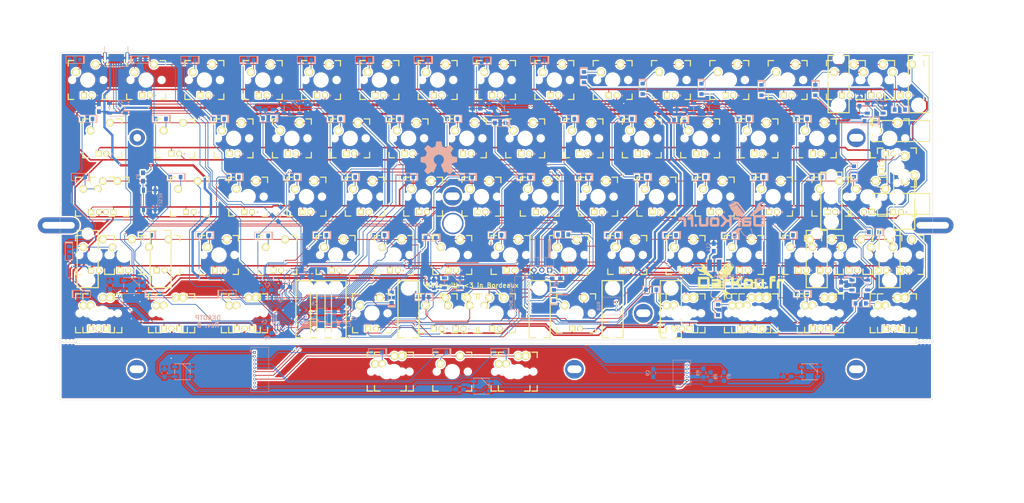
<source format=kicad_pcb>
(kicad_pcb (version 4) (host pcbnew 4.0.7+dfsg1-1)
  (title_block (title DK60TP) (date 2017-10-07) (rev B) (company DarKou))
  (layers (0 F.Cu signal) (31 B.Cu signal) (34 B.Paste user) (35 F.Paste user) (36 B.SilkS user) (37 F.SilkS user hide) (38 B.Mask user) (39 F.Mask user) (44 Edge.Cuts user))
  (net 0 "")
  (net 1 LED_CATH)
  (net 2 LED_AN)
  (net 3 XTAL1)
  (net 4 GND)
  (net 5 XTAL2)
  (net 6 VCC)
  (net 7 "Net-(C8-Pad1)")
  (net 8 "Net-(C9-Pad1)")
  (net 9 Col0)
  (net 10 "Net-(DK0-Pad1)")
  (net 11 "Net-(DK1-Pad1)")
  (net 12 "Net-(DK2-Pad1)")
  (net 13 "Net-(DK3-Pad1)")
  (net 14 "Net-(DK4-Pad1)")
  (net 15 Col6)
  (net 16 "Net-(DK6-Pad1)")
  (net 17 Col1)
  (net 18 "Net-(DK10-Pad1)")
  (net 19 "Net-(DK11-Pad1)")
  (net 20 "Net-(DK12-Pad1)")
  (net 21 "Net-(DK13-Pad1)")
  (net 22 "Net-(DK14-Pad1)")
  (net 23 Col2)
  (net 24 "Net-(DK20-Pad1)")
  (net 25 "Net-(DK21-Pad1)")
  (net 26 "Net-(DK22-Pad1)")
  (net 27 "Net-(DK23-Pad1)")
  (net 28 "Net-(DK24-Pad1)")
  (net 29 Col3)
  (net 30 "Net-(DK30-Pad1)")
  (net 31 "Net-(DK31-Pad1)")
  (net 32 "Net-(DK32-Pad1)")
  (net 33 "Net-(DK33-Pad1)")
  (net 34 /TRACKPOINT/Col3)
  (net 35 "Net-(DK34-Pad1)")
  (net 36 Col4)
  (net 37 "Net-(DK40-Pad1)")
  (net 38 "Net-(DK41-Pad1)")
  (net 39 "Net-(DK42-Pad1)")
  (net 40 "Net-(DK43-Pad1)")
  (net 41 /TRACKPOINT/Col4)
  (net 42 "Net-(DK44-Pad1)")
  (net 43 Col5)
  (net 44 "Net-(DK50-Pad1)")
  (net 45 "Net-(DK51-Pad1)")
  (net 46 "Net-(DK52-Pad1)")
  (net 47 "Net-(DK53-Pad1)")
  (net 48 "Net-(DK54-Pad1)")
  (net 49 "Net-(DK61-Pad1)")
  (net 50 "Net-(DK62-Pad1)")
  (net 51 "Net-(DK63-Pad1)")
  (net 52 "Net-(DK64-Pad1)")
  (net 53 Col7)
  (net 54 "Net-(DK70-Pad1)")
  (net 55 "Net-(DK71-Pad1)")
  (net 56 "Net-(DK72-Pad1)")
  (net 57 "Net-(DK73-Pad1)")
  (net 58 Col8)
  (net 59 "Net-(DK80-Pad1)")
  (net 60 "Net-(DK81-Pad1)")
  (net 61 "Net-(DK82-Pad1)")
  (net 62 "Net-(DK83-Pad1)")
  (net 63 Col9)
  (net 64 "Net-(DK90-Pad1)")
  (net 65 "Net-(DK91-Pad1)")
  (net 66 "Net-(DK92-Pad1)")
  (net 67 "Net-(DK93-Pad1)")
  (net 68 "Net-(DK94-Pad1)")
  (net 69 ColA)
  (net 70 "Net-(DKA0-Pad1)")
  (net 71 "Net-(DKA1-Pad1)")
  (net 72 "Net-(DKA2-Pad1)")
  (net 73 "Net-(DKA3-Pad1)")
  (net 74 "Net-(DKA4-Pad1)")
  (net 75 ColB)
  (net 76 "Net-(DKB0-Pad1)")
  (net 77 "Net-(DKB1-Pad1)")
  (net 78 "Net-(DKB2-Pad1)")
  (net 79 "Net-(DKB3-Pad1)")
  (net 80 "Net-(DKB4-Pad1)")
  (net 81 ColC)
  (net 82 "Net-(DKC1-Pad1)")
  (net 83 "Net-(DKC2-Pad1)")
  (net 84 "Net-(DKC3-Pad1)")
  (net 85 "Net-(DKC4-Pad1)")
  (net 86 ColD)
  (net 87 "Net-(DKD0-Pad1)")
  (net 88 "Net-(DKD1-Pad1)")
  (net 89 "Net-(DKD2-Pad1)")
  (net 90 "Net-(DKD3-Pad1)")
  (net 91 "Net-(DKD4-Pad1)")
  (net 92 "Net-(J1-Pad2)")
  (net 93 "Net-(J1-Pad3)")
  (net 94 DOUT)
  (net 95 Row0)
  (net 96 Row4)
  (net 97 Row1)
  (net 98 Row2)
  (net 99 Row3)
  (net 100 /TRACKPOINT/Row4)
  (net 101 "Net-(KC0-Pad1)")
  (net 102 "Net-(L1-Pad1)")
  (net 103 "Net-(J3-Pad2)")
  (net 104 D5)
  (net 105 D2)
  (net 106 /TRACKPOINT/D5)
  (net 107 /TRACKPOINT/D2)
  (net 108 /TRACKPOINT/RGB)
  (net 109 RESET)
  (net 110 "Net-(R2-Pad2)")
  (net 111 "Net-(R3-Pad1)")
  (net 112 CAPS_LED)
  (net 113 "Net-(J3-Pad1)")
  (net 114 RGB)
  (net 115 "Net-(RGB0-Pad2)")
  (net 116 "Net-(RGB1-Pad2)")
  (net 117 "Net-(RGB2-Pad2)")
  (net 118 "Net-(RGB3-Pad2)")
  (net 119 "Net-(RGB4-Pad2)")
  (net 120 "Net-(RGB5-Pad2)")
  (net 121 "Net-(RGB6-Pad2)")
  (net 122 "Net-(RGB8-Pad2)")
  (net 123 "Net-(RGB10-Pad4)")
  (net 124 BACKLIT)
  (net 125 "Net-(R4-Pad1)")
  (net 126 "Net-(DK74-Pad1)")
  (net 127 /TRACKPOINT/Col8)
  (net 128 "Net-(DK84-Pad1)")
  (module Connectors_Molex:Molex_PicoBlade_53048-0310_03x1.25mm_Angled (layer B.Cu) (at 245.61375 124.05625 90)
    (fp_text reference J2 hide)
    (fp_text value RGB (at 1.25 -5.75 90) (layer B.SilkS) (effects (justify mirror)))
    (pad 1 thru_hole rect (at 0 0 90) (size 0.85 0.85) (drill 0.5) (layers *.Cu *.Mask) (net 6 VCC))
    (pad 2 thru_hole circle (at 1.25 0 90) (size 0.85 0.85) (drill 0.5) (layers *.Cu *.Mask) (net 4 GND))
    (pad 3 thru_hole circle (at 2.5 0 90) (size 0.85 0.85) (drill 0.5) (layers *.Cu *.Mask) (net 94 DOUT))
  )
  (module Housings_DFN_QFN:QFN-44-1EP_7x7mm_Pitch0.5mm (layer B.Cu) (at 139.505 124.15625 225)
    (fp_text reference U0 (at 0 4.75 225) (layer B.SilkS) (effects (justify mirror)))
    (fp_text value ATMEGA32U4-MU)
    (pad 1 smd rect (at -3.4 2.5 225) (size 0.7 0.25) (layers B.Cu B.Paste B.Mask) (net 112 CAPS_LED))
    (pad 2 smd rect (at -3.4 2 225) (size 0.7 0.25) (layers B.Cu B.Paste B.Mask) (net 6 VCC))
    (pad 3 smd rect (at -3.4 1.5 225) (size 0.7 0.25) (layers B.Cu B.Paste B.Mask) (net 111 "Net-(R3-Pad1)"))
    (pad 4 smd rect (at -3.4 1 225) (size 0.7 0.25) (layers B.Cu B.Paste B.Mask) (net 125 "Net-(R4-Pad1)"))
    (pad 5 smd rect (at -3.4 0.5 225) (size 0.7 0.25) (layers B.Cu B.Paste B.Mask) (net 4 GND))
    (pad 6 smd rect (at -3.4 0 225) (size 0.7 0.25) (layers B.Cu B.Paste B.Mask) (net 7 "Net-(C8-Pad1)"))
    (pad 7 smd rect (at -3.4 -0.5 225) (size 0.7 0.25) (layers B.Cu B.Paste B.Mask) (net 6 VCC))
    (pad 8 smd rect (at -3.4 -1 225) (size 0.7 0.25) (layers B.Cu B.Paste B.Mask) (net 43 Col5))
    (pad 9 smd rect (at -3.4 -1.5 225) (size 0.7 0.25) (layers B.Cu B.Paste B.Mask) (net 99 Row3))
    (pad 10 smd rect (at -3.4 -2 225) (size 0.7 0.25) (layers B.Cu B.Paste B.Mask) (net 15 Col6))
    (pad 11 smd rect (at -3.4 -2.5 225) (size 0.7 0.25) (layers B.Cu B.Paste B.Mask) (net 53 Col7))
    (pad 12 smd rect (at -2.5 -3.4 135) (size 0.7 0.25) (layers B.Cu B.Paste B.Mask) (net 124 BACKLIT))
    (pad 13 smd rect (at -2 -3.4 135) (size 0.7 0.25) (layers B.Cu B.Paste B.Mask) (net 109 RESET))
    (pad 14 smd rect (at -1.5 -3.4 135) (size 0.7 0.25) (layers B.Cu B.Paste B.Mask) (net 6 VCC))
    (pad 15 smd rect (at -1 -3.4 135) (size 0.7 0.25) (layers B.Cu B.Paste B.Mask) (net 4 GND))
    (pad 16 smd rect (at -0.5 -3.4 135) (size 0.7 0.25) (layers B.Cu B.Paste B.Mask) (net 3 XTAL1))
    (pad 17 smd rect (at 0 -3.4 135) (size 0.7 0.25) (layers B.Cu B.Paste B.Mask) (net 5 XTAL2))
    (pad 18 smd rect (at 0.5 -3.4 135) (size 0.7 0.25) (layers B.Cu B.Paste B.Mask) (net 81 ColC))
    (pad 19 smd rect (at 1 -3.4 135) (size 0.7 0.25) (layers B.Cu B.Paste B.Mask) (net 75 ColB))
    (pad 20 smd rect (at 1.5 -3.4 135) (size 0.7 0.25) (layers B.Cu B.Paste B.Mask) (net 105 D2))
    (pad 21 smd rect (at 2 -3.4 135) (size 0.7 0.25) (layers B.Cu B.Paste B.Mask) (net 69 ColA))
    (pad 22 smd rect (at 2.5 -3.4 135) (size 0.7 0.25) (layers B.Cu B.Paste B.Mask) (net 104 D5))
    (pad 23 smd rect (at 3.4 -2.5 225) (size 0.7 0.25) (layers B.Cu B.Paste B.Mask) (net 4 GND))
    (pad 24 smd rect (at 3.4 -2 225) (size 0.7 0.25) (layers B.Cu B.Paste B.Mask) (net 6 VCC))
    (pad 25 smd rect (at 3.4 -1.5 225) (size 0.7 0.25) (layers B.Cu B.Paste B.Mask) (net 86 ColD))
    (pad 26 smd rect (at 3.4 -1 225) (size 0.7 0.25) (layers B.Cu B.Paste B.Mask) (net 96 Row4))
    (pad 27 smd rect (at 3.4 -0.5 225) (size 0.7 0.25) (layers B.Cu B.Paste B.Mask) (net 114 RGB))
    (pad 28 smd rect (at 3.4 0 225) (size 0.7 0.25) (layers B.Cu B.Paste B.Mask) (net 9 Col0))
    (pad 29 smd rect (at 3.4 0.5 225) (size 0.7 0.25) (layers B.Cu B.Paste B.Mask) (net 17 Col1))
    (pad 30 smd rect (at 3.4 1 225) (size 0.7 0.25) (layers B.Cu B.Paste B.Mask) (net 98 Row2))
    (pad 31 smd rect (at 3.4 1.5 225) (size 0.7 0.25) (layers B.Cu B.Paste B.Mask) (net 23 Col2))
    (pad 32 smd rect (at 3.4 2 225) (size 0.7 0.25) (layers B.Cu B.Paste B.Mask) (net 95 Row0))
    (pad 33 smd rect (at 3.4 2.5 225) (size 0.7 0.25) (layers B.Cu B.Paste B.Mask) (net 110 "Net-(R2-Pad2)"))
    (pad 34 smd rect (at 2.5 3.4 135) (size 0.7 0.25) (layers B.Cu B.Paste B.Mask) (net 6 VCC))
    (pad 35 smd rect (at 2 3.4 135) (size 0.7 0.25) (layers B.Cu B.Paste B.Mask) (net 4 GND))
    (pad 36 smd rect (at 1.5 3.4 135) (size 0.7 0.25) (layers B.Cu B.Paste B.Mask) (net 29 Col3))
    (pad 37 smd rect (at 1 3.4 135) (size 0.7 0.25) (layers B.Cu B.Paste B.Mask) (net 36 Col4))
    (pad 38 smd rect (at 0.5 3.4 135) (size 0.7 0.25) (layers B.Cu B.Paste B.Mask) (net 97 Row1))
    (pad 39 smd rect (at 0 3.4 135) (size 0.7 0.25) (layers B.Cu B.Paste B.Mask) (net 58 Col8))
    (pad 40 smd rect (at -0.5 3.4 135) (size 0.7 0.25) (layers B.Cu B.Paste B.Mask) (net 63 Col9))
    (pad 41 smd rect (at -1 3.4 135) (size 0.7 0.25) (layers B.Cu B.Paste B.Mask))
    (pad 42 smd rect (at -1.5 3.4 135) (size 0.7 0.25) (layers B.Cu B.Paste B.Mask))
    (pad 43 smd rect (at -2 3.4 135) (size 0.7 0.25) (layers B.Cu B.Paste B.Mask) (net 4 GND))
    (pad 44 smd rect (at -2.5 3.4 135) (size 0.7 0.25) (layers B.Cu B.Paste B.Mask) (net 6 VCC))
    (pad 45 smd rect (at 1.93125 -1.93125 225) (size 1.2875 1.2875) (layers B.Cu B.Paste B.Mask) (net 4 GND))
    (pad 45 smd rect (at 1.93125 -0.64375 225) (size 1.2875 1.2875) (layers B.Cu B.Paste B.Mask) (net 4 GND))
    (pad 45 smd rect (at 1.93125 0.64375 225) (size 1.2875 1.2875) (layers B.Cu B.Paste B.Mask) (net 4 GND))
    (pad 45 smd rect (at 1.93125 1.93125 225) (size 1.2875 1.2875) (layers B.Cu B.Paste B.Mask) (net 4 GND))
    (pad 45 smd rect (at 0.64375 -1.93125 225) (size 1.2875 1.2875) (layers B.Cu B.Paste B.Mask) (net 4 GND))
    (pad 45 smd rect (at 0.64375 -0.64375 225) (size 1.2875 1.2875) (layers B.Cu B.Paste B.Mask) (net 4 GND))
    (pad 45 smd rect (at 0.64375 0.64375 225) (size 1.2875 1.2875) (layers B.Cu B.Paste B.Mask) (net 4 GND))
    (pad 45 smd rect (at 0.64375 1.93125 225) (size 1.2875 1.2875) (layers B.Cu B.Paste B.Mask) (net 4 GND))
    (pad 45 smd rect (at -0.64375 -1.93125 225) (size 1.2875 1.2875) (layers B.Cu B.Paste B.Mask) (net 4 GND))
    (pad 45 smd rect (at -0.64375 -0.64375 225) (size 1.2875 1.2875) (layers B.Cu B.Paste B.Mask) (net 4 GND))
    (pad 45 smd rect (at -0.64375 0.64375 225) (size 1.2875 1.2875) (layers B.Cu B.Paste B.Mask) (net 4 GND))
    (pad 45 smd rect (at -0.64375 1.93125 225) (size 1.2875 1.2875) (layers B.Cu B.Paste B.Mask) (net 4 GND))
    (pad 45 smd rect (at -1.93125 -1.93125 225) (size 1.2875 1.2875) (layers B.Cu B.Paste B.Mask) (net 4 GND))
    (pad 45 smd rect (at -1.93125 -0.64375 225) (size 1.2875 1.2875) (layers B.Cu B.Paste B.Mask) (net 4 GND))
    (pad 45 smd rect (at -1.93125 0.64375 225) (size 1.2875 1.2875) (layers B.Cu B.Paste B.Mask) (net 4 GND))
    (pad 45 smd rect (at -1.93125 1.93125 225) (size 1.2875 1.2875) (layers B.Cu B.Paste B.Mask) (net 4 GND))
  )
  (module Footprint:MXST (layer F.Cu) (at 144.3675 125.18125 180)
    (fp_text reference 6.25U_0 hide)
    (fp_text value 6.25U hide)
    (pad "" np_thru_hole circle (at 0 -6.985 180) (size 3.048 3.048) (drill 3.048) (layers *.Cu *.Mask))
    (pad "" np_thru_hole circle (at 0 8.255 180) (size 3.9802 3.9802) (drill 3.9802) (layers *.Cu *.Mask))
  )
  (module Footprint:Mx_125 (layer F.Cu) (at 75.3375 125.18125)
    (fp_text reference K40 hide)
    (fp_text value K40 hide)
    (pad HOLE np_thru_hole circle (at 0 0) (size 3.9878 3.9878) (drill 3.9878) (layers *.Cu))
    (pad HOLE np_thru_hole circle (at -5.08 0) (size 1.7018 1.7018) (drill 1.7018) (layers *.Cu))
    (pad HOLE np_thru_hole circle (at 5.08 0) (size 1.7018 1.7018) (drill 1.7018) (layers *.Cu))
    (pad 1 thru_hole circle (at -3.81 -2.54 330.95) (size 2.5 2.5) (drill 1.5) (layers *.Cu *.Mask F.SilkS) (net 14 "Net-(DK4-Pad1)"))
    (pad 2 thru_hole circle (at 2.54 -5.08 356.1) (size 2.5 2.5) (drill 1.5) (layers *.Cu *.Mask F.SilkS) (net 96 Row4))
  )
  (module Footprint:LED_TH_BIVAR (layer F.Cu) (at 72.95625 53.98125)
    (fp_text reference BL0 hide)
    (fp_text value LED hide)
    (fp_text user + (at 3.048 0) (layer B.SilkS) (effects (justify mirror)))
    (pad 1 thru_hole rect (at -1.27 0) (size 1.9 1.9) (drill 1.1176) (layers *.Cu *.Mask F.SilkS) (net 1 LED_CATH))
    (pad 2 thru_hole circle (at 1.27 0) (size 1.9 1.9) (drill 1.1176) (layers *.Cu *.Mask F.SilkS) (net 2 LED_AN))
  )
  (module Footprint:LED_TH_BIVAR (layer F.Cu) (at 77.71875 73.03125)
    (fp_text reference BL10 hide)
    (fp_text value LED hide)
    (fp_text user + (at 3.048 0) (layer B.SilkS) (effects (justify mirror)))
    (pad 1 thru_hole rect (at -1.27 0) (size 1.9 1.9) (drill 1.1176) (layers *.Cu *.Mask F.SilkS) (net 1 LED_CATH))
    (pad 2 thru_hole circle (at 1.27 0) (size 1.9 1.9) (drill 1.1176) (layers *.Cu *.Mask F.SilkS) (net 2 LED_AN))
  )
  (module Footprint:LED_TH_BIVAR (layer F.Cu) (at 75.3375 92.08125)
    (fp_text reference BL20 hide)
    (fp_text value LED hide)
    (fp_text user + (at 3.048 0) (layer B.SilkS) (effects (justify mirror)))
    (pad 1 thru_hole rect (at -1.27 0) (size 1.9 1.9) (drill 1.1176) (layers *.Cu *.Mask F.SilkS) (net 1 LED_CATH))
    (pad 2 thru_hole circle (at 1.27 0) (size 1.9 1.9) (drill 1.1176) (layers *.Cu *.Mask F.SilkS) (net 2 LED_AN))
  )
  (module Footprint:LED_TH_BIVAR (layer F.Cu) (at 80.1 92.08125 180)
    (fp_text reference BL21 hide)
    (fp_text value LED hide)
    (fp_text user + (at 3.048 0 180) (layer B.SilkS) (effects (justify mirror)))
    (pad 1 thru_hole rect (at -1.27 0 180) (size 1.9 1.9) (drill 1.1176) (layers *.Cu *.Mask F.SilkS) (net 1 LED_CATH))
    (pad 2 thru_hole circle (at 1.27 0 180) (size 1.9 1.9) (drill 1.1176) (layers *.Cu *.Mask F.SilkS) (net 2 LED_AN))
  )
  (module Footprint:LED_TH_BIVAR (layer F.Cu) (at 75.3375 111.13125)
    (fp_text reference BL30 hide)
    (fp_text value LED hide)
    (fp_text user + (at 3.048 0) (layer B.SilkS) (effects (justify mirror)))
    (pad 1 thru_hole rect (at -1.27 0) (size 1.9 1.9) (drill 1.1176) (layers *.Cu *.Mask F.SilkS) (net 1 LED_CATH))
    (pad 2 thru_hole circle (at 1.27 0) (size 1.9 1.9) (drill 1.1176) (layers *.Cu *.Mask F.SilkS) (net 2 LED_AN))
  )
  (module Footprint:LED_TH_BIVAR (layer F.Cu) (at 96.76875 111.13125)
    (fp_text reference BL31 hide)
    (fp_text value LED hide)
    (fp_text user + (at 3.048 0) (layer B.SilkS) (effects (justify mirror)))
    (pad 1 thru_hole rect (at -1.27 0) (size 1.9 1.9) (drill 1.1176) (layers *.Cu *.Mask F.SilkS) (net 1 LED_CATH))
    (pad 2 thru_hole circle (at 1.27 0) (size 1.9 1.9) (drill 1.1176) (layers *.Cu *.Mask F.SilkS) (net 2 LED_AN))
  )
  (module Footprint:LED_TH_BIVAR (layer F.Cu) (at 75.3375 130.18125)
    (fp_text reference BL40 hide)
    (fp_text value LED hide)
    (fp_text user + (at 3.048 0) (layer B.SilkS) (effects (justify mirror)))
    (pad 1 thru_hole rect (at -1.27 0) (size 1.9 1.9) (drill 1.1176) (layers *.Cu *.Mask F.SilkS) (net 1 LED_CATH))
    (pad 2 thru_hole circle (at 1.27 0) (size 1.9 1.9) (drill 1.1176) (layers *.Cu *.Mask F.SilkS) (net 2 LED_AN))
  )
  (module Footprint:LED_TH_BIVAR (layer F.Cu) (at 77.71875 130.18125 180)
    (fp_text reference BL41 hide)
    (fp_text value LED hide)
    (fp_text user + (at 3.048 0 180) (layer B.SilkS) (effects (justify mirror)))
    (pad 1 thru_hole rect (at -1.27 0 180) (size 1.9 1.9) (drill 1.1176) (layers *.Cu *.Mask F.SilkS) (net 1 LED_CATH))
    (pad 2 thru_hole circle (at 1.27 0 180) (size 1.9 1.9) (drill 1.1176) (layers *.Cu *.Mask F.SilkS) (net 2 LED_AN))
  )
  (module Footprint:LED_TH_BIVAR (layer F.Cu) (at 92.00625 53.98125)
    (fp_text reference BL100 hide)
    (fp_text value LED hide)
    (fp_text user + (at 3.048 0) (layer B.SilkS) (effects (justify mirror)))
    (pad 1 thru_hole rect (at -1.27 0) (size 1.9 1.9) (drill 1.1176) (layers *.Cu *.Mask F.SilkS) (net 1 LED_CATH))
    (pad 2 thru_hole circle (at 1.27 0) (size 1.9 1.9) (drill 1.1176) (layers *.Cu *.Mask F.SilkS) (net 2 LED_AN))
  )
  (module Footprint:LED_TH_BIVAR (layer F.Cu) (at 101.53125 73.03125)
    (fp_text reference BL110 hide)
    (fp_text value LED hide)
    (fp_text user + (at 3.048 0) (layer B.SilkS) (effects (justify mirror)))
    (pad 1 thru_hole rect (at -1.27 0) (size 1.9 1.9) (drill 1.1176) (layers *.Cu *.Mask F.SilkS) (net 1 LED_CATH))
    (pad 2 thru_hole circle (at 1.27 0) (size 1.9 1.9) (drill 1.1176) (layers *.Cu *.Mask F.SilkS) (net 2 LED_AN))
  )
  (module Footprint:LED_TH_BIVAR (layer F.Cu) (at 106.29375 92.08125)
    (fp_text reference BL120 hide)
    (fp_text value LED hide)
    (fp_text user + (at 3.048 0) (layer B.SilkS) (effects (justify mirror)))
    (pad 1 thru_hole rect (at -1.27 0) (size 1.9 1.9) (drill 1.1176) (layers *.Cu *.Mask F.SilkS) (net 1 LED_CATH))
    (pad 2 thru_hole circle (at 1.27 0) (size 1.9 1.9) (drill 1.1176) (layers *.Cu *.Mask F.SilkS) (net 2 LED_AN))
  )
  (module Footprint:LED_TH_BIVAR (layer F.Cu) (at 84.8625 111.13125)
    (fp_text reference BL130 hide)
    (fp_text value LED hide)
    (fp_text user + (at 3.048 0) (layer B.SilkS) (effects (justify mirror)))
    (pad 1 thru_hole rect (at -1.27 0) (size 1.9 1.9) (drill 1.1176) (layers *.Cu *.Mask F.SilkS) (net 1 LED_CATH))
    (pad 2 thru_hole circle (at 1.27 0) (size 1.9 1.9) (drill 1.1176) (layers *.Cu *.Mask F.SilkS) (net 2 LED_AN))
  )
  (module Footprint:LED_TH_BIVAR (layer F.Cu) (at 99.15 130.18125)
    (fp_text reference BL140 hide)
    (fp_text value LED hide)
    (fp_text user + (at 3.048 0) (layer B.SilkS) (effects (justify mirror)))
    (pad 1 thru_hole rect (at -1.27 0) (size 1.9 1.9) (drill 1.1176) (layers *.Cu *.Mask F.SilkS) (net 1 LED_CATH))
    (pad 2 thru_hole circle (at 1.27 0) (size 1.9 1.9) (drill 1.1176) (layers *.Cu *.Mask F.SilkS) (net 2 LED_AN))
  )
  (module Footprint:LED_TH_BIVAR (layer F.Cu) (at 101.53125 130.18125 180)
    (fp_text reference BL141 hide)
    (fp_text value LED hide)
    (fp_text user + (at 3.048 0 180) (layer B.SilkS) (effects (justify mirror)))
    (pad 1 thru_hole rect (at -1.27 0 180) (size 1.9 1.9) (drill 1.1176) (layers *.Cu *.Mask F.SilkS) (net 1 LED_CATH))
    (pad 2 thru_hole circle (at 1.27 0 180) (size 1.9 1.9) (drill 1.1176) (layers *.Cu *.Mask F.SilkS) (net 2 LED_AN))
  )
  (module Footprint:LED_TH_BIVAR (layer F.Cu) (at 111.05625 53.98125)
    (fp_text reference BL200 hide)
    (fp_text value LED hide)
    (fp_text user + (at 3.048 0) (layer B.SilkS) (effects (justify mirror)))
    (pad 1 thru_hole rect (at -1.27 0) (size 1.9 1.9) (drill 1.1176) (layers *.Cu *.Mask F.SilkS) (net 1 LED_CATH))
    (pad 2 thru_hole circle (at 1.27 0) (size 1.9 1.9) (drill 1.1176) (layers *.Cu *.Mask F.SilkS) (net 2 LED_AN))
  )
  (module Footprint:LED_TH_BIVAR (layer F.Cu) (at 120.58125 73.03125)
    (fp_text reference BL210 hide)
    (fp_text value LED hide)
    (fp_text user + (at 3.048 0) (layer B.SilkS) (effects (justify mirror)))
    (pad 1 thru_hole rect (at -1.27 0) (size 1.9 1.9) (drill 1.1176) (layers *.Cu *.Mask F.SilkS) (net 1 LED_CATH))
    (pad 2 thru_hole circle (at 1.27 0) (size 1.9 1.9) (drill 1.1176) (layers *.Cu *.Mask F.SilkS) (net 2 LED_AN))
  )
  (module Footprint:LED_TH_BIVAR (layer F.Cu) (at 125.34375 92.08125)
    (fp_text reference BL220 hide)
    (fp_text value LED hide)
    (fp_text user + (at 3.048 0) (layer B.SilkS) (effects (justify mirror)))
    (pad 1 thru_hole rect (at -1.27 0) (size 1.9 1.9) (drill 1.1176) (layers *.Cu *.Mask F.SilkS) (net 1 LED_CATH))
    (pad 2 thru_hole circle (at 1.27 0) (size 1.9 1.9) (drill 1.1176) (layers *.Cu *.Mask F.SilkS) (net 2 LED_AN))
  )
  (module Footprint:LED_TH_BIVAR (layer F.Cu) (at 115.81875 111.13125)
    (fp_text reference BL230 hide)
    (fp_text value LED hide)
    (fp_text user + (at 3.048 0) (layer B.SilkS) (effects (justify mirror)))
    (pad 1 thru_hole rect (at -1.27 0) (size 1.9 1.9) (drill 1.1176) (layers *.Cu *.Mask F.SilkS) (net 1 LED_CATH))
    (pad 2 thru_hole circle (at 1.27 0) (size 1.9 1.9) (drill 1.1176) (layers *.Cu *.Mask F.SilkS) (net 2 LED_AN))
  )
  (module Footprint:LED_TH_BIVAR (layer F.Cu) (at 122.9625 130.18125)
    (fp_text reference BL240 hide)
    (fp_text value LED hide)
    (fp_text user + (at 3.048 0) (layer B.SilkS) (effects (justify mirror)))
    (pad 1 thru_hole rect (at -1.27 0) (size 1.9 1.9) (drill 1.1176) (layers *.Cu *.Mask F.SilkS) (net 1 LED_CATH))
    (pad 2 thru_hole circle (at 1.27 0) (size 1.9 1.9) (drill 1.1176) (layers *.Cu *.Mask F.SilkS) (net 2 LED_AN))
  )
  (module Footprint:LED_TH_BIVAR (layer F.Cu) (at 125.34375 130.18125 180)
    (fp_text reference BL241 hide)
    (fp_text value LED hide)
    (fp_text user + (at 3.048 0 180) (layer B.SilkS) (effects (justify mirror)))
    (pad 1 thru_hole rect (at -1.27 0 180) (size 1.9 1.9) (drill 1.1176) (layers *.Cu *.Mask F.SilkS) (net 1 LED_CATH))
    (pad 2 thru_hole circle (at 1.27 0 180) (size 1.9 1.9) (drill 1.1176) (layers *.Cu *.Mask F.SilkS) (net 2 LED_AN))
  )
  (module Footprint:LED_TH_BIVAR (layer F.Cu) (at 130.10625 53.98125)
    (fp_text reference BL300 hide)
    (fp_text value LED hide)
    (fp_text user + (at 3.048 0) (layer B.SilkS) (effects (justify mirror)))
    (pad 1 thru_hole rect (at -1.27 0) (size 1.9 1.9) (drill 1.1176) (layers *.Cu *.Mask F.SilkS) (net 1 LED_CATH))
    (pad 2 thru_hole circle (at 1.27 0) (size 1.9 1.9) (drill 1.1176) (layers *.Cu *.Mask F.SilkS) (net 2 LED_AN))
  )
  (module Footprint:LED_TH_BIVAR (layer F.Cu) (at 139.63125 73.03125)
    (fp_text reference BL310 hide)
    (fp_text value LED hide)
    (fp_text user + (at 3.048 0) (layer B.SilkS) (effects (justify mirror)))
    (pad 1 thru_hole rect (at -1.27 0) (size 1.9 1.9) (drill 1.1176) (layers *.Cu *.Mask F.SilkS) (net 1 LED_CATH))
    (pad 2 thru_hole circle (at 1.27 0) (size 1.9 1.9) (drill 1.1176) (layers *.Cu *.Mask F.SilkS) (net 2 LED_AN))
  )
  (module Footprint:LED_TH_BIVAR (layer F.Cu) (at 144.39375 92.08125)
    (fp_text reference BL320 hide)
    (fp_text value LED hide)
    (fp_text user + (at 3.048 0) (layer B.SilkS) (effects (justify mirror)))
    (pad 1 thru_hole rect (at -1.27 0) (size 1.9 1.9) (drill 1.1176) (layers *.Cu *.Mask F.SilkS) (net 1 LED_CATH))
    (pad 2 thru_hole circle (at 1.27 0) (size 1.9 1.9) (drill 1.1176) (layers *.Cu *.Mask F.SilkS) (net 2 LED_AN))
  )
  (module Footprint:LED_TH_BIVAR (layer F.Cu) (at 134.86875 111.13125)
    (fp_text reference BL330 hide)
    (fp_text value LED hide)
    (fp_text user + (at 3.048 0) (layer B.SilkS) (effects (justify mirror)))
    (pad 1 thru_hole rect (at -1.27 0) (size 1.9 1.9) (drill 1.1176) (layers *.Cu *.Mask F.SilkS) (net 1 LED_CATH))
    (pad 2 thru_hole circle (at 1.27 0) (size 1.9 1.9) (drill 1.1176) (layers *.Cu *.Mask F.SilkS) (net 2 LED_AN))
  )
  (module Footprint:LED_TH_BIVAR (layer F.Cu) (at 149.15625 53.98125)
    (fp_text reference BL400 hide)
    (fp_text value LED hide)
    (fp_text user + (at 3.048 0) (layer B.SilkS) (effects (justify mirror)))
    (pad 1 thru_hole rect (at -1.27 0) (size 1.9 1.9) (drill 1.1176) (layers *.Cu *.Mask F.SilkS) (net 1 LED_CATH))
    (pad 2 thru_hole circle (at 1.27 0) (size 1.9 1.9) (drill 1.1176) (layers *.Cu *.Mask F.SilkS) (net 2 LED_AN))
  )
  (module Footprint:LED_TH_BIVAR (layer F.Cu) (at 158.68125 73.03125)
    (fp_text reference BL410 hide)
    (fp_text value LED hide)
    (fp_text user + (at 3.048 0) (layer B.SilkS) (effects (justify mirror)))
    (pad 1 thru_hole rect (at -1.27 0) (size 1.9 1.9) (drill 1.1176) (layers *.Cu *.Mask F.SilkS) (net 1 LED_CATH))
    (pad 2 thru_hole circle (at 1.27 0) (size 1.9 1.9) (drill 1.1176) (layers *.Cu *.Mask F.SilkS) (net 2 LED_AN))
  )
  (module Footprint:LED_TH_BIVAR (layer F.Cu) (at 163.44375 92.08125)
    (fp_text reference BL420 hide)
    (fp_text value LED hide)
    (fp_text user + (at 3.048 0) (layer B.SilkS) (effects (justify mirror)))
    (pad 1 thru_hole rect (at -1.27 0) (size 1.9 1.9) (drill 1.1176) (layers *.Cu *.Mask F.SilkS) (net 1 LED_CATH))
    (pad 2 thru_hole circle (at 1.27 0) (size 1.9 1.9) (drill 1.1176) (layers *.Cu *.Mask F.SilkS) (net 2 LED_AN))
  )
  (module Footprint:LED_TH_BIVAR (layer F.Cu) (at 153.91875 111.13125)
    (fp_text reference BL430 hide)
    (fp_text value LED hide)
    (fp_text user + (at 3.048 0) (layer B.SilkS) (effects (justify mirror)))
    (pad 1 thru_hole rect (at -1.27 0) (size 1.9 1.9) (drill 1.1176) (layers *.Cu *.Mask F.SilkS) (net 1 LED_CATH))
    (pad 2 thru_hole circle (at 1.27 0) (size 1.9 1.9) (drill 1.1176) (layers *.Cu *.Mask F.SilkS) (net 2 LED_AN))
  )
  (module Footprint:LED_TH_BIVAR (layer F.Cu) (at 168.20625 53.98125)
    (fp_text reference BL500 hide)
    (fp_text value LED hide)
    (fp_text user + (at 3.048 0) (layer B.SilkS) (effects (justify mirror)))
    (pad 1 thru_hole rect (at -1.27 0) (size 1.9 1.9) (drill 1.1176) (layers *.Cu *.Mask F.SilkS) (net 1 LED_CATH))
    (pad 2 thru_hole circle (at 1.27 0) (size 1.9 1.9) (drill 1.1176) (layers *.Cu *.Mask F.SilkS) (net 2 LED_AN))
  )
  (module Footprint:LED_TH_BIVAR (layer F.Cu) (at 177.73125 73.03125)
    (fp_text reference BL510 hide)
    (fp_text value LED hide)
    (fp_text user + (at 3.048 0) (layer B.SilkS) (effects (justify mirror)))
    (pad 1 thru_hole rect (at -1.27 0) (size 1.9 1.9) (drill 1.1176) (layers *.Cu *.Mask F.SilkS) (net 1 LED_CATH))
    (pad 2 thru_hole circle (at 1.27 0) (size 1.9 1.9) (drill 1.1176) (layers *.Cu *.Mask F.SilkS) (net 2 LED_AN))
  )
  (module Footprint:LED_TH_BIVAR (layer F.Cu) (at 182.49375 92.08125)
    (fp_text reference BL520 hide)
    (fp_text value LED hide)
    (fp_text user + (at 3.048 0) (layer B.SilkS) (effects (justify mirror)))
    (pad 1 thru_hole rect (at -1.27 0) (size 1.9 1.9) (drill 1.1176) (layers *.Cu *.Mask F.SilkS) (net 1 LED_CATH))
    (pad 2 thru_hole circle (at 1.27 0) (size 1.9 1.9) (drill 1.1176) (layers *.Cu *.Mask F.SilkS) (net 2 LED_AN))
  )
  (module Footprint:LED_TH_BIVAR (layer F.Cu) (at 172.96875 111.13125)
    (fp_text reference BL530 hide)
    (fp_text value LED hide)
    (fp_text user + (at 3.048 0) (layer B.SilkS) (effects (justify mirror)))
    (pad 1 thru_hole rect (at -1.27 0) (size 1.9 1.9) (drill 1.1176) (layers *.Cu *.Mask F.SilkS) (net 1 LED_CATH))
    (pad 2 thru_hole circle (at 1.27 0) (size 1.9 1.9) (drill 1.1176) (layers *.Cu *.Mask F.SilkS) (net 2 LED_AN))
  )
  (module Footprint:LED_TH_BIVAR (layer F.Cu) (at 187.25625 53.98125)
    (fp_text reference BL600 hide)
    (fp_text value LED hide)
    (fp_text user + (at 3.048 0) (layer B.SilkS) (effects (justify mirror)))
    (pad 1 thru_hole rect (at -1.27 0) (size 1.9 1.9) (drill 1.1176) (layers *.Cu *.Mask F.SilkS) (net 1 LED_CATH))
    (pad 2 thru_hole circle (at 1.27 0) (size 1.9 1.9) (drill 1.1176) (layers *.Cu *.Mask F.SilkS) (net 2 LED_AN))
  )
  (module Footprint:LED_TH_BIVAR (layer F.Cu) (at 196.78125 73.03125)
    (fp_text reference BL610 hide)
    (fp_text value LED hide)
    (fp_text user + (at 3.048 0) (layer B.SilkS) (effects (justify mirror)))
    (pad 1 thru_hole rect (at -1.27 0) (size 1.9 1.9) (drill 1.1176) (layers *.Cu *.Mask F.SilkS) (net 1 LED_CATH))
    (pad 2 thru_hole circle (at 1.27 0) (size 1.9 1.9) (drill 1.1176) (layers *.Cu *.Mask F.SilkS) (net 2 LED_AN))
  )
  (module Footprint:LED_TH_BIVAR (layer F.Cu) (at 201.54375 92.08125)
    (fp_text reference BL620 hide)
    (fp_text value LED hide)
    (fp_text user + (at 3.048 0) (layer B.SilkS) (effects (justify mirror)))
    (pad 1 thru_hole rect (at -1.27 0) (size 1.9 1.9) (drill 1.1176) (layers *.Cu *.Mask F.SilkS) (net 1 LED_CATH))
    (pad 2 thru_hole circle (at 1.27 0) (size 1.9 1.9) (drill 1.1176) (layers *.Cu *.Mask F.SilkS) (net 2 LED_AN))
  )
  (module Footprint:LED_TH_BIVAR (layer F.Cu) (at 192.01875 111.13125)
    (fp_text reference BL630 hide)
    (fp_text value LED hide)
    (fp_text user + (at 3.048 0) (layer B.SilkS) (effects (justify mirror)))
    (pad 1 thru_hole rect (at -1.27 0) (size 1.9 1.9) (drill 1.1176) (layers *.Cu *.Mask F.SilkS) (net 1 LED_CATH))
    (pad 2 thru_hole circle (at 1.27 0) (size 1.9 1.9) (drill 1.1176) (layers *.Cu *.Mask F.SilkS) (net 2 LED_AN))
  )
  (module Footprint:LED_TH_BIVAR (layer F.Cu) (at 206.30625 130.18125)
    (fp_text reference BL640 hide)
    (fp_text value LED hide)
    (fp_text user + (at 3.048 0) (layer B.SilkS) (effects (justify mirror)))
    (pad 1 thru_hole rect (at -1.27 0) (size 1.9 1.9) (drill 1.1176) (layers *.Cu *.Mask F.SilkS) (net 1 LED_CATH))
    (pad 2 thru_hole circle (at 1.27 0) (size 1.9 1.9) (drill 1.1176) (layers *.Cu *.Mask F.SilkS) (net 2 LED_AN))
  )
  (module Footprint:LED_TH_BIVAR (layer F.Cu) (at 194.4 130.18125)
    (fp_text reference BL641 hide)
    (fp_text value LED hide)
    (fp_text user + (at 3.048 0) (layer B.SilkS) (effects (justify mirror)))
    (pad 1 thru_hole rect (at -1.27 0) (size 1.9 1.9) (drill 1.1176) (layers *.Cu *.Mask F.SilkS) (net 1 LED_CATH))
    (pad 2 thru_hole circle (at 1.27 0) (size 1.9 1.9) (drill 1.1176) (layers *.Cu *.Mask F.SilkS) (net 2 LED_AN))
  )
  (module Footprint:LED_TH_BIVAR (layer F.Cu) (at 187.25625 130.18125)
    (fp_text reference BL642 hide)
    (fp_text value LED hide)
    (fp_text user + (at 3.048 0) (layer B.SilkS) (effects (justify mirror)))
    (pad 1 thru_hole rect (at -1.27 0) (size 1.9 1.9) (drill 1.1176) (layers *.Cu *.Mask F.SilkS) (net 1 LED_CATH))
    (pad 2 thru_hole circle (at 1.27 0) (size 1.9 1.9) (drill 1.1176) (layers *.Cu *.Mask F.SilkS) (net 2 LED_AN))
  )
  (module Footprint:LED_TH_BIVAR (layer F.Cu) (at 206.30625 53.98125)
    (fp_text reference BL700 hide)
    (fp_text value LED hide)
    (fp_text user + (at 3.048 0) (layer B.SilkS) (effects (justify mirror)))
    (pad 1 thru_hole rect (at -1.27 0) (size 1.9 1.9) (drill 1.1176) (layers *.Cu *.Mask F.SilkS) (net 1 LED_CATH))
    (pad 2 thru_hole circle (at 1.27 0) (size 1.9 1.9) (drill 1.1176) (layers *.Cu *.Mask F.SilkS) (net 2 LED_AN))
  )
  (module Footprint:LED_TH_BIVAR (layer F.Cu) (at 215.83125 73.03125)
    (fp_text reference BL710 hide)
    (fp_text value LED hide)
    (fp_text user + (at 3.048 0) (layer B.SilkS) (effects (justify mirror)))
    (pad 1 thru_hole rect (at -1.27 0) (size 1.9 1.9) (drill 1.1176) (layers *.Cu *.Mask F.SilkS) (net 1 LED_CATH))
    (pad 2 thru_hole circle (at 1.27 0) (size 1.9 1.9) (drill 1.1176) (layers *.Cu *.Mask F.SilkS) (net 2 LED_AN))
  )
  (module Footprint:LED_TH_BIVAR (layer F.Cu) (at 220.59375 92.08125)
    (fp_text reference BL720 hide)
    (fp_text value LED hide)
    (fp_text user + (at 3.048 0) (layer B.SilkS) (effects (justify mirror)))
    (pad 1 thru_hole rect (at -1.27 0) (size 1.9 1.9) (drill 1.1176) (layers *.Cu *.Mask F.SilkS) (net 1 LED_CATH))
    (pad 2 thru_hole circle (at 1.27 0) (size 1.9 1.9) (drill 1.1176) (layers *.Cu *.Mask F.SilkS) (net 2 LED_AN))
  )
  (module Footprint:LED_TH_BIVAR (layer F.Cu) (at 211.06875 111.13125)
    (fp_text reference BL750 hide)
    (fp_text value LED hide)
    (fp_text user + (at 3.048 0) (layer B.SilkS) (effects (justify mirror)))
    (pad 1 thru_hole rect (at -1.27 0) (size 1.9 1.9) (drill 1.1176) (layers *.Cu *.Mask F.SilkS) (net 1 LED_CATH))
    (pad 2 thru_hole circle (at 1.27 0) (size 1.9 1.9) (drill 1.1176) (layers *.Cu *.Mask F.SilkS) (net 2 LED_AN))
  )
  (module Footprint:LED_TH_BIVAR (layer F.Cu) (at 225.35625 53.98125)
    (fp_text reference BL800 hide)
    (fp_text value LED hide)
    (fp_text user + (at 3.048 0) (layer B.SilkS) (effects (justify mirror)))
    (pad 1 thru_hole rect (at -1.27 0) (size 1.9 1.9) (drill 1.1176) (layers *.Cu *.Mask F.SilkS) (net 1 LED_CATH))
    (pad 2 thru_hole circle (at 1.27 0) (size 1.9 1.9) (drill 1.1176) (layers *.Cu *.Mask F.SilkS) (net 2 LED_AN))
  )
  (module Footprint:LED_TH_BIVAR (layer F.Cu) (at 234.88125 73.03125)
    (fp_text reference BL810 hide)
    (fp_text value LED hide)
    (fp_text user + (at 3.048 0) (layer B.SilkS) (effects (justify mirror)))
    (pad 1 thru_hole rect (at -1.27 0) (size 1.9 1.9) (drill 1.1176) (layers *.Cu *.Mask F.SilkS) (net 1 LED_CATH))
    (pad 2 thru_hole circle (at 1.27 0) (size 1.9 1.9) (drill 1.1176) (layers *.Cu *.Mask F.SilkS) (net 2 LED_AN))
  )
  (module Footprint:LED_TH_BIVAR (layer F.Cu) (at 239.64375 92.08125)
    (fp_text reference BL820 hide)
    (fp_text value LED hide)
    (fp_text user + (at 3.048 0) (layer B.SilkS) (effects (justify mirror)))
    (pad 1 thru_hole rect (at -1.27 0) (size 1.9 1.9) (drill 1.1176) (layers *.Cu *.Mask F.SilkS) (net 1 LED_CATH))
    (pad 2 thru_hole circle (at 1.27 0) (size 1.9 1.9) (drill 1.1176) (layers *.Cu *.Mask F.SilkS) (net 2 LED_AN))
  )
  (module Footprint:LED_TH_BIVAR (layer F.Cu) (at 230.11875 111.13125)
    (fp_text reference BL830 hide)
    (fp_text value LED hide)
    (fp_text user + (at 3.048 0) (layer B.SilkS) (effects (justify mirror)))
    (pad 1 thru_hole rect (at -1.27 0) (size 1.9 1.9) (drill 1.1176) (layers *.Cu *.Mask F.SilkS) (net 1 LED_CATH))
    (pad 2 thru_hole circle (at 1.27 0) (size 1.9 1.9) (drill 1.1176) (layers *.Cu *.Mask F.SilkS) (net 2 LED_AN))
  )
  (module Footprint:LED_TH_BIVAR (layer F.Cu) (at 244.40625 53.98125)
    (fp_text reference BL900 hide)
    (fp_text value LED hide)
    (fp_text user + (at 3.048 0) (layer B.SilkS) (effects (justify mirror)))
    (pad 1 thru_hole rect (at -1.27 0) (size 1.9 1.9) (drill 1.1176) (layers *.Cu *.Mask F.SilkS) (net 1 LED_CATH))
    (pad 2 thru_hole circle (at 1.27 0) (size 1.9 1.9) (drill 1.1176) (layers *.Cu *.Mask F.SilkS) (net 2 LED_AN))
  )
  (module Footprint:LED_TH_BIVAR (layer F.Cu) (at 253.93125 73.03125)
    (fp_text reference BL910 hide)
    (fp_text value LED hide)
    (fp_text user + (at 3.048 0) (layer B.SilkS) (effects (justify mirror)))
    (pad 1 thru_hole rect (at -1.27 0) (size 1.9 1.9) (drill 1.1176) (layers *.Cu *.Mask F.SilkS) (net 1 LED_CATH))
    (pad 2 thru_hole circle (at 1.27 0) (size 1.9 1.9) (drill 1.1176) (layers *.Cu *.Mask F.SilkS) (net 2 LED_AN))
  )
  (module Footprint:LED_TH_BIVAR (layer F.Cu) (at 258.69375 92.08125)
    (fp_text reference BL920 hide)
    (fp_text value LED hide)
    (fp_text user + (at 3.048 0) (layer B.SilkS) (effects (justify mirror)))
    (pad 1 thru_hole rect (at -1.27 0) (size 1.9 1.9) (drill 1.1176) (layers *.Cu *.Mask F.SilkS) (net 1 LED_CATH))
    (pad 2 thru_hole circle (at 1.27 0) (size 1.9 1.9) (drill 1.1176) (layers *.Cu *.Mask F.SilkS) (net 2 LED_AN))
  )
  (module Footprint:LED_TH_BIVAR (layer F.Cu) (at 249.16875 111.13125)
    (fp_text reference BL930 hide)
    (fp_text value LED hide)
    (fp_text user + (at 3.048 0) (layer B.SilkS) (effects (justify mirror)))
    (pad 1 thru_hole rect (at -1.27 0) (size 1.9 1.9) (drill 1.1176) (layers *.Cu *.Mask F.SilkS) (net 1 LED_CATH))
    (pad 2 thru_hole circle (at 1.27 0) (size 1.9 1.9) (drill 1.1176) (layers *.Cu *.Mask F.SilkS) (net 2 LED_AN))
  )
  (module Footprint:LED_TH_BIVAR (layer F.Cu) (at 339.65625 53.98125)
    (fp_text reference BL940 hide)
    (fp_text value LED hide)
    (fp_text user + (at 3.048 0) (layer B.SilkS) (effects (justify mirror)))
    (pad 1 thru_hole rect (at -1.27 0) (size 1.9 1.9) (drill 1.1176) (layers *.Cu *.Mask F.SilkS) (net 1 LED_CATH))
    (pad 2 thru_hole circle (at 1.27 0) (size 1.9 1.9) (drill 1.1176) (layers *.Cu *.Mask F.SilkS) (net 2 LED_AN))
  )
  (module Footprint:LED_TH_BIVAR (layer F.Cu) (at 263.45625 53.98125)
    (fp_text reference BLA0 hide)
    (fp_text value LED hide)
    (fp_text user + (at 3.048 0) (layer B.SilkS) (effects (justify mirror)))
    (pad 1 thru_hole rect (at -1.27 0) (size 1.9 1.9) (drill 1.1176) (layers *.Cu *.Mask F.SilkS) (net 1 LED_CATH))
    (pad 2 thru_hole circle (at 1.27 0) (size 1.9 1.9) (drill 1.1176) (layers *.Cu *.Mask F.SilkS) (net 2 LED_AN))
  )
  (module Footprint:LED_TH_BIVAR (layer F.Cu) (at 272.98125 73.03125)
    (fp_text reference BLA10 hide)
    (fp_text value LED hide)
    (fp_text user + (at 3.048 0) (layer B.SilkS) (effects (justify mirror)))
    (pad 1 thru_hole rect (at -1.27 0) (size 1.9 1.9) (drill 1.1176) (layers *.Cu *.Mask F.SilkS) (net 1 LED_CATH))
    (pad 2 thru_hole circle (at 1.27 0) (size 1.9 1.9) (drill 1.1176) (layers *.Cu *.Mask F.SilkS) (net 2 LED_AN))
  )
  (module Footprint:LED_TH_BIVAR (layer F.Cu) (at 277.74375 92.08125)
    (fp_text reference BLA20 hide)
    (fp_text value LED hide)
    (fp_text user + (at 3.048 0) (layer B.SilkS) (effects (justify mirror)))
    (pad 1 thru_hole rect (at -1.27 0) (size 1.9 1.9) (drill 1.1176) (layers *.Cu *.Mask F.SilkS) (net 1 LED_CATH))
    (pad 2 thru_hole circle (at 1.27 0) (size 1.9 1.9) (drill 1.1176) (layers *.Cu *.Mask F.SilkS) (net 2 LED_AN))
  )
  (module Footprint:LED_TH_BIVAR (layer F.Cu) (at 268.21875 111.13125)
    (fp_text reference BLA30 hide)
    (fp_text value LED hide)
    (fp_text user + (at 3.048 0) (layer B.SilkS) (effects (justify mirror)))
    (pad 1 thru_hole rect (at -1.27 0) (size 1.9 1.9) (drill 1.1176) (layers *.Cu *.Mask F.SilkS) (net 1 LED_CATH))
    (pad 2 thru_hole circle (at 1.27 0) (size 1.9 1.9) (drill 1.1176) (layers *.Cu *.Mask F.SilkS) (net 2 LED_AN))
  )
  (module Footprint:LED_TH_BIVAR (layer F.Cu) (at 265.8375 130.18125)
    (fp_text reference BLA40 hide)
    (fp_text value LED hide)
    (fp_text user + (at 3.048 0) (layer B.SilkS) (effects (justify mirror)))
    (pad 1 thru_hole rect (at -1.27 0) (size 1.9 1.9) (drill 1.1176) (layers *.Cu *.Mask F.SilkS) (net 1 LED_CATH))
    (pad 2 thru_hole circle (at 1.27 0) (size 1.9 1.9) (drill 1.1176) (layers *.Cu *.Mask F.SilkS) (net 2 LED_AN))
  )
  (module Footprint:LED_TH_BIVAR (layer F.Cu) (at 268.21875 130.18125 180)
    (fp_text reference BLA41 hide)
    (fp_text value LED hide)
    (fp_text user + (at 3.048 0 180) (layer B.SilkS) (effects (justify mirror)))
    (pad 1 thru_hole rect (at -1.27 0 180) (size 1.9 1.9) (drill 1.1176) (layers *.Cu *.Mask F.SilkS) (net 1 LED_CATH))
    (pad 2 thru_hole circle (at 1.27 0 180) (size 1.9 1.9) (drill 1.1176) (layers *.Cu *.Mask F.SilkS) (net 2 LED_AN))
  )
  (module Footprint:LED_TH_BIVAR (layer F.Cu) (at 282.50625 53.98125)
    (fp_text reference BLB0 hide)
    (fp_text value LED hide)
    (fp_text user + (at 3.048 0) (layer B.SilkS) (effects (justify mirror)))
    (pad 1 thru_hole rect (at -1.27 0) (size 1.9 1.9) (drill 1.1176) (layers *.Cu *.Mask F.SilkS) (net 1 LED_CATH))
    (pad 2 thru_hole circle (at 1.27 0) (size 1.9 1.9) (drill 1.1176) (layers *.Cu *.Mask F.SilkS) (net 2 LED_AN))
  )
  (module Footprint:LED_TH_BIVAR (layer F.Cu) (at 292.03125 73.03125)
    (fp_text reference BLB10 hide)
    (fp_text value LED hide)
    (fp_text user + (at 3.048 0) (layer B.SilkS) (effects (justify mirror)))
    (pad 1 thru_hole rect (at -1.27 0) (size 1.9 1.9) (drill 1.1176) (layers *.Cu *.Mask F.SilkS) (net 1 LED_CATH))
    (pad 2 thru_hole circle (at 1.27 0) (size 1.9 1.9) (drill 1.1176) (layers *.Cu *.Mask F.SilkS) (net 2 LED_AN))
  )
  (module Footprint:LED_TH_BIVAR (layer F.Cu) (at 296.79375 92.08125)
    (fp_text reference BLB20 hide)
    (fp_text value LED hide)
    (fp_text user + (at 3.048 0) (layer B.SilkS) (effects (justify mirror)))
    (pad 1 thru_hole rect (at -1.27 0) (size 1.9 1.9) (drill 1.1176) (layers *.Cu *.Mask F.SilkS) (net 1 LED_CATH))
    (pad 2 thru_hole circle (at 1.27 0) (size 1.9 1.9) (drill 1.1176) (layers *.Cu *.Mask F.SilkS) (net 2 LED_AN))
  )
  (module Footprint:LED_TH_BIVAR (layer F.Cu) (at 287.26875 111.13125)
    (fp_text reference BLB30 hide)
    (fp_text value LED hide)
    (fp_text user + (at 3.048 0) (layer B.SilkS) (effects (justify mirror)))
    (pad 1 thru_hole rect (at -1.27 0) (size 1.9 1.9) (drill 1.1176) (layers *.Cu *.Mask F.SilkS) (net 1 LED_CATH))
    (pad 2 thru_hole circle (at 1.27 0) (size 1.9 1.9) (drill 1.1176) (layers *.Cu *.Mask F.SilkS) (net 2 LED_AN))
  )
  (module Footprint:LED_TH_BIVAR (layer F.Cu) (at 287.26875 130.18125)
    (fp_text reference BLB40 hide)
    (fp_text value LED hide)
    (fp_text user + (at 3.048 0) (layer B.SilkS) (effects (justify mirror)))
    (pad 1 thru_hole rect (at -1.27 0) (size 1.9 1.9) (drill 1.1176) (layers *.Cu *.Mask F.SilkS) (net 1 LED_CATH))
    (pad 2 thru_hole circle (at 1.27 0) (size 1.9 1.9) (drill 1.1176) (layers *.Cu *.Mask F.SilkS) (net 2 LED_AN))
  )
  (module Footprint:LED_TH_BIVAR (layer F.Cu) (at 289.65 130.18125 180)
    (fp_text reference BLB41 hide)
    (fp_text value LED hide)
    (fp_text user + (at 3.048 0 180) (layer B.SilkS) (effects (justify mirror)))
    (pad 1 thru_hole rect (at -1.27 0 180) (size 1.9 1.9) (drill 1.1176) (layers *.Cu *.Mask F.SilkS) (net 1 LED_CATH))
    (pad 2 thru_hole circle (at 1.27 0 180) (size 1.9 1.9) (drill 1.1176) (layers *.Cu *.Mask F.SilkS) (net 2 LED_AN))
  )
  (module Footprint:LED_TH_BIVAR (layer F.Cu) (at 292.03125 130.18125)
    (fp_text reference BLB42 hide)
    (fp_text value LED hide)
    (fp_text user + (at 3.048 0) (layer B.SilkS) (effects (justify mirror)))
    (pad 1 thru_hole rect (at -1.27 0) (size 1.9 1.9) (drill 1.1176) (layers *.Cu *.Mask F.SilkS) (net 1 LED_CATH))
    (pad 2 thru_hole circle (at 1.27 0) (size 1.9 1.9) (drill 1.1176) (layers *.Cu *.Mask F.SilkS) (net 2 LED_AN))
  )
  (module Footprint:LED_TH_BIVAR (layer F.Cu) (at 301.55625 53.98125)
    (fp_text reference BLC0 hide)
    (fp_text value LED hide)
    (fp_text user + (at 3.048 0) (layer B.SilkS) (effects (justify mirror)))
    (pad 1 thru_hole rect (at -1.27 0) (size 1.9 1.9) (drill 1.1176) (layers *.Cu *.Mask F.SilkS) (net 1 LED_CATH))
    (pad 2 thru_hole circle (at 1.27 0) (size 1.9 1.9) (drill 1.1176) (layers *.Cu *.Mask F.SilkS) (net 2 LED_AN))
  )
  (module Footprint:LED_TH_BIVAR (layer F.Cu) (at 311.08125 73.03125)
    (fp_text reference BLC10 hide)
    (fp_text value LED hide)
    (fp_text user + (at 3.048 0) (layer B.SilkS) (effects (justify mirror)))
    (pad 1 thru_hole rect (at -1.27 0) (size 1.9 1.9) (drill 1.1176) (layers *.Cu *.Mask F.SilkS) (net 1 LED_CATH))
    (pad 2 thru_hole circle (at 1.27 0) (size 1.9 1.9) (drill 1.1176) (layers *.Cu *.Mask F.SilkS) (net 2 LED_AN))
  )
  (module Footprint:LED_TH_BIVAR (layer F.Cu) (at 315.84375 92.08125)
    (fp_text reference BLC20 hide)
    (fp_text value LED hide)
    (fp_text user + (at 3.048 0) (layer B.SilkS) (effects (justify mirror)))
    (pad 1 thru_hole rect (at -1.27 0) (size 1.9 1.9) (drill 1.1176) (layers *.Cu *.Mask F.SilkS) (net 1 LED_CATH))
    (pad 2 thru_hole circle (at 1.27 0) (size 1.9 1.9) (drill 1.1176) (layers *.Cu *.Mask F.SilkS) (net 2 LED_AN))
  )
  (module Footprint:LED_TH_BIVAR (layer F.Cu) (at 306.31875 111.13125)
    (fp_text reference BLC30 hide)
    (fp_text value LED hide)
    (fp_text user + (at 3.048 0) (layer B.SilkS) (effects (justify mirror)))
    (pad 1 thru_hole rect (at -1.27 0) (size 1.9 1.9) (drill 1.1176) (layers *.Cu *.Mask F.SilkS) (net 1 LED_CATH))
    (pad 2 thru_hole circle (at 1.27 0) (size 1.9 1.9) (drill 1.1176) (layers *.Cu *.Mask F.SilkS) (net 2 LED_AN))
  )
  (module Footprint:LED_TH_BIVAR (layer F.Cu) (at 313.4625 111.13125)
    (fp_text reference BLC31 hide)
    (fp_text value LED hide)
    (fp_text user + (at 3.048 0) (layer B.SilkS) (effects (justify mirror)))
    (pad 1 thru_hole rect (at -1.27 0) (size 1.9 1.9) (drill 1.1176) (layers *.Cu *.Mask F.SilkS) (net 1 LED_CATH))
    (pad 2 thru_hole circle (at 1.27 0) (size 1.9 1.9) (drill 1.1176) (layers *.Cu *.Mask F.SilkS) (net 2 LED_AN))
  )
  (module Footprint:LED_TH_BIVAR (layer F.Cu) (at 322.9875 111.13125)
    (fp_text reference BLC32 hide)
    (fp_text value LED hide)
    (fp_text user + (at 3.048 0) (layer B.SilkS) (effects (justify mirror)))
    (pad 1 thru_hole rect (at -1.27 0) (size 1.9 1.9) (drill 1.1176) (layers *.Cu *.Mask F.SilkS) (net 1 LED_CATH))
    (pad 2 thru_hole circle (at 1.27 0) (size 1.9 1.9) (drill 1.1176) (layers *.Cu *.Mask F.SilkS) (net 2 LED_AN))
  )
  (module Footprint:LED_TH_BIVAR (layer F.Cu) (at 311.08125 130.18125)
    (fp_text reference BLC40 hide)
    (fp_text value LED hide)
    (fp_text user + (at 3.048 0) (layer B.SilkS) (effects (justify mirror)))
    (pad 1 thru_hole rect (at -1.27 0) (size 1.9 1.9) (drill 1.1176) (layers *.Cu *.Mask F.SilkS) (net 1 LED_CATH))
    (pad 2 thru_hole circle (at 1.27 0) (size 1.9 1.9) (drill 1.1176) (layers *.Cu *.Mask F.SilkS) (net 2 LED_AN))
  )
  (module Footprint:LED_TH_BIVAR (layer F.Cu) (at 313.4625 130.18125 180)
    (fp_text reference BLC41 hide)
    (fp_text value LED hide)
    (fp_text user + (at 3.048 0 180) (layer B.SilkS) (effects (justify mirror)))
    (pad 1 thru_hole rect (at -1.27 0 180) (size 1.9 1.9) (drill 1.1176) (layers *.Cu *.Mask F.SilkS) (net 1 LED_CATH))
    (pad 2 thru_hole circle (at 1.27 0 180) (size 1.9 1.9) (drill 1.1176) (layers *.Cu *.Mask F.SilkS) (net 2 LED_AN))
  )
  (module Footprint:LED_TH_BIVAR (layer F.Cu) (at 320.60625 53.98125)
    (fp_text reference BLD0 hide)
    (fp_text value LED hide)
    (fp_text user + (at 3.048 0) (layer B.SilkS) (effects (justify mirror)))
    (pad 1 thru_hole rect (at -1.27 0) (size 1.9 1.9) (drill 1.1176) (layers *.Cu *.Mask F.SilkS) (net 1 LED_CATH))
    (pad 2 thru_hole circle (at 1.27 0) (size 1.9 1.9) (drill 1.1176) (layers *.Cu *.Mask F.SilkS) (net 2 LED_AN))
  )
  (module Footprint:LED_TH_BIVAR (layer F.Cu) (at 330.13125 53.98125)
    (fp_text reference BLD1 hide)
    (fp_text value LED hide)
    (fp_text user + (at 3.048 0) (layer B.SilkS) (effects (justify mirror)))
    (pad 1 thru_hole rect (at -1.27 0) (size 1.9 1.9) (drill 1.1176) (layers *.Cu *.Mask F.SilkS) (net 1 LED_CATH))
    (pad 2 thru_hole circle (at 1.27 0) (size 1.9 1.9) (drill 1.1176) (layers *.Cu *.Mask F.SilkS) (net 2 LED_AN))
  )
  (module Footprint:LED_TH_BIVAR (layer F.Cu) (at 334.89375 73.03125)
    (fp_text reference BLD10 hide)
    (fp_text value LED hide)
    (fp_text user + (at 3.048 0) (layer B.SilkS) (effects (justify mirror)))
    (pad 1 thru_hole rect (at -1.27 0) (size 1.9 1.9) (drill 1.1176) (layers *.Cu *.Mask F.SilkS) (net 1 LED_CATH))
    (pad 2 thru_hole circle (at 1.27 0) (size 1.9 1.9) (drill 1.1176) (layers *.Cu *.Mask F.SilkS) (net 2 LED_AN))
  )
  (module Footprint:LED_TH_BIVAR (layer F.Cu) (at 327.75 92.08125 180)
    (fp_text reference BLD20 hide)
    (fp_text value LED hide)
    (fp_text user + (at 3.048 0 180) (layer B.SilkS) (effects (justify mirror)))
    (pad 1 thru_hole rect (at -1.27 0 180) (size 1.9 1.9) (drill 1.1176) (layers *.Cu *.Mask F.SilkS) (net 1 LED_CATH))
    (pad 2 thru_hole circle (at 1.27 0 180) (size 1.9 1.9) (drill 1.1176) (layers *.Cu *.Mask F.SilkS) (net 2 LED_AN))
  )
  (module Footprint:LED_TH_BIVAR (layer F.Cu) (at 337.275 92.08125)
    (fp_text reference BLD21 hide)
    (fp_text value LED hide)
    (fp_text user + (at 3.048 0) (layer B.SilkS) (effects (justify mirror)))
    (pad 1 thru_hole rect (at -1.27 0) (size 1.9 1.9) (drill 1.1176) (layers *.Cu *.Mask F.SilkS) (net 1 LED_CATH))
    (pad 2 thru_hole circle (at 1.27 0) (size 1.9 1.9) (drill 1.1176) (layers *.Cu *.Mask F.SilkS) (net 2 LED_AN))
  )
  (module Footprint:LED_TH_BIVAR (layer F.Cu) (at 332.24875 77.55625 90)
    (fp_text reference BLD22 hide)
    (fp_text value LED hide)
    (fp_text user + (at 3.048 0 90) (layer B.SilkS) (effects (justify mirror)))
    (pad 1 thru_hole rect (at -1.27 0 90) (size 1.9 1.9) (drill 1.1176) (layers *.Cu *.Mask F.SilkS) (net 1 LED_CATH))
    (pad 2 thru_hole circle (at 1.27 0 90) (size 1.9 1.9) (drill 1.1176) (layers *.Cu *.Mask F.SilkS) (net 2 LED_AN))
  )
  (module Footprint:LED_TH_BIVAR (layer F.Cu) (at 332.5125 111.13125)
    (fp_text reference BLD30 hide)
    (fp_text value LED hide)
    (fp_text user + (at 3.048 0) (layer B.SilkS) (effects (justify mirror)))
    (pad 1 thru_hole rect (at -1.27 0) (size 1.9 1.9) (drill 1.1176) (layers *.Cu *.Mask F.SilkS) (net 1 LED_CATH))
    (pad 2 thru_hole circle (at 1.27 0) (size 1.9 1.9) (drill 1.1176) (layers *.Cu *.Mask F.SilkS) (net 2 LED_AN))
  )
  (module Footprint:LED_TH_BIVAR (layer F.Cu) (at 339.65625 111.13125)
    (fp_text reference BLD31 hide)
    (fp_text value LED hide)
    (fp_text user + (at 3.048 0) (layer B.SilkS) (effects (justify mirror)))
    (pad 1 thru_hole rect (at -1.27 0) (size 1.9 1.9) (drill 1.1176) (layers *.Cu *.Mask F.SilkS) (net 1 LED_CATH))
    (pad 2 thru_hole circle (at 1.27 0) (size 1.9 1.9) (drill 1.1176) (layers *.Cu *.Mask F.SilkS) (net 2 LED_AN))
  )
  (module Footprint:LED_TH_BIVAR (layer F.Cu) (at 334.89375 130.18125)
    (fp_text reference BLD40 hide)
    (fp_text value LED hide)
    (fp_text user + (at 3.048 0) (layer B.SilkS) (effects (justify mirror)))
    (pad 1 thru_hole rect (at -1.27 0) (size 1.9 1.9) (drill 1.1176) (layers *.Cu *.Mask F.SilkS) (net 1 LED_CATH))
    (pad 2 thru_hole circle (at 1.27 0) (size 1.9 1.9) (drill 1.1176) (layers *.Cu *.Mask F.SilkS) (net 2 LED_AN))
  )
  (module Footprint:LED_TH_BIVAR (layer F.Cu) (at 337.275 130.18125 180)
    (fp_text reference BLD41 hide)
    (fp_text value LED hide)
    (fp_text user + (at 3.048 0 180) (layer B.SilkS) (effects (justify mirror)))
    (pad 1 thru_hole rect (at -1.27 0 180) (size 1.9 1.9) (drill 1.1176) (layers *.Cu *.Mask F.SilkS) (net 1 LED_CATH))
    (pad 2 thru_hole circle (at 1.27 0 180) (size 1.9 1.9) (drill 1.1176) (layers *.Cu *.Mask F.SilkS) (net 2 LED_AN))
  )
  (module Capacitors_SMD:C_0805_HandSoldering (layer B.Cu) (at 154.81375 124.65625)
    (fp_text reference C1 (at 3.25 0) (layer B.SilkS) (effects (justify mirror)))
    (fp_text value 22p)
    (pad 1 smd rect (at -1.25 0) (size 1.5 1.25) (layers B.Cu B.Paste B.Mask) (net 3 XTAL1))
    (pad 2 smd rect (at 1.25 0) (size 1.5 1.25) (layers B.Cu B.Paste B.Mask) (net 4 GND))
  )
  (module Capacitors_SMD:C_0805_HandSoldering (layer B.Cu) (at 154.81375 129.05625)
    (fp_text reference C2 (at 3.25 0) (layer B.SilkS) (effects (justify mirror)))
    (fp_text value 22p)
    (pad 1 smd rect (at -1.25 0) (size 1.5 1.25) (layers B.Cu B.Paste B.Mask) (net 5 XTAL2))
    (pad 2 smd rect (at 1.25 0) (size 1.5 1.25) (layers B.Cu B.Paste B.Mask) (net 4 GND))
  )
  (module Capacitors_SMD:C_0805_HandSoldering (layer B.Cu) (at 137.805 116.55625 180)
    (fp_text reference C3 (at 0 1.75 180) (layer B.SilkS) (effects (justify mirror)))
    (fp_text value 0.1u)
    (pad 1 smd rect (at -1.25 0 180) (size 1.5 1.25) (layers B.Cu B.Paste B.Mask) (net 6 VCC))
    (pad 2 smd rect (at 1.25 0 180) (size 1.5 1.25) (layers B.Cu B.Paste B.Mask) (net 4 GND))
  )
  (module Capacitors_SMD:C_0805_HandSoldering (layer B.Cu) (at 130.605 129.65625 180)
    (fp_text reference C4 (at 0 1.75 180) (layer B.SilkS) (effects (justify mirror)))
    (fp_text value 0.1u)
    (pad 1 smd rect (at -1.25 0 180) (size 1.5 1.25) (layers B.Cu B.Paste B.Mask) (net 6 VCC))
    (pad 2 smd rect (at 1.25 0 180) (size 1.5 1.25) (layers B.Cu B.Paste B.Mask) (net 4 GND))
  )
  (module Capacitors_SMD:C_0805_HandSoldering (layer B.Cu) (at 156.61375 126.85625 180)
    (fp_text reference C5 (at -3.25 0 180) (layer B.SilkS) (effects (justify mirror)))
    (fp_text value 0.1u)
    (pad 1 smd rect (at -1.25 0 180) (size 1.5 1.25) (layers B.Cu B.Paste B.Mask) (net 6 VCC))
    (pad 2 smd rect (at 1.25 0 180) (size 1.5 1.25) (layers B.Cu B.Paste B.Mask) (net 4 GND))
  )
  (module Capacitors_SMD:C_0805_HandSoldering (layer B.Cu) (at 147.01375 120.25625)
    (fp_text reference C6 (at 0 1.75) (layer B.SilkS) (effects (justify mirror)))
    (fp_text value 0.1u)
    (pad 1 smd rect (at -1.25 0) (size 1.5 1.25) (layers B.Cu B.Paste B.Mask) (net 6 VCC))
    (pad 2 smd rect (at 1.25 0) (size 1.5 1.25) (layers B.Cu B.Paste B.Mask) (net 4 GND))
  )
  (module Capacitors_SMD:C_0805_HandSoldering (layer B.Cu) (at 131.605 117.55625 180)
    (fp_text reference C7 (at 0 1.75 180) (layer B.SilkS) (effects (justify mirror)))
    (fp_text value 4.7u)
    (pad 1 smd rect (at -1.25 0 180) (size 1.5 1.25) (layers B.Cu B.Paste B.Mask) (net 6 VCC))
    (pad 2 smd rect (at 1.25 0 180) (size 1.5 1.25) (layers B.Cu B.Paste B.Mask) (net 4 GND))
  )
  (module Capacitors_SMD:C_0805_HandSoldering (layer B.Cu) (at 144.305 113.25625)
    (fp_text reference C8 (at 0 -1.75) (layer B.SilkS) (effects (justify mirror)))
    (fp_text value 1u)
    (pad 1 smd rect (at -1.25 0) (size 1.5 1.25) (layers B.Cu B.Paste B.Mask) (net 7 "Net-(C8-Pad1)"))
    (pad 2 smd rect (at 1.25 0) (size 1.5 1.25) (layers B.Cu B.Paste B.Mask) (net 4 GND))
  )
  (module Capacitors_SMD:C_0805_HandSoldering (layer B.Cu) (at 257.605 144.65625 270)
    (fp_text reference C9 (at 0 1.75 270) (layer B.SilkS) (effects (justify mirror)))
    (fp_text value 2.2u)
    (pad 1 smd rect (at -1.25 0 270) (size 1.5 1.25) (layers B.Cu B.Paste B.Mask) (net 8 "Net-(C9-Pad1)"))
    (pad 2 smd rect (at 1.25 0 270) (size 1.5 1.25) (layers B.Cu B.Paste B.Mask) (net 6 VCC))
  )
  (module Capacitors_SMD:C_0805_HandSoldering (layer B.Cu) (at 286.01375 114.65625 180)
    (fp_text reference C10 (at 0 1.75 180) (layer B.SilkS) (effects (justify mirror)))
    (fp_text value 10uF)
    (pad 1 smd rect (at -1.25 0 180) (size 1.5 1.25) (layers B.Cu B.Paste B.Mask) (net 4 GND))
    (pad 2 smd rect (at 1.25 0 180) (size 1.5 1.25) (layers B.Cu B.Paste B.Mask) (net 6 VCC))
  )
  (module Capacitors_SMD:C_0805_HandSoldering (layer B.Cu) (at 277.41375 103.65625 270)
    (fp_text reference C11 (at 0 1.75 270) (layer B.SilkS) (effects (justify mirror)))
    (fp_text value 10uF)
    (pad 1 smd rect (at -1.25 0 270) (size 1.5 1.25) (layers B.Cu B.Paste B.Mask) (net 4 GND))
    (pad 2 smd rect (at 1.25 0 270) (size 1.5 1.25) (layers B.Cu B.Paste B.Mask) (net 2 LED_AN))
  )
  (module Capacitors_SMD:C_0805_HandSoldering (layer B.Cu) (at 186.005 115.65625 90)
    (fp_text reference CRGB0 hide)
    (fp_text value 0.1u hide)
    (pad 1 smd rect (at -1.25 0 90) (size 1.5 1.25) (layers B.Cu B.Paste B.Mask) (net 6 VCC))
    (pad 2 smd rect (at 1.25 0 90) (size 1.5 1.25) (layers B.Cu B.Paste B.Mask) (net 4 GND))
  )
  (module Capacitors_SMD:C_0805_HandSoldering (layer B.Cu) (at 80.205 116.05625 90)
    (fp_text reference CRGB1 hide)
    (fp_text value 0.1u hide)
    (pad 1 smd rect (at -1.25 0 90) (size 1.5 1.25) (layers B.Cu B.Paste B.Mask) (net 6 VCC))
    (pad 2 smd rect (at 1.25 0 90) (size 1.5 1.25) (layers B.Cu B.Paste B.Mask) (net 4 GND))
  )
  (module Capacitors_SMD:C_0805_HandSoldering (layer B.Cu) (at 76.605 58.05625 90)
    (fp_text reference CRGB2 hide)
    (fp_text value 0.1u hide)
    (pad 1 smd rect (at -1.25 0 90) (size 1.5 1.25) (layers B.Cu B.Paste B.Mask) (net 6 VCC))
    (pad 2 smd rect (at 1.25 0 90) (size 1.5 1.25) (layers B.Cu B.Paste B.Mask) (net 4 GND))
  )
  (module Capacitors_SMD:C_0805_HandSoldering (layer B.Cu) (at 132.205 58.65625 180)
    (fp_text reference CRGB3 hide)
    (fp_text value 0.1u hide)
    (pad 1 smd rect (at -1.25 0 180) (size 1.5 1.25) (layers B.Cu B.Paste B.Mask) (net 6 VCC))
    (pad 2 smd rect (at 1.25 0 180) (size 1.5 1.25) (layers B.Cu B.Paste B.Mask) (net 4 GND))
  )
  (module Capacitors_SMD:C_0805_HandSoldering (layer B.Cu) (at 199.905 58.35625 180)
    (fp_text reference CRGB4 hide)
    (fp_text value 0.1u hide)
    (pad 1 smd rect (at -1.25 0 180) (size 1.5 1.25) (layers B.Cu B.Paste B.Mask) (net 6 VCC))
    (pad 2 smd rect (at 1.25 0 180) (size 1.5 1.25) (layers B.Cu B.Paste B.Mask) (net 4 GND))
  )
  (module Capacitors_SMD:C_0805_HandSoldering (layer B.Cu) (at 266.605 58.65625 180)
    (fp_text reference CRGB5 hide)
    (fp_text value 0.1u hide)
    (pad 1 smd rect (at -1.25 0 180) (size 1.5 1.25) (layers B.Cu B.Paste B.Mask) (net 6 VCC))
    (pad 2 smd rect (at 1.25 0 180) (size 1.5 1.25) (layers B.Cu B.Paste B.Mask) (net 4 GND))
  )
  (module Capacitors_SMD:C_0805_HandSoldering (layer B.Cu) (at 325.005 56.25625 90)
    (fp_text reference CRGB6 hide)
    (fp_text value 0.1u hide)
    (pad 1 smd rect (at -1.25 0 90) (size 1.5 1.25) (layers B.Cu B.Paste B.Mask) (net 6 VCC))
    (pad 2 smd rect (at 1.25 0 90) (size 1.5 1.25) (layers B.Cu B.Paste B.Mask) (net 4 GND))
  )
  (module Capacitors_SMD:C_0805_HandSoldering (layer B.Cu) (at 319.005 116.25625 90)
    (fp_text reference CRGB7 hide)
    (fp_text value 0.1u hide)
    (pad 1 smd rect (at -1.25 0 90) (size 1.5 1.25) (layers B.Cu B.Paste B.Mask) (net 6 VCC))
    (pad 2 smd rect (at 1.25 0 90) (size 1.5 1.25) (layers B.Cu B.Paste B.Mask) (net 4 GND))
  )
  (module Capacitors_SMD:C_0805_HandSoldering (layer B.Cu) (at 301.405 145.85625 180)
    (fp_text reference CRGB8 hide)
    (fp_text value 0.1u hide)
    (pad 1 smd rect (at -1.25 0 180) (size 1.5 1.25) (layers B.Cu B.Paste B.Mask) (net 6 VCC))
    (pad 2 smd rect (at 1.25 0 180) (size 1.5 1.25) (layers B.Cu B.Paste B.Mask) (net 4 GND))
  )
  (module Capacitors_SMD:C_0805_HandSoldering (layer B.Cu) (at 194.405 150.05625 180)
    (fp_text reference CRGB9 hide)
    (fp_text value 0.1u hide)
    (pad 1 smd rect (at -1.25 0 180) (size 1.5 1.25) (layers B.Cu B.Paste B.Mask) (net 6 VCC))
    (pad 2 smd rect (at 1.25 0 180) (size 1.5 1.25) (layers B.Cu B.Paste B.Mask) (net 4 GND))
  )
  (module Capacitors_SMD:C_0805_HandSoldering (layer B.Cu) (at 98.03 144.68125 90)
    (fp_text reference CRGB10 hide)
    (fp_text value 0.1u hide)
    (pad 1 smd rect (at -1.25 0 90) (size 1.5 1.25) (layers B.Cu B.Paste B.Mask) (net 6 VCC))
    (pad 2 smd rect (at 1.25 0 90) (size 1.5 1.25) (layers B.Cu B.Paste B.Mask) (net 4 GND))
  )
  (module Footprint:D_SOD123 (layer B.Cu) (at 68.69375 42.3375 180)
    (fp_text reference DK0 hide)
    (fp_text value D00 hide)
    (pad 2 smd rect (at 1.7 0 180) (size 1.2 1.4) (layers B.Cu B.Paste B.Mask) (net 9 Col0))
    (pad 1 smd rect (at -1.7 0 180) (size 1.2 1.4) (layers B.Cu B.Paste B.Mask) (net 10 "Net-(DK0-Pad1)"))
  )
  (module Footprint:D_SOD123 (layer B.Cu) (at 72.805 61.65625 180)
    (fp_text reference DK1 hide)
    (fp_text value D10 hide)
    (pad 2 smd rect (at 1.7 0 180) (size 1.2 1.4) (layers B.Cu B.Paste B.Mask) (net 9 Col0))
    (pad 1 smd rect (at -1.7 0 180) (size 1.2 1.4) (layers B.Cu B.Paste B.Mask) (net 11 "Net-(DK1-Pad1)"))
  )
  (module Footprint:D_SOD123 (layer B.Cu) (at 70.405 80.65625 180)
    (fp_text reference DK2 hide)
    (fp_text value D20 hide)
    (pad 2 smd rect (at 1.7 0 180) (size 1.2 1.4) (layers B.Cu B.Paste B.Mask) (net 9 Col0))
    (pad 1 smd rect (at -1.7 0 180) (size 1.2 1.4) (layers B.Cu B.Paste B.Mask) (net 12 "Net-(DK2-Pad1)"))
  )
  (module Footprint:D_SOD123 (layer B.Cu) (at 66.805 105.05625 270)
    (fp_text reference DK3 hide)
    (fp_text value D30 hide)
    (pad 2 smd rect (at 1.7 0 270) (size 1.2 1.4) (layers B.Cu B.Paste B.Mask) (net 9 Col0))
    (pad 1 smd rect (at -1.7 0 270) (size 1.2 1.4) (layers B.Cu B.Paste B.Mask) (net 13 "Net-(DK3-Pad1)"))
  )
  (module Footprint:D_SOD123 (layer B.Cu) (at 71.005 118.85625)
    (fp_text reference DK4 hide)
    (fp_text value D40 hide)
    (pad 2 smd rect (at 1.7 0) (size 1.2 1.4) (layers B.Cu B.Paste B.Mask) (net 9 Col0))
    (pad 1 smd rect (at -1.7 0) (size 1.2 1.4) (layers B.Cu B.Paste B.Mask) (net 14 "Net-(DK4-Pad1)"))
  )
  (module Footprint:D_SOD123 (layer B.Cu) (at 182.405 42.45625 180)
    (fp_text reference DK6 hide)
    (fp_text value D60 hide)
    (pad 2 smd rect (at 1.7 0 180) (size 1.2 1.4) (layers B.Cu B.Paste B.Mask) (net 15 Col6))
    (pad 1 smd rect (at -1.7 0 180) (size 1.2 1.4) (layers B.Cu B.Paste B.Mask) (net 16 "Net-(DK6-Pad1)"))
  )
  (module Footprint:D_SOD123 (layer B.Cu) (at 90.12375 42.3375)
    (fp_text reference DK10 hide)
    (fp_text value D01 hide)
    (pad 2 smd rect (at 1.7 0) (size 1.2 1.4) (layers B.Cu B.Paste B.Mask) (net 17 Col1))
    (pad 1 smd rect (at -1.7 0) (size 1.2 1.4) (layers B.Cu B.Paste B.Mask) (net 18 "Net-(DK10-Pad1)"))
  )
  (module Footprint:D_SOD123 (layer B.Cu) (at 96.805 61.65625 180)
    (fp_text reference DK11 hide)
    (fp_text value D11 hide)
    (pad 2 smd rect (at 1.7 0 180) (size 1.2 1.4) (layers B.Cu B.Paste B.Mask) (net 17 Col1))
    (pad 1 smd rect (at -1.7 0 180) (size 1.2 1.4) (layers B.Cu B.Paste B.Mask) (net 19 "Net-(DK11-Pad1)"))
  )
  (module Footprint:D_SOD123 (layer B.Cu) (at 101.605 80.65625 180)
    (fp_text reference DK12 hide)
    (fp_text value D21 hide)
    (pad 2 smd rect (at 1.7 0 180) (size 1.2 1.4) (layers B.Cu B.Paste B.Mask) (net 17 Col1))
    (pad 1 smd rect (at -1.7 0 180) (size 1.2 1.4) (layers B.Cu B.Paste B.Mask) (net 20 "Net-(DK12-Pad1)"))
  )
  (module Footprint:D_SOD123 (layer B.Cu) (at 92.005 99.65625 180)
    (fp_text reference DK13 hide)
    (fp_text value D31 hide)
    (pad 2 smd rect (at 1.7 0 180) (size 1.2 1.4) (layers B.Cu B.Paste B.Mask) (net 17 Col1))
    (pad 1 smd rect (at -1.7 0 180) (size 1.2 1.4) (layers B.Cu B.Paste B.Mask) (net 21 "Net-(DK13-Pad1)"))
  )
  (module Footprint:D_SOD123 (layer B.Cu) (at 94.805 118.85625)
    (fp_text reference DK14 hide)
    (fp_text value D41 hide)
    (pad 2 smd rect (at 1.7 0) (size 1.2 1.4) (layers B.Cu B.Paste B.Mask) (net 17 Col1))
    (pad 1 smd rect (at -1.7 0) (size 1.2 1.4) (layers B.Cu B.Paste B.Mask) (net 22 "Net-(DK14-Pad1)"))
  )
  (module Footprint:D_SOD123 (layer B.Cu) (at 106.205 42.45625 180)
    (fp_text reference DK20 hide)
    (fp_text value D02 hide)
    (pad 2 smd rect (at 1.7 0 180) (size 1.2 1.4) (layers B.Cu B.Paste B.Mask) (net 23 Col2))
    (pad 1 smd rect (at -1.7 0 180) (size 1.2 1.4) (layers B.Cu B.Paste B.Mask) (net 24 "Net-(DK20-Pad1)"))
  )
  (module Footprint:D_SOD123 (layer B.Cu) (at 115.805 61.65625 180)
    (fp_text reference DK21 hide)
    (fp_text value D12 hide)
    (pad 2 smd rect (at 1.7 0 180) (size 1.2 1.4) (layers B.Cu B.Paste B.Mask) (net 23 Col2))
    (pad 1 smd rect (at -1.7 0 180) (size 1.2 1.4) (layers B.Cu B.Paste B.Mask) (net 25 "Net-(DK21-Pad1)"))
  )
  (module Footprint:D_SOD123 (layer B.Cu) (at 120.605 80.65625 180)
    (fp_text reference DK22 hide)
    (fp_text value D22 hide)
    (pad 2 smd rect (at 1.7 0 180) (size 1.2 1.4) (layers B.Cu B.Paste B.Mask) (net 23 Col2))
    (pad 1 smd rect (at -1.7 0 180) (size 1.2 1.4) (layers B.Cu B.Paste B.Mask) (net 26 "Net-(DK22-Pad1)"))
  )
  (module Footprint:D_SOD123 (layer B.Cu) (at 111.005 99.65625 180)
    (fp_text reference DK23 hide)
    (fp_text value D32 hide)
    (pad 2 smd rect (at 1.7 0 180) (size 1.2 1.4) (layers B.Cu B.Paste B.Mask) (net 23 Col2))
    (pad 1 smd rect (at -1.7 0 180) (size 1.2 1.4) (layers B.Cu B.Paste B.Mask) (net 27 "Net-(DK23-Pad1)"))
  )
  (module Footprint:D_SOD123 (layer B.Cu) (at 118.605 118.85625)
    (fp_text reference DK24 hide)
    (fp_text value D42 hide)
    (pad 2 smd rect (at 1.7 0) (size 1.2 1.4) (layers B.Cu B.Paste B.Mask) (net 23 Col2))
    (pad 1 smd rect (at -1.7 0) (size 1.2 1.4) (layers B.Cu B.Paste B.Mask) (net 28 "Net-(DK24-Pad1)"))
  )
  (module Footprint:D_SOD123 (layer B.Cu) (at 125.405 42.45625 180)
    (fp_text reference DK30 hide)
    (fp_text value D03 hide)
    (pad 2 smd rect (at 1.7 0 180) (size 1.2 1.4) (layers B.Cu B.Paste B.Mask) (net 29 Col3))
    (pad 1 smd rect (at -1.7 0 180) (size 1.2 1.4) (layers B.Cu B.Paste B.Mask) (net 30 "Net-(DK30-Pad1)"))
  )
  (module Footprint:D_SOD123 (layer B.Cu) (at 131.905 61.45625 180)
    (fp_text reference DK31 hide)
    (fp_text value D13 hide)
    (pad 2 smd rect (at 1.7 0 180) (size 1.2 1.4) (layers B.Cu B.Paste B.Mask) (net 29 Col3))
    (pad 1 smd rect (at -1.7 0 180) (size 1.2 1.4) (layers B.Cu B.Paste B.Mask) (net 31 "Net-(DK31-Pad1)"))
  )
  (module Footprint:D_SOD123 (layer B.Cu) (at 139.605 80.65625 180)
    (fp_text reference DK32 hide)
    (fp_text value D23 hide)
    (pad 2 smd rect (at 1.7 0 180) (size 1.2 1.4) (layers B.Cu B.Paste B.Mask) (net 29 Col3))
    (pad 1 smd rect (at -1.7 0 180) (size 1.2 1.4) (layers B.Cu B.Paste B.Mask) (net 32 "Net-(DK32-Pad1)"))
  )
  (module Footprint:D_SOD123 (layer B.Cu) (at 130.205 99.85625 180)
    (fp_text reference DK33 hide)
    (fp_text value D33 hide)
    (pad 2 smd rect (at 1.7 0 180) (size 1.2 1.4) (layers B.Cu B.Paste B.Mask) (net 29 Col3))
    (pad 1 smd rect (at -1.7 0 180) (size 1.2 1.4) (layers B.Cu B.Paste B.Mask) (net 33 "Net-(DK33-Pad1)"))
  )
  (module Footprint:D_SOD123 (layer B.Cu) (at 167.43 137.95625 180)
    (fp_text reference DK34 hide)
    (fp_text value D43 hide)
    (pad 2 smd rect (at 1.7 0 180) (size 1.2 1.4) (layers B.Cu B.Paste B.Mask) (net 34 /TRACKPOINT/Col3))
    (pad 1 smd rect (at -1.7 0 180) (size 1.2 1.4) (layers B.Cu B.Paste B.Mask) (net 35 "Net-(DK34-Pad1)"))
  )
  (module Footprint:D_SOD123 (layer B.Cu) (at 144.205 42.45625 180)
    (fp_text reference DK40 hide)
    (fp_text value D04 hide)
    (pad 2 smd rect (at 1.7 0 180) (size 1.2 1.4) (layers B.Cu B.Paste B.Mask) (net 36 Col4))
    (pad 1 smd rect (at -1.7 0 180) (size 1.2 1.4) (layers B.Cu B.Paste B.Mask) (net 37 "Net-(DK40-Pad1)"))
  )
  (module Footprint:D_SOD123 (layer B.Cu) (at 153.805 61.65625 180)
    (fp_text reference DK41 hide)
    (fp_text value D14 hide)
    (pad 2 smd rect (at 1.7 0 180) (size 1.2 1.4) (layers B.Cu B.Paste B.Mask) (net 36 Col4))
    (pad 1 smd rect (at -1.7 0 180) (size 1.2 1.4) (layers B.Cu B.Paste B.Mask) (net 38 "Net-(DK41-Pad1)"))
  )
  (module Footprint:D_SOD123 (layer B.Cu) (at 158.605 80.65625 180)
    (fp_text reference DK42 hide)
    (fp_text value D24 hide)
    (pad 2 smd rect (at 1.7 0 180) (size 1.2 1.4) (layers B.Cu B.Paste B.Mask) (net 36 Col4))
    (pad 1 smd rect (at -1.7 0 180) (size 1.2 1.4) (layers B.Cu B.Paste B.Mask) (net 39 "Net-(DK42-Pad1)"))
  )
  (module Footprint:D_SOD123 (layer B.Cu) (at 149.205 99.65625 180)
    (fp_text reference DK43 hide)
    (fp_text value D34 hide)
    (pad 2 smd rect (at 1.7 0 180) (size 1.2 1.4) (layers B.Cu B.Paste B.Mask) (net 36 Col4))
    (pad 1 smd rect (at -1.7 0 180) (size 1.2 1.4) (layers B.Cu B.Paste B.Mask) (net 40 "Net-(DK43-Pad1)"))
  )
  (module Footprint:D_SOD123 (layer B.Cu) (at 188.43 137.95625 180)
    (fp_text reference DK44 hide)
    (fp_text value D44 hide)
    (pad 2 smd rect (at 1.7 0 180) (size 1.2 1.4) (layers B.Cu B.Paste B.Mask) (net 41 /TRACKPOINT/Col4))
    (pad 1 smd rect (at -1.7 0 180) (size 1.2 1.4) (layers B.Cu B.Paste B.Mask) (net 42 "Net-(DK44-Pad1)"))
  )
  (module Footprint:D_SOD123 (layer B.Cu) (at 163.205 42.45625 180)
    (fp_text reference DK50 hide)
    (fp_text value D05 hide)
    (pad 2 smd rect (at 1.7 0 180) (size 1.2 1.4) (layers B.Cu B.Paste B.Mask) (net 43 Col5))
    (pad 1 smd rect (at -1.7 0 180) (size 1.2 1.4) (layers B.Cu B.Paste B.Mask) (net 44 "Net-(DK50-Pad1)"))
  )
  (module Footprint:D_SOD123 (layer B.Cu) (at 173.005 61.65625 180)
    (fp_text reference DK51 hide)
    (fp_text value D15 hide)
    (pad 2 smd rect (at 1.7 0 180) (size 1.2 1.4) (layers B.Cu B.Paste B.Mask) (net 43 Col5))
    (pad 1 smd rect (at -1.7 0 180) (size 1.2 1.4) (layers B.Cu B.Paste B.Mask) (net 45 "Net-(DK51-Pad1)"))
  )
  (module Footprint:D_SOD123 (layer B.Cu) (at 177.605 80.65625 180)
    (fp_text reference DK52 hide)
    (fp_text value D25 hide)
    (pad 2 smd rect (at 1.7 0 180) (size 1.2 1.4) (layers B.Cu B.Paste B.Mask) (net 43 Col5))
    (pad 1 smd rect (at -1.7 0 180) (size 1.2 1.4) (layers B.Cu B.Paste B.Mask) (net 46 "Net-(DK52-Pad1)"))
  )
  (module Footprint:D_SOD123 (layer B.Cu) (at 168.205 99.65625 180)
    (fp_text reference DK53 hide)
    (fp_text value D35 hide)
    (pad 2 smd rect (at 1.7 0 180) (size 1.2 1.4) (layers B.Cu B.Paste B.Mask) (net 43 Col5))
    (pad 1 smd rect (at -1.7 0 180) (size 1.2 1.4) (layers B.Cu B.Paste B.Mask) (net 47 "Net-(DK53-Pad1)"))
  )
  (module Footprint:D_SOD123 (layer B.Cu) (at 172.21375 120.05625 90)
    (fp_text reference DK54 hide)
    (fp_text value D45 hide)
    (pad 2 smd rect (at 1.7 0 90) (size 1.2 1.4) (layers B.Cu B.Paste B.Mask) (net 43 Col5))
    (pad 1 smd rect (at -1.7 0 90) (size 1.2 1.4) (layers B.Cu B.Paste B.Mask) (net 48 "Net-(DK54-Pad1)"))
  )
  (module Footprint:D_SOD123 (layer B.Cu) (at 192.005 61.65625 180)
    (fp_text reference DK61 hide)
    (fp_text value D16 hide)
    (pad 2 smd rect (at 1.7 0 180) (size 1.2 1.4) (layers B.Cu B.Paste B.Mask) (net 15 Col6))
    (pad 1 smd rect (at -1.7 0 180) (size 1.2 1.4) (layers B.Cu B.Paste B.Mask) (net 49 "Net-(DK61-Pad1)"))
  )
  (module Footprint:D_SOD123 (layer B.Cu) (at 196.805 80.65625 180)
    (fp_text reference DK62 hide)
    (fp_text value D26 hide)
    (pad 2 smd rect (at 1.7 0 180) (size 1.2 1.4) (layers B.Cu B.Paste B.Mask) (net 15 Col6))
    (pad 1 smd rect (at -1.7 0 180) (size 1.2 1.4) (layers B.Cu B.Paste B.Mask) (net 50 "Net-(DK62-Pad1)"))
  )
  (module Footprint:D_SOD123 (layer B.Cu) (at 184.93 100.45625 180)
    (fp_text reference DK63 hide)
    (fp_text value D36 hide)
    (pad 2 smd rect (at 1.7 0 180) (size 1.2 1.4) (layers B.Cu B.Paste B.Mask) (net 15 Col6))
    (pad 1 smd rect (at -1.7 0 180) (size 1.2 1.4) (layers B.Cu B.Paste B.Mask) (net 51 "Net-(DK63-Pad1)"))
  )
  (module Footprint:D_SOD123 (layer B.Cu) (at 182.61375 119.85625 180)
    (fp_text reference DK64 hide)
    (fp_text value D46 hide)
    (pad 2 smd rect (at 1.7 0 180) (size 1.2 1.4) (layers B.Cu B.Paste B.Mask) (net 15 Col6))
    (pad 1 smd rect (at -1.7 0 180) (size 1.2 1.4) (layers B.Cu B.Paste B.Mask) (net 52 "Net-(DK64-Pad1)"))
  )
  (module Footprint:D_SOD123 (layer B.Cu) (at 201.605 42.65625 180)
    (fp_text reference DK70 hide)
    (fp_text value D07 hide)
    (pad 2 smd rect (at 1.7 0 180) (size 1.2 1.4) (layers B.Cu B.Paste B.Mask) (net 53 Col7))
    (pad 1 smd rect (at -1.7 0 180) (size 1.2 1.4) (layers B.Cu B.Paste B.Mask) (net 54 "Net-(DK70-Pad1)"))
  )
  (module Footprint:D_SOD123 (layer B.Cu) (at 207.655 62.95625 180)
    (fp_text reference DK71 hide)
    (fp_text value D17 hide)
    (pad 2 smd rect (at 1.7 0 180) (size 1.2 1.4) (layers B.Cu B.Paste B.Mask) (net 53 Col7))
    (pad 1 smd rect (at -1.7 0 180) (size 1.2 1.4) (layers B.Cu B.Paste B.Mask) (net 55 "Net-(DK71-Pad1)"))
  )
  (module Footprint:D_SOD123 (layer B.Cu) (at 215.805 80.65625 180)
    (fp_text reference DK72 hide)
    (fp_text value D27 hide)
    (pad 2 smd rect (at 1.7 0 180) (size 1.2 1.4) (layers B.Cu B.Paste B.Mask) (net 53 Col7))
    (pad 1 smd rect (at -1.7 0 180) (size 1.2 1.4) (layers B.Cu B.Paste B.Mask) (net 56 "Net-(DK72-Pad1)"))
  )
  (module Footprint:D_SOD123 (layer B.Cu) (at 206.405 99.65625 180)
    (fp_text reference DK73 hide)
    (fp_text value D37 hide)
    (pad 2 smd rect (at 1.7 0 180) (size 1.2 1.4) (layers B.Cu B.Paste B.Mask) (net 53 Col7))
    (pad 1 smd rect (at -1.7 0 180) (size 1.2 1.4) (layers B.Cu B.Paste B.Mask) (net 57 "Net-(DK73-Pad1)"))
  )
  (module Footprint:D_SOD123 (layer B.Cu) (at 220.405 42.45625 180)
    (fp_text reference DK80 hide)
    (fp_text value D08 hide)
    (pad 2 smd rect (at 1.7 0 180) (size 1.2 1.4) (layers B.Cu B.Paste B.Mask) (net 58 Col8))
    (pad 1 smd rect (at -1.7 0 180) (size 1.2 1.4) (layers B.Cu B.Paste B.Mask) (net 59 "Net-(DK80-Pad1)"))
  )
  (module Footprint:D_SOD123 (layer B.Cu) (at 230.205 61.65625 180)
    (fp_text reference DK81 hide)
    (fp_text value D18 hide)
    (pad 2 smd rect (at 1.7 0 180) (size 1.2 1.4) (layers B.Cu B.Paste B.Mask) (net 58 Col8))
    (pad 1 smd rect (at -1.7 0 180) (size 1.2 1.4) (layers B.Cu B.Paste B.Mask) (net 60 "Net-(DK81-Pad1)"))
  )
  (module Footprint:D_SOD123 (layer B.Cu) (at 234.805 80.65625 180)
    (fp_text reference DK82 hide)
    (fp_text value D28 hide)
    (pad 2 smd rect (at 1.7 0 180) (size 1.2 1.4) (layers B.Cu B.Paste B.Mask) (net 58 Col8))
    (pad 1 smd rect (at -1.7 0 180) (size 1.2 1.4) (layers B.Cu B.Paste B.Mask) (net 61 "Net-(DK82-Pad1)"))
  )
  (module Footprint:D_SOD123 (layer B.Cu) (at 228.21375 99.45625)
    (fp_text reference DK83 hide)
    (fp_text value D38 hide)
    (pad 2 smd rect (at 1.7 0) (size 1.2 1.4) (layers B.Cu B.Paste B.Mask) (net 58 Col8))
    (pad 1 smd rect (at -1.7 0) (size 1.2 1.4) (layers B.Cu B.Paste B.Mask) (net 62 "Net-(DK83-Pad1)"))
  )
  (module Footprint:D_SOD123 (layer B.Cu) (at 235.005 48.05625 270)
    (fp_text reference DK90 hide)
    (fp_text value D09 hide)
    (pad 2 smd rect (at 1.7 0 270) (size 1.2 1.4) (layers B.Cu B.Paste B.Mask) (net 63 Col9))
    (pad 1 smd rect (at -1.7 0 270) (size 1.2 1.4) (layers B.Cu B.Paste B.Mask) (net 64 "Net-(DK90-Pad1)"))
  )
  (module Footprint:D_SOD123 (layer B.Cu) (at 249.005 61.65625 180)
    (fp_text reference DK91 hide)
    (fp_text value D19 hide)
    (pad 2 smd rect (at 1.7 0 180) (size 1.2 1.4) (layers B.Cu B.Paste B.Mask) (net 63 Col9))
    (pad 1 smd rect (at -1.7 0 180) (size 1.2 1.4) (layers B.Cu B.Paste B.Mask) (net 65 "Net-(DK91-Pad1)"))
  )
  (module Footprint:D_SOD123 (layer B.Cu) (at 254.005 80.65625 180)
    (fp_text reference DK92 hide)
    (fp_text value D29 hide)
    (pad 2 smd rect (at 1.7 0 180) (size 1.2 1.4) (layers B.Cu B.Paste B.Mask) (net 63 Col9))
    (pad 1 smd rect (at -1.7 0 180) (size 1.2 1.4) (layers B.Cu B.Paste B.Mask) (net 66 "Net-(DK92-Pad1)"))
  )
  (module Footprint:D_SOD123 (layer B.Cu) (at 244.405 99.65625 180)
    (fp_text reference DK93 hide)
    (fp_text value D39 hide)
    (pad 2 smd rect (at 1.7 0 180) (size 1.2 1.4) (layers B.Cu B.Paste B.Mask) (net 63 Col9))
    (pad 1 smd rect (at -1.7 0 180) (size 1.2 1.4) (layers B.Cu B.Paste B.Mask) (net 67 "Net-(DK93-Pad1)"))
  )
  (module Footprint:D_SOD123 (layer B.Cu) (at 338.205 58.65625 180)
    (fp_text reference DK94 hide)
    (fp_text value D49 hide)
    (pad 2 smd rect (at 1.7 0 180) (size 1.2 1.4) (layers B.Cu B.Paste B.Mask) (net 63 Col9))
    (pad 1 smd rect (at -1.7 0 180) (size 1.2 1.4) (layers B.Cu B.Paste B.Mask) (net 68 "Net-(DK94-Pad1)"))
  )
  (module Footprint:D_SOD123 (layer B.Cu) (at 254.205 51.85625 270)
    (fp_text reference DKA0 hide)
    (fp_text value D0A hide)
    (pad 2 smd rect (at 1.7 0 270) (size 1.2 1.4) (layers B.Cu B.Paste B.Mask) (net 69 ColA))
    (pad 1 smd rect (at -1.7 0 270) (size 1.2 1.4) (layers B.Cu B.Paste B.Mask) (net 70 "Net-(DKA0-Pad1)"))
  )
  (module Footprint:D_SOD123 (layer B.Cu) (at 266.155 61.95625 180)
    (fp_text reference DKA1 hide)
    (fp_text value DA1 hide)
    (pad 2 smd rect (at 1.7 0 180) (size 1.2 1.4) (layers B.Cu B.Paste B.Mask) (net 69 ColA))
    (pad 1 smd rect (at -1.7 0 180) (size 1.2 1.4) (layers B.Cu B.Paste B.Mask) (net 71 "Net-(DKA1-Pad1)"))
  )
  (module Footprint:D_SOD123 (layer B.Cu) (at 273.005 80.65625 180)
    (fp_text reference DKA2 hide)
    (fp_text value D2A hide)
    (pad 2 smd rect (at 1.7 0 180) (size 1.2 1.4) (layers B.Cu B.Paste B.Mask) (net 69 ColA))
    (pad 1 smd rect (at -1.7 0 180) (size 1.2 1.4) (layers B.Cu B.Paste B.Mask) (net 72 "Net-(DKA2-Pad1)"))
  )
  (module Footprint:D_SOD123 (layer B.Cu) (at 263.405 99.65625 180)
    (fp_text reference DKA3 hide)
    (fp_text value D3A hide)
    (pad 2 smd rect (at 1.7 0 180) (size 1.2 1.4) (layers B.Cu B.Paste B.Mask) (net 69 ColA))
    (pad 1 smd rect (at -1.7 0 180) (size 1.2 1.4) (layers B.Cu B.Paste B.Mask) (net 73 "Net-(DKA3-Pad1)"))
  )
  (module Footprint:D_SOD123 (layer B.Cu) (at 257.005 117.45625 180)
    (fp_text reference DKA4 hide)
    (fp_text value D4A hide)
    (pad 2 smd rect (at 1.7 0 180) (size 1.2 1.4) (layers B.Cu B.Paste B.Mask) (net 69 ColA))
    (pad 1 smd rect (at -1.7 0 180) (size 1.2 1.4) (layers B.Cu B.Paste B.Mask) (net 74 "Net-(DKA4-Pad1)"))
  )
  (module Footprint:D_SOD123 (layer B.Cu) (at 273.405 51.85625 270)
    (fp_text reference DKB0 hide)
    (fp_text value D0B hide)
    (pad 2 smd rect (at 1.7 0 270) (size 1.2 1.4) (layers B.Cu B.Paste B.Mask) (net 75 ColB))
    (pad 1 smd rect (at -1.7 0 270) (size 1.2 1.4) (layers B.Cu B.Paste B.Mask) (net 76 "Net-(DKB0-Pad1)"))
  )
  (module Footprint:D_SOD123 (layer B.Cu) (at 287.205 61.65625 180)
    (fp_text reference DKB1 hide)
    (fp_text value D1B hide)
    (pad 2 smd rect (at 1.7 0 180) (size 1.2 1.4) (layers B.Cu B.Paste B.Mask) (net 75 ColB))
    (pad 1 smd rect (at -1.7 0 180) (size 1.2 1.4) (layers B.Cu B.Paste B.Mask) (net 77 "Net-(DKB1-Pad1)"))
  )
  (module Footprint:D_SOD123 (layer B.Cu) (at 292.005 80.65625 180)
    (fp_text reference DKB2 hide)
    (fp_text value D2B hide)
    (pad 2 smd rect (at 1.7 0 180) (size 1.2 1.4) (layers B.Cu B.Paste B.Mask) (net 75 ColB))
    (pad 1 smd rect (at -1.7 0 180) (size 1.2 1.4) (layers B.Cu B.Paste B.Mask) (net 78 "Net-(DKB2-Pad1)"))
  )
  (module Footprint:D_SOD123 (layer B.Cu) (at 282.605 99.85625 180)
    (fp_text reference DKB3 hide)
    (fp_text value D3B hide)
    (pad 2 smd rect (at 1.7 0 180) (size 1.2 1.4) (layers B.Cu B.Paste B.Mask) (net 75 ColB))
    (pad 1 smd rect (at -1.7 0 180) (size 1.2 1.4) (layers B.Cu B.Paste B.Mask) (net 79 "Net-(DKB3-Pad1)"))
  )
  (module Footprint:D_SOD123 (layer B.Cu) (at 278.81375 124.05625 270)
    (fp_text reference DKB4 hide)
    (fp_text value D4B hide)
    (pad 2 smd rect (at 1.7 0 270) (size 1.2 1.4) (layers B.Cu B.Paste B.Mask) (net 75 ColB))
    (pad 1 smd rect (at -1.7 0 270) (size 1.2 1.4) (layers B.Cu B.Paste B.Mask) (net 80 "Net-(DKB4-Pad1)"))
  )
  (module Footprint:D_SOD123 (layer B.Cu) (at 306.205 61.65625 180)
    (fp_text reference DKC1 hide)
    (fp_text value D1C hide)
    (pad 2 smd rect (at 1.7 0 180) (size 1.2 1.4) (layers B.Cu B.Paste B.Mask) (net 81 ColC))
    (pad 1 smd rect (at -1.7 0 180) (size 1.2 1.4) (layers B.Cu B.Paste B.Mask) (net 82 "Net-(DKC1-Pad1)"))
  )
  (module Footprint:D_SOD123 (layer B.Cu) (at 311.005 80.65625 180)
    (fp_text reference DKC2 hide)
    (fp_text value D2C hide)
    (pad 2 smd rect (at 1.7 0 180) (size 1.2 1.4) (layers B.Cu B.Paste B.Mask) (net 81 ColC))
    (pad 1 smd rect (at -1.7 0 180) (size 1.2 1.4) (layers B.Cu B.Paste B.Mask) (net 83 "Net-(DKC2-Pad1)"))
  )
  (module Footprint:D_SOD123 (layer B.Cu) (at 301.605 99.65625 180)
    (fp_text reference DKC3 hide)
    (fp_text value D3C hide)
    (pad 2 smd rect (at 1.7 0 180) (size 1.2 1.4) (layers B.Cu B.Paste B.Mask) (net 81 ColC))
    (pad 1 smd rect (at -1.7 0 180) (size 1.2 1.4) (layers B.Cu B.Paste B.Mask) (net 84 "Net-(DKC3-Pad1)"))
  )
  (module Footprint:D_SOD123 (layer B.Cu) (at 306.205 118.85625 180)
    (fp_text reference DKC4 hide)
    (fp_text value D4C hide)
    (pad 2 smd rect (at 1.7 0 180) (size 1.2 1.4) (layers B.Cu B.Paste B.Mask) (net 81 ColC))
    (pad 1 smd rect (at -1.7 0 180) (size 1.2 1.4) (layers B.Cu B.Paste B.Mask) (net 85 "Net-(DKC4-Pad1)"))
  )
  (module Footprint:D_SOD123 (layer B.Cu) (at 310.605 52.25625 270)
    (fp_text reference DKD0 hide)
    (fp_text value DKD0 hide)
    (pad 2 smd rect (at 1.7 0 270) (size 1.2 1.4) (layers B.Cu B.Paste B.Mask) (net 86 ColD))
    (pad 1 smd rect (at -1.7 0 270) (size 1.2 1.4) (layers B.Cu B.Paste B.Mask) (net 87 "Net-(DKD0-Pad1)"))
  )
  (module Footprint:D_SOD123 (layer B.Cu) (at 328.405 62.45625 180)
    (fp_text reference DKD1 hide)
    (fp_text value D1D hide)
    (pad 2 smd rect (at 1.7 0 180) (size 1.2 1.4) (layers B.Cu B.Paste B.Mask) (net 86 ColD))
    (pad 1 smd rect (at -1.7 0 180) (size 1.2 1.4) (layers B.Cu B.Paste B.Mask) (net 88 "Net-(DKD1-Pad1)"))
  )
  (module Footprint:D_SOD123 (layer B.Cu) (at 323.21375 78.85625 90)
    (fp_text reference DKD2 hide)
    (fp_text value D2D hide)
    (pad 2 smd rect (at 1.7 0 90) (size 1.2 1.4) (layers B.Cu B.Paste B.Mask) (net 86 ColD))
    (pad 1 smd rect (at -1.7 0 90) (size 1.2 1.4) (layers B.Cu B.Paste B.Mask) (net 89 "Net-(DKD2-Pad1)"))
  )
  (module Footprint:D_SOD123 (layer B.Cu) (at 329.805 98.65625 180)
    (fp_text reference DKD3 hide)
    (fp_text value D3D hide)
    (pad 2 smd rect (at 1.7 0 180) (size 1.2 1.4) (layers B.Cu B.Paste B.Mask) (net 86 ColD))
    (pad 1 smd rect (at -1.7 0 180) (size 1.2 1.4) (layers B.Cu B.Paste B.Mask) (net 90 "Net-(DKD3-Pad1)"))
  )
  (module Footprint:D_SOD123 (layer B.Cu) (at 325.405 121.95625 180)
    (fp_text reference DKD4 hide)
    (fp_text value D4D hide)
    (pad 2 smd rect (at 1.7 0 180) (size 1.2 1.4) (layers B.Cu B.Paste B.Mask) (net 86 ColD))
    (pad 1 smd rect (at -1.7 0 180) (size 1.2 1.4) (layers B.Cu B.Paste B.Mask) (net 91 "Net-(DKD4-Pad1)"))
  )
  (module Footprint:USB_miniB_hirose_5S8 (layer B.Cu) (at 82.23125 44.15625)
    (fp_text reference J1 hide)
    (fp_text value USB_mini_micro_B hide)
    (pad 1 smd rect (at -1.6 0) (size 0.5 1.4) (layers B.Cu B.Paste B.Mask) (net 6 VCC))
    (pad 2 smd rect (at -0.8 0) (size 0.5 1.4) (layers B.Cu B.Paste B.Mask) (net 92 "Net-(J1-Pad2)"))
    (pad 3 smd rect (at 0 0) (size 0.5 1.4) (layers B.Cu B.Paste B.Mask) (net 93 "Net-(J1-Pad3)"))
    (pad 4 smd rect (at 0.8 0) (size 0.5 1.4) (layers B.Cu B.Paste B.Mask))
    (pad 5 smd rect (at 1.6 0) (size 0.5 1.4) (layers B.Cu B.Paste B.Mask) (net 4 GND))
    (pad 6 thru_hole oval (at -3.65 -2.4) (size 1.3 3.8) (drill oval 0.7 3.2) (layers *.Cu *.Mask B.Paste) (net 4 GND))
    (pad 6 thru_hole oval (at 3.65 -2.4) (size 1.3 3.8) (drill oval 0.7 3.2) (layers *.Cu *.Mask B.Paste) (net 4 GND))
  )
  (module Footprint:Mx_100 (layer F.Cu) (at 72.94875 48.98125)
    (fp_text reference K0 hide)
    (fp_text value K00 hide)
    (pad HOLE np_thru_hole circle (at 0 0) (size 3.9878 3.9878) (drill 3.9878) (layers *.Cu))
    (pad HOLE np_thru_hole circle (at -5.08 0) (size 1.7018 1.7018) (drill 1.7018) (layers *.Cu))
    (pad HOLE np_thru_hole circle (at 5.08 0) (size 1.7018 1.7018) (drill 1.7018) (layers *.Cu))
    (pad 1 thru_hole circle (at -3.81 -2.54 330.95) (size 2.5 2.5) (drill 1.5) (layers *.Cu *.Mask F.SilkS) (net 10 "Net-(DK0-Pad1)"))
    (pad 2 thru_hole circle (at 2.54 -5.08 356.1) (size 2.5 2.5) (drill 1.5) (layers *.Cu *.Mask F.SilkS) (net 95 Row0))
  )
  (module Footprint:Mx_125 (layer F.Cu) (at 313.4625 125.18125)
    (fp_text reference K4C1 hide)
    (fp_text value K4C hide)
    (pad HOLE np_thru_hole circle (at 0 0) (size 3.9878 3.9878) (drill 3.9878) (layers *.Cu))
    (pad HOLE np_thru_hole circle (at -5.08 0) (size 1.7018 1.7018) (drill 1.7018) (layers *.Cu))
    (pad HOLE np_thru_hole circle (at 5.08 0) (size 1.7018 1.7018) (drill 1.7018) (layers *.Cu))
    (pad 1 thru_hole circle (at -3.81 -2.54 330.95) (size 2.5 2.5) (drill 1.5) (layers *.Cu *.Mask F.SilkS) (net 85 "Net-(DKC4-Pad1)"))
    (pad 2 thru_hole circle (at 2.54 -5.08 356.1) (size 2.5 2.5) (drill 1.5) (layers *.Cu *.Mask F.SilkS) (net 96 Row4))
  )
  (module Footprint:Mx_150 (layer F.Cu) (at 77.71875 68.03125)
    (fp_text reference K10 hide)
    (fp_text value K10 hide)
    (pad HOLE np_thru_hole circle (at 0 0) (size 3.9878 3.9878) (drill 3.9878) (layers *.Cu))
    (pad HOLE np_thru_hole circle (at -5.08 0) (size 1.7018 1.7018) (drill 1.7018) (layers *.Cu))
    (pad HOLE np_thru_hole circle (at 5.08 0) (size 1.7018 1.7018) (drill 1.7018) (layers *.Cu))
    (pad 1 thru_hole circle (at -3.81 -2.54 330.95) (size 2.5 2.5) (drill 1.5) (layers *.Cu *.Mask F.SilkS) (net 11 "Net-(DK1-Pad1)"))
    (pad 2 thru_hole circle (at 2.54 -5.08 356.1) (size 2.5 2.5) (drill 1.5) (layers *.Cu *.Mask F.SilkS) (net 97 Row1))
  )
  (module Footprint:Mx_175 (layer F.Cu) (at 80.07375 87.08125)
    (fp_text reference K20 hide)
    (fp_text value K20 hide)
    (pad HOLE np_thru_hole circle (at 0 0) (size 3.9878 3.9878) (drill 3.9878) (layers *.Cu))
    (pad HOLE np_thru_hole circle (at -5.08 0) (size 1.7018 1.7018) (drill 1.7018) (layers *.Cu))
    (pad HOLE np_thru_hole circle (at 5.08 0) (size 1.7018 1.7018) (drill 1.7018) (layers *.Cu))
    (pad 1 thru_hole circle (at -3.81 -2.54 330.95) (size 2.5 2.5) (drill 1.5) (layers *.Cu *.Mask F.SilkS) (net 12 "Net-(DK2-Pad1)"))
    (pad 2 thru_hole circle (at 2.54 -5.08 356.1) (size 2.5 2.5) (drill 1.5) (layers *.Cu *.Mask F.SilkS) (net 98 Row2))
  )
  (module Footprint:Mx_175_STEPPED (layer F.Cu) (at 75.31125 87.08125)
    (fp_text reference K21 hide)
    (fp_text value K20 hide)
    (pad HOLE np_thru_hole circle (at 0 0) (size 3.9878 3.9878) (drill 3.9878) (layers *.Cu))
    (pad HOLE np_thru_hole circle (at -5.08 0) (size 1.7018 1.7018) (drill 1.7018) (layers *.Cu))
    (pad HOLE np_thru_hole circle (at 5.08 0) (size 1.7018 1.7018) (drill 1.7018) (layers *.Cu))
    (pad 1 thru_hole circle (at -3.81 -2.54 330.95) (size 2.5 2.5) (drill 1.5) (layers *.Cu *.Mask F.SilkS) (net 12 "Net-(DK2-Pad1)"))
    (pad 2 thru_hole circle (at 2.54 -5.08 356.1) (size 2.5 2.5) (drill 1.5) (layers *.Cu *.Mask F.SilkS) (net 98 Row2))
  )
  (module Footprint:Mx_150 (layer F.Cu) (at 77.71875 125.18125)
    (fp_text reference K41 hide)
    (fp_text value K40 hide)
    (pad HOLE np_thru_hole circle (at 0 0) (size 3.9878 3.9878) (drill 3.9878) (layers *.Cu))
    (pad HOLE np_thru_hole circle (at -5.08 0) (size 1.7018 1.7018) (drill 1.7018) (layers *.Cu))
    (pad HOLE np_thru_hole circle (at 5.08 0) (size 1.7018 1.7018) (drill 1.7018) (layers *.Cu))
    (pad 1 thru_hole circle (at -3.81 -2.54 330.95) (size 2.5 2.5) (drill 1.5) (layers *.Cu *.Mask F.SilkS) (net 14 "Net-(DK4-Pad1)"))
    (pad 2 thru_hole circle (at 2.54 -5.08 356.1) (size 2.5 2.5) (drill 1.5) (layers *.Cu *.Mask F.SilkS) (net 96 Row4))
  )
  (module Footprint:Mx_100 (layer F.Cu) (at 92.00625 48.98125)
    (fp_text reference K100 hide)
    (fp_text value K01 hide)
    (pad HOLE np_thru_hole circle (at 0 0) (size 3.9878 3.9878) (drill 3.9878) (layers *.Cu))
    (pad HOLE np_thru_hole circle (at -5.08 0) (size 1.7018 1.7018) (drill 1.7018) (layers *.Cu))
    (pad HOLE np_thru_hole circle (at 5.08 0) (size 1.7018 1.7018) (drill 1.7018) (layers *.Cu))
    (pad 1 thru_hole circle (at -3.81 -2.54 330.95) (size 2.5 2.5) (drill 1.5) (layers *.Cu *.Mask F.SilkS) (net 18 "Net-(DK10-Pad1)"))
    (pad 2 thru_hole circle (at 2.54 -5.08 356.1) (size 2.5 2.5) (drill 1.5) (layers *.Cu *.Mask F.SilkS) (net 95 Row0))
  )
  (module Footprint:Mx_100 (layer F.Cu) (at 101.53125 68.03125)
    (fp_text reference K110 hide)
    (fp_text value K11 hide)
    (pad HOLE np_thru_hole circle (at 0 0) (size 3.9878 3.9878) (drill 3.9878) (layers *.Cu))
    (pad HOLE np_thru_hole circle (at -5.08 0) (size 1.7018 1.7018) (drill 1.7018) (layers *.Cu))
    (pad HOLE np_thru_hole circle (at 5.08 0) (size 1.7018 1.7018) (drill 1.7018) (layers *.Cu))
    (pad 1 thru_hole circle (at -3.81 -2.54 330.95) (size 2.5 2.5) (drill 1.5) (layers *.Cu *.Mask F.SilkS) (net 19 "Net-(DK11-Pad1)"))
    (pad 2 thru_hole circle (at 2.54 -5.08 356.1) (size 2.5 2.5) (drill 1.5) (layers *.Cu *.Mask F.SilkS) (net 97 Row1))
  )
  (module Footprint:Mx_100 (layer F.Cu) (at 106.29375 87.08125)
    (fp_text reference K120 hide)
    (fp_text value K21 hide)
    (pad HOLE np_thru_hole circle (at 0 0) (size 3.9878 3.9878) (drill 3.9878) (layers *.Cu))
    (pad HOLE np_thru_hole circle (at -5.08 0) (size 1.7018 1.7018) (drill 1.7018) (layers *.Cu))
    (pad HOLE np_thru_hole circle (at 5.08 0) (size 1.7018 1.7018) (drill 1.7018) (layers *.Cu))
    (pad 1 thru_hole circle (at -3.81 -2.54 330.95) (size 2.5 2.5) (drill 1.5) (layers *.Cu *.Mask F.SilkS) (net 20 "Net-(DK12-Pad1)"))
    (pad 2 thru_hole circle (at 2.54 -5.08 356.1) (size 2.5 2.5) (drill 1.5) (layers *.Cu *.Mask F.SilkS) (net 98 Row2))
  )
  (module Footprint:Mx_100 (layer F.Cu) (at 96.76875 106.13125)
    (fp_text reference K130 hide)
    (fp_text value K31 hide)
    (pad HOLE np_thru_hole circle (at 0 0) (size 3.9878 3.9878) (drill 3.9878) (layers *.Cu))
    (pad HOLE np_thru_hole circle (at -5.08 0) (size 1.7018 1.7018) (drill 1.7018) (layers *.Cu))
    (pad HOLE np_thru_hole circle (at 5.08 0) (size 1.7018 1.7018) (drill 1.7018) (layers *.Cu))
    (pad 1 thru_hole circle (at -3.81 -2.54 330.95) (size 2.5 2.5) (drill 1.5) (layers *.Cu *.Mask F.SilkS) (net 21 "Net-(DK13-Pad1)"))
    (pad 2 thru_hole circle (at 2.54 -5.08 356.1) (size 2.5 2.5) (drill 1.5) (layers *.Cu *.Mask F.SilkS) (net 99 Row3))
  )
  (module Footprint:Mx_125 (layer F.Cu) (at 99.15 125.18125)
    (fp_text reference K140 hide)
    (fp_text value K41 hide)
    (pad HOLE np_thru_hole circle (at 0 0) (size 3.9878 3.9878) (drill 3.9878) (layers *.Cu))
    (pad HOLE np_thru_hole circle (at -5.08 0) (size 1.7018 1.7018) (drill 1.7018) (layers *.Cu))
    (pad HOLE np_thru_hole circle (at 5.08 0) (size 1.7018 1.7018) (drill 1.7018) (layers *.Cu))
    (pad 1 thru_hole circle (at -3.81 -2.54 330.95) (size 2.5 2.5) (drill 1.5) (layers *.Cu *.Mask F.SilkS) (net 22 "Net-(DK14-Pad1)"))
    (pad 2 thru_hole circle (at 2.54 -5.08 356.1) (size 2.5 2.5) (drill 1.5) (layers *.Cu *.Mask F.SilkS) (net 96 Row4))
  )
  (module Footprint:Mx_100 (layer F.Cu) (at 101.53125 125.18125)
    (fp_text reference K141 hide)
    (fp_text value K41 hide)
    (pad HOLE np_thru_hole circle (at 0 0) (size 3.9878 3.9878) (drill 3.9878) (layers *.Cu))
    (pad HOLE np_thru_hole circle (at -5.08 0) (size 1.7018 1.7018) (drill 1.7018) (layers *.Cu))
    (pad HOLE np_thru_hole circle (at 5.08 0) (size 1.7018 1.7018) (drill 1.7018) (layers *.Cu))
    (pad 1 thru_hole circle (at -3.81 -2.54 330.95) (size 2.5 2.5) (drill 1.5) (layers *.Cu *.Mask F.SilkS) (net 22 "Net-(DK14-Pad1)"))
    (pad 2 thru_hole circle (at 2.54 -5.08 356.1) (size 2.5 2.5) (drill 1.5) (layers *.Cu *.Mask F.SilkS) (net 96 Row4))
  )
  (module Footprint:Mx_100 (layer F.Cu) (at 111.05625 48.98125)
    (fp_text reference K200 hide)
    (fp_text value K02 hide)
    (pad HOLE np_thru_hole circle (at 0 0) (size 3.9878 3.9878) (drill 3.9878) (layers *.Cu))
    (pad HOLE np_thru_hole circle (at -5.08 0) (size 1.7018 1.7018) (drill 1.7018) (layers *.Cu))
    (pad HOLE np_thru_hole circle (at 5.08 0) (size 1.7018 1.7018) (drill 1.7018) (layers *.Cu))
    (pad 1 thru_hole circle (at -3.81 -2.54 330.95) (size 2.5 2.5) (drill 1.5) (layers *.Cu *.Mask F.SilkS) (net 24 "Net-(DK20-Pad1)"))
    (pad 2 thru_hole circle (at 2.54 -5.08 356.1) (size 2.5 2.5) (drill 1.5) (layers *.Cu *.Mask F.SilkS) (net 95 Row0))
  )
  (module Footprint:Mx_100 (layer F.Cu) (at 120.58125 68.03125)
    (fp_text reference K210 hide)
    (fp_text value K12 hide)
    (pad HOLE np_thru_hole circle (at 0 0) (size 3.9878 3.9878) (drill 3.9878) (layers *.Cu))
    (pad HOLE np_thru_hole circle (at -5.08 0) (size 1.7018 1.7018) (drill 1.7018) (layers *.Cu))
    (pad HOLE np_thru_hole circle (at 5.08 0) (size 1.7018 1.7018) (drill 1.7018) (layers *.Cu))
    (pad 1 thru_hole circle (at -3.81 -2.54 330.95) (size 2.5 2.5) (drill 1.5) (layers *.Cu *.Mask F.SilkS) (net 25 "Net-(DK21-Pad1)"))
    (pad 2 thru_hole circle (at 2.54 -5.08 356.1) (size 2.5 2.5) (drill 1.5) (layers *.Cu *.Mask F.SilkS) (net 97 Row1))
  )
  (module Footprint:Mx_100 (layer F.Cu) (at 125.34375 87.08125)
    (fp_text reference K220 hide)
    (fp_text value K22 hide)
    (pad HOLE np_thru_hole circle (at 0 0) (size 3.9878 3.9878) (drill 3.9878) (layers *.Cu))
    (pad HOLE np_thru_hole circle (at -5.08 0) (size 1.7018 1.7018) (drill 1.7018) (layers *.Cu))
    (pad HOLE np_thru_hole circle (at 5.08 0) (size 1.7018 1.7018) (drill 1.7018) (layers *.Cu))
    (pad 1 thru_hole circle (at -3.81 -2.54 330.95) (size 2.5 2.5) (drill 1.5) (layers *.Cu *.Mask F.SilkS) (net 26 "Net-(DK22-Pad1)"))
    (pad 2 thru_hole circle (at 2.54 -5.08 356.1) (size 2.5 2.5) (drill 1.5) (layers *.Cu *.Mask F.SilkS) (net 98 Row2))
  )
  (module Footprint:Mx_100 (layer F.Cu) (at 115.81875 106.13125)
    (fp_text reference K230 hide)
    (fp_text value K32 hide)
    (pad HOLE np_thru_hole circle (at 0 0) (size 3.9878 3.9878) (drill 3.9878) (layers *.Cu))
    (pad HOLE np_thru_hole circle (at -5.08 0) (size 1.7018 1.7018) (drill 1.7018) (layers *.Cu))
    (pad HOLE np_thru_hole circle (at 5.08 0) (size 1.7018 1.7018) (drill 1.7018) (layers *.Cu))
    (pad 1 thru_hole circle (at -3.81 -2.54 330.95) (size 2.5 2.5) (drill 1.5) (layers *.Cu *.Mask F.SilkS) (net 27 "Net-(DK23-Pad1)"))
    (pad 2 thru_hole circle (at 2.54 -5.08 356.1) (size 2.5 2.5) (drill 1.5) (layers *.Cu *.Mask F.SilkS) (net 99 Row3))
  )
  (module Footprint:Mx_125 (layer F.Cu) (at 122.9625 125.18125)
    (fp_text reference K240 hide)
    (fp_text value K42 hide)
    (pad HOLE np_thru_hole circle (at 0 0) (size 3.9878 3.9878) (drill 3.9878) (layers *.Cu))
    (pad HOLE np_thru_hole circle (at -5.08 0) (size 1.7018 1.7018) (drill 1.7018) (layers *.Cu))
    (pad HOLE np_thru_hole circle (at 5.08 0) (size 1.7018 1.7018) (drill 1.7018) (layers *.Cu))
    (pad 1 thru_hole circle (at -3.81 -2.54 330.95) (size 2.5 2.5) (drill 1.5) (layers *.Cu *.Mask F.SilkS) (net 28 "Net-(DK24-Pad1)"))
    (pad 2 thru_hole circle (at 2.54 -5.08 356.1) (size 2.5 2.5) (drill 1.5) (layers *.Cu *.Mask F.SilkS) (net 96 Row4))
  )
  (module Footprint:Mx_150 (layer F.Cu) (at 125.34375 125.18125)
    (fp_text reference K241 hide)
    (fp_text value K42 hide)
    (pad HOLE np_thru_hole circle (at 0 0) (size 3.9878 3.9878) (drill 3.9878) (layers *.Cu))
    (pad HOLE np_thru_hole circle (at -5.08 0) (size 1.7018 1.7018) (drill 1.7018) (layers *.Cu))
    (pad HOLE np_thru_hole circle (at 5.08 0) (size 1.7018 1.7018) (drill 1.7018) (layers *.Cu))
    (pad 1 thru_hole circle (at -3.81 -2.54 330.95) (size 2.5 2.5) (drill 1.5) (layers *.Cu *.Mask F.SilkS) (net 28 "Net-(DK24-Pad1)"))
    (pad 2 thru_hole circle (at 2.54 -5.08 356.1) (size 2.5 2.5) (drill 1.5) (layers *.Cu *.Mask F.SilkS) (net 96 Row4))
  )
  (module Footprint:Mx_100 (layer F.Cu) (at 130.10625 48.98125)
    (fp_text reference K300 hide)
    (fp_text value K03 hide)
    (pad HOLE np_thru_hole circle (at 0 0) (size 3.9878 3.9878) (drill 3.9878) (layers *.Cu))
    (pad HOLE np_thru_hole circle (at -5.08 0) (size 1.7018 1.7018) (drill 1.7018) (layers *.Cu))
    (pad HOLE np_thru_hole circle (at 5.08 0) (size 1.7018 1.7018) (drill 1.7018) (layers *.Cu))
    (pad 1 thru_hole circle (at -3.81 -2.54 330.95) (size 2.5 2.5) (drill 1.5) (layers *.Cu *.Mask F.SilkS) (net 30 "Net-(DK30-Pad1)"))
    (pad 2 thru_hole circle (at 2.54 -5.08 356.1) (size 2.5 2.5) (drill 1.5) (layers *.Cu *.Mask F.SilkS) (net 95 Row0))
  )
  (module Footprint:Mx_100 (layer F.Cu) (at 139.63125 68.03125)
    (fp_text reference K310 hide)
    (fp_text value K13 hide)
    (pad HOLE np_thru_hole circle (at 0 0) (size 3.9878 3.9878) (drill 3.9878) (layers *.Cu))
    (pad HOLE np_thru_hole circle (at -5.08 0) (size 1.7018 1.7018) (drill 1.7018) (layers *.Cu))
    (pad HOLE np_thru_hole circle (at 5.08 0) (size 1.7018 1.7018) (drill 1.7018) (layers *.Cu))
    (pad 1 thru_hole circle (at -3.81 -2.54 330.95) (size 2.5 2.5) (drill 1.5) (layers *.Cu *.Mask F.SilkS) (net 31 "Net-(DK31-Pad1)"))
    (pad 2 thru_hole circle (at 2.54 -5.08 356.1) (size 2.5 2.5) (drill 1.5) (layers *.Cu *.Mask F.SilkS) (net 97 Row1))
  )
  (module Footprint:Mx_100 (layer F.Cu) (at 144.39375 87.08125)
    (fp_text reference K320 hide)
    (fp_text value K23 hide)
    (pad HOLE np_thru_hole circle (at 0 0) (size 3.9878 3.9878) (drill 3.9878) (layers *.Cu))
    (pad HOLE np_thru_hole circle (at -5.08 0) (size 1.7018 1.7018) (drill 1.7018) (layers *.Cu))
    (pad HOLE np_thru_hole circle (at 5.08 0) (size 1.7018 1.7018) (drill 1.7018) (layers *.Cu))
    (pad 1 thru_hole circle (at -3.81 -2.54 330.95) (size 2.5 2.5) (drill 1.5) (layers *.Cu *.Mask F.SilkS) (net 32 "Net-(DK32-Pad1)"))
    (pad 2 thru_hole circle (at 2.54 -5.08 356.1) (size 2.5 2.5) (drill 1.5) (layers *.Cu *.Mask F.SilkS) (net 98 Row2))
  )
  (module Footprint:Mx_100 (layer F.Cu) (at 134.86875 106.13125)
    (fp_text reference K330 hide)
    (fp_text value K33 hide)
    (pad HOLE np_thru_hole circle (at 0 0) (size 3.9878 3.9878) (drill 3.9878) (layers *.Cu))
    (pad HOLE np_thru_hole circle (at -5.08 0) (size 1.7018 1.7018) (drill 1.7018) (layers *.Cu))
    (pad HOLE np_thru_hole circle (at 5.08 0) (size 1.7018 1.7018) (drill 1.7018) (layers *.Cu))
    (pad 1 thru_hole circle (at -3.81 -2.54 330.95) (size 2.5 2.5) (drill 1.5) (layers *.Cu *.Mask F.SilkS) (net 33 "Net-(DK33-Pad1)"))
    (pad 2 thru_hole circle (at 2.54 -5.08 356.1) (size 2.5 2.5) (drill 1.5) (layers *.Cu *.Mask F.SilkS) (net 99 Row3))
  )
  (module Footprint:Mx_100 (layer F.Cu) (at 172.96875 144.23125)
    (fp_text reference K340 hide)
    (fp_text value LMB hide)
    (pad HOLE np_thru_hole circle (at 0 0) (size 3.9878 3.9878) (drill 3.9878) (layers *.Cu))
    (pad HOLE np_thru_hole circle (at -5.08 0) (size 1.7018 1.7018) (drill 1.7018) (layers *.Cu))
    (pad HOLE np_thru_hole circle (at 5.08 0) (size 1.7018 1.7018) (drill 1.7018) (layers *.Cu))
    (pad 1 thru_hole circle (at -3.81 -2.54 330.95) (size 2.5 2.5) (drill 1.5) (layers *.Cu *.Mask F.SilkS) (net 35 "Net-(DK34-Pad1)"))
    (pad 2 thru_hole circle (at 2.54 -5.08 356.1) (size 2.5 2.5) (drill 1.5) (layers *.Cu *.Mask F.SilkS) (net 100 /TRACKPOINT/Row4))
  )
  (module Footprint:Mx_125 (layer F.Cu) (at 170.5875 144.23125)
    (fp_text reference K341 hide)
    (fp_text value LMB hide)
    (pad HOLE np_thru_hole circle (at 0 0) (size 3.9878 3.9878) (drill 3.9878) (layers *.Cu))
    (pad HOLE np_thru_hole circle (at -5.08 0) (size 1.7018 1.7018) (drill 1.7018) (layers *.Cu))
    (pad HOLE np_thru_hole circle (at 5.08 0) (size 1.7018 1.7018) (drill 1.7018) (layers *.Cu))
    (pad 1 thru_hole circle (at -3.81 -2.54 330.95) (size 2.5 2.5) (drill 1.5) (layers *.Cu *.Mask F.SilkS) (net 35 "Net-(DK34-Pad1)"))
    (pad 2 thru_hole circle (at 2.54 -5.08 356.1) (size 2.5 2.5) (drill 1.5) (layers *.Cu *.Mask F.SilkS) (net 100 /TRACKPOINT/Row4))
  )
  (module Footprint:Mx_100 (layer F.Cu) (at 149.15625 48.98125)
    (fp_text reference K400 hide)
    (fp_text value K04 hide)
    (pad HOLE np_thru_hole circle (at 0 0) (size 3.9878 3.9878) (drill 3.9878) (layers *.Cu))
    (pad HOLE np_thru_hole circle (at -5.08 0) (size 1.7018 1.7018) (drill 1.7018) (layers *.Cu))
    (pad HOLE np_thru_hole circle (at 5.08 0) (size 1.7018 1.7018) (drill 1.7018) (layers *.Cu))
    (pad 1 thru_hole circle (at -3.81 -2.54 330.95) (size 2.5 2.5) (drill 1.5) (layers *.Cu *.Mask F.SilkS) (net 37 "Net-(DK40-Pad1)"))
    (pad 2 thru_hole circle (at 2.54 -5.08 356.1) (size 2.5 2.5) (drill 1.5) (layers *.Cu *.Mask F.SilkS) (net 95 Row0))
  )
  (module Footprint:Mx_100 (layer F.Cu) (at 158.68125 68.03125)
    (fp_text reference K410 hide)
    (fp_text value K14 hide)
    (pad HOLE np_thru_hole circle (at 0 0) (size 3.9878 3.9878) (drill 3.9878) (layers *.Cu))
    (pad HOLE np_thru_hole circle (at -5.08 0) (size 1.7018 1.7018) (drill 1.7018) (layers *.Cu))
    (pad HOLE np_thru_hole circle (at 5.08 0) (size 1.7018 1.7018) (drill 1.7018) (layers *.Cu))
    (pad 1 thru_hole circle (at -3.81 -2.54 330.95) (size 2.5 2.5) (drill 1.5) (layers *.Cu *.Mask F.SilkS) (net 38 "Net-(DK41-Pad1)"))
    (pad 2 thru_hole circle (at 2.54 -5.08 356.1) (size 2.5 2.5) (drill 1.5) (layers *.Cu *.Mask F.SilkS) (net 97 Row1))
  )
  (module Footprint:Mx_100 (layer F.Cu) (at 163.44375 87.08125)
    (fp_text reference K420 hide)
    (fp_text value K24 hide)
    (pad HOLE np_thru_hole circle (at 0 0) (size 3.9878 3.9878) (drill 3.9878) (layers *.Cu))
    (pad HOLE np_thru_hole circle (at -5.08 0) (size 1.7018 1.7018) (drill 1.7018) (layers *.Cu))
    (pad HOLE np_thru_hole circle (at 5.08 0) (size 1.7018 1.7018) (drill 1.7018) (layers *.Cu))
    (pad 1 thru_hole circle (at -3.81 -2.54 330.95) (size 2.5 2.5) (drill 1.5) (layers *.Cu *.Mask F.SilkS) (net 39 "Net-(DK42-Pad1)"))
    (pad 2 thru_hole circle (at 2.54 -5.08 356.1) (size 2.5 2.5) (drill 1.5) (layers *.Cu *.Mask F.SilkS) (net 98 Row2))
  )
  (module Footprint:Mx_100 (layer F.Cu) (at 153.91875 106.13125)
    (fp_text reference K430 hide)
    (fp_text value K34 hide)
    (pad HOLE np_thru_hole circle (at 0 0) (size 3.9878 3.9878) (drill 3.9878) (layers *.Cu))
    (pad HOLE np_thru_hole circle (at -5.08 0) (size 1.7018 1.7018) (drill 1.7018) (layers *.Cu))
    (pad HOLE np_thru_hole circle (at 5.08 0) (size 1.7018 1.7018) (drill 1.7018) (layers *.Cu))
    (pad 1 thru_hole circle (at -3.81 -2.54 330.95) (size 2.5 2.5) (drill 1.5) (layers *.Cu *.Mask F.SilkS) (net 40 "Net-(DK43-Pad1)"))
    (pad 2 thru_hole circle (at 2.54 -5.08 356.1) (size 2.5 2.5) (drill 1.5) (layers *.Cu *.Mask F.SilkS) (net 99 Row3))
  )
  (module Footprint:Mx_100 (layer F.Cu) (at 192.01875 144.23125)
    (fp_text reference K440 hide)
    (fp_text value MMB hide)
    (pad HOLE np_thru_hole circle (at 0 0) (size 3.9878 3.9878) (drill 3.9878) (layers *.Cu))
    (pad HOLE np_thru_hole circle (at -5.08 0) (size 1.7018 1.7018) (drill 1.7018) (layers *.Cu))
    (pad HOLE np_thru_hole circle (at 5.08 0) (size 1.7018 1.7018) (drill 1.7018) (layers *.Cu))
    (pad 1 thru_hole circle (at -3.81 -2.54 330.95) (size 2.5 2.5) (drill 1.5) (layers *.Cu *.Mask F.SilkS) (net 42 "Net-(DK44-Pad1)"))
    (pad 2 thru_hole circle (at 2.54 -5.08 356.1) (size 2.5 2.5) (drill 1.5) (layers *.Cu *.Mask F.SilkS) (net 100 /TRACKPOINT/Row4))
  )
  (module Footprint:Mx_100 (layer F.Cu) (at 168.20625 48.98125)
    (fp_text reference K500 hide)
    (fp_text value K05 hide)
    (pad HOLE np_thru_hole circle (at 0 0) (size 3.9878 3.9878) (drill 3.9878) (layers *.Cu))
    (pad HOLE np_thru_hole circle (at -5.08 0) (size 1.7018 1.7018) (drill 1.7018) (layers *.Cu))
    (pad HOLE np_thru_hole circle (at 5.08 0) (size 1.7018 1.7018) (drill 1.7018) (layers *.Cu))
    (pad 1 thru_hole circle (at -3.81 -2.54 330.95) (size 2.5 2.5) (drill 1.5) (layers *.Cu *.Mask F.SilkS) (net 44 "Net-(DK50-Pad1)"))
    (pad 2 thru_hole circle (at 2.54 -5.08 356.1) (size 2.5 2.5) (drill 1.5) (layers *.Cu *.Mask F.SilkS) (net 95 Row0))
  )
  (module Footprint:Mx_100 (layer F.Cu) (at 177.73125 68.03125)
    (fp_text reference K510 hide)
    (fp_text value K15 hide)
    (pad HOLE np_thru_hole circle (at 0 0) (size 3.9878 3.9878) (drill 3.9878) (layers *.Cu))
    (pad HOLE np_thru_hole circle (at -5.08 0) (size 1.7018 1.7018) (drill 1.7018) (layers *.Cu))
    (pad HOLE np_thru_hole circle (at 5.08 0) (size 1.7018 1.7018) (drill 1.7018) (layers *.Cu))
    (pad 1 thru_hole circle (at -3.81 -2.54 330.95) (size 2.5 2.5) (drill 1.5) (layers *.Cu *.Mask F.SilkS) (net 45 "Net-(DK51-Pad1)"))
    (pad 2 thru_hole circle (at 2.54 -5.08 356.1) (size 2.5 2.5) (drill 1.5) (layers *.Cu *.Mask F.SilkS) (net 97 Row1))
  )
  (module Footprint:Mx_100 (layer F.Cu) (at 182.49375 87.08125)
    (fp_text reference K520 hide)
    (fp_text value K25 hide)
    (pad HOLE np_thru_hole circle (at 0 0) (size 3.9878 3.9878) (drill 3.9878) (layers *.Cu))
    (pad HOLE np_thru_hole circle (at -5.08 0) (size 1.7018 1.7018) (drill 1.7018) (layers *.Cu))
    (pad HOLE np_thru_hole circle (at 5.08 0) (size 1.7018 1.7018) (drill 1.7018) (layers *.Cu))
    (pad 1 thru_hole circle (at -3.81 -2.54 330.95) (size 2.5 2.5) (drill 1.5) (layers *.Cu *.Mask F.SilkS) (net 46 "Net-(DK52-Pad1)"))
    (pad 2 thru_hole circle (at 2.54 -5.08 356.1) (size 2.5 2.5) (drill 1.5) (layers *.Cu *.Mask F.SilkS) (net 98 Row2))
  )
  (module Footprint:Mx_100 (layer F.Cu) (at 172.96875 106.13125)
    (fp_text reference K530 hide)
    (fp_text value K35 hide)
    (pad HOLE np_thru_hole circle (at 0 0) (size 3.9878 3.9878) (drill 3.9878) (layers *.Cu))
    (pad HOLE np_thru_hole circle (at -5.08 0) (size 1.7018 1.7018) (drill 1.7018) (layers *.Cu))
    (pad HOLE np_thru_hole circle (at 5.08 0) (size 1.7018 1.7018) (drill 1.7018) (layers *.Cu))
    (pad 1 thru_hole circle (at -3.81 -2.54 330.95) (size 2.5 2.5) (drill 1.5) (layers *.Cu *.Mask F.SilkS) (net 47 "Net-(DK53-Pad1)"))
    (pad 2 thru_hole circle (at 2.54 -5.08 356.1) (size 2.5 2.5) (drill 1.5) (layers *.Cu *.Mask F.SilkS) (net 99 Row3))
  )
  (module Footprint:Mx_100 (layer F.Cu) (at 187.25625 48.98125)
    (fp_text reference K600 hide)
    (fp_text value K06 hide)
    (pad HOLE np_thru_hole circle (at 0 0) (size 3.9878 3.9878) (drill 3.9878) (layers *.Cu))
    (pad HOLE np_thru_hole circle (at -5.08 0) (size 1.7018 1.7018) (drill 1.7018) (layers *.Cu))
    (pad HOLE np_thru_hole circle (at 5.08 0) (size 1.7018 1.7018) (drill 1.7018) (layers *.Cu))
    (pad 1 thru_hole circle (at -3.81 -2.54 330.95) (size 2.5 2.5) (drill 1.5) (layers *.Cu *.Mask F.SilkS) (net 16 "Net-(DK6-Pad1)"))
    (pad 2 thru_hole circle (at 2.54 -5.08 356.1) (size 2.5 2.5) (drill 1.5) (layers *.Cu *.Mask F.SilkS) (net 95 Row0))
  )
  (module Footprint:Mx_100 (layer F.Cu) (at 196.78125 68.03125)
    (fp_text reference K610 hide)
    (fp_text value K16 hide)
    (pad HOLE np_thru_hole circle (at 0 0) (size 3.9878 3.9878) (drill 3.9878) (layers *.Cu))
    (pad HOLE np_thru_hole circle (at -5.08 0) (size 1.7018 1.7018) (drill 1.7018) (layers *.Cu))
    (pad HOLE np_thru_hole circle (at 5.08 0) (size 1.7018 1.7018) (drill 1.7018) (layers *.Cu))
    (pad 1 thru_hole circle (at -3.81 -2.54 330.95) (size 2.5 2.5) (drill 1.5) (layers *.Cu *.Mask F.SilkS) (net 49 "Net-(DK61-Pad1)"))
    (pad 2 thru_hole circle (at 2.54 -5.08 356.1) (size 2.5 2.5) (drill 1.5) (layers *.Cu *.Mask F.SilkS) (net 97 Row1))
  )
  (module Footprint:Mx_100 (layer F.Cu) (at 201.54375 87.08125)
    (fp_text reference K620 hide)
    (fp_text value K26 hide)
    (pad HOLE np_thru_hole circle (at 0 0) (size 3.9878 3.9878) (drill 3.9878) (layers *.Cu))
    (pad HOLE np_thru_hole circle (at -5.08 0) (size 1.7018 1.7018) (drill 1.7018) (layers *.Cu))
    (pad HOLE np_thru_hole circle (at 5.08 0) (size 1.7018 1.7018) (drill 1.7018) (layers *.Cu))
    (pad 1 thru_hole circle (at -3.81 -2.54 330.95) (size 2.5 2.5) (drill 1.5) (layers *.Cu *.Mask F.SilkS) (net 50 "Net-(DK62-Pad1)"))
    (pad 2 thru_hole circle (at 2.54 -5.08 356.1) (size 2.5 2.5) (drill 1.5) (layers *.Cu *.Mask F.SilkS) (net 98 Row2))
  )
  (module Footprint:Mx_100 (layer F.Cu) (at 192.01875 106.13125)
    (fp_text reference K630 hide)
    (fp_text value K36 hide)
    (pad HOLE np_thru_hole circle (at 0 0) (size 3.9878 3.9878) (drill 3.9878) (layers *.Cu))
    (pad HOLE np_thru_hole circle (at -5.08 0) (size 1.7018 1.7018) (drill 1.7018) (layers *.Cu))
    (pad HOLE np_thru_hole circle (at 5.08 0) (size 1.7018 1.7018) (drill 1.7018) (layers *.Cu))
    (pad 1 thru_hole circle (at -3.81 -2.54 330.95) (size 2.5 2.5) (drill 1.5) (layers *.Cu *.Mask F.SilkS) (net 51 "Net-(DK63-Pad1)"))
    (pad 2 thru_hole circle (at 2.54 -5.08 356.1) (size 2.5 2.5) (drill 1.5) (layers *.Cu *.Mask F.SilkS) (net 99 Row3))
  )
  (module Footprint:Mx_100 (layer F.Cu) (at 206.30625 48.98125)
    (fp_text reference K700 hide)
    (fp_text value K07 hide)
    (pad HOLE np_thru_hole circle (at 0 0) (size 3.9878 3.9878) (drill 3.9878) (layers *.Cu))
    (pad HOLE np_thru_hole circle (at -5.08 0) (size 1.7018 1.7018) (drill 1.7018) (layers *.Cu))
    (pad HOLE np_thru_hole circle (at 5.08 0) (size 1.7018 1.7018) (drill 1.7018) (layers *.Cu))
    (pad 1 thru_hole circle (at -3.81 -2.54 330.95) (size 2.5 2.5) (drill 1.5) (layers *.Cu *.Mask F.SilkS) (net 54 "Net-(DK70-Pad1)"))
    (pad 2 thru_hole circle (at 2.54 -5.08 356.1) (size 2.5 2.5) (drill 1.5) (layers *.Cu *.Mask F.SilkS) (net 95 Row0))
  )
  (module Footprint:Mx_100 (layer F.Cu) (at 215.83125 68.03125)
    (fp_text reference K710 hide)
    (fp_text value K17 hide)
    (pad HOLE np_thru_hole circle (at 0 0) (size 3.9878 3.9878) (drill 3.9878) (layers *.Cu))
    (pad HOLE np_thru_hole circle (at -5.08 0) (size 1.7018 1.7018) (drill 1.7018) (layers *.Cu))
    (pad HOLE np_thru_hole circle (at 5.08 0) (size 1.7018 1.7018) (drill 1.7018) (layers *.Cu))
    (pad 1 thru_hole circle (at -3.81 -2.54 330.95) (size 2.5 2.5) (drill 1.5) (layers *.Cu *.Mask F.SilkS) (net 55 "Net-(DK71-Pad1)"))
    (pad 2 thru_hole circle (at 2.54 -5.08 356.1) (size 2.5 2.5) (drill 1.5) (layers *.Cu *.Mask F.SilkS) (net 97 Row1))
  )
  (module Footprint:Mx_100 (layer F.Cu) (at 220.59375 87.08125)
    (fp_text reference K720 hide)
    (fp_text value K27 hide)
    (pad HOLE np_thru_hole circle (at 0 0) (size 3.9878 3.9878) (drill 3.9878) (layers *.Cu))
    (pad HOLE np_thru_hole circle (at -5.08 0) (size 1.7018 1.7018) (drill 1.7018) (layers *.Cu))
    (pad HOLE np_thru_hole circle (at 5.08 0) (size 1.7018 1.7018) (drill 1.7018) (layers *.Cu))
    (pad 1 thru_hole circle (at -3.81 -2.54 330.95) (size 2.5 2.5) (drill 1.5) (layers *.Cu *.Mask F.SilkS) (net 56 "Net-(DK72-Pad1)"))
    (pad 2 thru_hole circle (at 2.54 -5.08 356.1) (size 2.5 2.5) (drill 1.5) (layers *.Cu *.Mask F.SilkS) (net 98 Row2))
  )
  (module Footprint:Mx_100 (layer F.Cu) (at 211.06875 106.13125)
    (fp_text reference K730 hide)
    (fp_text value K37 hide)
    (pad HOLE np_thru_hole circle (at 0 0) (size 3.9878 3.9878) (drill 3.9878) (layers *.Cu))
    (pad HOLE np_thru_hole circle (at -5.08 0) (size 1.7018 1.7018) (drill 1.7018) (layers *.Cu))
    (pad HOLE np_thru_hole circle (at 5.08 0) (size 1.7018 1.7018) (drill 1.7018) (layers *.Cu))
    (pad 1 thru_hole circle (at -3.81 -2.54 330.95) (size 2.5 2.5) (drill 1.5) (layers *.Cu *.Mask F.SilkS) (net 57 "Net-(DK73-Pad1)"))
    (pad 2 thru_hole circle (at 2.54 -5.08 356.1) (size 2.5 2.5) (drill 1.5) (layers *.Cu *.Mask F.SilkS) (net 99 Row3))
  )
  (module Footprint:Mx_100 (layer F.Cu) (at 225.35625 48.98125)
    (fp_text reference K800 hide)
    (fp_text value K08 hide)
    (pad HOLE np_thru_hole circle (at 0 0) (size 3.9878 3.9878) (drill 3.9878) (layers *.Cu))
    (pad HOLE np_thru_hole circle (at -5.08 0) (size 1.7018 1.7018) (drill 1.7018) (layers *.Cu))
    (pad HOLE np_thru_hole circle (at 5.08 0) (size 1.7018 1.7018) (drill 1.7018) (layers *.Cu))
    (pad 1 thru_hole circle (at -3.81 -2.54 330.95) (size 2.5 2.5) (drill 1.5) (layers *.Cu *.Mask F.SilkS) (net 59 "Net-(DK80-Pad1)"))
    (pad 2 thru_hole circle (at 2.54 -5.08 356.1) (size 2.5 2.5) (drill 1.5) (layers *.Cu *.Mask F.SilkS) (net 95 Row0))
  )
  (module Footprint:Mx_100 (layer F.Cu) (at 234.88125 68.03125)
    (fp_text reference K810 hide)
    (fp_text value K18 hide)
    (pad HOLE np_thru_hole circle (at 0 0) (size 3.9878 3.9878) (drill 3.9878) (layers *.Cu))
    (pad HOLE np_thru_hole circle (at -5.08 0) (size 1.7018 1.7018) (drill 1.7018) (layers *.Cu))
    (pad HOLE np_thru_hole circle (at 5.08 0) (size 1.7018 1.7018) (drill 1.7018) (layers *.Cu))
    (pad 1 thru_hole circle (at -3.81 -2.54 330.95) (size 2.5 2.5) (drill 1.5) (layers *.Cu *.Mask F.SilkS) (net 60 "Net-(DK81-Pad1)"))
    (pad 2 thru_hole circle (at 2.54 -5.08 356.1) (size 2.5 2.5) (drill 1.5) (layers *.Cu *.Mask F.SilkS) (net 97 Row1))
  )
  (module Footprint:Mx_100 (layer F.Cu) (at 239.64375 87.08125)
    (fp_text reference K820 hide)
    (fp_text value K28 hide)
    (pad HOLE np_thru_hole circle (at 0 0) (size 3.9878 3.9878) (drill 3.9878) (layers *.Cu))
    (pad HOLE np_thru_hole circle (at -5.08 0) (size 1.7018 1.7018) (drill 1.7018) (layers *.Cu))
    (pad HOLE np_thru_hole circle (at 5.08 0) (size 1.7018 1.7018) (drill 1.7018) (layers *.Cu))
    (pad 1 thru_hole circle (at -3.81 -2.54 330.95) (size 2.5 2.5) (drill 1.5) (layers *.Cu *.Mask F.SilkS) (net 61 "Net-(DK82-Pad1)"))
    (pad 2 thru_hole circle (at 2.54 -5.08 356.1) (size 2.5 2.5) (drill 1.5) (layers *.Cu *.Mask F.SilkS) (net 98 Row2))
  )
  (module Footprint:Mx_100 (layer F.Cu) (at 230.11875 106.13125)
    (fp_text reference K830 hide)
    (fp_text value K38 hide)
    (pad HOLE np_thru_hole circle (at 0 0) (size 3.9878 3.9878) (drill 3.9878) (layers *.Cu))
    (pad HOLE np_thru_hole circle (at -5.08 0) (size 1.7018 1.7018) (drill 1.7018) (layers *.Cu))
    (pad HOLE np_thru_hole circle (at 5.08 0) (size 1.7018 1.7018) (drill 1.7018) (layers *.Cu))
    (pad 1 thru_hole circle (at -3.81 -2.54 330.95) (size 2.5 2.5) (drill 1.5) (layers *.Cu *.Mask F.SilkS) (net 62 "Net-(DK83-Pad1)"))
    (pad 2 thru_hole circle (at 2.54 -5.08 356.1) (size 2.5 2.5) (drill 1.5) (layers *.Cu *.Mask F.SilkS) (net 99 Row3))
  )
  (module Footprint:Mx_100 (layer F.Cu) (at 244.40625 48.98125)
    (fp_text reference K900 hide)
    (fp_text value K09 hide)
    (pad HOLE np_thru_hole circle (at 0 0) (size 3.9878 3.9878) (drill 3.9878) (layers *.Cu))
    (pad HOLE np_thru_hole circle (at -5.08 0) (size 1.7018 1.7018) (drill 1.7018) (layers *.Cu))
    (pad HOLE np_thru_hole circle (at 5.08 0) (size 1.7018 1.7018) (drill 1.7018) (layers *.Cu))
    (pad 1 thru_hole circle (at -3.81 -2.54 330.95) (size 2.5 2.5) (drill 1.5) (layers *.Cu *.Mask F.SilkS) (net 64 "Net-(DK90-Pad1)"))
    (pad 2 thru_hole circle (at 2.54 -5.08 356.1) (size 2.5 2.5) (drill 1.5) (layers *.Cu *.Mask F.SilkS) (net 95 Row0))
  )
  (module Footprint:Mx_100 (layer F.Cu) (at 253.93125 68.03125)
    (fp_text reference K910 hide)
    (fp_text value K19 hide)
    (pad HOLE np_thru_hole circle (at 0 0) (size 3.9878 3.9878) (drill 3.9878) (layers *.Cu))
    (pad HOLE np_thru_hole circle (at -5.08 0) (size 1.7018 1.7018) (drill 1.7018) (layers *.Cu))
    (pad HOLE np_thru_hole circle (at 5.08 0) (size 1.7018 1.7018) (drill 1.7018) (layers *.Cu))
    (pad 1 thru_hole circle (at -3.81 -2.54 330.95) (size 2.5 2.5) (drill 1.5) (layers *.Cu *.Mask F.SilkS) (net 65 "Net-(DK91-Pad1)"))
    (pad 2 thru_hole circle (at 2.54 -5.08 356.1) (size 2.5 2.5) (drill 1.5) (layers *.Cu *.Mask F.SilkS) (net 97 Row1))
  )
  (module Footprint:Mx_100 (layer F.Cu) (at 258.69375 87.08125)
    (fp_text reference K920 hide)
    (fp_text value K29 hide)
    (pad HOLE np_thru_hole circle (at 0 0) (size 3.9878 3.9878) (drill 3.9878) (layers *.Cu))
    (pad HOLE np_thru_hole circle (at -5.08 0) (size 1.7018 1.7018) (drill 1.7018) (layers *.Cu))
    (pad HOLE np_thru_hole circle (at 5.08 0) (size 1.7018 1.7018) (drill 1.7018) (layers *.Cu))
    (pad 1 thru_hole circle (at -3.81 -2.54 330.95) (size 2.5 2.5) (drill 1.5) (layers *.Cu *.Mask F.SilkS) (net 66 "Net-(DK92-Pad1)"))
    (pad 2 thru_hole circle (at 2.54 -5.08 356.1) (size 2.5 2.5) (drill 1.5) (layers *.Cu *.Mask F.SilkS) (net 98 Row2))
  )
  (module Footprint:Mx_100 (layer F.Cu) (at 249.16875 106.13125)
    (fp_text reference K930 hide)
    (fp_text value K39 hide)
    (pad HOLE np_thru_hole circle (at 0 0) (size 3.9878 3.9878) (drill 3.9878) (layers *.Cu))
    (pad HOLE np_thru_hole circle (at -5.08 0) (size 1.7018 1.7018) (drill 1.7018) (layers *.Cu))
    (pad HOLE np_thru_hole circle (at 5.08 0) (size 1.7018 1.7018) (drill 1.7018) (layers *.Cu))
    (pad 1 thru_hole circle (at -3.81 -2.54 330.95) (size 2.5 2.5) (drill 1.5) (layers *.Cu *.Mask F.SilkS) (net 67 "Net-(DK93-Pad1)"))
    (pad 2 thru_hole circle (at 2.54 -5.08 356.1) (size 2.5 2.5) (drill 1.5) (layers *.Cu *.Mask F.SilkS) (net 99 Row3))
  )
  (module Footprint:Mx_100 (layer F.Cu) (at 339.65625 48.98125)
    (fp_text reference K940 hide)
    (fp_text value K49 hide)
    (pad HOLE np_thru_hole circle (at 0 0) (size 3.9878 3.9878) (drill 3.9878) (layers *.Cu))
    (pad HOLE np_thru_hole circle (at -5.08 0) (size 1.7018 1.7018) (drill 1.7018) (layers *.Cu))
    (pad HOLE np_thru_hole circle (at 5.08 0) (size 1.7018 1.7018) (drill 1.7018) (layers *.Cu))
    (pad 1 thru_hole circle (at -3.81 -2.54 330.95) (size 2.5 2.5) (drill 1.5) (layers *.Cu *.Mask F.SilkS) (net 68 "Net-(DK94-Pad1)"))
    (pad 2 thru_hole circle (at 2.54 -5.08 356.1) (size 2.5 2.5) (drill 1.5) (layers *.Cu *.Mask F.SilkS) (net 96 Row4))
  )
  (module Footprint:Mx_100 (layer F.Cu) (at 263.45625 48.98125)
    (fp_text reference KA0 hide)
    (fp_text value K0A hide)
    (pad HOLE np_thru_hole circle (at 0 0) (size 3.9878 3.9878) (drill 3.9878) (layers *.Cu))
    (pad HOLE np_thru_hole circle (at -5.08 0) (size 1.7018 1.7018) (drill 1.7018) (layers *.Cu))
    (pad HOLE np_thru_hole circle (at 5.08 0) (size 1.7018 1.7018) (drill 1.7018) (layers *.Cu))
    (pad 1 thru_hole circle (at -3.81 -2.54 330.95) (size 2.5 2.5) (drill 1.5) (layers *.Cu *.Mask F.SilkS) (net 70 "Net-(DKA0-Pad1)"))
    (pad 2 thru_hole circle (at 2.54 -5.08 356.1) (size 2.5 2.5) (drill 1.5) (layers *.Cu *.Mask F.SilkS) (net 95 Row0))
  )
  (module Footprint:Mx_100 (layer F.Cu) (at 272.98125 68.03125)
    (fp_text reference KA10 hide)
    (fp_text value K1A hide)
    (pad HOLE np_thru_hole circle (at 0 0) (size 3.9878 3.9878) (drill 3.9878) (layers *.Cu))
    (pad HOLE np_thru_hole circle (at -5.08 0) (size 1.7018 1.7018) (drill 1.7018) (layers *.Cu))
    (pad HOLE np_thru_hole circle (at 5.08 0) (size 1.7018 1.7018) (drill 1.7018) (layers *.Cu))
    (pad 1 thru_hole circle (at -3.81 -2.54 330.95) (size 2.5 2.5) (drill 1.5) (layers *.Cu *.Mask F.SilkS) (net 71 "Net-(DKA1-Pad1)"))
    (pad 2 thru_hole circle (at 2.54 -5.08 356.1) (size 2.5 2.5) (drill 1.5) (layers *.Cu *.Mask F.SilkS) (net 97 Row1))
  )
  (module Footprint:Mx_100 (layer F.Cu) (at 277.74375 87.08125)
    (fp_text reference KA20 hide)
    (fp_text value K2A hide)
    (pad HOLE np_thru_hole circle (at 0 0) (size 3.9878 3.9878) (drill 3.9878) (layers *.Cu))
    (pad HOLE np_thru_hole circle (at -5.08 0) (size 1.7018 1.7018) (drill 1.7018) (layers *.Cu))
    (pad HOLE np_thru_hole circle (at 5.08 0) (size 1.7018 1.7018) (drill 1.7018) (layers *.Cu))
    (pad 1 thru_hole circle (at -3.81 -2.54 330.95) (size 2.5 2.5) (drill 1.5) (layers *.Cu *.Mask F.SilkS) (net 72 "Net-(DKA2-Pad1)"))
    (pad 2 thru_hole circle (at 2.54 -5.08 356.1) (size 2.5 2.5) (drill 1.5) (layers *.Cu *.Mask F.SilkS) (net 98 Row2))
  )
  (module Footprint:Mx_100 (layer F.Cu) (at 268.21875 106.13125)
    (fp_text reference KA30 hide)
    (fp_text value K3A hide)
    (pad HOLE np_thru_hole circle (at 0 0) (size 3.9878 3.9878) (drill 3.9878) (layers *.Cu))
    (pad HOLE np_thru_hole circle (at -5.08 0) (size 1.7018 1.7018) (drill 1.7018) (layers *.Cu))
    (pad HOLE np_thru_hole circle (at 5.08 0) (size 1.7018 1.7018) (drill 1.7018) (layers *.Cu))
    (pad 1 thru_hole circle (at -3.81 -2.54 330.95) (size 2.5 2.5) (drill 1.5) (layers *.Cu *.Mask F.SilkS) (net 73 "Net-(DKA3-Pad1)"))
    (pad 2 thru_hole circle (at 2.54 -5.08 356.1) (size 2.5 2.5) (drill 1.5) (layers *.Cu *.Mask F.SilkS) (net 99 Row3))
  )
  (module Footprint:Mx_125 (layer F.Cu) (at 265.8375 125.18125)
    (fp_text reference KA40 hide)
    (fp_text value K4A hide)
    (pad HOLE np_thru_hole circle (at 0 0) (size 3.9878 3.9878) (drill 3.9878) (layers *.Cu))
    (pad HOLE np_thru_hole circle (at -5.08 0) (size 1.7018 1.7018) (drill 1.7018) (layers *.Cu))
    (pad HOLE np_thru_hole circle (at 5.08 0) (size 1.7018 1.7018) (drill 1.7018) (layers *.Cu))
    (pad 1 thru_hole circle (at -3.81 -2.54 330.95) (size 2.5 2.5) (drill 1.5) (layers *.Cu *.Mask F.SilkS) (net 74 "Net-(DKA4-Pad1)"))
    (pad 2 thru_hole circle (at 2.54 -5.08 356.1) (size 2.5 2.5) (drill 1.5) (layers *.Cu *.Mask F.SilkS) (net 96 Row4))
  )
  (module Footprint:Mx_150 (layer F.Cu) (at 268.21875 125.18125)
    (fp_text reference KA41 hide)
    (fp_text value K4A hide)
    (pad HOLE np_thru_hole circle (at 0 0) (size 3.9878 3.9878) (drill 3.9878) (layers *.Cu))
    (pad HOLE np_thru_hole circle (at -5.08 0) (size 1.7018 1.7018) (drill 1.7018) (layers *.Cu))
    (pad HOLE np_thru_hole circle (at 5.08 0) (size 1.7018 1.7018) (drill 1.7018) (layers *.Cu))
    (pad 1 thru_hole circle (at -3.81 -2.54 330.95) (size 2.5 2.5) (drill 1.5) (layers *.Cu *.Mask F.SilkS) (net 74 "Net-(DKA4-Pad1)"))
    (pad 2 thru_hole circle (at 2.54 -5.08 356.1) (size 2.5 2.5) (drill 1.5) (layers *.Cu *.Mask F.SilkS) (net 96 Row4))
  )
  (module Footprint:Mx_100 (layer F.Cu) (at 282.50625 48.98125)
    (fp_text reference KB0 hide)
    (fp_text value K0B hide)
    (pad HOLE np_thru_hole circle (at 0 0) (size 3.9878 3.9878) (drill 3.9878) (layers *.Cu))
    (pad HOLE np_thru_hole circle (at -5.08 0) (size 1.7018 1.7018) (drill 1.7018) (layers *.Cu))
    (pad HOLE np_thru_hole circle (at 5.08 0) (size 1.7018 1.7018) (drill 1.7018) (layers *.Cu))
    (pad 1 thru_hole circle (at -3.81 -2.54 330.95) (size 2.5 2.5) (drill 1.5) (layers *.Cu *.Mask F.SilkS) (net 76 "Net-(DKB0-Pad1)"))
    (pad 2 thru_hole circle (at 2.54 -5.08 356.1) (size 2.5 2.5) (drill 1.5) (layers *.Cu *.Mask F.SilkS) (net 95 Row0))
  )
  (module Footprint:Mx_100 (layer F.Cu) (at 292.03125 68.03125)
    (fp_text reference KB10 hide)
    (fp_text value K1B hide)
    (pad HOLE np_thru_hole circle (at 0 0) (size 3.9878 3.9878) (drill 3.9878) (layers *.Cu))
    (pad HOLE np_thru_hole circle (at -5.08 0) (size 1.7018 1.7018) (drill 1.7018) (layers *.Cu))
    (pad HOLE np_thru_hole circle (at 5.08 0) (size 1.7018 1.7018) (drill 1.7018) (layers *.Cu))
    (pad 1 thru_hole circle (at -3.81 -2.54 330.95) (size 2.5 2.5) (drill 1.5) (layers *.Cu *.Mask F.SilkS) (net 77 "Net-(DKB1-Pad1)"))
    (pad 2 thru_hole circle (at 2.54 -5.08 356.1) (size 2.5 2.5) (drill 1.5) (layers *.Cu *.Mask F.SilkS) (net 97 Row1))
  )
  (module Footprint:Mx_100 (layer F.Cu) (at 296.79375 87.08125)
    (fp_text reference KB20 hide)
    (fp_text value K2B hide)
    (pad HOLE np_thru_hole circle (at 0 0) (size 3.9878 3.9878) (drill 3.9878) (layers *.Cu))
    (pad HOLE np_thru_hole circle (at -5.08 0) (size 1.7018 1.7018) (drill 1.7018) (layers *.Cu))
    (pad HOLE np_thru_hole circle (at 5.08 0) (size 1.7018 1.7018) (drill 1.7018) (layers *.Cu))
    (pad 1 thru_hole circle (at -3.81 -2.54 330.95) (size 2.5 2.5) (drill 1.5) (layers *.Cu *.Mask F.SilkS) (net 78 "Net-(DKB2-Pad1)"))
    (pad 2 thru_hole circle (at 2.54 -5.08 356.1) (size 2.5 2.5) (drill 1.5) (layers *.Cu *.Mask F.SilkS) (net 98 Row2))
  )
  (module Footprint:Mx_100 (layer F.Cu) (at 287.26875 106.13125)
    (fp_text reference KB30 hide)
    (fp_text value K3B hide)
    (pad HOLE np_thru_hole circle (at 0 0) (size 3.9878 3.9878) (drill 3.9878) (layers *.Cu))
    (pad HOLE np_thru_hole circle (at -5.08 0) (size 1.7018 1.7018) (drill 1.7018) (layers *.Cu))
    (pad HOLE np_thru_hole circle (at 5.08 0) (size 1.7018 1.7018) (drill 1.7018) (layers *.Cu))
    (pad 1 thru_hole circle (at -3.81 -2.54 330.95) (size 2.5 2.5) (drill 1.5) (layers *.Cu *.Mask F.SilkS) (net 79 "Net-(DKB3-Pad1)"))
    (pad 2 thru_hole circle (at 2.54 -5.08 356.1) (size 2.5 2.5) (drill 1.5) (layers *.Cu *.Mask F.SilkS) (net 99 Row3))
  )
  (module Footprint:Mx_100 (layer F.Cu) (at 292.03125 125.18125)
    (fp_text reference KB40 hide)
    (fp_text value K4B hide)
    (pad HOLE np_thru_hole circle (at 0 0) (size 3.9878 3.9878) (drill 3.9878) (layers *.Cu))
    (pad HOLE np_thru_hole circle (at -5.08 0) (size 1.7018 1.7018) (drill 1.7018) (layers *.Cu))
    (pad HOLE np_thru_hole circle (at 5.08 0) (size 1.7018 1.7018) (drill 1.7018) (layers *.Cu))
    (pad 1 thru_hole circle (at -3.81 -2.54 330.95) (size 2.5 2.5) (drill 1.5) (layers *.Cu *.Mask F.SilkS) (net 80 "Net-(DKB4-Pad1)"))
    (pad 2 thru_hole circle (at 2.54 -5.08 356.1) (size 2.5 2.5) (drill 1.5) (layers *.Cu *.Mask F.SilkS) (net 96 Row4))
  )
  (module Footprint:Mx_125 (layer F.Cu) (at 289.65 125.18125)
    (fp_text reference KB41 hide)
    (fp_text value K4B hide)
    (pad HOLE np_thru_hole circle (at 0 0) (size 3.9878 3.9878) (drill 3.9878) (layers *.Cu))
    (pad HOLE np_thru_hole circle (at -5.08 0) (size 1.7018 1.7018) (drill 1.7018) (layers *.Cu))
    (pad HOLE np_thru_hole circle (at 5.08 0) (size 1.7018 1.7018) (drill 1.7018) (layers *.Cu))
    (pad 1 thru_hole circle (at -3.81 -2.54 330.95) (size 2.5 2.5) (drill 1.5) (layers *.Cu *.Mask F.SilkS) (net 80 "Net-(DKB4-Pad1)"))
    (pad 2 thru_hole circle (at 2.54 -5.08 356.1) (size 2.5 2.5) (drill 1.5) (layers *.Cu *.Mask F.SilkS) (net 96 Row4))
  )
  (module Footprint:Mx_150 (layer F.Cu) (at 287.26875 125.18125)
    (fp_text reference KB42 hide)
    (fp_text value K4B hide)
    (pad HOLE np_thru_hole circle (at 0 0) (size 3.9878 3.9878) (drill 3.9878) (layers *.Cu))
    (pad HOLE np_thru_hole circle (at -5.08 0) (size 1.7018 1.7018) (drill 1.7018) (layers *.Cu))
    (pad HOLE np_thru_hole circle (at 5.08 0) (size 1.7018 1.7018) (drill 1.7018) (layers *.Cu))
    (pad 1 thru_hole circle (at -3.81 -2.54 330.95) (size 2.5 2.5) (drill 1.5) (layers *.Cu *.Mask F.SilkS) (net 80 "Net-(DKB4-Pad1)"))
    (pad 2 thru_hole circle (at 2.54 -5.08 356.1) (size 2.5 2.5) (drill 1.5) (layers *.Cu *.Mask F.SilkS) (net 96 Row4))
  )
  (module Footprint:Mx_100 (layer F.Cu) (at 301.55625 48.98125)
    (fp_text reference KC0 hide)
    (fp_text value K0C hide)
    (pad HOLE np_thru_hole circle (at 0 0) (size 3.9878 3.9878) (drill 3.9878) (layers *.Cu))
    (pad HOLE np_thru_hole circle (at -5.08 0) (size 1.7018 1.7018) (drill 1.7018) (layers *.Cu))
    (pad HOLE np_thru_hole circle (at 5.08 0) (size 1.7018 1.7018) (drill 1.7018) (layers *.Cu))
    (pad 1 thru_hole circle (at -3.81 -2.54 330.95) (size 2.5 2.5) (drill 1.5) (layers *.Cu *.Mask F.SilkS) (net 101 "Net-(KC0-Pad1)"))
    (pad 2 thru_hole circle (at 2.54 -5.08 356.1) (size 2.5 2.5) (drill 1.5) (layers *.Cu *.Mask F.SilkS) (net 95 Row0))
  )
  (module Footprint:Mx_100 (layer F.Cu) (at 311.08125 68.03125)
    (fp_text reference KC10 hide)
    (fp_text value K1C hide)
    (pad HOLE np_thru_hole circle (at 0 0) (size 3.9878 3.9878) (drill 3.9878) (layers *.Cu))
    (pad HOLE np_thru_hole circle (at -5.08 0) (size 1.7018 1.7018) (drill 1.7018) (layers *.Cu))
    (pad HOLE np_thru_hole circle (at 5.08 0) (size 1.7018 1.7018) (drill 1.7018) (layers *.Cu))
    (pad 1 thru_hole circle (at -3.81 -2.54 330.95) (size 2.5 2.5) (drill 1.5) (layers *.Cu *.Mask F.SilkS) (net 82 "Net-(DKC1-Pad1)"))
    (pad 2 thru_hole circle (at 2.54 -5.08 356.1) (size 2.5 2.5) (drill 1.5) (layers *.Cu *.Mask F.SilkS) (net 97 Row1))
  )
  (module Footprint:Mx_100 (layer F.Cu) (at 315.84375 87.08125)
    (fp_text reference KC20 hide)
    (fp_text value K2C hide)
    (pad HOLE np_thru_hole circle (at 0 0) (size 3.9878 3.9878) (drill 3.9878) (layers *.Cu))
    (pad HOLE np_thru_hole circle (at -5.08 0) (size 1.7018 1.7018) (drill 1.7018) (layers *.Cu))
    (pad HOLE np_thru_hole circle (at 5.08 0) (size 1.7018 1.7018) (drill 1.7018) (layers *.Cu))
    (pad 1 thru_hole circle (at -3.81 -2.54 330.95) (size 2.5 2.5) (drill 1.5) (layers *.Cu *.Mask F.SilkS) (net 83 "Net-(DKC2-Pad1)"))
    (pad 2 thru_hole circle (at 2.54 -5.08 356.1) (size 2.5 2.5) (drill 1.5) (layers *.Cu *.Mask F.SilkS) (net 98 Row2))
  )
  (module Footprint:Mx_100 (layer F.Cu) (at 306.31875 106.13125)
    (fp_text reference KC31 hide)
    (fp_text value K3C hide)
    (pad HOLE np_thru_hole circle (at 0 0) (size 3.9878 3.9878) (drill 3.9878) (layers *.Cu))
    (pad HOLE np_thru_hole circle (at -5.08 0) (size 1.7018 1.7018) (drill 1.7018) (layers *.Cu))
    (pad HOLE np_thru_hole circle (at 5.08 0) (size 1.7018 1.7018) (drill 1.7018) (layers *.Cu))
    (pad 1 thru_hole circle (at -3.81 -2.54 330.95) (size 2.5 2.5) (drill 1.5) (layers *.Cu *.Mask F.SilkS) (net 84 "Net-(DKC3-Pad1)"))
    (pad 2 thru_hole circle (at 2.54 -5.08 356.1) (size 2.5 2.5) (drill 1.5) (layers *.Cu *.Mask F.SilkS) (net 99 Row3))
  )
  (module Footprint:Mx_100 (layer F.Cu) (at 311.08125 125.18125)
    (fp_text reference KC40 hide)
    (fp_text value K4C hide)
    (pad HOLE np_thru_hole circle (at 0 0) (size 3.9878 3.9878) (drill 3.9878) (layers *.Cu))
    (pad HOLE np_thru_hole circle (at -5.08 0) (size 1.7018 1.7018) (drill 1.7018) (layers *.Cu))
    (pad HOLE np_thru_hole circle (at 5.08 0) (size 1.7018 1.7018) (drill 1.7018) (layers *.Cu))
    (pad 1 thru_hole circle (at -3.81 -2.54 330.95) (size 2.5 2.5) (drill 1.5) (layers *.Cu *.Mask F.SilkS) (net 85 "Net-(DKC4-Pad1)"))
    (pad 2 thru_hole circle (at 2.54 -5.08 356.1) (size 2.5 2.5) (drill 1.5) (layers *.Cu *.Mask F.SilkS) (net 96 Row4))
  )
  (module Footprint:Mx_100 (layer F.Cu) (at 320.58 48.98125)
    (fp_text reference KD0 hide)
    (fp_text value K0D hide)
    (pad HOLE np_thru_hole circle (at 0 0) (size 3.9878 3.9878) (drill 3.9878) (layers *.Cu))
    (pad HOLE np_thru_hole circle (at -5.08 0) (size 1.7018 1.7018) (drill 1.7018) (layers *.Cu))
    (pad HOLE np_thru_hole circle (at 5.08 0) (size 1.7018 1.7018) (drill 1.7018) (layers *.Cu))
    (pad 1 thru_hole circle (at -3.81 -2.54 330.95) (size 2.5 2.5) (drill 1.5) (layers *.Cu *.Mask F.SilkS) (net 87 "Net-(DKD0-Pad1)"))
    (pad 2 thru_hole circle (at 2.54 -5.08 356.1) (size 2.5 2.5) (drill 1.5) (layers *.Cu *.Mask F.SilkS) (net 95 Row0))
  )
  (module Footprint:Mx_150 (layer F.Cu) (at 334.89375 68.03125)
    (fp_text reference KD10 hide)
    (fp_text value K1D hide)
    (pad HOLE np_thru_hole circle (at 0 0) (size 3.9878 3.9878) (drill 3.9878) (layers *.Cu))
    (pad HOLE np_thru_hole circle (at -5.08 0) (size 1.7018 1.7018) (drill 1.7018) (layers *.Cu))
    (pad HOLE np_thru_hole circle (at 5.08 0) (size 1.7018 1.7018) (drill 1.7018) (layers *.Cu))
    (pad 1 thru_hole circle (at -3.81 -2.54 330.95) (size 2.5 2.5) (drill 1.5) (layers *.Cu *.Mask F.SilkS) (net 88 "Net-(DKD1-Pad1)"))
    (pad 2 thru_hole circle (at 2.54 -5.08 356.1) (size 2.5 2.5) (drill 1.5) (layers *.Cu *.Mask F.SilkS) (net 97 Row1))
  )
  (module Footprint:Mx_125 (layer F.Cu) (at 337.275 87.08125)
    (fp_text reference KD20 hide)
    (fp_text value K2D hide)
    (pad HOLE np_thru_hole circle (at 0 0) (size 3.9878 3.9878) (drill 3.9878) (layers *.Cu))
    (pad HOLE np_thru_hole circle (at -5.08 0) (size 1.7018 1.7018) (drill 1.7018) (layers *.Cu))
    (pad HOLE np_thru_hole circle (at 5.08 0) (size 1.7018 1.7018) (drill 1.7018) (layers *.Cu))
    (pad 1 thru_hole circle (at -3.81 -2.54 330.95) (size 2.5 2.5) (drill 1.5) (layers *.Cu *.Mask F.SilkS) (net 89 "Net-(DKD2-Pad1)"))
    (pad 2 thru_hole circle (at 2.54 -5.08 356.1) (size 2.5 2.5) (drill 1.5) (layers *.Cu *.Mask F.SilkS) (net 98 Row2))
  )
  (module Footprint:Mx_200 (layer F.Cu) (at 337.24875 77.55625 270)
    (fp_text reference KD22 hide)
    (fp_text value K2D hide)
    (pad HOLE np_thru_hole circle (at 0 0 270) (size 3.9878 3.9878) (drill 3.9878) (layers *.Cu))
    (pad HOLE np_thru_hole circle (at -5.08 0 270) (size 1.7018 1.7018) (drill 1.7018) (layers *.Cu))
    (pad HOLE np_thru_hole circle (at 5.08 0 270) (size 1.7018 1.7018) (drill 1.7018) (layers *.Cu))
    (pad 1 thru_hole circle (at -3.81 -2.54 240.95) (size 2.5 2.5) (drill 1.5) (layers *.Cu *.Mask F.SilkS) (net 89 "Net-(DKD2-Pad1)"))
    (pad 2 thru_hole circle (at 2.54 -5.81 266.1) (size 2.5 2.5) (drill 1.5) (layers *.Cu *.Mask F.SilkS) (net 98 Row2))
  )
  (module Footprint:Mx_100 (layer F.Cu) (at 339.65625 106.13125)
    (fp_text reference KD30 hide)
    (fp_text value K3D hide)
    (pad HOLE np_thru_hole circle (at 0 0) (size 3.9878 3.9878) (drill 3.9878) (layers *.Cu))
    (pad HOLE np_thru_hole circle (at -5.08 0) (size 1.7018 1.7018) (drill 1.7018) (layers *.Cu))
    (pad HOLE np_thru_hole circle (at 5.08 0) (size 1.7018 1.7018) (drill 1.7018) (layers *.Cu))
    (pad 1 thru_hole circle (at -3.81 -2.54 330.95) (size 2.5 2.5) (drill 1.5) (layers *.Cu *.Mask F.SilkS) (net 99 Row3))
    (pad 2 thru_hole circle (at 2.54 -5.08 356.1) (size 2.5 2.5) (drill 1.5) (layers *.Cu *.Mask F.SilkS) (net 90 "Net-(DKD3-Pad1)"))
  )
  (module Footprint:Mx_175 (layer F.Cu) (at 332.5125 106.13125)
    (fp_text reference KD31 hide)
    (fp_text value K3D hide)
    (pad HOLE np_thru_hole circle (at 0 0) (size 3.9878 3.9878) (drill 3.9878) (layers *.Cu))
    (pad HOLE np_thru_hole circle (at -5.08 0) (size 1.7018 1.7018) (drill 1.7018) (layers *.Cu))
    (pad HOLE np_thru_hole circle (at 5.08 0) (size 1.7018 1.7018) (drill 1.7018) (layers *.Cu))
    (pad 1 thru_hole circle (at -3.81 -2.54 330.95) (size 2.5 2.5) (drill 1.5) (layers *.Cu *.Mask F.SilkS) (net 90 "Net-(DKD3-Pad1)"))
    (pad 2 thru_hole circle (at 2.54 -5.08 356.1) (size 2.5 2.5) (drill 1.5) (layers *.Cu *.Mask F.SilkS) (net 99 Row3))
  )
  (module Footprint:Mx_125 (layer F.Cu) (at 337.275 125.18125)
    (fp_text reference KD40 hide)
    (fp_text value K4D hide)
    (pad HOLE np_thru_hole circle (at 0 0) (size 3.9878 3.9878) (drill 3.9878) (layers *.Cu))
    (pad HOLE np_thru_hole circle (at -5.08 0) (size 1.7018 1.7018) (drill 1.7018) (layers *.Cu))
    (pad HOLE np_thru_hole circle (at 5.08 0) (size 1.7018 1.7018) (drill 1.7018) (layers *.Cu))
    (pad 1 thru_hole circle (at -3.81 -2.54 330.95) (size 2.5 2.5) (drill 1.5) (layers *.Cu *.Mask F.SilkS) (net 91 "Net-(DKD4-Pad1)"))
    (pad 2 thru_hole circle (at 2.54 -5.08 356.1) (size 2.5 2.5) (drill 1.5) (layers *.Cu *.Mask F.SilkS) (net 96 Row4))
  )
  (module Footprint:Mx_150 (layer F.Cu) (at 334.89375 125.18125)
    (fp_text reference KD41 hide)
    (fp_text value K4D hide)
    (pad HOLE np_thru_hole circle (at 0 0) (size 3.9878 3.9878) (drill 3.9878) (layers *.Cu))
    (pad HOLE np_thru_hole circle (at -5.08 0) (size 1.7018 1.7018) (drill 1.7018) (layers *.Cu))
    (pad HOLE np_thru_hole circle (at 5.08 0) (size 1.7018 1.7018) (drill 1.7018) (layers *.Cu))
    (pad 1 thru_hole circle (at -3.81 -2.54 330.95) (size 2.5 2.5) (drill 1.5) (layers *.Cu *.Mask F.SilkS) (net 91 "Net-(DKD4-Pad1)"))
    (pad 2 thru_hole circle (at 2.54 -5.08 356.1) (size 2.5 2.5) (drill 1.5) (layers *.Cu *.Mask F.SilkS) (net 96 Row4))
  )
  (module Footprint:D_SOD123 (layer B.Cu) (at 293.005 52.25625 270)
    (fp_text reference KDC0 hide)
    (fp_text value D0C hide)
    (pad 2 smd rect (at 1.7 0 270) (size 1.2 1.4) (layers B.Cu B.Paste B.Mask) (net 81 ColC))
    (pad 1 smd rect (at -1.7 0 270) (size 1.2 1.4) (layers B.Cu B.Paste B.Mask) (net 101 "Net-(KC0-Pad1)"))
  )
  (module Footprint:Inductor_Bourn_4mmx4mm (layer B.Cu) (at 277.61375 109.45625 180)
    (fp_text reference L1 hide)
    (fp_text value 4.7uH)
    (pad 1 smd rect (at -1.525 0 180) (size 1.5 3.6) (layers B.Cu B.Paste B.Mask) (net 102 "Net-(L1-Pad1)"))
    (pad 2 smd rect (at 1.525 0 180) (size 1.5 3.6) (layers B.Cu B.Paste B.Mask) (net 2 LED_AN))
  )
  (module LEDs:LED_PLCC_2835 (layer F.Cu) (at 65.93 87.95625 270)
    (fp_text reference LD1 hide)
    (fp_text value CAPS_LED)
    (pad 1 smd rect (at -1.13 0 90) (size 2.2 2.1) (layers F.Cu F.Paste F.Mask) (net 4 GND))
    (pad 2 smd rect (at 1.13 0 90) (size 1.3 2.1) (layers F.Cu F.Paste F.Mask) (net 103 "Net-(J3-Pad2)"))
  )
  (module Footprint:Poker_side_edge_long (layer F.Cu) (at 63.43125 96.45625)
    (fp_text reference MH1 hide)
    (fp_text value MIDDLE_LEFT hide)
    (pad "" thru_hole oval (at 0 0) (size 13.6 5.2) (drill oval 10.6 2.2) (layers *.Cu *.Mask))
  )
  (module Mounting_Holes:MountingHole_2.5mm_Pad (layer F.Cu) (at 89.13125 67.85625)
    (fp_text reference MH2 hide)
    (fp_text value TOP_LEFT)
    (pad 1 thru_hole circle (at 0 0) (size 5 5) (drill 2.5) (layers *.Cu *.Mask))
  )
  (module Footprint:Poker_oval_hole (layer F.Cu) (at 192.13125 86.95625)
    (fp_text reference MH3 hide)
    (fp_text value CENTER hide)
    (pad "" thru_hole circle (at 0 0) (size 6.1 6.1) (drill oval 4.6 2.5) (layers *.Cu *.Mask))
  )
  (module Footprint:Poker_oval_hole (layer F.Cu) (at 254.43125 125.15625)
    (fp_text reference MH4 hide)
    (fp_text value BOTTOM_RIGHT hide)
    (pad "" thru_hole circle (at 0 0) (size 6.1 6.1) (drill oval 4.6 2.5) (layers *.Cu *.Mask))
  )
  (module Footprint:Poker_oval_hole (layer F.Cu) (at 323.98125 67.85625)
    (fp_text reference MH5 hide)
    (fp_text value TOP_RIGHT hide)
    (pad "" thru_hole circle (at 0 0) (size 6.1 6.1) (drill oval 4.6 2.5) (layers *.Cu *.Mask))
  )
  (module Footprint:Poker_side_edge_long (layer F.Cu) (at 348.93125 96.45625)
    (fp_text reference MH6 hide)
    (fp_text value MIDDLE_RIGHT hide)
    (pad "" thru_hole oval (at 0 0) (size 13.6 5.2) (drill oval 10.6 2.2) (layers *.Cu *.Mask))
  )
  (module Mounting_Holes:MountingHole_6mm (layer F.Cu) (at 192.21375 95.85625)
    (fp_text reference MH7 hide)
    (fp_text value TRACKPOINT)
    (pad "" np_thru_hole circle (at 0 0) (size 7 7) (drill 6) (layers *.Cu *.Mask))
  )
  (module Footprint:darkou (layer B.Cu) (at 280.205 94.45625 180)
    (fp_text reference MH8 hide)
    (fp_text value DARKOU-FRONT hide)
  )
  (module Footprint:darkou (layer F.Cu) (at 286.21375 114.65625)
    (fp_text reference MH9 hide)
    (fp_text value DARKOU-BACK hide)
  )
  (module Footprint:OPEN-HARDWARE (layer B.Cu) (at 187.67 74.49625 180)
    (fp_text reference MH10 hide)
    (fp_text value OpenHardware hide)
  )
  (module Footprint:Poker_oval_hole (layer F.Cu) (at 88.93125 143.45625)
    (fp_text reference MH11 hide)
    (fp_text value MB_LEFT hide)
    (pad "" thru_hole circle (at 0 0) (size 6.1 6.1) (drill oval 4.6 2.5) (layers *.Cu *.Mask))
  )
  (module Footprint:Poker_oval_hole (layer F.Cu) (at 231.93125 143.45625)
    (fp_text reference MH12 hide)
    (fp_text value MB_CENTER hide)
    (pad "" thru_hole circle (at 0 0) (size 6.1 6.1) (drill oval 4.6 2.5) (layers *.Cu *.Mask))
  )
  (module Footprint:Poker_oval_hole (layer F.Cu) (at 323.93125 143.45625)
    (fp_text reference MH13 hide)
    (fp_text value MB_RIGHT hide)
    (pad "" thru_hole circle (at 0 0) (size 6.1 6.1) (drill oval 4.6 2.5) (layers *.Cu *.Mask))
  )
  (module Connectors_Molex:Molex_PicoBlade_53048-1010_10x1.25mm_Angled (layer B.Cu) (at 217.01375 126.05625 90)
    (fp_text reference P1 hide)
    (fp_text value MOUSE_BOARD (at 5.625 -5.75 90) (layer B.SilkS) (effects (justify mirror)))
    (pad 1 thru_hole rect (at 0 0 90) (size 0.85 0.85) (drill 0.5) (layers *.Cu *.Mask) (net 6 VCC))
    (pad 2 thru_hole circle (at 1.25 0 90) (size 0.85 0.85) (drill 0.5) (layers *.Cu *.Mask) (net 4 GND))
    (pad 3 thru_hole circle (at 2.5 0 90) (size 0.85 0.85) (drill 0.5) (layers *.Cu *.Mask) (net 29 Col3))
    (pad 4 thru_hole circle (at 3.75 0 90) (size 0.85 0.85) (drill 0.5) (layers *.Cu *.Mask) (net 36 Col4))
    (pad 5 thru_hole circle (at 5 0 90) (size 0.85 0.85) (drill 0.5) (layers *.Cu *.Mask) (net 58 Col8))
    (pad 6 thru_hole circle (at 6.25 0 90) (size 0.85 0.85) (drill 0.5) (layers *.Cu *.Mask) (net 104 D5))
    (pad 7 thru_hole circle (at 7.5 0 90) (size 0.85 0.85) (drill 0.5) (layers *.Cu *.Mask) (net 105 D2))
    (pad 8 thru_hole circle (at 8.75 0 90) (size 0.85 0.85) (drill 0.5) (layers *.Cu *.Mask) (net 96 Row4))
    (pad 9 thru_hole circle (at 10 0 90) (size 0.85 0.85) (drill 0.5) (layers *.Cu *.Mask))
    (pad 10 thru_hole circle (at 11.25 0 90) (size 0.85 0.85) (drill 0.5) (layers *.Cu *.Mask) (net 94 DOUT))
  )
  (module Connectors_Molex:Molex_PicoBlade_53048-1010_10x1.25mm_Angled (layer B.Cu) (at 127.43125 137.95625 270)
    (fp_text reference P2 hide)
    (fp_text value MAIN_BOARD)
    (pad 1 thru_hole rect (at 0 0 270) (size 0.85 0.85) (drill 0.5) (layers *.Cu *.Mask) (net 6 VCC))
    (pad 2 thru_hole circle (at 1.25 0 270) (size 0.85 0.85) (drill 0.5) (layers *.Cu *.Mask) (net 4 GND))
    (pad 3 thru_hole circle (at 2.5 0 270) (size 0.85 0.85) (drill 0.5) (layers *.Cu *.Mask) (net 34 /TRACKPOINT/Col3))
    (pad 4 thru_hole circle (at 3.75 0 270) (size 0.85 0.85) (drill 0.5) (layers *.Cu *.Mask) (net 41 /TRACKPOINT/Col4))
    (pad 5 thru_hole circle (at 5 0 270) (size 0.85 0.85) (drill 0.5) (layers *.Cu *.Mask) (net 127 /TRACKPOINT/Col8))
    (pad 6 thru_hole circle (at 6.25 0 270) (size 0.85 0.85) (drill 0.5) (layers *.Cu *.Mask) (net 106 /TRACKPOINT/D5))
    (pad 7 thru_hole circle (at 7.5 0 270) (size 0.85 0.85) (drill 0.5) (layers *.Cu *.Mask) (net 107 /TRACKPOINT/D2))
    (pad 8 thru_hole circle (at 8.75 0 270) (size 0.85 0.85) (drill 0.5) (layers *.Cu *.Mask) (net 100 /TRACKPOINT/Row4))
    (pad 9 thru_hole circle (at 10 0 270) (size 0.85 0.85) (drill 0.5) (layers *.Cu *.Mask))
    (pad 10 thru_hole circle (at 11.25 0 270) (size 0.85 0.85) (drill 0.5) (layers *.Cu *.Mask) (net 108 /TRACKPOINT/RGB))
  )
  (module Connectors_Molex:Molex_PicoBlade_53048-0510_05x1.25mm_Angled (layer B.Cu) (at 268.71875 147.1125 90)
    (fp_text reference P3 hide)
    (fp_text value TRACKPOINT)
    (pad 1 thru_hole rect (at 0 0 90) (size 0.85 0.85) (drill 0.5) (layers *.Cu *.Mask) (net 6 VCC))
    (pad 2 thru_hole circle (at 1.25 0 90) (size 0.85 0.85) (drill 0.5) (layers *.Cu *.Mask) (net 4 GND))
    (pad 3 thru_hole circle (at 2.5 0 90) (size 0.85 0.85) (drill 0.5) (layers *.Cu *.Mask) (net 107 /TRACKPOINT/D2))
    (pad 4 thru_hole circle (at 3.75 0 90) (size 0.85 0.85) (drill 0.5) (layers *.Cu *.Mask) (net 8 "Net-(C9-Pad1)"))
    (pad 5 thru_hole circle (at 5 0 90) (size 0.85 0.85) (drill 0.5) (layers *.Cu *.Mask) (net 106 /TRACKPOINT/D5))
  )
  (module Resistors_SMD:R_0805_HandSoldering (layer B.Cu) (at 91.005 80.65625 270)
    (fp_text reference R1 (at 0 1.7 270) (layer B.SilkS) (effects (justify mirror)))
    (fp_text value 10K)
    (pad 1 smd rect (at -1.35 0 270) (size 1.5 1.3) (layers B.Cu B.Paste B.Mask) (net 6 VCC))
    (pad 2 smd rect (at 1.35 0 270) (size 1.5 1.3) (layers B.Cu B.Paste B.Mask) (net 109 RESET))
  )
  (module Resistors_SMD:R_0805_HandSoldering (layer B.Cu) (at 131.605 131.65625)
    (fp_text reference R2 (at 0 1.7) (layer B.SilkS) (effects (justify mirror)))
    (fp_text value 10K)
    (pad 1 smd rect (at -1.35 0) (size 1.5 1.3) (layers B.Cu B.Paste B.Mask) (net 4 GND))
    (pad 2 smd rect (at 1.35 0) (size 1.5 1.3) (layers B.Cu B.Paste B.Mask) (net 110 "Net-(R2-Pad2)"))
  )
  (module Resistors_SMD:R_0805_HandSoldering (layer B.Cu) (at 134.205 94.25625 135)
    (fp_text reference R3 (at 0 1.7 135) (layer B.SilkS) (effects (justify mirror)))
    (fp_text value 22)
    (pad 1 smd rect (at -1.35 0 135) (size 1.5 1.3) (layers B.Cu B.Paste B.Mask) (net 111 "Net-(R3-Pad1)"))
    (pad 2 smd rect (at 1.35 0 135) (size 1.5 1.3) (layers B.Cu B.Paste B.Mask) (net 92 "Net-(J1-Pad2)"))
  )
  (module Resistors_SMD:R_0805_HandSoldering (layer B.Cu) (at 137.005 91.45625 135)
    (fp_text reference R4 (at 0 1.7 135) (layer B.SilkS) (effects (justify mirror)))
    (fp_text value 22)
    (pad 1 smd rect (at -1.35 0 135) (size 1.5 1.3) (layers B.Cu B.Paste B.Mask) (net 125 "Net-(R4-Pad1)"))
    (pad 2 smd rect (at 1.35 0 135) (size 1.5 1.3) (layers B.Cu B.Paste B.Mask) (net 93 "Net-(J1-Pad3)"))
  )
  (module Resistors_SMD:R_0805_HandSoldering (layer B.Cu) (at 292.01375 116.05625 180)
    (fp_text reference R5 (at 0 1.7 180) (layer B.SilkS) (effects (justify mirror)))
    (fp_text value 0.5)
    (pad 1 smd rect (at -1.35 0 180) (size 1.5 1.3) (layers B.Cu B.Paste B.Mask) (net 4 GND))
    (pad 2 smd rect (at 1.35 0 180) (size 1.5 1.3) (layers B.Cu B.Paste B.Mask) (net 1 LED_CATH))
  )
  (module Resistors_SMD:R_0805_HandSoldering (layer B.Cu) (at 226.005 113.85625)
    (fp_text reference R6 (at 0 1.7) (layer B.SilkS) (effects (justify mirror)))
    (fp_text value R)
    (pad 1 smd rect (at -1.35 0) (size 1.5 1.3) (layers B.Cu B.Paste B.Mask) (net 112 CAPS_LED))
    (pad 2 smd rect (at 1.35 0) (size 1.5 1.3) (layers B.Cu B.Paste B.Mask) (net 113 "Net-(J3-Pad1)"))
  )
  (module Resistors_SMD:R_0805_HandSoldering (layer B.Cu) (at 280.805 145.85625 90)
    (fp_text reference R7 (at 0 1.7 90) (layer B.SilkS) (effects (justify mirror)))
    (fp_text value 4.7K)
    (pad 1 smd rect (at -1.35 0 90) (size 1.5 1.3) (layers B.Cu B.Paste B.Mask) (net 6 VCC))
    (pad 2 smd rect (at 1.35 0 90) (size 1.5 1.3) (layers B.Cu B.Paste B.Mask) (net 106 /TRACKPOINT/D5))
  )
  (module Resistors_SMD:R_0805_HandSoldering (layer B.Cu) (at 276.405 145.85625 90)
    (fp_text reference R8 (at 0 1.7 90) (layer B.SilkS) (effects (justify mirror)))
    (fp_text value 4.7K)
    (pad 1 smd rect (at -1.35 0 90) (size 1.5 1.3) (layers B.Cu B.Paste B.Mask) (net 6 VCC))
    (pad 2 smd rect (at 1.35 0 90) (size 1.5 1.3) (layers B.Cu B.Paste B.Mask) (net 107 /TRACKPOINT/D2))
  )
  (module Resistors_SMD:R_0805_HandSoldering (layer B.Cu) (at 274.005 144.65625 270)
    (fp_text reference R9 (at 0 1.7 270) (layer B.SilkS) (effects (justify mirror)))
    (fp_text value 100K)
    (pad 1 smd rect (at -1.35 0 270) (size 1.5 1.3) (layers B.Cu B.Paste B.Mask) (net 8 "Net-(C9-Pad1)"))
    (pad 2 smd rect (at 1.35 0 270) (size 1.5 1.3) (layers B.Cu B.Paste B.Mask) (net 4 GND))
  )
  (module Footprint:WS2812B (layer B.Cu) (at 192.005 115.25625)
    (fp_text reference RGB0 hide)
    (fp_text value WS2812B hide)
    (pad 1 smd rect (at -2.577 1.6) (size 1.651 1) (layers B.Cu B.Paste B.Mask) (net 6 VCC))
    (pad 4 smd rect (at 2.577 1.6) (size 1.651 1) (layers B.Cu B.Paste B.Mask) (net 114 RGB))
    (pad 3 smd rect (at 2.577 -1.6) (size 1.651 1) (layers B.Cu B.Paste B.Mask) (net 4 GND))
    (pad 2 smd rect (at -2.577 -1.6) (size 1.651 1) (layers B.Cu B.Paste B.Mask) (net 115 "Net-(RGB0-Pad2)"))
  )
  (module Footprint:WS2812B (layer B.Cu) (at 87.24375 116.13125)
    (fp_text reference RGB1 hide)
    (fp_text value WS2812B hide)
    (pad 1 smd rect (at -2.577 1.6) (size 1.651 1) (layers B.Cu B.Paste B.Mask) (net 6 VCC))
    (pad 4 smd rect (at 2.577 1.6) (size 1.651 1) (layers B.Cu B.Paste B.Mask) (net 115 "Net-(RGB0-Pad2)"))
    (pad 3 smd rect (at 2.577 -1.6) (size 1.651 1) (layers B.Cu B.Paste B.Mask) (net 4 GND))
    (pad 2 smd rect (at -2.577 -1.6) (size 1.651 1) (layers B.Cu B.Paste B.Mask) (net 116 "Net-(RGB1-Pad2)"))
  )
  (module Footprint:WS2812B (layer B.Cu) (at 82.655 58.20625)
    (fp_text reference RGB2 hide)
    (fp_text value WS2812B hide)
    (pad 1 smd rect (at -2.577 1.6) (size 1.651 1) (layers B.Cu B.Paste B.Mask) (net 6 VCC))
    (pad 4 smd rect (at 2.577 1.6) (size 1.651 1) (layers B.Cu B.Paste B.Mask) (net 116 "Net-(RGB1-Pad2)"))
    (pad 3 smd rect (at 2.577 -1.6) (size 1.651 1) (layers B.Cu B.Paste B.Mask) (net 4 GND))
    (pad 2 smd rect (at -2.577 -1.6) (size 1.651 1) (layers B.Cu B.Paste B.Mask) (net 117 "Net-(RGB2-Pad2)"))
  )
  (module Footprint:WS2812B (layer B.Cu) (at 139.655 58.20625)
    (fp_text reference RGB3 hide)
    (fp_text value WS2812B hide)
    (pad 1 smd rect (at -2.577 1.6) (size 1.651 1) (layers B.Cu B.Paste B.Mask) (net 6 VCC))
    (pad 4 smd rect (at 2.577 1.6) (size 1.651 1) (layers B.Cu B.Paste B.Mask) (net 117 "Net-(RGB2-Pad2)"))
    (pad 3 smd rect (at 2.577 -1.6) (size 1.651 1) (layers B.Cu B.Paste B.Mask) (net 4 GND))
    (pad 2 smd rect (at -2.577 -1.6) (size 1.651 1) (layers B.Cu B.Paste B.Mask) (net 118 "Net-(RGB3-Pad2)"))
  )
  (module Footprint:WS2812B (layer B.Cu) (at 206.555 58.15625)
    (fp_text reference RGB4 hide)
    (fp_text value WS2812B hide)
    (pad 1 smd rect (at -2.577 1.6) (size 1.651 1) (layers B.Cu B.Paste B.Mask) (net 6 VCC))
    (pad 4 smd rect (at 2.577 1.6) (size 1.651 1) (layers B.Cu B.Paste B.Mask) (net 118 "Net-(RGB3-Pad2)"))
    (pad 3 smd rect (at 2.577 -1.6) (size 1.651 1) (layers B.Cu B.Paste B.Mask) (net 4 GND))
    (pad 2 smd rect (at -2.577 -1.6) (size 1.651 1) (layers B.Cu B.Paste B.Mask) (net 119 "Net-(RGB4-Pad2)"))
  )
  (module Footprint:WS2812B (layer B.Cu) (at 273.405 58.20625)
    (fp_text reference RGB5 hide)
    (fp_text value WS2812B)
    (pad 1 smd rect (at -2.577 1.6) (size 1.651 1) (layers B.Cu B.Paste B.Mask) (net 6 VCC))
    (pad 4 smd rect (at 2.577 1.6) (size 1.651 1) (layers B.Cu B.Paste B.Mask) (net 119 "Net-(RGB4-Pad2)"))
    (pad 3 smd rect (at 2.577 -1.6) (size 1.651 1) (layers B.Cu B.Paste B.Mask) (net 4 GND))
    (pad 2 smd rect (at -2.577 -1.6) (size 1.651 1) (layers B.Cu B.Paste B.Mask) (net 120 "Net-(RGB5-Pad2)"))
  )
  (module Footprint:WS2812B (layer B.Cu) (at 330.155 58.20625)
    (fp_text reference RGB6 hide)
    (fp_text value WS2812B)
    (pad 1 smd rect (at -2.577 1.6) (size 1.651 1) (layers B.Cu B.Paste B.Mask) (net 6 VCC))
    (pad 4 smd rect (at 2.577 1.6) (size 1.651 1) (layers B.Cu B.Paste B.Mask) (net 120 "Net-(RGB5-Pad2)"))
    (pad 3 smd rect (at 2.577 -1.6) (size 1.651 1) (layers B.Cu B.Paste B.Mask) (net 4 GND))
    (pad 2 smd rect (at -2.577 -1.6) (size 1.651 1) (layers B.Cu B.Paste B.Mask) (net 121 "Net-(RGB6-Pad2)"))
  )
  (module Footprint:WS2812B (layer B.Cu) (at 325.155 115.95625)
    (fp_text reference RGB7 hide)
    (fp_text value WS2812B hide)
    (pad 1 smd rect (at -2.577 1.6) (size 1.651 1) (layers B.Cu B.Paste B.Mask) (net 6 VCC))
    (pad 4 smd rect (at 2.577 1.6) (size 1.651 1) (layers B.Cu B.Paste B.Mask) (net 121 "Net-(RGB6-Pad2)"))
    (pad 3 smd rect (at 2.577 -1.6) (size 1.651 1) (layers B.Cu B.Paste B.Mask) (net 4 GND))
    (pad 2 smd rect (at -2.577 -1.6) (size 1.651 1) (layers B.Cu B.Paste B.Mask) (net 94 DOUT))
  )
  (module Footprint:WS2812B (layer B.Cu) (at 308.73 144.28125)
    (fp_text reference RGB8 hide)
    (fp_text value WS2812B hide)
    (pad 1 smd rect (at -2.577 1.6) (size 1.651 1) (layers B.Cu B.Paste B.Mask) (net 6 VCC))
    (pad 4 smd rect (at 2.577 1.6) (size 1.651 1) (layers B.Cu B.Paste B.Mask) (net 108 /TRACKPOINT/RGB))
    (pad 3 smd rect (at 2.577 -1.6) (size 1.651 1) (layers B.Cu B.Paste B.Mask) (net 4 GND))
    (pad 2 smd rect (at -2.577 -1.6) (size 1.651 1) (layers B.Cu B.Paste B.Mask) (net 122 "Net-(RGB8-Pad2)"))
  )
  (module Footprint:WS2812B (layer B.Cu) (at 201.54375 148.99375)
    (fp_text reference RGB9 hide)
    (fp_text value WS2812B hide)
    (pad 1 smd rect (at -2.577 1.6) (size 1.651 1) (layers B.Cu B.Paste B.Mask) (net 6 VCC))
    (pad 4 smd rect (at 2.577 1.6) (size 1.651 1) (layers B.Cu B.Paste B.Mask) (net 122 "Net-(RGB8-Pad2)"))
    (pad 3 smd rect (at 2.577 -1.6) (size 1.651 1) (layers B.Cu B.Paste B.Mask) (net 4 GND))
    (pad 2 smd rect (at -2.577 -1.6) (size 1.651 1) (layers B.Cu B.Paste B.Mask) (net 123 "Net-(RGB10-Pad4)"))
  )
  (module Footprint:WS2812B (layer B.Cu) (at 103.905 144.25625)
    (fp_text reference RGB10 hide)
    (fp_text value WS2812B hide)
    (pad 1 smd rect (at -2.577 1.6) (size 1.651 1) (layers B.Cu B.Paste B.Mask) (net 6 VCC))
    (pad 4 smd rect (at 2.577 1.6) (size 1.651 1) (layers B.Cu B.Paste B.Mask) (net 123 "Net-(RGB10-Pad4)"))
    (pad 3 smd rect (at 2.577 -1.6) (size 1.651 1) (layers B.Cu B.Paste B.Mask) (net 4 GND))
    (pad 2 smd rect (at -2.577 -1.6) (size 1.651 1) (layers B.Cu B.Paste B.Mask))
  )
  (module Buttons_Switches_SMD:SW_SPST_TL3342 (layer B.Cu) (at 93.05625 88.13125 90)
    (fp_text reference SW1 hide)
    (fp_text value RESET (at 0 3.75 90) (layer B.SilkS) (effects (justify mirror)))
    (pad 1 smd rect (at -3.15 1.9 90) (size 1.7 1) (layers B.Cu B.Paste B.Mask) (net 4 GND))
    (pad 1 smd rect (at 3.15 1.9 90) (size 1.7 1) (layers B.Cu B.Paste B.Mask) (net 4 GND))
    (pad 2 smd rect (at -3.15 -1.9 90) (size 1.7 1) (layers B.Cu B.Paste B.Mask) (net 109 RESET))
    (pad 2 smd rect (at 3.15 -1.9 90) (size 1.7 1) (layers B.Cu B.Paste B.Mask) (net 109 RESET))
  )
  (module Footprint:SOT-23-5 (layer B.Cu) (at 280.81375 115.45625)
    (fp_text reference U1 hide)
    (fp_text value PAM2804 (at -0.05 -2.35) (layer B.SilkS) (effects (justify mirror)))
    (pad 1 smd rect (at -1.1 0.95) (size 1.06 0.65) (layers B.Cu B.Paste B.Mask) (net 124 BACKLIT))
    (pad 2 smd rect (at -1.1 0) (size 1.06 0.65) (layers B.Cu B.Paste B.Mask) (net 4 GND))
    (pad 3 smd rect (at -1.1 -0.95) (size 1.06 0.65) (layers B.Cu B.Paste B.Mask) (net 102 "Net-(L1-Pad1)"))
    (pad 4 smd rect (at 1.1 -0.95) (size 1.06 0.65) (layers B.Cu B.Paste B.Mask) (net 6 VCC))
    (pad 5 smd rect (at 1.1 0.95) (size 1.06 0.65) (layers B.Cu B.Paste B.Mask) (net 1 LED_CATH))
  )
  (module Footprint:Mx_175 (layer F.Cu) (at 313.4625 106.13125)
    (fp_text reference KC32 hide)
    (fp_text value K3C hide)
    (pad HOLE np_thru_hole circle (at 0 0) (size 3.9878 3.9878) (drill 3.9878) (layers *.Cu))
    (pad HOLE np_thru_hole circle (at -5.08 0) (size 1.7018 1.7018) (drill 1.7018) (layers *.Cu))
    (pad HOLE np_thru_hole circle (at 5.08 0) (size 1.7018 1.7018) (drill 1.7018) (layers *.Cu))
    (pad 1 thru_hole circle (at -3.81 -2.54 330.95) (size 2.5 2.5) (drill 1.5) (layers *.Cu *.Mask F.SilkS) (net 84 "Net-(DKC3-Pad1)"))
    (pad 2 thru_hole circle (at 2.54 -5.08 356.1) (size 2.5 2.5) (drill 1.5) (layers *.Cu *.Mask F.SilkS) (net 99 Row3))
  )
  (module Pin_Headers:Pin_Header_Angled_1x03_Pitch2.54mm (layer B.Cu) (at 223.805 111.05625 90)
    (fp_text reference J3 hide)
    (fp_text value CAPS_LOCK)
    (pad 1 thru_hole rect (at 0 0 90) (size 1.7 1.7) (drill 1) (layers *.Cu *.Mask) (net 113 "Net-(J3-Pad1)"))
    (pad 2 thru_hole oval (at 0 -2.54 90) (size 1.7 1.7) (drill 1) (layers *.Cu *.Mask) (net 103 "Net-(J3-Pad2)"))
    (pad 3 thru_hole oval (at 0 -5.08 90) (size 1.7 1.7) (drill 1) (layers *.Cu *.Mask) (net 4 GND))
  )
  (module Footprint:Mx_200 (layer F.Cu) (at 330.13125 48.98125)
    (fp_text reference KD1 hide)
    (fp_text value K0D hide)
    (pad HOLE np_thru_hole circle (at 0 0) (size 3.9878 3.9878) (drill 3.9878) (layers *.Cu))
    (pad HOLE np_thru_hole circle (at -5.08 0) (size 1.7018 1.7018) (drill 1.7018) (layers *.Cu))
    (pad HOLE np_thru_hole circle (at 5.08 0) (size 1.7018 1.7018) (drill 1.7018) (layers *.Cu))
    (pad 1 thru_hole circle (at -3.81 -2.54 330.95) (size 2.5 2.5) (drill 1.5) (layers *.Cu *.Mask F.SilkS) (net 87 "Net-(DKD0-Pad1)"))
    (pad 2 thru_hole circle (at 2.54 -5.08 356.1) (size 2.5 2.5) (drill 1.5) (layers *.Cu *.Mask F.SilkS) (net 95 Row0))
  )
  (module Footprint:Mx_225 (layer F.Cu) (at 327.75 87.08125)
    (fp_text reference KD21 hide)
    (fp_text value K2D hide)
    (pad HOLE np_thru_hole circle (at 0 0) (size 3.9878 3.9878) (drill 3.9878) (layers *.Cu))
    (pad HOLE np_thru_hole circle (at -5.08 0) (size 1.7018 1.7018) (drill 1.7018) (layers *.Cu))
    (pad HOLE np_thru_hole circle (at 5.08 0) (size 1.7018 1.7018) (drill 1.7018) (layers *.Cu))
    (pad 1 thru_hole circle (at -3.81 -2.54 330.95) (size 2.5 2.5) (drill 1.5) (layers *.Cu *.Mask F.SilkS) (net 89 "Net-(DKD2-Pad1)"))
    (pad 2 thru_hole circle (at 2.54 -5.08 356.1) (size 2.5 2.5) (drill 1.5) (layers *.Cu *.Mask F.SilkS) (net 98 Row2))
  )
  (module Footprint:Mx_275 (layer F.Cu) (at 322.9875 106.13125)
    (fp_text reference KC30 hide)
    (fp_text value K3C hide)
    (pad HOLE np_thru_hole circle (at 0 0) (size 3.9878 3.9878) (drill 3.9878) (layers *.Cu))
    (pad HOLE np_thru_hole circle (at -5.08 0) (size 1.7018 1.7018) (drill 1.7018) (layers *.Cu))
    (pad HOLE np_thru_hole circle (at 5.08 0) (size 1.7018 1.7018) (drill 1.7018) (layers *.Cu))
    (pad 1 thru_hole circle (at -3.81 -2.54 330.95) (size 2.5 2.5) (drill 1.5) (layers *.Cu *.Mask F.SilkS) (net 84 "Net-(DKC3-Pad1)"))
    (pad 2 thru_hole circle (at 2.54 -5.08 356.1) (size 2.5 2.5) (drill 1.5) (layers *.Cu *.Mask F.SilkS) (net 99 Row3))
  )
  (module Footprint:Mx_600 (layer F.Cu) (at 187.25625 125.18125)
    (fp_text reference K640 hide)
    (fp_text value K46 hide)
    (pad HOLE np_thru_hole circle (at 0 0) (size 3.9878 3.9878) (drill 3.9878) (layers *.Cu))
    (pad HOLE np_thru_hole circle (at -5.08 0) (size 1.7018 1.7018) (drill 1.7018) (layers *.Cu))
    (pad HOLE np_thru_hole circle (at 5.08 0) (size 1.7018 1.7018) (drill 1.7018) (layers *.Cu))
    (pad 1 thru_hole circle (at -3.81 -2.54 330.95) (size 2.5 2.5) (drill 1.5) (layers *.Cu *.Mask F.SilkS) (net 52 "Net-(DK64-Pad1)"))
    (pad 2 thru_hole circle (at 2.54 -5.08 356.1) (size 2.5 2.5) (drill 1.5) (layers *.Cu *.Mask F.SilkS) (net 96 Row4))
  )
  (module Footprint:Mx_625 (layer F.Cu) (at 194.4 125.18125)
    (fp_text reference K641 hide)
    (fp_text value K46 hide)
    (pad HOLE np_thru_hole circle (at 0 0) (size 3.9878 3.9878) (drill 3.9878) (layers *.Cu))
    (pad HOLE np_thru_hole circle (at -5.08 0) (size 1.7018 1.7018) (drill 1.7018) (layers *.Cu))
    (pad HOLE np_thru_hole circle (at 5.08 0) (size 1.7018 1.7018) (drill 1.7018) (layers *.Cu))
    (pad 1 thru_hole circle (at -3.81 -2.54 330.95) (size 2.5 2.5) (drill 1.5) (layers *.Cu *.Mask F.SilkS) (net 96 Row4))
    (pad 2 thru_hole circle (at 2.54 -5.08 356.1) (size 2.5 2.5) (drill 1.5) (layers *.Cu *.Mask F.SilkS) (net 52 "Net-(DK64-Pad1)"))
  )
  (module Footprint:Mx_700 (layer F.Cu) (at 206.30625 125.18125)
    (fp_text reference K642 hide)
    (fp_text value K46 hide)
    (pad HOLE np_thru_hole circle (at 0 0) (size 3.9878 3.9878) (drill 3.9878) (layers *.Cu))
    (pad HOLE np_thru_hole circle (at -5.08 0) (size 1.7018 1.7018) (drill 1.7018) (layers *.Cu))
    (pad HOLE np_thru_hole circle (at 5.08 0) (size 1.7018 1.7018) (drill 1.7018) (layers *.Cu))
    (pad 1 thru_hole circle (at -3.81 -2.54 330.95) (size 2.5 2.5) (drill 1.5) (layers *.Cu *.Mask F.SilkS) (net 96 Row4))
    (pad 2 thru_hole circle (at 2.54 -5.08 356.1) (size 2.5 2.5) (drill 1.5) (layers *.Cu *.Mask F.SilkS) (net 52 "Net-(DK64-Pad1)"))
  )
  (module Footprint:Mx_225 (layer F.Cu) (at 84.83625 106.13125)
    (fp_text reference K30 hide)
    (fp_text value K30 hide)
    (pad HOLE np_thru_hole circle (at 0 0) (size 3.9878 3.9878) (drill 3.9878) (layers *.Cu))
    (pad HOLE np_thru_hole circle (at -5.08 0) (size 1.7018 1.7018) (drill 1.7018) (layers *.Cu))
    (pad HOLE np_thru_hole circle (at 5.08 0) (size 1.7018 1.7018) (drill 1.7018) (layers *.Cu))
    (pad 1 thru_hole circle (at -3.81 -2.54 330.95) (size 2.5 2.5) (drill 1.5) (layers *.Cu *.Mask F.SilkS) (net 13 "Net-(DK3-Pad1)"))
    (pad 2 thru_hole circle (at 2.54 -5.08 356.1) (size 2.5 2.5) (drill 1.5) (layers *.Cu *.Mask F.SilkS) (net 99 Row3))
  )
  (module Footprint:Mx_125 (layer F.Cu) (at 75.31125 106.13125)
    (fp_text reference K31 hide)
    (fp_text value K30 hide)
    (pad HOLE np_thru_hole circle (at 0 0) (size 3.9878 3.9878) (drill 3.9878) (layers *.Cu))
    (pad HOLE np_thru_hole circle (at -5.08 0) (size 1.7018 1.7018) (drill 1.7018) (layers *.Cu))
    (pad HOLE np_thru_hole circle (at 5.08 0) (size 1.7018 1.7018) (drill 1.7018) (layers *.Cu))
    (pad 1 thru_hole circle (at -3.81 -2.54 330.95) (size 2.5 2.5) (drill 1.5) (layers *.Cu *.Mask F.SilkS) (net 13 "Net-(DK3-Pad1)"))
    (pad 2 thru_hole circle (at 2.54 -5.08 356.1) (size 2.5 2.5) (drill 1.5) (layers *.Cu *.Mask F.SilkS) (net 99 Row3))
  )
  (module Footprint:MXST (layer F.Cu) (at 318.19875 48.98125)
    (fp_text reference BACKSPACE_0 hide)
    (fp_text value BACKSPACE hide)
    (pad "" np_thru_hole circle (at 0 -6.985) (size 3.048 3.048) (drill 3.048) (layers *.Cu *.Mask))
    (pad "" np_thru_hole circle (at 0 8.255) (size 3.9802 3.9802) (drill 3.9802) (layers *.Cu *.Mask))
  )
  (module Footprint:MXST (layer F.Cu) (at 344.3925 48.98125)
    (fp_text reference BACKSPACE_1 hide)
    (fp_text value BACKSPACE hide)
    (pad "" np_thru_hole circle (at 0 -6.985) (size 3.048 3.048) (drill 3.048) (layers *.Cu *.Mask))
    (pad "" np_thru_hole circle (at 0 8.255) (size 3.9802 3.9802) (drill 3.9802) (layers *.Cu *.Mask))
  )
  (module Footprint:MXST (layer F.Cu) (at 315.8175 87.08125)
    (fp_text reference ENTER_ANSI_0 hide)
    (fp_text value ENTER_ANSI hide)
    (pad "" np_thru_hole circle (at 0 -6.985) (size 3.048 3.048) (drill 3.048) (layers *.Cu *.Mask))
    (pad "" np_thru_hole circle (at 0 8.255) (size 3.9802 3.9802) (drill 3.9802) (layers *.Cu *.Mask))
  )
  (module Footprint:MXST (layer F.Cu) (at 339.63 87.08125)
    (fp_text reference ENTER_ANSI_1 hide)
    (fp_text value ENTER_ANSI hide)
    (pad "" np_thru_hole circle (at 0 -6.985) (size 3.048 3.048) (drill 3.048) (layers *.Cu *.Mask))
    (pad "" np_thru_hole circle (at 0 8.255) (size 3.9802 3.9802) (drill 3.9802) (layers *.Cu *.Mask))
  )
  (module Footprint:MXST (layer F.Cu) (at 337.24875 65.65 90)
    (fp_text reference ENTER_ISO_0 hide)
    (fp_text value ENTER_ISO hide)
    (pad "" np_thru_hole circle (at 0 -6.985 90) (size 3.048 3.048) (drill 3.048) (layers *.Cu *.Mask))
    (pad "" np_thru_hole circle (at 0 8.255 90) (size 3.9802 3.9802) (drill 3.9802) (layers *.Cu *.Mask))
  )
  (module Footprint:MXST (layer F.Cu) (at 337.24875 89.4625 90)
    (fp_text reference ENTER_ISO_1 hide)
    (fp_text value ENTER_ISO hide)
    (pad "" np_thru_hole circle (at 0 -6.985 90) (size 3.048 3.048) (drill 3.048) (layers *.Cu *.Mask))
    (pad "" np_thru_hole circle (at 0 8.255 90) (size 3.9802 3.9802) (drill 3.9802) (layers *.Cu *.Mask))
  )
  (module Footprint:MXST (layer F.Cu) (at 72.93 106.13125)
    (fp_text reference L_SHIFT_0 hide)
    (fp_text value L_SHIFT hide)
    (pad "" np_thru_hole circle (at 0 -6.985) (size 3.048 3.048) (drill 3.048) (layers *.Cu *.Mask))
    (pad "" np_thru_hole circle (at 0 8.255) (size 3.9802 3.9802) (drill 3.9802) (layers *.Cu *.Mask))
  )
  (module Footprint:MXST (layer F.Cu) (at 96.7425 106.13125)
    (fp_text reference L_SHIFT_1 hide)
    (fp_text value L_SHIFT hide)
    (pad "" np_thru_hole circle (at 0 -6.985) (size 3.048 3.048) (drill 3.048) (layers *.Cu *.Mask))
    (pad "" np_thru_hole circle (at 0 8.255) (size 3.9802 3.9802) (drill 3.9802) (layers *.Cu *.Mask))
  )
  (module Footprint:MXST (layer F.Cu) (at 311.055 106.13125)
    (fp_text reference R_SHIFT_0 hide)
    (fp_text value R_SHIFT hide)
    (pad "" np_thru_hole circle (at 0 -6.985) (size 3.048 3.048) (drill 3.048) (layers *.Cu *.Mask))
    (pad "" np_thru_hole circle (at 0 8.255) (size 3.9802 3.9802) (drill 3.9802) (layers *.Cu *.Mask))
  )
  (module Footprint:MXST (layer F.Cu) (at 334.8675 106.13125)
    (fp_text reference R_SHIFT_1 hide)
    (fp_text value R_SHIFT hide)
    (pad "" np_thru_hole circle (at 0 -6.985) (size 3.048 3.048) (drill 3.048) (layers *.Cu *.Mask))
    (pad "" np_thru_hole circle (at 0 8.255) (size 3.9802 3.9802) (drill 3.9802) (layers *.Cu *.Mask))
  )
  (module Footprint:MXST (layer F.Cu) (at 244.38 125.18125 180)
    (fp_text reference 6-6.25U_0 hide)
    (fp_text value 6U/6.25U hide)
    (pad "" np_thru_hole circle (at 0 -6.985 180) (size 3.048 3.048) (drill 3.048) (layers *.Cu *.Mask))
    (pad "" np_thru_hole circle (at 0 8.255 180) (size 3.9802 3.9802) (drill 3.9802) (layers *.Cu *.Mask))
  )
  (module Footprint:MXST (layer F.Cu) (at 149.13 125.18125 180)
    (fp_text reference 6-7U_0 hide)
    (fp_text value 6U/7U hide)
    (pad "" np_thru_hole circle (at 0 -6.985 180) (size 3.048 3.048) (drill 3.048) (layers *.Cu *.Mask))
    (pad "" np_thru_hole circle (at 0 8.255 180) (size 3.9802 3.9802) (drill 3.9802) (layers *.Cu *.Mask))
  )
  (module Footprint:MXST (layer F.Cu) (at 263.43 125.18125 180)
    (fp_text reference 7U_0 hide)
    (fp_text value 7U hide)
    (pad "" np_thru_hole circle (at 0 -6.985 180) (size 3.048 3.048) (drill 3.048) (layers *.Cu *.Mask))
    (pad "" np_thru_hole circle (at 0 8.255 180) (size 3.9802 3.9802) (drill 3.9802) (layers *.Cu *.Mask))
  )
  (module Footprint:BreakHoles_small (layer F.Cu) (at 63.905 134.45625 90)
    (fp_text reference M1)
    (fp_text value MISC)
    (pad "" np_thru_hole circle (at 0 5.08 90) (size 0.8 0.8) (drill 0.7) (layers *.Cu *.Mask F.SilkS))
    (pad "" np_thru_hole circle (at 0 3.81 90) (size 0.8 0.8) (drill 0.7) (layers *.Cu *.Mask F.SilkS))
    (pad "" np_thru_hole circle (at 0 0 90) (size 0.8 0.8) (drill 0.7) (layers *.Cu *.Mask F.SilkS))
    (pad "" np_thru_hole circle (at 0 1.27 90) (size 0.8 0.8) (drill 0.7) (layers *.Cu *.Mask F.SilkS))
    (pad "" np_thru_hole circle (at 0 2.54 90) (size 0.8 0.8) (drill 0.7) (layers *.Cu *.Mask F.SilkS))
  )
  (module Footprint:BreakHoles_small (layer F.Cu) (at 348.905 134.45625 270)
    (fp_text reference M2)
    (fp_text value MISC)
    (pad "" np_thru_hole circle (at 0 5.08 270) (size 0.8 0.8) (drill 0.7) (layers *.Cu *.Mask F.SilkS))
    (pad "" np_thru_hole circle (at 0 3.81 270) (size 0.8 0.8) (drill 0.7) (layers *.Cu *.Mask F.SilkS))
    (pad "" np_thru_hole circle (at 0 0 270) (size 0.8 0.8) (drill 0.7) (layers *.Cu *.Mask F.SilkS))
    (pad "" np_thru_hole circle (at 0 1.27 270) (size 0.8 0.8) (drill 0.7) (layers *.Cu *.Mask F.SilkS))
    (pad "" np_thru_hole circle (at 0 2.54 270) (size 0.8 0.8) (drill 0.7) (layers *.Cu *.Mask F.SilkS))
  )
  (module Footprint:D_SOD123 (layer B.Cu) (at 225.205 119.25625 90)
    (fp_text reference DK74 hide)
    (fp_text value D47 hide)
    (pad 2 smd rect (at 1.7 0 90) (size 1.2 1.4) (layers B.Cu B.Paste B.Mask) (net 53 Col7))
    (pad 1 smd rect (at -1.7 0 90) (size 1.2 1.4) (layers B.Cu B.Paste B.Mask) (net 126 "Net-(DK74-Pad1)"))
  )
  (module Footprint:D_SOD123 (layer B.Cu) (at 207.405 137.85625 180)
    (fp_text reference DK84 hide)
    (fp_text value D48 hide)
    (pad 2 smd rect (at 1.7 0 180) (size 1.2 1.4) (layers B.Cu B.Paste B.Mask) (net 127 /TRACKPOINT/Col8))
    (pad 1 smd rect (at -1.7 0 180) (size 1.2 1.4) (layers B.Cu B.Paste B.Mask) (net 128 "Net-(DK84-Pad1)"))
  )
  (module Footprint:Mx_225 (layer F.Cu) (at 232.47375 125.18125)
    (fp_text reference K740 hide)
    (fp_text value K47 hide)
    (pad HOLE np_thru_hole circle (at 0 0) (size 3.9878 3.9878) (drill 3.9878) (layers *.Cu))
    (pad HOLE np_thru_hole circle (at -5.08 0) (size 1.7018 1.7018) (drill 1.7018) (layers *.Cu))
    (pad HOLE np_thru_hole circle (at 5.08 0) (size 1.7018 1.7018) (drill 1.7018) (layers *.Cu))
    (pad 1 thru_hole circle (at -3.81 -2.54 330.95) (size 2.5 2.5) (drill 1.5) (layers *.Cu *.Mask F.SilkS) (net 126 "Net-(DK74-Pad1)"))
    (pad 2 thru_hole circle (at 2.54 -5.08 356.1) (size 2.5 2.5) (drill 1.5) (layers *.Cu *.Mask F.SilkS) (net 96 Row4))
  )
  (module Footprint:Mx_100 (layer F.Cu) (at 211.0425 144.23125)
    (fp_text reference K840 hide)
    (fp_text value RMB hide)
    (pad HOLE np_thru_hole circle (at 0 0) (size 3.9878 3.9878) (drill 3.9878) (layers *.Cu))
    (pad HOLE np_thru_hole circle (at -5.08 0) (size 1.7018 1.7018) (drill 1.7018) (layers *.Cu))
    (pad HOLE np_thru_hole circle (at 5.08 0) (size 1.7018 1.7018) (drill 1.7018) (layers *.Cu))
    (pad 1 thru_hole circle (at -3.81 -2.54 330.95) (size 2.5 2.5) (drill 1.5) (layers *.Cu *.Mask F.SilkS) (net 128 "Net-(DK84-Pad1)"))
    (pad 2 thru_hole circle (at 2.54 -5.08 356.1) (size 2.5 2.5) (drill 1.5) (layers *.Cu *.Mask F.SilkS) (net 100 /TRACKPOINT/Row4))
  )
  (module Footprint:Mx_125 (layer F.Cu) (at 213.42375 144.23125)
    (fp_text reference K841 hide)
    (fp_text value RMB hide)
    (pad HOLE np_thru_hole circle (at 0 0) (size 3.9878 3.9878) (drill 3.9878) (layers *.Cu))
    (pad HOLE np_thru_hole circle (at -5.08 0) (size 1.7018 1.7018) (drill 1.7018) (layers *.Cu))
    (pad HOLE np_thru_hole circle (at 5.08 0) (size 1.7018 1.7018) (drill 1.7018) (layers *.Cu))
    (pad 1 thru_hole circle (at -3.81 -2.54 330.95) (size 2.5 2.5) (drill 1.5) (layers *.Cu *.Mask F.SilkS) (net 128 "Net-(DK84-Pad1)"))
    (pad 2 thru_hole circle (at 2.54 -5.08 356.1) (size 2.5 2.5) (drill 1.5) (layers *.Cu *.Mask F.SilkS) (net 100 /TRACKPOINT/Row4))
  )
  (module Footprint:MXST (layer F.Cu) (at 220.5675 125.18125 180)
    (fp_text reference SPC_225_0 hide)
    (fp_text value SPC_225_0 hide)
    (pad "" np_thru_hole circle (at 0 -6.985 180) (size 3.048 3.048) (drill 3.048) (layers *.Cu *.Mask))
    (pad "" np_thru_hole circle (at 0 8.255 180) (size 3.9802 3.9802) (drill 3.9802) (layers *.Cu *.Mask))
  )
  (module Footprint:MXST (layer F.Cu) (at 153.8925 125.18125 180)
    (fp_text reference SPC_275_0 hide)
    (fp_text value SPC_275_0 hide)
    (pad "" np_thru_hole circle (at 0 -6.985 180) (size 3.048 3.048) (drill 3.048) (layers *.Cu *.Mask))
    (pad "" np_thru_hole circle (at 0 8.255 180) (size 3.9802 3.9802) (drill 3.9802) (layers *.Cu *.Mask))
  )
  (module Footprint:MXST (layer F.Cu) (at 177.705 125.18125 180)
    (fp_text reference SPC_275_1 hide)
    (fp_text value SPC_275_1 hide)
    (pad "" np_thru_hole circle (at 0 -6.985 180) (size 3.048 3.048) (drill 3.048) (layers *.Cu *.Mask))
    (pad "" np_thru_hole circle (at 0 8.255 180) (size 3.9802 3.9802) (drill 3.9802) (layers *.Cu *.Mask))
  )
  (module Footprint:Mx_275 (layer F.Cu) (at 165.79875 125.18125)
    (fp_text reference K540 hide)
    (fp_text value K45 hide)
    (pad HOLE np_thru_hole circle (at 0 0) (size 3.9878 3.9878) (drill 3.9878) (layers *.Cu))
    (pad HOLE np_thru_hole circle (at -5.08 0) (size 1.7018 1.7018) (drill 1.7018) (layers *.Cu))
    (pad HOLE np_thru_hole circle (at 5.08 0) (size 1.7018 1.7018) (drill 1.7018) (layers *.Cu))
    (pad 1 thru_hole circle (at -3.81 -2.54 330.95) (size 2.5 2.5) (drill 1.5) (layers *.Cu *.Mask F.SilkS) (net 48 "Net-(DK54-Pad1)"))
    (pad 2 thru_hole circle (at 2.54 -5.08 356.1) (size 2.5 2.5) (drill 1.5) (layers *.Cu *.Mask F.SilkS) (net 96 Row4))
  )
  (module Footprint:Mx_100 (layer F.Cu) (at 201.5175 125.18125)
    (fp_text reference K643 hide)
    (fp_text value K46 hide)
    (pad HOLE np_thru_hole circle (at 0 0) (size 3.9878 3.9878) (drill 3.9878) (layers *.Cu))
    (pad HOLE np_thru_hole circle (at -5.08 0) (size 1.7018 1.7018) (drill 1.7018) (layers *.Cu))
    (pad HOLE np_thru_hole circle (at 5.08 0) (size 1.7018 1.7018) (drill 1.7018) (layers *.Cu))
    (pad 1 thru_hole circle (at -3.81 -2.54 330.95) (size 2.5 2.5) (drill 1.5) (layers *.Cu *.Mask F.SilkS) (net 52 "Net-(DK64-Pad1)"))
    (pad 2 thru_hole circle (at 2.54 -5.08 356.1) (size 2.5 2.5) (drill 1.5) (layers *.Cu *.Mask F.SilkS) (net 96 Row4))
  )
  (module Footprint:LED_TH_BIVAR (layer F.Cu) (at 165.79875 130.18125)
    (fp_text reference BL540 hide)
    (fp_text value LED hide)
    (fp_text user + (at 3.048 0) (layer B.SilkS) (effects (justify mirror)))
    (pad 1 thru_hole rect (at -1.27 0) (size 1.9 1.9) (drill 1.1176) (layers *.Cu *.Mask F.SilkS) (net 1 LED_CATH))
    (pad 2 thru_hole circle (at 1.27 0) (size 1.9 1.9) (drill 1.1176) (layers *.Cu *.Mask F.SilkS) (net 2 LED_AN))
  )
  (module Footprint:LED_TH_BIVAR (layer F.Cu) (at 232.47375 130.18125)
    (fp_text reference BL740 hide)
    (fp_text value LED hide)
    (fp_text user + (at 3.048 0) (layer B.SilkS) (effects (justify mirror)))
    (pad 1 thru_hole rect (at -1.27 0) (size 1.9 1.9) (drill 1.1176) (layers *.Cu *.Mask F.SilkS) (net 1 LED_CATH))
    (pad 2 thru_hole circle (at 1.27 0) (size 1.9 1.9) (drill 1.1176) (layers *.Cu *.Mask F.SilkS) (net 2 LED_AN))
  )
  (module Crystals:Crystal_SMD_0603-2pin_6.0x3.5mm (layer B.Cu) (at 149.21375 126.85625 270)
    (fp_text reference Y1 (at 0 2.95 270) (layer B.SilkS) (effects (justify mirror)))
    (fp_text value Crystal hide)
    (pad 1 smd rect (at -2.2 0 270) (size 1.9 2.5) (layers B.Cu B.Paste B.Mask) (net 3 XTAL1))
    (pad 2 smd rect (at 2.2 0 270) (size 1.9 2.5) (layers B.Cu B.Paste B.Mask) (net 5 XTAL2))
  )
  (gr_line (start 343.805 135.05625) (end 343.405 135.05625) (angle 90) (layer Edge.Cuts) (width 0.1))
  (gr_line (start 343.805 133.85625) (end 343.805 135.05625) (angle 90) (layer Edge.Cuts) (width 0.1))
  (gr_line (start 343.405 133.85625) (end 343.805 133.85625) (angle 90) (layer Edge.Cuts) (width 0.1))
  (gr_line (start 343.405 133.85625) (end 69.005 133.85625) (angle 90) (layer Edge.Cuts) (width 0.1))
  (gr_line (start 69.005 135.05625) (end 343.405 135.05625) (angle 90) (layer Edge.Cuts) (width 0.1))
  (gr_line (start 69.005 133.85625) (end 69.005 135.05625) (angle 90) (layer Edge.Cuts) (width 0.1))
  (gr_text "DK60TP\nRev. B" (at 112.21375 127.85625) (layer B.SilkS) (effects (font (size 1.5 1.5) (thickness 0.3)) (justify mirror)))
  (gr_text "Made with <3 in Bordeaux" (at 198.41375 116.05625) (layer F.SilkS) (effects (font (size 1.5 1.5) (thickness 0.3))))
  (gr_line (start 348.93125 153.45625) (end 348.93125 134.45625) (angle 90) (layer Edge.Cuts) (width 0.1))
  (gr_line (start 63.93125 153.45625) (end 348.93125 153.45625) (angle 90) (layer Edge.Cuts) (width 0.1))
  (gr_line (start 63.93125 153.45625) (end 63.93125 134.45625) (angle 90) (layer Edge.Cuts) (width 0.1))
  (gr_line (start 63.93125 134.55625) (end 63.93125 39.95625) (angle 90) (layer Edge.Cuts) (width 0.1))
  (gr_line (start 348.93125 39.95625) (end 348.93125 134.55625) (angle 90) (layer Edge.Cuts) (width 0.1))
  (gr_line (start 63.93125 39.95625) (end 348.93125 39.95625) (angle 90) (layer Edge.Cuts) (width 0.1))
  (segment (start 247.805 109.65625) (end 251.81375 109.65625) (width 0.5) (layer F.Cu) (net 1))
  (segment (start 254.01375 111.85625) (end 266.22375 111.85625) (width 0.5) (layer F.Cu) (net 1))
  (segment (start 251.81375 109.65625) (end 254.01375 111.85625) (width 0.5) (layer F.Cu) (net 1))
  (segment (start 266.22375 111.85625) (end 266.94875 111.13125) (width 0.5) (layer F.Cu) (net 1))
  (segment (start 174.81375 90.05625) (end 174.81375 84.85625) (width 0.5) (layer F.Cu) (net 1))
  (segment (start 174.81375 84.85625) (end 177.01375 82.65625) (width 0.5) (layer F.Cu) (net 1))
  (segment (start 204.41375 85.65625) (end 204.41375 90.05625) (width 0.5) (layer F.Cu) (net 1))
  (segment (start 177.01375 82.65625) (end 182.21375 82.65625) (width 0.5) (layer F.Cu) (net 1))
  (segment (start 182.21375 82.65625) (end 183.41375 83.85625) (width 0.5) (layer F.Cu) (net 1))
  (segment (start 183.41375 83.85625) (end 188.61375 83.85625) (width 0.5) (layer F.Cu) (net 1))
  (segment (start 188.61375 83.85625) (end 189.81375 82.65625) (width 0.5) (layer F.Cu) (net 1))
  (segment (start 189.81375 82.65625) (end 201.41375 82.65625) (width 0.5) (layer F.Cu) (net 1))
  (segment (start 201.41375 82.65625) (end 204.41375 85.65625) (width 0.5) (layer F.Cu) (net 1))
  (segment (start 281.91375 116.40625) (end 290.31375 116.40625) (width 0.5) (layer B.Cu) (net 1))
  (segment (start 290.31375 116.40625) (end 290.66375 116.05625) (width 0.5) (layer B.Cu) (net 1))
  (segment (start 285.99875 111.13125) (end 285.99875 115.64125) (width 0.5) (layer B.Cu) (net 1))
  (segment (start 285.23375 116.40625) (end 281.91375 116.40625) (width 0.5) (layer B.Cu) (net 1))
  (segment (start 285.99875 115.64125) (end 285.23375 116.40625) (width 0.5) (layer B.Cu) (net 1))
  (segment (start 329.02 92.08125) (end 336.005 92.08125) (width 0.25) (layer F.Cu) (net 1))
  (segment (start 325.41375 90.05625) (end 326.995 90.05625) (width 0.5) (layer F.Cu) (net 1))
  (segment (start 326.995 90.05625) (end 329.02 92.08125) (width 0.5) (layer F.Cu) (net 1))
  (segment (start 326.995 90.05625) (end 329.02 92.08125) (width 0.25) (layer F.Cu) (net 1))
  (segment (start 333.62375 73.03125) (end 333.62375 70.85625) (width 0.25) (layer F.Cu) (net 1))
  (segment (start 333.62375 70.85625) (end 333.81375 70.85625) (width 0.25) (layer F.Cu) (net 1))
  (segment (start 333.62375 73.03125) (end 333.62375 78.64625) (width 0.25) (layer B.Cu) (net 1))
  (segment (start 333.44375 78.82625) (end 332.24875 78.82625) (width 0.25) (layer B.Cu) (net 1))
  (segment (start 333.62375 78.64625) (end 333.44375 78.82625) (width 0.25) (layer B.Cu) (net 1))
  (segment (start 299.21375 109.65625) (end 299.21375 122.65625) (width 0.5) (layer B.Cu) (net 1))
  (segment (start 304.81375 128.25625) (end 305.81375 128.25625) (width 0.5) (layer F.Cu) (net 1))
  (via (at 304.81375 128.25625) (size 0.6) (drill 0.4) (layers F.Cu B.Cu) (net 1))
  (segment (start 299.21375 122.65625) (end 304.81375 128.25625) (width 0.5) (layer B.Cu) (net 1))
  (via (at 299.21375 109.65625) (size 0.6) (drill 0.4) (layers F.Cu B.Cu) (net 1))
  (segment (start 231.01375 131.65625) (end 237.81375 131.65625) (width 0.5) (layer F.Cu) (net 1))
  (segment (start 240.41375 129.05625) (end 257.005 129.05625) (width 0.5) (layer F.Cu) (net 1))
  (segment (start 237.81375 131.65625) (end 240.41375 129.05625) (width 0.5) (layer F.Cu) (net 1))
  (segment (start 231.20375 131.65625) (end 231.01375 131.65625) (width 0.5) (layer F.Cu) (net 1))
  (segment (start 231.01375 131.65625) (end 225.555426 131.65625) (width 0.5) (layer F.Cu) (net 1))
  (segment (start 225.555426 131.65625) (end 222.555426 128.65625) (width 0.5) (layer F.Cu) (net 1))
  (segment (start 231.20375 130.18125) (end 231.20375 131.65625) (width 0.25) (layer F.Cu) (net 1))
  (segment (start 205.005 128.65625) (end 222.555426 128.65625) (width 0.5) (layer F.Cu) (net 1))
  (segment (start 185.98625 130.18125) (end 179.79875 130.18125) (width 0.25) (layer B.Cu) (net 1))
  (segment (start 164.52875 131.91125) (end 164.52875 130.18125) (width 0.25) (layer B.Cu) (net 1))
  (segment (start 165.19875 132.58125) (end 164.52875 131.91125) (width 0.25) (layer B.Cu) (net 1))
  (segment (start 171.79875 132.58125) (end 165.19875 132.58125) (width 0.25) (layer B.Cu) (net 1))
  (segment (start 175.19875 129.18125) (end 171.79875 132.58125) (width 0.25) (layer B.Cu) (net 1))
  (segment (start 178.79875 129.18125) (end 175.19875 129.18125) (width 0.25) (layer B.Cu) (net 1))
  (segment (start 179.79875 130.18125) (end 178.79875 129.18125) (width 0.25) (layer B.Cu) (net 1))
  (segment (start 105.02375 92.08125) (end 105.02375 90.45625) (width 0.25) (layer F.Cu) (net 1))
  (segment (start 81.37 90.45625) (end 74.605 90.45625) (width 0.25) (layer F.Cu) (net 1))
  (segment (start 74.0675 90.99375) (end 74.0675 92.08125) (width 0.25) (layer F.Cu) (net 1))
  (segment (start 74.605 90.45625) (end 74.0675 90.99375) (width 0.25) (layer F.Cu) (net 1))
  (segment (start 81.37 92.08125) (end 81.37 90.45625) (width 0.25) (layer F.Cu) (net 1))
  (segment (start 105.02375 90.45625) (end 81.37 90.45625) (width 0.5) (layer F.Cu) (net 1))
  (segment (start 193.205 128.65625) (end 193.205 130.10625) (width 0.25) (layer F.Cu) (net 1))
  (segment (start 193.205 130.10625) (end 193.13 130.18125) (width 0.25) (layer F.Cu) (net 1))
  (segment (start 185.98625 130.18125) (end 185.98625 129.275) (width 0.25) (layer F.Cu) (net 1))
  (segment (start 185.98625 129.275) (end 186.605 128.65625) (width 0.25) (layer F.Cu) (net 1))
  (segment (start 186.605 128.65625) (end 193.205 128.65625) (width 0.25) (layer F.Cu) (net 1))
  (segment (start 193.205 128.65625) (end 205.005 128.65625) (width 0.25) (layer F.Cu) (net 1))
  (segment (start 205.005 128.65625) (end 205.03625 128.65625) (width 0.25) (layer F.Cu) (net 1))
  (via (at 293.805 109.65625) (size 0.6) (drill 0.4) (layers F.Cu B.Cu) (net 1))
  (segment (start 331.205 109.65625) (end 336.91125 109.65625) (width 0.25) (layer F.Cu) (net 1))
  (segment (start 336.91125 109.65625) (end 338.38625 111.13125) (width 0.25) (layer F.Cu) (net 1))
  (segment (start 321.7175 109.65625) (end 331.2425 109.65625) (width 0.5) (layer F.Cu) (net 1))
  (segment (start 331.2425 109.65625) (end 331.205 109.65625) (width 0.5) (layer F.Cu) (net 1))
  (segment (start 331.205 109.65625) (end 331.2425 109.65625) (width 0.5) (layer F.Cu) (net 1))
  (segment (start 312.1925 109.65625) (end 321.7175 109.65625) (width 0.5) (layer F.Cu) (net 1))
  (segment (start 305.005 109.65625) (end 312.1925 109.65625) (width 0.5) (layer F.Cu) (net 1))
  (segment (start 285.99875 109.65625) (end 293.805 109.65625) (width 0.5) (layer F.Cu) (net 1))
  (segment (start 293.805 109.65625) (end 299.21375 109.65625) (width 0.5) (layer F.Cu) (net 1))
  (segment (start 299.21375 109.65625) (end 305.04875 109.65625) (width 0.5) (layer F.Cu) (net 1))
  (segment (start 305.04875 109.65625) (end 305.005 109.65625) (width 0.5) (layer F.Cu) (net 1))
  (segment (start 305.005 109.65625) (end 305.04875 109.65625) (width 0.5) (layer F.Cu) (net 1))
  (segment (start 228.84875 111.13125) (end 228.84875 109.65625) (width 0.25) (layer F.Cu) (net 1))
  (segment (start 228.84875 109.65625) (end 228.805 109.65625) (width 0.25) (layer F.Cu) (net 1))
  (segment (start 83.605 109.65625) (end 74.605 109.65625) (width 0.5) (layer F.Cu) (net 1))
  (segment (start 74.605 109.65625) (end 74.0675 110.19375) (width 0.5) (layer F.Cu) (net 1))
  (segment (start 74.0675 110.19375) (end 74.0675 111.13125) (width 0.5) (layer F.Cu) (net 1))
  (segment (start 95.605 109.65625) (end 83.5925 109.65625) (width 0.5) (layer F.Cu) (net 1))
  (segment (start 83.5925 109.65625) (end 83.605 109.65625) (width 0.5) (layer F.Cu) (net 1))
  (segment (start 83.605 109.65625) (end 83.5925 109.65625) (width 0.5) (layer F.Cu) (net 1))
  (segment (start 114.605 109.65625) (end 95.605 109.65625) (width 0.5) (layer F.Cu) (net 1))
  (segment (start 95.605 109.65625) (end 95.49875 109.65625) (width 0.5) (layer F.Cu) (net 1))
  (segment (start 133.605 109.65625) (end 114.54875 109.65625) (width 0.5) (layer F.Cu) (net 1))
  (segment (start 114.54875 109.65625) (end 114.605 109.65625) (width 0.5) (layer F.Cu) (net 1))
  (segment (start 114.605 109.65625) (end 114.54875 109.65625) (width 0.5) (layer F.Cu) (net 1))
  (segment (start 152.64875 109.65625) (end 133.59875 109.65625) (width 0.5) (layer F.Cu) (net 1))
  (segment (start 133.59875 109.65625) (end 133.605 109.65625) (width 0.5) (layer F.Cu) (net 1))
  (segment (start 133.605 109.65625) (end 133.59875 109.65625) (width 0.5) (layer F.Cu) (net 1))
  (segment (start 171.805 109.65625) (end 152.64875 109.65625) (width 0.5) (layer F.Cu) (net 1))
  (segment (start 338.38625 52.05625) (end 342.805 52.05625) (width 0.5) (layer F.Cu) (net 1))
  (segment (start 342.805 52.05625) (end 347.005 56.25625) (width 0.5) (layer F.Cu) (net 1))
  (segment (start 347.005 56.25625) (end 347.005 58.45625) (width 0.5) (layer F.Cu) (net 1))
  (segment (start 347.005 58.45625) (end 342.405 63.05625) (width 0.5) (layer F.Cu) (net 1))
  (segment (start 264.605 128.25625) (end 257.805 128.25625) (width 0.5) (layer F.Cu) (net 1))
  (segment (start 257.805 128.25625) (end 257.005 129.05625) (width 0.5) (layer F.Cu) (net 1))
  (segment (start 266.94875 109.65625) (end 285.99875 109.65625) (width 0.5) (layer F.Cu) (net 1))
  (segment (start 228.805 109.65625) (end 247.89875 109.65625) (width 0.5) (layer F.Cu) (net 1))
  (segment (start 247.89875 109.65625) (end 247.805 109.65625) (width 0.5) (layer F.Cu) (net 1))
  (segment (start 247.805 109.65625) (end 247.89875 109.65625) (width 0.5) (layer F.Cu) (net 1))
  (segment (start 209.79875 109.65625) (end 228.805 109.65625) (width 0.5) (layer F.Cu) (net 1))
  (segment (start 190.74875 109.65625) (end 209.79875 109.65625) (width 0.5) (layer F.Cu) (net 1))
  (segment (start 171.69875 109.65625) (end 171.805 109.65625) (width 0.5) (layer F.Cu) (net 1))
  (segment (start 171.805 109.65625) (end 190.74875 109.65625) (width 0.5) (layer F.Cu) (net 1))
  (segment (start 126.61375 130.18125) (end 126.61375 129.065) (width 0.5) (layer F.Cu) (net 1))
  (segment (start 126.61375 129.065) (end 125.805 128.25625) (width 0.5) (layer F.Cu) (net 1))
  (segment (start 75.005 128.25625) (end 70.205 128.25625) (width 0.5) (layer F.Cu) (net 1))
  (segment (start 72.405 109.85625) (end 73.68 111.13125) (width 0.5) (layer B.Cu) (net 1))
  (segment (start 68.005 109.85625) (end 72.405 109.85625) (width 0.5) (layer B.Cu) (net 1))
  (via (at 68.005 109.85625) (size 0.6) (drill 0.4) (layers F.Cu B.Cu) (net 1))
  (segment (start 67.205 110.65625) (end 68.005 109.85625) (width 0.5) (layer F.Cu) (net 1))
  (segment (start 67.205 125.25625) (end 67.205 110.65625) (width 0.5) (layer F.Cu) (net 1))
  (segment (start 70.205 128.25625) (end 67.205 125.25625) (width 0.5) (layer F.Cu) (net 1))
  (segment (start 73.68 111.13125) (end 74.0675 111.13125) (width 0.5) (layer B.Cu) (net 1))
  (segment (start 124.07375 90.45625) (end 133.205 90.45625) (width 0.5) (layer F.Cu) (net 1))
  (segment (start 133.205 90.45625) (end 133.605 90.05625) (width 0.5) (layer F.Cu) (net 1))
  (segment (start 124.07375 90.45625) (end 105.02375 90.45625) (width 0.5) (layer F.Cu) (net 1))
  (segment (start 314.7325 130.18125) (end 314.7325 128.25625) (width 0.25) (layer F.Cu) (net 1))
  (segment (start 314.605 128.38375) (end 314.605 128.25625) (width 0.25) (layer F.Cu) (net 1))
  (segment (start 314.7325 128.25625) (end 314.605 128.38375) (width 0.25) (layer F.Cu) (net 1))
  (segment (start 309.81125 130.18125) (end 309.81125 128.25625) (width 0.25) (layer F.Cu) (net 1))
  (segment (start 309.81125 128.25625) (end 309.805 128.25625) (width 0.25) (layer F.Cu) (net 1))
  (segment (start 290.92 130.18125) (end 290.92 128.57125) (width 0.25) (layer F.Cu) (net 1))
  (segment (start 290.92 128.57125) (end 290.605 128.25625) (width 0.25) (layer F.Cu) (net 1))
  (segment (start 290.605 128.25625) (end 290.805 128.25625) (width 0.25) (layer F.Cu) (net 1))
  (segment (start 285.99875 130.18125) (end 285.99875 128.25625) (width 0.25) (layer F.Cu) (net 1))
  (segment (start 286.005 128.2625) (end 286.005 128.25625) (width 0.25) (layer F.Cu) (net 1))
  (segment (start 285.99875 128.25625) (end 286.005 128.2625) (width 0.25) (layer F.Cu) (net 1))
  (segment (start 269.48875 130.18125) (end 269.48875 128.25625) (width 0.25) (layer F.Cu) (net 1))
  (segment (start 269.405 128.34) (end 269.405 128.25625) (width 0.25) (layer F.Cu) (net 1))
  (segment (start 269.48875 128.25625) (end 269.405 128.34) (width 0.25) (layer F.Cu) (net 1))
  (segment (start 264.5675 130.18125) (end 264.5675 128.25625) (width 0.25) (layer F.Cu) (net 1))
  (segment (start 264.605 128.29375) (end 264.605 128.25625) (width 0.25) (layer F.Cu) (net 1))
  (segment (start 264.5675 128.25625) (end 264.605 128.29375) (width 0.25) (layer F.Cu) (net 1))
  (segment (start 205.03625 130.18125) (end 205.03625 128.65625) (width 0.25) (layer F.Cu) (net 1))
  (segment (start 121.6925 130.18125) (end 121.6925 128.25625) (width 0.25) (layer F.Cu) (net 1))
  (segment (start 121.605 128.34375) (end 121.605 128.25625) (width 0.25) (layer F.Cu) (net 1))
  (segment (start 121.6925 128.25625) (end 121.605 128.34375) (width 0.25) (layer F.Cu) (net 1))
  (segment (start 102.80125 130.18125) (end 102.80125 128.4525) (width 0.25) (layer F.Cu) (net 1))
  (segment (start 102.80125 128.4525) (end 102.605 128.25625) (width 0.25) (layer F.Cu) (net 1))
  (segment (start 97.88 130.18125) (end 97.88 128.25625) (width 0.25) (layer F.Cu) (net 1))
  (segment (start 97.805 128.33125) (end 97.805 128.25625) (width 0.25) (layer F.Cu) (net 1))
  (segment (start 97.88 128.25625) (end 97.805 128.33125) (width 0.25) (layer F.Cu) (net 1))
  (segment (start 78.98875 130.18125) (end 78.98875 128.25625) (width 0.25) (layer F.Cu) (net 1))
  (segment (start 78.98875 128.25625) (end 79.005 128.25625) (width 0.25) (layer F.Cu) (net 1))
  (segment (start 74.0675 130.18125) (end 74.0675 128.99375) (width 0.25) (layer F.Cu) (net 1))
  (segment (start 75.005 128.25625) (end 79.005 128.25625) (width 0.5) (layer F.Cu) (net 1))
  (segment (start 79.005 128.25625) (end 97.805 128.25625) (width 0.5) (layer F.Cu) (net 1))
  (segment (start 97.805 128.25625) (end 102.605 128.25625) (width 0.5) (layer F.Cu) (net 1))
  (segment (start 74.805 128.25625) (end 75.005 128.25625) (width 0.5) (layer F.Cu) (net 1))
  (segment (start 74.0675 128.99375) (end 74.805 128.25625) (width 0.25) (layer F.Cu) (net 1))
  (segment (start 102.605 128.25625) (end 121.605 128.25625) (width 0.5) (layer F.Cu) (net 1))
  (segment (start 121.605 128.25625) (end 125.805 128.25625) (width 0.5) (layer F.Cu) (net 1))
  (segment (start 185.98625 130.18125) (end 185.904998 130.18125) (width 0.5) (layer F.Cu) (net 1))
  (segment (start 269.405 128.25625) (end 264.605 128.25625) (width 0.5) (layer F.Cu) (net 1))
  (segment (start 290.605 128.25625) (end 290.805 128.25625) (width 0.5) (layer F.Cu) (net 1))
  (segment (start 290.805 128.25625) (end 286.005 128.25625) (width 0.5) (layer F.Cu) (net 1))
  (segment (start 286.005 128.25625) (end 269.405 128.25625) (width 0.5) (layer F.Cu) (net 1))
  (segment (start 290.605 128.25625) (end 305.81375 128.25625) (width 0.5) (layer F.Cu) (net 1))
  (segment (start 305.81375 128.25625) (end 309.805 128.25625) (width 0.5) (layer F.Cu) (net 1))
  (segment (start 309.805 128.25625) (end 314.605 128.25625) (width 0.5) (layer F.Cu) (net 1))
  (segment (start 314.605 128.25625) (end 333.62375 128.25625) (width 0.5) (layer F.Cu) (net 1))
  (segment (start 333.62375 130.18125) (end 333.62375 128.25625) (width 0.25) (layer F.Cu) (net 1))
  (segment (start 333.62375 128.25625) (end 337.605 128.25625) (width 0.25) (layer F.Cu) (net 1))
  (segment (start 338.545 130.18125) (end 338.545 129.19625) (width 0.25) (layer F.Cu) (net 1))
  (segment (start 338.545 129.19625) (end 337.605 128.25625) (width 0.25) (layer F.Cu) (net 1))
  (segment (start 83.5925 111.13125) (end 83.5925 109.65625) (width 0.25) (layer F.Cu) (net 1))
  (segment (start 95.49875 111.13125) (end 95.49875 109.65625) (width 0.25) (layer F.Cu) (net 1))
  (segment (start 114.54875 111.13125) (end 114.54875 109.65625) (width 0.25) (layer F.Cu) (net 1))
  (segment (start 133.59875 111.13125) (end 133.59875 109.65625) (width 0.25) (layer F.Cu) (net 1))
  (segment (start 152.64875 111.13125) (end 152.64875 109.65625) (width 0.25) (layer F.Cu) (net 1))
  (segment (start 171.69875 111.13125) (end 171.69875 109.65625) (width 0.25) (layer F.Cu) (net 1))
  (segment (start 190.74875 111.13125) (end 190.74875 109.65625) (width 0.25) (layer F.Cu) (net 1))
  (segment (start 209.79875 111.13125) (end 209.79875 109.65625) (width 0.25) (layer F.Cu) (net 1))
  (segment (start 247.89875 111.13125) (end 247.89875 109.65625) (width 0.25) (layer F.Cu) (net 1))
  (segment (start 266.94875 111.13125) (end 266.94875 109.65625) (width 0.25) (layer F.Cu) (net 1))
  (segment (start 293.805 90.05625) (end 293.805 109.65625) (width 0.5) (layer B.Cu) (net 1))
  (via (at 293.805 90.05625) (size 0.6) (drill 0.4) (layers F.Cu B.Cu) (net 1))
  (segment (start 285.99875 111.13125) (end 285.99875 109.65625) (width 0.25) (layer F.Cu) (net 1))
  (segment (start 305.04875 111.13125) (end 305.04875 109.65625) (width 0.25) (layer F.Cu) (net 1))
  (segment (start 312.1925 111.13125) (end 312.1925 109.65625) (width 0.25) (layer F.Cu) (net 1))
  (segment (start 321.7175 111.13125) (end 321.7175 109.65625) (width 0.25) (layer F.Cu) (net 1))
  (segment (start 331.2425 111.13125) (end 331.2425 109.65625) (width 0.25) (layer F.Cu) (net 1))
  (segment (start 338.005 110.75) (end 338.38625 111.13125) (width 0.25) (layer F.Cu) (net 1))
  (via (at 303.605 90.05625) (size 0.6) (drill 0.4) (layers F.Cu B.Cu) (net 1))
  (via (at 303.605 71.05625) (size 0.6) (drill 0.4) (layers F.Cu B.Cu) (net 1))
  (segment (start 303.605 90.05625) (end 303.605 71.05625) (width 0.5) (layer B.Cu) (net 1))
  (segment (start 124.07375 92.08125) (end 124.07375 90.45625) (width 0.25) (layer F.Cu) (net 1))
  (segment (start 143.12375 92.08125) (end 143.12375 90.05625) (width 0.25) (layer F.Cu) (net 1))
  (segment (start 143.12375 90.05625) (end 143.205 90.05625) (width 0.25) (layer F.Cu) (net 1))
  (segment (start 162.17375 92.08125) (end 162.17375 90.05625) (width 0.25) (layer F.Cu) (net 1))
  (segment (start 162.205 90.0875) (end 162.205 90.05625) (width 0.25) (layer F.Cu) (net 1))
  (segment (start 162.17375 90.05625) (end 162.205 90.0875) (width 0.25) (layer F.Cu) (net 1))
  (segment (start 181.22375 92.08125) (end 181.22375 90.05625) (width 0.25) (layer F.Cu) (net 1))
  (segment (start 181.22375 90.05625) (end 181.205 90.05625) (width 0.25) (layer F.Cu) (net 1))
  (segment (start 200.27375 92.08125) (end 200.27375 90.05625) (width 0.25) (layer F.Cu) (net 1))
  (segment (start 200.27375 90.05625) (end 200.405 90.05625) (width 0.25) (layer F.Cu) (net 1))
  (segment (start 219.32375 92.08125) (end 219.32375 90.05625) (width 0.25) (layer F.Cu) (net 1))
  (segment (start 219.405 90.1375) (end 219.405 90.05625) (width 0.25) (layer F.Cu) (net 1))
  (segment (start 219.32375 90.05625) (end 219.405 90.1375) (width 0.25) (layer F.Cu) (net 1))
  (segment (start 238.37375 92.08125) (end 238.37375 90.05625) (width 0.25) (layer F.Cu) (net 1))
  (segment (start 238.37375 90.05625) (end 238.405 90.05625) (width 0.25) (layer F.Cu) (net 1))
  (segment (start 257.42375 92.08125) (end 257.42375 90.05625) (width 0.25) (layer F.Cu) (net 1))
  (segment (start 257.42375 90.05625) (end 257.605 90.05625) (width 0.25) (layer F.Cu) (net 1))
  (segment (start 276.47375 92.08125) (end 276.47375 90.05625) (width 0.25) (layer F.Cu) (net 1))
  (segment (start 276.405 90.125) (end 276.405 90.05625) (width 0.25) (layer F.Cu) (net 1))
  (segment (start 276.47375 90.05625) (end 276.405 90.125) (width 0.25) (layer F.Cu) (net 1))
  (segment (start 295.52375 92.08125) (end 295.52375 90.05625) (width 0.25) (layer F.Cu) (net 1))
  (segment (start 295.605 90.1375) (end 295.605 90.05625) (width 0.25) (layer F.Cu) (net 1))
  (segment (start 295.52375 90.05625) (end 295.605 90.1375) (width 0.25) (layer F.Cu) (net 1))
  (segment (start 314.57375 92.08125) (end 314.57375 90.05625) (width 0.25) (layer F.Cu) (net 1))
  (segment (start 314.57375 90.05625) (end 314.605 90.05625) (width 0.25) (layer F.Cu) (net 1))
  (segment (start 325.405 90.05625) (end 325.41375 90.05625) (width 0.25) (layer F.Cu) (net 1))
  (segment (start 325.405 90.05625) (end 314.605 90.05625) (width 0.5) (layer F.Cu) (net 1))
  (segment (start 314.605 90.05625) (end 303.605 90.05625) (width 0.5) (layer F.Cu) (net 1))
  (segment (start 276.405 90.05625) (end 293.805 90.05625) (width 0.5) (layer F.Cu) (net 1))
  (segment (start 293.805 90.05625) (end 295.605 90.05625) (width 0.5) (layer F.Cu) (net 1))
  (segment (start 295.605 90.05625) (end 303.605 90.05625) (width 0.5) (layer F.Cu) (net 1))
  (segment (start 257.605 90.05625) (end 276.405 90.05625) (width 0.5) (layer F.Cu) (net 1))
  (segment (start 257.605 90.05625) (end 238.405 90.05625) (width 0.5) (layer F.Cu) (net 1))
  (segment (start 238.405 90.05625) (end 219.405 90.05625) (width 0.5) (layer F.Cu) (net 1))
  (segment (start 219.405 90.05625) (end 204.41375 90.05625) (width 0.5) (layer F.Cu) (net 1))
  (segment (start 204.41375 90.05625) (end 200.405 90.05625) (width 0.5) (layer F.Cu) (net 1))
  (segment (start 181.205 90.05625) (end 174.81375 90.05625) (width 0.5) (layer F.Cu) (net 1))
  (segment (start 174.81375 90.05625) (end 162.205 90.05625) (width 0.5) (layer F.Cu) (net 1))
  (segment (start 162.205 90.05625) (end 143.205 90.05625) (width 0.5) (layer F.Cu) (net 1))
  (segment (start 143.205 90.05625) (end 133.605 90.05625) (width 0.5) (layer F.Cu) (net 1))
  (segment (start 100.26125 73.03125) (end 100.26125 71.05625) (width 0.25) (layer F.Cu) (net 1))
  (segment (start 100.26125 71.05625) (end 100.205 71.05625) (width 0.25) (layer F.Cu) (net 1))
  (segment (start 119.31125 73.03125) (end 119.31125 71.05625) (width 0.25) (layer F.Cu) (net 1))
  (segment (start 119.31125 71.05625) (end 119.405 71.05625) (width 0.25) (layer F.Cu) (net 1))
  (segment (start 138.36125 73.03125) (end 138.36125 71.05625) (width 0.25) (layer F.Cu) (net 1))
  (segment (start 138.36125 71.05625) (end 138.405 71.05625) (width 0.25) (layer F.Cu) (net 1))
  (segment (start 157.41125 73.03125) (end 157.41125 71.05625) (width 0.25) (layer F.Cu) (net 1))
  (segment (start 157.405 71.0625) (end 157.405 71.05625) (width 0.25) (layer F.Cu) (net 1))
  (segment (start 157.41125 71.05625) (end 157.405 71.0625) (width 0.25) (layer F.Cu) (net 1))
  (segment (start 176.46125 73.03125) (end 176.46125 71.05625) (width 0.25) (layer F.Cu) (net 1))
  (segment (start 176.46125 71.05625) (end 176.405 71.05625) (width 0.25) (layer F.Cu) (net 1))
  (segment (start 195.51125 73.03125) (end 195.51125 71.05625) (width 0.25) (layer F.Cu) (net 1))
  (segment (start 195.51125 71.05625) (end 195.405 71.05625) (width 0.25) (layer F.Cu) (net 1))
  (segment (start 214.56125 73.03125) (end 214.56125 71.05625) (width 0.25) (layer F.Cu) (net 1))
  (segment (start 214.56125 71.05625) (end 214.405 71.05625) (width 0.25) (layer F.Cu) (net 1))
  (segment (start 233.61125 73.03125) (end 233.61125 71.05625) (width 0.25) (layer F.Cu) (net 1))
  (segment (start 233.61125 71.05625) (end 233.605 71.05625) (width 0.25) (layer F.Cu) (net 1))
  (segment (start 252.66125 73.03125) (end 252.66125 71.05625) (width 0.25) (layer F.Cu) (net 1))
  (segment (start 252.66125 71.05625) (end 252.605 71.05625) (width 0.25) (layer F.Cu) (net 1))
  (segment (start 271.71125 73.03125) (end 271.71125 71.05625) (width 0.25) (layer F.Cu) (net 1))
  (segment (start 271.71125 71.05625) (end 271.805 71.05625) (width 0.25) (layer F.Cu) (net 1))
  (segment (start 290.76125 73.03125) (end 290.76125 71.05625) (width 0.25) (layer F.Cu) (net 1))
  (segment (start 290.76125 71.05625) (end 290.605 71.05625) (width 0.25) (layer F.Cu) (net 1))
  (segment (start 309.81125 73.03125) (end 309.81125 71.05625) (width 0.25) (layer F.Cu) (net 1))
  (segment (start 309.81125 71.05625) (end 309.805 71.05625) (width 0.25) (layer F.Cu) (net 1))
  (segment (start 333.62375 73.03125) (end 333.58 73.03125) (width 0.25) (layer F.Cu) (net 1))
  (segment (start 330.005 70.85625) (end 333.81375 70.85625) (width 0.5) (layer F.Cu) (net 1))
  (segment (start 320.405 71.05625) (end 321.205 71.85625) (width 0.5) (layer F.Cu) (net 1))
  (segment (start 321.205 71.85625) (end 329.005 71.85625) (width 0.5) (layer F.Cu) (net 1))
  (segment (start 329.005 71.85625) (end 330.005 70.85625) (width 0.5) (layer F.Cu) (net 1))
  (segment (start 100.205 71.05625) (end 119.405 71.05625) (width 0.5) (layer F.Cu) (net 1))
  (segment (start 119.405 71.05625) (end 138.405 71.05625) (width 0.5) (layer F.Cu) (net 1))
  (segment (start 138.405 71.05625) (end 157.405 71.05625) (width 0.5) (layer F.Cu) (net 1))
  (segment (start 157.405 71.05625) (end 176.405 71.05625) (width 0.5) (layer F.Cu) (net 1))
  (segment (start 176.405 71.05625) (end 195.405 71.05625) (width 0.5) (layer F.Cu) (net 1))
  (segment (start 195.405 71.05625) (end 214.405 71.05625) (width 0.5) (layer F.Cu) (net 1))
  (segment (start 214.405 71.05625) (end 233.605 71.05625) (width 0.5) (layer F.Cu) (net 1))
  (segment (start 233.605 71.05625) (end 252.605 71.05625) (width 0.5) (layer F.Cu) (net 1))
  (segment (start 252.605 71.05625) (end 271.805 71.05625) (width 0.5) (layer F.Cu) (net 1))
  (segment (start 271.805 71.05625) (end 290.605 71.05625) (width 0.5) (layer F.Cu) (net 1))
  (segment (start 290.605 71.05625) (end 303.605 71.05625) (width 0.5) (layer F.Cu) (net 1))
  (segment (start 303.605 71.05625) (end 309.805 71.05625) (width 0.5) (layer F.Cu) (net 1))
  (segment (start 309.805 71.05625) (end 320.405 71.05625) (width 0.5) (layer F.Cu) (net 1))
  (segment (start 77.005 71.05625) (end 100.205 71.05625) (width 0.5) (layer F.Cu) (net 1))
  (segment (start 76.44875 71.6125) (end 77.005 71.05625) (width 0.25) (layer F.Cu) (net 1))
  (segment (start 76.44875 73.03125) (end 76.44875 71.6125) (width 0.25) (layer F.Cu) (net 1))
  (segment (start 90.73625 53.98125) (end 90.73625 52.05625) (width 0.25) (layer F.Cu) (net 1))
  (segment (start 90.73625 52.05625) (end 90.805 52.05625) (width 0.25) (layer F.Cu) (net 1))
  (segment (start 109.78625 53.98125) (end 109.78625 52.05625) (width 0.25) (layer F.Cu) (net 1))
  (segment (start 109.78625 52.05625) (end 109.805 52.05625) (width 0.25) (layer F.Cu) (net 1))
  (segment (start 128.83625 53.98125) (end 128.83625 52.05625) (width 0.25) (layer F.Cu) (net 1))
  (segment (start 128.83625 52.05625) (end 128.805 52.05625) (width 0.25) (layer F.Cu) (net 1))
  (segment (start 147.88625 53.98125) (end 147.88625 52.05625) (width 0.25) (layer F.Cu) (net 1))
  (segment (start 147.88625 52.05625) (end 147.805 52.05625) (width 0.25) (layer F.Cu) (net 1))
  (segment (start 166.93625 53.98125) (end 166.93625 52.05625) (width 0.25) (layer F.Cu) (net 1))
  (segment (start 166.93625 52.05625) (end 167.005 52.05625) (width 0.25) (layer F.Cu) (net 1))
  (segment (start 185.98625 53.98125) (end 185.98625 52.05625) (width 0.25) (layer F.Cu) (net 1))
  (segment (start 186.005 52.075) (end 186.005 52.05625) (width 0.25) (layer F.Cu) (net 1))
  (segment (start 185.98625 52.05625) (end 186.005 52.075) (width 0.25) (layer F.Cu) (net 1))
  (segment (start 205.03625 53.98125) (end 205.03625 52.05625) (width 0.25) (layer F.Cu) (net 1))
  (segment (start 205.03625 52.05625) (end 205.005 52.05625) (width 0.25) (layer F.Cu) (net 1))
  (segment (start 224.08625 53.98125) (end 224.08625 52.05625) (width 0.25) (layer F.Cu) (net 1))
  (segment (start 224.08625 52.05625) (end 224.205 52.05625) (width 0.25) (layer F.Cu) (net 1))
  (segment (start 243.13625 53.98125) (end 243.13625 52.05625) (width 0.25) (layer F.Cu) (net 1))
  (segment (start 243.13625 52.05625) (end 243.205 52.05625) (width 0.25) (layer F.Cu) (net 1))
  (segment (start 262.18625 53.98125) (end 262.18625 52.05625) (width 0.25) (layer F.Cu) (net 1))
  (segment (start 262.18625 52.05625) (end 262.205 52.05625) (width 0.25) (layer F.Cu) (net 1))
  (segment (start 281.23625 53.98125) (end 281.23625 52.05625) (width 0.25) (layer F.Cu) (net 1))
  (segment (start 281.23625 52.05625) (end 281.405 52.05625) (width 0.25) (layer F.Cu) (net 1))
  (segment (start 300.28625 53.98125) (end 300.28625 52.05625) (width 0.25) (layer F.Cu) (net 1))
  (segment (start 300.28625 52.05625) (end 300.205 52.05625) (width 0.25) (layer F.Cu) (net 1))
  (segment (start 319.33625 53.98125) (end 319.33625 52.05625) (width 0.25) (layer F.Cu) (net 1))
  (segment (start 319.33625 52.05625) (end 319.205 52.05625) (width 0.25) (layer F.Cu) (net 1))
  (segment (start 328.86125 53.98125) (end 328.86125 52.05625) (width 0.25) (layer F.Cu) (net 1))
  (segment (start 328.86125 52.05625) (end 329.005 52.05625) (width 0.25) (layer F.Cu) (net 1))
  (segment (start 338.38625 53.98125) (end 338.38625 52.05625) (width 0.25) (layer F.Cu) (net 1))
  (segment (start 338.38625 52.05625) (end 338.405 52.05625) (width 0.25) (layer F.Cu) (net 1))
  (segment (start 329.005 52.05625) (end 338.405 52.05625) (width 0.5) (layer F.Cu) (net 1))
  (segment (start 319.205 52.05625) (end 329.005 52.05625) (width 0.5) (layer F.Cu) (net 1))
  (segment (start 319.205 52.05625) (end 300.205 52.05625) (width 0.5) (layer F.Cu) (net 1))
  (segment (start 300.205 52.05625) (end 281.405 52.05625) (width 0.5) (layer F.Cu) (net 1))
  (segment (start 281.405 52.05625) (end 262.205 52.05625) (width 0.5) (layer F.Cu) (net 1))
  (segment (start 262.205 52.05625) (end 243.205 52.05625) (width 0.5) (layer F.Cu) (net 1))
  (segment (start 243.205 52.05625) (end 224.205 52.05625) (width 0.5) (layer F.Cu) (net 1))
  (segment (start 224.205 52.05625) (end 205.005 52.05625) (width 0.5) (layer F.Cu) (net 1))
  (segment (start 205.005 52.05625) (end 186.005 52.05625) (width 0.5) (layer F.Cu) (net 1))
  (segment (start 71.68625 53.98125) (end 71.68625 52.375) (width 0.25) (layer F.Cu) (net 1))
  (segment (start 71.68625 52.375) (end 72.005 52.05625) (width 0.25) (layer F.Cu) (net 1))
  (segment (start 186.005 52.05625) (end 167.005 52.05625) (width 0.5) (layer F.Cu) (net 1))
  (segment (start 167.005 52.05625) (end 147.805 52.05625) (width 0.5) (layer F.Cu) (net 1))
  (segment (start 147.805 52.05625) (end 128.805 52.05625) (width 0.5) (layer F.Cu) (net 1))
  (segment (start 128.805 52.05625) (end 109.805 52.05625) (width 0.5) (layer F.Cu) (net 1))
  (segment (start 109.805 52.05625) (end 90.805 52.05625) (width 0.5) (layer F.Cu) (net 1))
  (segment (start 90.805 52.05625) (end 72.005 52.05625) (width 0.5) (layer F.Cu) (net 1))
  (segment (start 185.98625 130.18125) (end 185.98625 129.875) (width 0.25) (layer F.Cu) (net 1))
  (segment (start 74.0675 130.18125) (end 74.0675 129.79375) (width 0.25) (layer F.Cu) (net 1))
  (segment (start 76.44875 73.03125) (end 76.44875 72.2125) (width 0.25) (layer F.Cu) (net 1))
  (segment (start 340.205 70.85625) (end 342.405 68.65625) (width 0.5) (layer F.Cu) (net 1))
  (segment (start 333.81375 70.85625) (end 340.205 70.85625) (width 0.5) (layer F.Cu) (net 1))
  (segment (start 342.405 63.05625) (end 342.405 68.65625) (width 0.5) (layer F.Cu) (net 1))
  (segment (start 183.76375 92.08125) (end 183.76375 92.70625) (width 0.5) (layer F.Cu) (net 2))
  (segment (start 183.76375 92.70625) (end 182.81375 93.65625) (width 0.5) (layer F.Cu) (net 2))
  (segment (start 203.61375 93.85625) (end 198.805 93.85625) (width 0.5) (layer F.Cu) (net 2))
  (segment (start 198.805 93.85625) (end 195.605 90.65625) (width 0.5) (layer F.Cu) (net 2))
  (segment (start 185.18875 90.65625) (end 183.76375 92.08125) (width 0.5) (layer F.Cu) (net 2))
  (segment (start 195.605 90.65625) (end 185.18875 90.65625) (width 0.5) (layer F.Cu) (net 2))
  (segment (start 277.41375 104.90625) (end 277.66375 104.90625) (width 0.5) (layer B.Cu) (net 2))
  (segment (start 277.66375 104.90625) (end 276.08875 106.48125) (width 0.5) (layer B.Cu) (net 2))
  (segment (start 276.08875 106.48125) (end 276.08875 109.45625) (width 0.5) (layer B.Cu) (net 2))
  (segment (start 276.08875 109.45625) (end 271.16375 109.45625) (width 0.5) (layer B.Cu) (net 2))
  (segment (start 271.16375 109.45625) (end 269.48875 111.13125) (width 0.5) (layer B.Cu) (net 2))
  (segment (start 78.61375 75.05625) (end 77.81375 75.05625) (width 0.5) (layer F.Cu) (net 2))
  (segment (start 68.81375 89.665) (end 72.805 93.65625) (width 0.5) (layer F.Cu) (net 2))
  (segment (start 68.81375 84.05625) (end 68.81375 89.665) (width 0.5) (layer F.Cu) (net 2))
  (segment (start 77.81375 75.05625) (end 68.81375 84.05625) (width 0.5) (layer F.Cu) (net 2))
  (segment (start 269.68875 111.33125) (end 269.48875 111.13125) (width 0.5) (layer B.Cu) (net 2))
  (segment (start 326.48 92.08125) (end 326.48 94.05625) (width 0.25) (layer F.Cu) (net 2))
  (segment (start 326.48 94.05625) (end 326.41375 94.05625) (width 0.25) (layer F.Cu) (net 2))
  (segment (start 188.52625 131.25375) (end 188.52625 130.18125) (width 0.25) (layer B.Cu) (net 2))
  (segment (start 181.39875 131.98125) (end 182.99875 131.98125) (width 0.25) (layer F.Cu) (net 2))
  (via (at 182.99875 131.98125) (size 0.6) (drill 0.4) (layers F.Cu B.Cu) (net 2))
  (segment (start 182.99875 131.98125) (end 187.79875 131.98125) (width 0.25) (layer B.Cu) (net 2))
  (segment (start 187.79875 131.98125) (end 188.52625 131.25375) (width 0.25) (layer B.Cu) (net 2))
  (segment (start 179.19875 129.78125) (end 167.46875 129.78125) (width 0.25) (layer F.Cu) (net 2))
  (segment (start 167.46875 129.78125) (end 167.06875 130.18125) (width 0.25) (layer F.Cu) (net 2))
  (segment (start 210.704998 129.356252) (end 222.265476 129.356252) (width 0.5) (layer F.Cu) (net 2))
  (segment (start 222.265476 129.356252) (end 225.265476 132.356252) (width 0.5) (layer F.Cu) (net 2))
  (segment (start 239.823748 132.356252) (end 240.99875 131.18125) (width 0.5) (layer F.Cu) (net 2))
  (segment (start 225.265476 132.356252) (end 239.823748 132.356252) (width 0.5) (layer F.Cu) (net 2))
  (segment (start 241.09875 131.08125) (end 240.99875 131.18125) (width 0.25) (layer F.Cu) (net 2))
  (segment (start 239.99875 130.18125) (end 233.74375 130.18125) (width 0.25) (layer B.Cu) (net 2))
  (segment (start 240.99875 131.18125) (end 239.99875 130.18125) (width 0.25) (layer B.Cu) (net 2))
  (via (at 240.99875 131.18125) (size 0.6) (drill 0.4) (layers F.Cu B.Cu) (net 2))
  (segment (start 260.904998 129.756252) (end 242.423748 129.756252) (width 0.5) (layer F.Cu) (net 2))
  (segment (start 242.423748 129.756252) (end 241.09875 131.08125) (width 0.5) (layer F.Cu) (net 2))
  (segment (start 179.19875 129.78125) (end 181.39875 131.98125) (width 0.25) (layer F.Cu) (net 2))
  (segment (start 261.405 129.25625) (end 262.005 128.65625) (width 0.5) (layer B.Cu) (net 2))
  (segment (start 266.405 128.65625) (end 267.1075 129.35875) (width 0.5) (layer B.Cu) (net 2))
  (segment (start 262.005 128.65625) (end 266.405 128.65625) (width 0.5) (layer B.Cu) (net 2))
  (segment (start 267.1075 129.35875) (end 267.1075 130.18125) (width 0.5) (layer B.Cu) (net 2))
  (segment (start 267.1075 129.35875) (end 267.1075 130.18125) (width 0.5) (layer B.Cu) (net 2))
  (segment (start 195.67 130.18125) (end 195.67 131.65625) (width 0.25) (layer F.Cu) (net 2))
  (segment (start 195.805 131.79125) (end 195.805 131.65625) (width 0.25) (layer F.Cu) (net 2))
  (segment (start 195.67 131.65625) (end 195.805 131.79125) (width 0.25) (layer F.Cu) (net 2))
  (segment (start 208.005 131.65625) (end 195.805 131.65625) (width 0.5) (layer F.Cu) (net 2))
  (segment (start 195.805 131.65625) (end 189.205 131.65625) (width 0.5) (layer F.Cu) (net 2))
  (segment (start 189.205 131.65625) (end 188.52625 130.9775) (width 0.5) (layer F.Cu) (net 2))
  (segment (start 188.52625 130.9775) (end 188.52625 130.18125) (width 0.5) (layer F.Cu) (net 2))
  (segment (start 208.005 131.65625) (end 208.405 131.65625) (width 0.5) (layer F.Cu) (net 2))
  (segment (start 208.405 131.65625) (end 210.704998 129.356252) (width 0.5) (layer F.Cu) (net 2))
  (segment (start 76.6075 131.85625) (end 72.605 131.85625) (width 0.5) (layer F.Cu) (net 2))
  (segment (start 66.504998 109.556252) (end 67.805 108.25625) (width 0.5) (layer F.Cu) (net 2))
  (segment (start 66.504998 125.756248) (end 66.504998 109.556252) (width 0.5) (layer F.Cu) (net 2))
  (segment (start 72.605 131.85625) (end 66.504998 125.756248) (width 0.5) (layer F.Cu) (net 2))
  (segment (start 100.805 131.85625) (end 76.6075 131.85625) (width 0.5) (layer F.Cu) (net 2))
  (segment (start 124.2325 130.18125) (end 124.2325 131.22875) (width 0.5) (layer F.Cu) (net 2))
  (segment (start 124.2325 131.22875) (end 123.605 131.85625) (width 0.5) (layer F.Cu) (net 2))
  (segment (start 100.435 131.85625) (end 100.42 131.84125) (width 0.5) (layer F.Cu) (net 2))
  (segment (start 123.605 131.85625) (end 100.805 131.85625) (width 0.5) (layer F.Cu) (net 2))
  (segment (start 100.805 131.85625) (end 100.435 131.85625) (width 0.5) (layer F.Cu) (net 2))
  (segment (start 77.005 93.65625) (end 72.805 93.65625) (width 0.5) (layer F.Cu) (net 2))
  (segment (start 202.81375 92.08125) (end 202.81375 93.85625) (width 0.25) (layer F.Cu) (net 2))
  (segment (start 202.81375 93.85625) (end 202.805 93.8475) (width 0.25) (layer F.Cu) (net 2))
  (segment (start 202.805 93.8475) (end 202.805 93.85625) (width 0.25) (layer F.Cu) (net 2))
  (segment (start 221.86375 92.08125) (end 221.86375 93.85625) (width 0.25) (layer F.Cu) (net 2))
  (segment (start 221.86375 93.85625) (end 221.805 93.85625) (width 0.25) (layer F.Cu) (net 2))
  (segment (start 240.91375 92.08125) (end 240.91375 93.85625) (width 0.25) (layer F.Cu) (net 2))
  (segment (start 259.96375 92.08125) (end 259.96375 93.85625) (width 0.25) (layer F.Cu) (net 2))
  (segment (start 259.96375 93.85625) (end 259.805 93.85625) (width 0.25) (layer F.Cu) (net 2))
  (segment (start 279.01375 92.08125) (end 279.01375 93.85625) (width 0.25) (layer F.Cu) (net 2))
  (segment (start 279.005 93.8475) (end 279.005 93.85625) (width 0.25) (layer F.Cu) (net 2))
  (segment (start 279.01375 93.85625) (end 279.005 93.8475) (width 0.25) (layer F.Cu) (net 2))
  (segment (start 298.06375 92.08125) (end 298.06375 93.85625) (width 0.25) (layer F.Cu) (net 2))
  (segment (start 298.06375 93.85625) (end 298.005 93.85625) (width 0.25) (layer F.Cu) (net 2))
  (segment (start 298.005 93.85625) (end 309.405 93.85625) (width 0.5) (layer F.Cu) (net 2))
  (segment (start 309.405 93.85625) (end 313.805 98.25625) (width 0.5) (layer F.Cu) (net 2))
  (segment (start 279.005 93.85625) (end 298.005 93.85625) (width 0.5) (layer F.Cu) (net 2))
  (segment (start 259.96375 93.85625) (end 259.805 93.85625) (width 0.5) (layer F.Cu) (net 2))
  (segment (start 259.805 93.85625) (end 279.005 93.85625) (width 0.5) (layer F.Cu) (net 2))
  (segment (start 240.91375 93.85625) (end 259.96375 93.85625) (width 0.5) (layer F.Cu) (net 2))
  (segment (start 221.805 93.85625) (end 240.91375 93.85625) (width 0.5) (layer F.Cu) (net 2))
  (segment (start 202.81375 93.85625) (end 202.805 93.85625) (width 0.5) (layer F.Cu) (net 2))
  (segment (start 202.805 93.85625) (end 203.61375 93.85625) (width 0.5) (layer F.Cu) (net 2))
  (segment (start 203.61375 93.85625) (end 221.805 93.85625) (width 0.5) (layer F.Cu) (net 2))
  (segment (start 164.71375 93.65625) (end 182.81375 93.65625) (width 0.5) (layer F.Cu) (net 2))
  (segment (start 198.805 93.85625) (end 202.81375 93.85625) (width 0.5) (layer F.Cu) (net 2))
  (segment (start 76.6075 92.08125) (end 78.83 92.08125) (width 0.5) (layer F.Cu) (net 2))
  (segment (start 81.205 93.65625) (end 81.205 94.65625) (width 0.5) (layer F.Cu) (net 2))
  (segment (start 81.205 94.65625) (end 75.605 100.25625) (width 0.5) (layer F.Cu) (net 2))
  (segment (start 145.605 93.65625) (end 164.71375 93.65625) (width 0.5) (layer F.Cu) (net 2))
  (segment (start 126.605 93.65625) (end 145.66375 93.65625) (width 0.5) (layer F.Cu) (net 2))
  (segment (start 145.66375 93.65625) (end 145.605 93.65625) (width 0.5) (layer F.Cu) (net 2))
  (segment (start 145.605 93.65625) (end 145.66375 93.65625) (width 0.5) (layer F.Cu) (net 2))
  (segment (start 107.56375 93.65625) (end 126.61375 93.65625) (width 0.5) (layer F.Cu) (net 2))
  (segment (start 126.61375 93.65625) (end 126.605 93.65625) (width 0.5) (layer F.Cu) (net 2))
  (segment (start 126.605 93.65625) (end 126.61375 93.65625) (width 0.5) (layer F.Cu) (net 2))
  (segment (start 76.6075 93.65625) (end 77.005 93.65625) (width 0.5) (layer F.Cu) (net 2))
  (segment (start 77.005 93.65625) (end 81.205 93.65625) (width 0.5) (layer F.Cu) (net 2))
  (segment (start 81.205 93.65625) (end 107.56375 93.65625) (width 0.5) (layer F.Cu) (net 2))
  (segment (start 86.1325 111.13125) (end 86.1325 112.75625) (width 0.25) (layer F.Cu) (net 2))
  (segment (start 76.905 112.75625) (end 76.905 114.15625) (width 0.5) (layer F.Cu) (net 2))
  (segment (start 76.905 114.15625) (end 73.805 117.25625) (width 0.5) (layer F.Cu) (net 2))
  (segment (start 76.905 112.75625) (end 86.1325 112.75625) (width 0.5) (layer F.Cu) (net 2))
  (segment (start 86.1325 112.75625) (end 90.505 112.75625) (width 0.5) (layer F.Cu) (net 2))
  (segment (start 90.505 112.75625) (end 94.805 117.05625) (width 0.5) (layer F.Cu) (net 2))
  (segment (start 269.48875 111.13125) (end 269.48875 112.65625) (width 0.25) (layer F.Cu) (net 2))
  (segment (start 269.48875 112.65625) (end 269.405 112.65625) (width 0.25) (layer F.Cu) (net 2))
  (segment (start 288.53875 111.13125) (end 288.53875 112.65625) (width 0.25) (layer F.Cu) (net 2))
  (segment (start 288.53875 112.65625) (end 288.405 112.65625) (width 0.25) (layer F.Cu) (net 2))
  (segment (start 307.58875 111.13125) (end 307.58875 112.65625) (width 0.25) (layer F.Cu) (net 2))
  (segment (start 307.605 112.65625) (end 303.805 112.65625) (width 0.5) (layer F.Cu) (net 2))
  (segment (start 307.58875 112.65625) (end 307.605 112.65625) (width 0.25) (layer F.Cu) (net 2))
  (segment (start 303.805 112.65625) (end 305.405 112.65625) (width 0.5) (layer F.Cu) (net 2))
  (segment (start 305.405 112.65625) (end 309.805 117.05625) (width 0.5) (layer F.Cu) (net 2))
  (segment (start 288.53875 112.65625) (end 288.405 112.65625) (width 0.5) (layer F.Cu) (net 2))
  (segment (start 288.405 112.65625) (end 303.805 112.65625) (width 0.5) (layer F.Cu) (net 2))
  (segment (start 269.405 112.65625) (end 288.53875 112.65625) (width 0.5) (layer F.Cu) (net 2))
  (segment (start 249.605 112.65625) (end 269.405 112.65625) (width 0.5) (layer F.Cu) (net 2))
  (segment (start 136.13875 111.13125) (end 136.13875 112.65625) (width 0.25) (layer F.Cu) (net 2))
  (segment (start 136.13875 112.65625) (end 136.205 112.65625) (width 0.25) (layer F.Cu) (net 2))
  (segment (start 155.18875 111.13125) (end 155.18875 112.65625) (width 0.25) (layer F.Cu) (net 2))
  (segment (start 155.18875 112.65625) (end 155.005 112.65625) (width 0.25) (layer F.Cu) (net 2))
  (segment (start 174.23875 111.13125) (end 174.23875 112.65625) (width 0.25) (layer F.Cu) (net 2))
  (segment (start 174.23875 112.65625) (end 174.205 112.65625) (width 0.25) (layer F.Cu) (net 2))
  (segment (start 193.28875 111.13125) (end 193.28875 112.65625) (width 0.25) (layer F.Cu) (net 2))
  (segment (start 212.33875 111.13125) (end 212.33875 112.65625) (width 0.25) (layer F.Cu) (net 2))
  (segment (start 231.38875 111.13125) (end 231.38875 112.65625) (width 0.25) (layer F.Cu) (net 2))
  (segment (start 231.38875 112.65625) (end 249.605 112.65625) (width 0.5) (layer F.Cu) (net 2))
  (segment (start 249.605 112.65625) (end 250.005 112.65625) (width 0.5) (layer F.Cu) (net 2))
  (segment (start 250.43875 112.2225) (end 250.43875 111.13125) (width 0.5) (layer F.Cu) (net 2))
  (segment (start 250.005 112.65625) (end 250.43875 112.2225) (width 0.5) (layer F.Cu) (net 2))
  (segment (start 212.33875 112.65625) (end 231.38875 112.65625) (width 0.5) (layer F.Cu) (net 2))
  (segment (start 193.28875 112.65625) (end 212.33875 112.65625) (width 0.5) (layer F.Cu) (net 2))
  (segment (start 174.205 112.65625) (end 193.28875 112.65625) (width 0.5) (layer F.Cu) (net 2))
  (segment (start 155.18875 112.65625) (end 155.005 112.65625) (width 0.5) (layer F.Cu) (net 2))
  (segment (start 155.005 112.65625) (end 174.205 112.65625) (width 0.5) (layer F.Cu) (net 2))
  (segment (start 117.005 112.65625) (end 136.205 112.65625) (width 0.5) (layer F.Cu) (net 2))
  (segment (start 136.205 112.65625) (end 155.18875 112.65625) (width 0.5) (layer F.Cu) (net 2))
  (segment (start 117.08875 112.65625) (end 117.005 112.65625) (width 0.5) (layer F.Cu) (net 2))
  (segment (start 117.005 112.65625) (end 102.205 112.65625) (width 0.5) (layer F.Cu) (net 2))
  (segment (start 102.205 112.65625) (end 101.005 113.85625) (width 0.5) (layer F.Cu) (net 2))
  (segment (start 207.57625 131.65625) (end 208.005 131.65625) (width 0.5) (layer F.Cu) (net 2))
  (segment (start 100.42 130.18125) (end 100.42 131.84125) (width 0.5) (layer F.Cu) (net 2))
  (segment (start 67.805 108.25625) (end 71.805 108.25625) (width 0.5) (layer F.Cu) (net 2))
  (segment (start 249.905 111.665) (end 250.43875 111.13125) (width 0.5) (layer B.Cu) (net 2))
  (segment (start 207.57625 130.18125) (end 207.57625 131.65625) (width 0.25) (layer F.Cu) (net 2))
  (segment (start 288.53875 130.18125) (end 288.53875 131.85625) (width 0.25) (layer F.Cu) (net 2))
  (segment (start 288.53875 131.85625) (end 288.405 131.85625) (width 0.25) (layer F.Cu) (net 2))
  (segment (start 293.30125 130.18125) (end 293.30125 131.85625) (width 0.25) (layer F.Cu) (net 2))
  (segment (start 293.30125 131.85625) (end 293.405 131.85625) (width 0.25) (layer F.Cu) (net 2))
  (segment (start 312.35125 130.18125) (end 312.35125 131.85625) (width 0.25) (layer F.Cu) (net 2))
  (segment (start 312.35125 131.85625) (end 312.205 131.85625) (width 0.25) (layer F.Cu) (net 2))
  (segment (start 336.16375 130.18125) (end 336.16375 131.85625) (width 0.25) (layer F.Cu) (net 2))
  (segment (start 336.16375 131.85625) (end 336.205 131.85625) (width 0.25) (layer F.Cu) (net 2))
  (segment (start 312.205 131.85625) (end 336.205 131.85625) (width 0.5) (layer F.Cu) (net 2))
  (segment (start 336.205 131.85625) (end 340.605 131.85625) (width 0.5) (layer F.Cu) (net 2))
  (segment (start 267.605 131.85625) (end 288.405 131.85625) (width 0.5) (layer F.Cu) (net 2))
  (segment (start 288.405 131.85625) (end 293.405 131.85625) (width 0.5) (layer F.Cu) (net 2))
  (segment (start 293.405 131.85625) (end 312.205 131.85625) (width 0.5) (layer F.Cu) (net 2))
  (segment (start 341.405 117.05625) (end 337.805 117.05625) (width 0.5) (layer F.Cu) (net 2))
  (segment (start 344.005 119.65625) (end 341.405 117.05625) (width 0.5) (layer F.Cu) (net 2))
  (segment (start 344.005 128.45625) (end 344.005 119.65625) (width 0.5) (layer F.Cu) (net 2))
  (segment (start 340.605 131.85625) (end 344.005 128.45625) (width 0.5) (layer F.Cu) (net 2))
  (segment (start 267.1075 130.18125) (end 267.1075 131.35875) (width 0.5) (layer F.Cu) (net 2))
  (segment (start 267.1075 131.35875) (end 267.605 131.85625) (width 0.5) (layer F.Cu) (net 2))
  (segment (start 260.904998 129.756252) (end 261.405 129.25625) (width 0.5) (layer F.Cu) (net 2))
  (via (at 261.405 129.25625) (size 0.6) (drill 0.4) (layers F.Cu B.Cu) (net 2))
  (segment (start 267.1075 129.35875) (end 267.1075 130.18125) (width 0.5) (layer B.Cu) (net 2))
  (segment (start 76.6075 111.13125) (end 76.6075 112.45875) (width 0.25) (layer F.Cu) (net 2))
  (segment (start 76.6075 112.45875) (end 76.905 112.75625) (width 0.25) (layer F.Cu) (net 2))
  (segment (start 98.03875 111.13125) (end 98.28 111.13125) (width 0.25) (layer F.Cu) (net 2))
  (segment (start 98.28 111.13125) (end 101.005 113.85625) (width 0.25) (layer F.Cu) (net 2))
  (segment (start 117.08875 111.13125) (end 117.08875 112.65625) (width 0.25) (layer F.Cu) (net 2))
  (segment (start 314.7325 111.13125) (end 314.7325 112.78375) (width 0.25) (layer F.Cu) (net 2))
  (segment (start 314.7325 112.78375) (end 315.605 113.65625) (width 0.25) (layer F.Cu) (net 2))
  (segment (start 324.2575 111.13125) (end 324.2575 112.70875) (width 0.25) (layer F.Cu) (net 2))
  (segment (start 324.2575 112.70875) (end 324.405 112.85625) (width 0.25) (layer F.Cu) (net 2))
  (segment (start 333.7825 111.13125) (end 335.28 111.13125) (width 0.25) (layer F.Cu) (net 2))
  (segment (start 339.405 115.25625) (end 339.405 115.45625) (width 0.25) (layer F.Cu) (net 2))
  (segment (start 335.28 111.13125) (end 339.405 115.25625) (width 0.25) (layer F.Cu) (net 2))
  (segment (start 340.92625 111.13125) (end 340.92625 113.935) (width 0.25) (layer F.Cu) (net 2))
  (segment (start 340.805 113.85625) (end 340.805 114.05625) (width 0.25) (layer F.Cu) (net 2))
  (segment (start 340.8475 113.85625) (end 340.805 113.85625) (width 0.25) (layer F.Cu) (net 2))
  (segment (start 340.92625 113.935) (end 340.8475 113.85625) (width 0.25) (layer F.Cu) (net 2))
  (segment (start 324.405 112.85625) (end 329.005 112.85625) (width 0.5) (layer F.Cu) (net 2))
  (segment (start 333.205 117.05625) (end 337.805 117.05625) (width 0.5) (layer F.Cu) (net 2))
  (segment (start 329.005 112.85625) (end 333.205 117.05625) (width 0.5) (layer F.Cu) (net 2))
  (segment (start 337.805 117.05625) (end 339.405 115.45625) (width 0.5) (layer F.Cu) (net 2))
  (segment (start 339.405 115.45625) (end 340.805 114.05625) (width 0.5) (layer F.Cu) (net 2))
  (segment (start 316.405 112.85625) (end 324.405 112.85625) (width 0.5) (layer F.Cu) (net 2))
  (segment (start 312.205 117.05625) (end 315.605 113.65625) (width 0.5) (layer F.Cu) (net 2))
  (segment (start 309.805 117.05625) (end 312.205 117.05625) (width 0.5) (layer F.Cu) (net 2))
  (segment (start 315.605 113.65625) (end 316.405 112.85625) (width 0.5) (layer F.Cu) (net 2))
  (segment (start 97.805 117.05625) (end 101.005 113.85625) (width 0.5) (layer F.Cu) (net 2))
  (segment (start 94.805 117.05625) (end 97.805 117.05625) (width 0.5) (layer F.Cu) (net 2))
  (segment (start 69.205 111.85625) (end 69.205 115.05625) (width 0.5) (layer F.Cu) (net 2))
  (segment (start 71.805 108.25625) (end 71.805 109.25625) (width 0.5) (layer F.Cu) (net 2))
  (segment (start 71.805 109.25625) (end 69.205 111.85625) (width 0.5) (layer F.Cu) (net 2))
  (segment (start 71.405 117.25625) (end 73.805 117.25625) (width 0.5) (layer F.Cu) (net 2))
  (segment (start 69.205 115.05625) (end 71.405 117.25625) (width 0.5) (layer F.Cu) (net 2))
  (segment (start 75.605 101.25625) (end 73.405 103.45625) (width 0.5) (layer F.Cu) (net 2))
  (segment (start 73.405 103.45625) (end 73.405 104.45625) (width 0.5) (layer F.Cu) (net 2))
  (segment (start 73.405 104.45625) (end 71.805 106.05625) (width 0.5) (layer F.Cu) (net 2))
  (segment (start 71.805 106.05625) (end 71.805 108.25625) (width 0.5) (layer F.Cu) (net 2))
  (segment (start 75.605 100.25625) (end 75.605 101.25625) (width 0.5) (layer F.Cu) (net 2))
  (segment (start 76.6075 92.08125) (end 76.6075 93.65625) (width 0.25) (layer F.Cu) (net 2))
  (segment (start 107.56375 92.08125) (end 107.56375 93.65625) (width 0.25) (layer F.Cu) (net 2))
  (segment (start 126.61375 92.08125) (end 126.61375 93.65625) (width 0.25) (layer F.Cu) (net 2))
  (segment (start 145.66375 92.08125) (end 145.66375 93.65625) (width 0.25) (layer F.Cu) (net 2))
  (segment (start 164.71375 92.08125) (end 164.71375 93.65625) (width 0.25) (layer F.Cu) (net 2))
  (segment (start 317.11375 92.08125) (end 317.11375 92.165) (width 0.25) (layer F.Cu) (net 2))
  (segment (start 317.11375 92.165) (end 320.605 95.65625) (width 0.25) (layer F.Cu) (net 2))
  (segment (start 338.545 92.08125) (end 338.545 92.51625) (width 0.25) (layer F.Cu) (net 2))
  (segment (start 338.545 92.51625) (end 337.005 94.05625) (width 0.25) (layer F.Cu) (net 2))
  (segment (start 337.005 94.05625) (end 326.41375 94.05625) (width 0.5) (layer F.Cu) (net 2))
  (segment (start 322.205 94.05625) (end 326.41375 94.05625) (width 0.5) (layer F.Cu) (net 2))
  (segment (start 320.605 95.65625) (end 322.205 94.05625) (width 0.5) (layer F.Cu) (net 2))
  (segment (start 318.005 98.25625) (end 320.605 95.65625) (width 0.5) (layer F.Cu) (net 2))
  (segment (start 313.805 98.25625) (end 318.005 98.25625) (width 0.5) (layer F.Cu) (net 2))
  (segment (start 335.205 75.05625) (end 330.405 75.05625) (width 0.25) (layer F.Cu) (net 2))
  (segment (start 336.16375 74.0975) (end 335.205 75.05625) (width 0.25) (layer F.Cu) (net 2))
  (segment (start 336.16375 73.03125) (end 336.16375 74.0975) (width 0.25) (layer F.Cu) (net 2))
  (segment (start 332.24875 76.28625) (end 332.975 76.28625) (width 0.25) (layer F.Cu) (net 2))
  (segment (start 314.205 75.05625) (end 330.405 75.05625) (width 0.5) (layer F.Cu) (net 2))
  (segment (start 330.405 75.05625) (end 331.01875 75.05625) (width 0.5) (layer F.Cu) (net 2))
  (segment (start 331.01875 75.05625) (end 332.24875 76.28625) (width 0.5) (layer F.Cu) (net 2))
  (segment (start 295.405 75.05625) (end 314.205 75.05625) (width 0.5) (layer F.Cu) (net 2))
  (segment (start 276.27625 75.05625) (end 295.405 75.05625) (width 0.5) (layer F.Cu) (net 2))
  (segment (start 257.205 75.05625) (end 276.27625 75.05625) (width 0.5) (layer F.Cu) (net 2))
  (segment (start 238.205 75.05625) (end 257.205 75.05625) (width 0.5) (layer F.Cu) (net 2))
  (segment (start 257.205 75.05625) (end 257.22625 75.05625) (width 0.5) (layer F.Cu) (net 2))
  (segment (start 219.205 75.05625) (end 238.205 75.05625) (width 0.5) (layer F.Cu) (net 2))
  (segment (start 200.005 75.05625) (end 219.205 75.05625) (width 0.5) (layer F.Cu) (net 2))
  (segment (start 181.02625 75.05625) (end 200.005 75.05625) (width 0.5) (layer F.Cu) (net 2))
  (segment (start 200.005 75.05625) (end 200.07625 75.05625) (width 0.5) (layer F.Cu) (net 2))
  (segment (start 162.005 75.05625) (end 181.02625 75.05625) (width 0.5) (layer F.Cu) (net 2))
  (segment (start 142.92625 75.05625) (end 162.005 75.05625) (width 0.5) (layer F.Cu) (net 2))
  (segment (start 123.840625 75.05625) (end 142.92625 75.05625) (width 0.5) (layer F.Cu) (net 2))
  (segment (start 104.605 75.05625) (end 123.840625 75.05625) (width 0.5) (layer F.Cu) (net 2))
  (segment (start 80.805 75.05625) (end 104.605 75.05625) (width 0.5) (layer F.Cu) (net 2))
  (segment (start 104.605 75.05625) (end 104.82625 75.05625) (width 0.5) (layer F.Cu) (net 2))
  (segment (start 73.805 75.05625) (end 78.61375 75.05625) (width 0.5) (layer F.Cu) (net 2))
  (segment (start 78.61375 75.05625) (end 80.805 75.05625) (width 0.5) (layer F.Cu) (net 2))
  (segment (start 80.805 75.05625) (end 81.01375 75.05625) (width 0.5) (layer F.Cu) (net 2))
  (segment (start 74.605 55.85625) (end 73.405 55.85625) (width 0.5) (layer F.Cu) (net 2))
  (segment (start 69.405 70.65625) (end 73.805 75.05625) (width 0.5) (layer F.Cu) (net 2))
  (segment (start 69.405 59.85625) (end 69.405 70.65625) (width 0.5) (layer F.Cu) (net 2))
  (segment (start 73.405 55.85625) (end 69.405 59.85625) (width 0.5) (layer F.Cu) (net 2))
  (segment (start 93.27625 53.98125) (end 93.27625 55.85625) (width 0.25) (layer F.Cu) (net 2))
  (segment (start 93.27625 55.85625) (end 93.205 55.85625) (width 0.25) (layer F.Cu) (net 2))
  (segment (start 112.32625 53.98125) (end 112.32625 55.85625) (width 0.25) (layer F.Cu) (net 2))
  (segment (start 112.32625 55.85625) (end 112.205 55.85625) (width 0.25) (layer F.Cu) (net 2))
  (segment (start 131.37625 53.98125) (end 131.37625 55.85625) (width 0.25) (layer F.Cu) (net 2))
  (segment (start 131.37625 55.85625) (end 131.405 55.85625) (width 0.25) (layer F.Cu) (net 2))
  (segment (start 150.42625 53.98125) (end 150.42625 55.835) (width 0.25) (layer F.Cu) (net 2))
  (segment (start 150.42625 55.835) (end 150.405 55.85625) (width 0.25) (layer F.Cu) (net 2))
  (segment (start 169.47625 53.98125) (end 169.47625 55.85625) (width 0.25) (layer F.Cu) (net 2))
  (segment (start 169.47625 55.85625) (end 169.605 55.85625) (width 0.25) (layer F.Cu) (net 2))
  (segment (start 188.52625 53.98125) (end 188.52625 55.85625) (width 0.25) (layer F.Cu) (net 2))
  (segment (start 188.405 55.735) (end 188.405 55.85625) (width 0.25) (layer F.Cu) (net 2))
  (segment (start 188.52625 55.85625) (end 188.405 55.735) (width 0.25) (layer F.Cu) (net 2))
  (segment (start 207.57625 53.98125) (end 207.57625 55.6275) (width 0.25) (layer F.Cu) (net 2))
  (segment (start 207.57625 55.6275) (end 207.805 55.85625) (width 0.25) (layer F.Cu) (net 2))
  (segment (start 226.62625 53.98125) (end 226.62625 55.85625) (width 0.25) (layer F.Cu) (net 2))
  (segment (start 226.62625 55.85625) (end 226.605 55.85625) (width 0.25) (layer F.Cu) (net 2))
  (segment (start 245.67625 53.98125) (end 245.67625 55.85625) (width 0.25) (layer F.Cu) (net 2))
  (segment (start 245.605 55.9275) (end 245.605 55.85625) (width 0.25) (layer F.Cu) (net 2))
  (segment (start 245.67625 55.85625) (end 245.605 55.9275) (width 0.25) (layer F.Cu) (net 2))
  (segment (start 264.72625 53.98125) (end 264.72625 55.85625) (width 0.25) (layer F.Cu) (net 2))
  (segment (start 264.72625 55.85625) (end 264.805 55.85625) (width 0.25) (layer F.Cu) (net 2))
  (segment (start 283.77625 53.98125) (end 283.77625 55.6275) (width 0.25) (layer F.Cu) (net 2))
  (segment (start 283.77625 55.6275) (end 284.005 55.85625) (width 0.25) (layer F.Cu) (net 2))
  (segment (start 302.82625 53.98125) (end 302.82625 55.85625) (width 0.25) (layer F.Cu) (net 2))
  (segment (start 302.82625 55.85625) (end 302.805 55.85625) (width 0.25) (layer F.Cu) (net 2))
  (segment (start 321.87625 53.98125) (end 321.87625 54.3275) (width 0.25) (layer F.Cu) (net 2))
  (segment (start 321.87625 54.3275) (end 323.605 56.05625) (width 0.25) (layer F.Cu) (net 2))
  (segment (start 331.40125 53.98125) (end 331.40125 55.8525) (width 0.25) (layer F.Cu) (net 2))
  (segment (start 331.40125 55.8525) (end 331.605 56.05625) (width 0.25) (layer F.Cu) (net 2))
  (segment (start 331.605 56.05625) (end 331.405 56.05625) (width 0.25) (layer F.Cu) (net 2))
  (segment (start 340.92625 53.98125) (end 340.92625 56.05625) (width 0.25) (layer F.Cu) (net 2))
  (segment (start 340.92625 56.05625) (end 340.805 56.05625) (width 0.25) (layer F.Cu) (net 2))
  (segment (start 340.805 56.05625) (end 331.405 56.05625) (width 0.5) (layer F.Cu) (net 2))
  (segment (start 331.405 56.05625) (end 331.605 56.05625) (width 0.5) (layer F.Cu) (net 2))
  (segment (start 302.805 55.85625) (end 311.805 55.85625) (width 0.5) (layer F.Cu) (net 2))
  (segment (start 331.605 56.05625) (end 323.605 56.05625) (width 0.5) (layer F.Cu) (net 2))
  (segment (start 311.805 55.85625) (end 316.005 60.05625) (width 0.5) (layer F.Cu) (net 2))
  (segment (start 316.005 60.05625) (end 319.605 60.05625) (width 0.5) (layer F.Cu) (net 2))
  (segment (start 319.605 60.05625) (end 323.605 56.05625) (width 0.5) (layer F.Cu) (net 2))
  (segment (start 302.805 55.85625) (end 284.005 55.85625) (width 0.5) (layer F.Cu) (net 2))
  (segment (start 264.805 55.85625) (end 245.605 55.85625) (width 0.5) (layer F.Cu) (net 2))
  (segment (start 245.605 55.85625) (end 226.605 55.85625) (width 0.5) (layer F.Cu) (net 2))
  (segment (start 226.605 55.85625) (end 207.805 55.85625) (width 0.5) (layer F.Cu) (net 2))
  (segment (start 207.805 55.85625) (end 188.405 55.85625) (width 0.5) (layer F.Cu) (net 2))
  (segment (start 188.405 55.85625) (end 169.605 55.85625) (width 0.5) (layer F.Cu) (net 2))
  (segment (start 150.405 55.85625) (end 131.405 55.85625) (width 0.5) (layer F.Cu) (net 2))
  (segment (start 169.605 55.85625) (end 150.405 55.85625) (width 0.5) (layer F.Cu) (net 2))
  (segment (start 284.005 55.85625) (end 264.805 55.85625) (width 0.5) (layer F.Cu) (net 2))
  (segment (start 112.205 55.85625) (end 131.405 55.85625) (width 0.5) (layer F.Cu) (net 2))
  (segment (start 112.205 55.85625) (end 93.205 55.85625) (width 0.5) (layer F.Cu) (net 2))
  (segment (start 74.22625 55.4775) (end 74.22625 53.98125) (width 0.25) (layer F.Cu) (net 2))
  (segment (start 74.22625 55.4775) (end 74.605 55.85625) (width 0.25) (layer F.Cu) (net 2))
  (segment (start 93.205 55.85625) (end 74.605 55.85625) (width 0.5) (layer F.Cu) (net 2))
  (segment (start 76.6075 130.18125) (end 76.6075 131.85625) (width 0.25) (layer F.Cu) (net 2))
  (segment (start 267.1075 129.35875) (end 267.1075 130.18125) (width 0.25) (layer B.Cu) (net 2))
  (segment (start 340.92625 111.13125) (end 340.92625 111.935) (width 0.25) (layer F.Cu) (net 2))
  (segment (start 81.01375 75.05625) (end 78.98875 73.03125) (width 0.25) (layer F.Cu) (net 2))
  (segment (start 104.82625 75.05625) (end 102.80125 73.03125) (width 0.25) (layer F.Cu) (net 2))
  (segment (start 123.840625 75.05625) (end 123.87625 75.05625) (width 0.25) (layer F.Cu) (net 2))
  (segment (start 123.87625 75.05625) (end 121.85125 73.03125) (width 0.25) (layer F.Cu) (net 2))
  (segment (start 142.92625 75.05625) (end 140.90125 73.03125) (width 0.25) (layer F.Cu) (net 2))
  (segment (start 162.005 75.05625) (end 161.97625 75.05625) (width 0.25) (layer F.Cu) (net 2))
  (segment (start 161.97625 75.05625) (end 159.95125 73.03125) (width 0.25) (layer F.Cu) (net 2))
  (segment (start 181.02625 75.05625) (end 179.00125 73.03125) (width 0.25) (layer F.Cu) (net 2))
  (segment (start 200.07625 75.05625) (end 198.05125 73.03125) (width 0.25) (layer F.Cu) (net 2))
  (segment (start 219.205 75.05625) (end 219.12625 75.05625) (width 0.25) (layer F.Cu) (net 2))
  (segment (start 219.12625 75.05625) (end 217.10125 73.03125) (width 0.25) (layer F.Cu) (net 2))
  (segment (start 238.205 75.05625) (end 238.17625 75.05625) (width 0.25) (layer F.Cu) (net 2))
  (segment (start 238.17625 75.05625) (end 236.15125 73.03125) (width 0.25) (layer F.Cu) (net 2))
  (segment (start 257.22625 75.05625) (end 255.20125 73.03125) (width 0.25) (layer F.Cu) (net 2))
  (segment (start 276.27625 75.05625) (end 274.25125 73.03125) (width 0.25) (layer F.Cu) (net 2))
  (segment (start 295.405 75.05625) (end 295.32625 75.05625) (width 0.25) (layer F.Cu) (net 2))
  (segment (start 295.32625 75.05625) (end 293.30125 73.03125) (width 0.25) (layer F.Cu) (net 2))
  (segment (start 314.205 75.05625) (end 312.35125 73.2025) (width 0.25) (layer F.Cu) (net 2))
  (segment (start 312.35125 73.2025) (end 312.35125 73.03125) (width 0.25) (layer F.Cu) (net 2))
  (segment (start 331.40125 54.4525) (end 331.40125 53.98125) (width 0.25) (layer F.Cu) (net 2))
  (segment (start 149.21375 124.65625) (end 153.56375 124.65625) (width 0.25) (layer B.Cu) (net 3))
  (segment (start 142.862104 126.806248) (end 143.763748 126.806248) (width 0.25) (layer B.Cu) (net 3))
  (segment (start 147.21375 124.65625) (end 149.21375 124.65625) (width 0.25) (layer B.Cu) (net 3))
  (segment (start 144.81375 127.05625) (end 147.21375 124.65625) (width 0.25) (layer B.Cu) (net 3))
  (segment (start 144.01375 127.05625) (end 144.81375 127.05625) (width 0.25) (layer B.Cu) (net 3))
  (segment (start 143.763748 126.806248) (end 144.01375 127.05625) (width 0.25) (layer B.Cu) (net 3))
  (segment (start 149.21375 124.65625) (end 150.01375 124.65625) (width 0.25) (layer B.Cu) (net 3))
  (segment (start 142.862104 126.806248) (end 142.262716 126.20686) (width 0.25) (layer B.Cu) (net 3))
  (segment (start 142.262716 126.20686) (end 142.262716 126.213966) (width 0.25) (layer B.Cu) (net 3))
  (segment (start 152.61375 120.45625) (end 148.46375 120.45625) (width 0.25) (layer B.Cu) (net 4))
  (segment (start 148.46375 120.45625) (end 148.26375 120.25625) (width 0.25) (layer B.Cu) (net 4))
  (segment (start 152.61375 120.45625) (end 155.01375 120.45625) (width 0.25) (layer F.Cu) (net 4))
  (segment (start 155.01375 120.45625) (end 156.81375 122.25625) (width 0.25) (layer F.Cu) (net 4))
  (segment (start 156.06375 123.00625) (end 156.06375 124.65625) (width 0.25) (layer B.Cu) (net 4))
  (via (at 156.81375 122.25625) (size 0.6) (drill 0.4) (layers F.Cu B.Cu) (net 4))
  (segment (start 156.81375 122.25625) (end 156.06375 123.00625) (width 0.25) (layer B.Cu) (net 4))
  (via (at 152.61375 120.45625) (size 0.6) (drill 0.4) (layers F.Cu B.Cu) (net 4))
  (segment (start 156.06375 129.05625) (end 156.06375 127.75625) (width 0.25) (layer B.Cu) (net 4))
  (segment (start 156.06375 127.75625) (end 155.36375 127.05625) (width 0.25) (layer B.Cu) (net 4))
  (segment (start 156.06375 124.65625) (end 156.06375 126.35625) (width 0.25) (layer B.Cu) (net 4))
  (segment (start 156.06375 126.35625) (end 155.36375 127.05625) (width 0.25) (layer B.Cu) (net 4))
  (segment (start 148.81375 120.25625) (end 148.26375 120.25625) (width 0.25) (layer B.Cu) (net 4))
  (segment (start 141.55561 121.398534) (end 141.55561 121.327824) (width 0.25) (layer B.Cu) (net 4))
  (segment (start 141.55561 121.327824) (end 142.355006 120.528428) (width 0.25) (layer B.Cu) (net 4))
  (segment (start 148.01375 62.05625) (end 145.01375 59.05625) (width 0.25) (layer B.Cu) (net 4))
  (segment (start 148.01375 76.05625) (end 148.01375 62.05625) (width 0.25) (layer B.Cu) (net 4))
  (segment (start 152.81375 80.85625) (end 148.01375 76.05625) (width 0.25) (layer B.Cu) (net 4))
  (segment (start 152.81375 89.45625) (end 152.81375 80.85625) (width 0.25) (layer B.Cu) (net 4))
  (segment (start 143.055002 99.214998) (end 152.81375 89.45625) (width 0.25) (layer B.Cu) (net 4))
  (segment (start 143.055002 109.279044) (end 143.055002 99.214998) (width 0.25) (layer B.Cu) (net 4))
  (segment (start 141.505004 110.829042) (end 143.055002 109.279044) (width 0.25) (layer B.Cu) (net 4))
  (segment (start 141.505004 114.451396) (end 141.505004 110.829042) (width 0.25) (layer B.Cu) (net 4))
  (segment (start 141.113754 114.842646) (end 141.505004 114.451396) (width 0.25) (layer B.Cu) (net 4))
  (segment (start 141.113754 117.84706) (end 141.113754 114.842646) (width 0.25) (layer B.Cu) (net 4))
  (segment (start 142.355006 119.088312) (end 141.113754 117.84706) (width 0.25) (layer B.Cu) (net 4))
  (segment (start 142.355006 120.528428) (end 142.355006 119.088312) (width 0.25) (layer B.Cu) (net 4))
  (segment (start 142.232 56.60625) (end 144.36375 56.60625) (width 0.25) (layer B.Cu) (net 4))
  (segment (start 132.41375 60.25625) (end 130.955 58.7975) (width 0.25) (layer B.Cu) (net 4))
  (segment (start 134.61375 60.25625) (end 132.41375 60.25625) (width 0.25) (layer B.Cu) (net 4))
  (segment (start 136.01375 61.65625) (end 134.61375 60.25625) (width 0.25) (layer B.Cu) (net 4))
  (segment (start 137.41375 61.65625) (end 136.01375 61.65625) (width 0.25) (layer B.Cu) (net 4))
  (segment (start 141.01375 65.25625) (end 137.41375 61.65625) (width 0.25) (layer B.Cu) (net 4))
  (segment (start 143.01375 65.25625) (end 141.01375 65.25625) (width 0.25) (layer B.Cu) (net 4))
  (segment (start 145.01375 63.25625) (end 143.01375 65.25625) (width 0.25) (layer B.Cu) (net 4))
  (segment (start 145.01375 59.05625) (end 145.01375 63.25625) (width 0.25) (layer B.Cu) (net 4))
  (via (at 145.01375 59.05625) (size 0.6) (drill 0.4) (layers F.Cu B.Cu) (net 4))
  (segment (start 145.01375 57.25625) (end 145.01375 59.05625) (width 0.25) (layer F.Cu) (net 4))
  (segment (start 144.81375 57.05625) (end 145.01375 57.25625) (width 0.25) (layer F.Cu) (net 4))
  (via (at 144.81375 57.05625) (size 0.6) (drill 0.4) (layers F.Cu B.Cu) (net 4))
  (segment (start 144.36375 56.60625) (end 144.81375 57.05625) (width 0.25) (layer B.Cu) (net 4))
  (segment (start 130.955 58.7975) (end 130.955 58.65625) (width 0.25) (layer B.Cu) (net 4))
  (segment (start 218.725 111.05625) (end 214.61375 111.05625) (width 0.25) (layer F.Cu) (net 4))
  (via (at 214.61375 111.05625) (size 0.6) (drill 0.4) (layers F.Cu B.Cu) (net 4))
  (segment (start 214.61375 111.05625) (end 214.504996 111.05625) (width 0.25) (layer B.Cu) (net 4))
  (segment (start 214.504996 111.05625) (end 214.61375 111.05625) (width 0.25) (layer B.Cu) (net 4))
  (segment (start 214.61375 111.05625) (end 214.504996 111.05625) (width 0.25) (layer B.Cu) (net 4))
  (segment (start 207.805 61.05625) (end 207.805 71.8475) (width 0.25) (layer B.Cu) (net 4))
  (segment (start 207.805 61.05625) (end 204.805 58.05625) (width 0.25) (layer B.Cu) (net 4))
  (segment (start 204.805 58.05625) (end 203.205 58.05625) (width 0.25) (layer B.Cu) (net 4))
  (segment (start 203.205 58.05625) (end 201.605 56.45625) (width 0.25) (layer B.Cu) (net 4))
  (segment (start 201.605 56.45625) (end 201.605 56.25625) (width 0.25) (layer B.Cu) (net 4))
  (segment (start 201.605 56.25625) (end 202.405 55.45625) (width 0.25) (layer B.Cu) (net 4))
  (segment (start 202.405 55.45625) (end 208.032 55.45625) (width 0.25) (layer B.Cu) (net 4))
  (segment (start 208.032 55.45625) (end 209.132 56.55625) (width 0.25) (layer B.Cu) (net 4))
  (segment (start 214.504996 104.556254) (end 214.504996 111.05625) (width 0.25) (layer B.Cu) (net 4))
  (segment (start 216.005 101.019852) (end 216.01375 101.011102) (width 0.25) (layer B.Cu) (net 4))
  (segment (start 216.005 103.05625) (end 216.005 101.019852) (width 0.25) (layer B.Cu) (net 4))
  (segment (start 214.504996 104.556254) (end 216.005 103.05625) (width 0.25) (layer B.Cu) (net 4))
  (segment (start 207.805 71.8475) (end 215.61375 79.65625) (width 0.25) (layer B.Cu) (net 4))
  (segment (start 215.61375 79.65625) (end 215.61375 82.65625) (width 0.25) (layer B.Cu) (net 4))
  (segment (start 215.61375 82.65625) (end 213.21375 85.05625) (width 0.25) (layer B.Cu) (net 4))
  (segment (start 213.21375 85.05625) (end 213.21375 97.45625) (width 0.25) (layer B.Cu) (net 4))
  (segment (start 213.21375 97.45625) (end 216.01375 100.25625) (width 0.25) (layer B.Cu) (net 4))
  (segment (start 216.01375 100.25625) (end 216.01375 101.011102) (width 0.25) (layer B.Cu) (net 4))
  (segment (start 241.01375 97.25625) (end 241.01375 120.65625) (width 0.5) (layer B.Cu) (net 4))
  (segment (start 243.16375 122.80625) (end 245.61375 122.80625) (width 0.5) (layer B.Cu) (net 4))
  (segment (start 241.01375 120.65625) (end 243.16375 122.80625) (width 0.5) (layer B.Cu) (net 4))
  (segment (start 229.81375 40.85625) (end 210.21375 40.85625) (width 0.5) (layer B.Cu) (net 4))
  (segment (start 232.61375 43.65625) (end 229.81375 40.85625) (width 0.5) (layer B.Cu) (net 4))
  (segment (start 232.61375 54.45625) (end 232.61375 43.65625) (width 0.5) (layer B.Cu) (net 4))
  (segment (start 242.21375 64.05625) (end 232.61375 54.45625) (width 0.5) (layer B.Cu) (net 4))
  (segment (start 242.21375 77.65625) (end 242.21375 64.05625) (width 0.5) (layer B.Cu) (net 4))
  (segment (start 247.41375 82.85625) (end 242.21375 77.65625) (width 0.5) (layer B.Cu) (net 4))
  (segment (start 247.41375 90.85625) (end 247.41375 82.85625) (width 0.5) (layer B.Cu) (net 4))
  (segment (start 241.01375 97.25625) (end 247.41375 90.85625) (width 0.5) (layer B.Cu) (net 4))
  (segment (start 277.41375 102.40625) (end 278.56375 102.40625) (width 0.5) (layer B.Cu) (net 4))
  (segment (start 278.41375 115.45625) (end 279.71375 115.45625) (width 0.5) (layer B.Cu) (net 4))
  (segment (start 277.61375 114.65625) (end 278.41375 115.45625) (width 0.5) (layer B.Cu) (net 4))
  (segment (start 277.61375 107.05625) (end 277.61375 114.65625) (width 0.5) (layer B.Cu) (net 4))
  (segment (start 279.01375 105.65625) (end 277.61375 107.05625) (width 0.5) (layer B.Cu) (net 4))
  (segment (start 279.01375 102.85625) (end 279.01375 105.65625) (width 0.5) (layer B.Cu) (net 4))
  (segment (start 278.56375 102.40625) (end 279.01375 102.85625) (width 0.5) (layer B.Cu) (net 4))
  (segment (start 293.41375 114.65625) (end 293.41375 116.00625) (width 0.5) (layer B.Cu) (net 4))
  (segment (start 293.41375 116.00625) (end 293.36375 116.05625) (width 0.5) (layer B.Cu) (net 4))
  (segment (start 298.41375 114.65625) (end 293.41375 114.65625) (width 0.5) (layer B.Cu) (net 4))
  (segment (start 293.41375 114.65625) (end 287.26375 114.65625) (width 0.5) (layer B.Cu) (net 4))
  (segment (start 78.58125 41.75625) (end 78.31375 41.75625) (width 0.75) (layer F.Cu) (net 4))
  (segment (start 78.31375 41.75625) (end 78.01375 41.45625) (width 0.75) (layer F.Cu) (net 4))
  (segment (start 78.01375 41.45625) (end 70.41375 41.45625) (width 0.75) (layer F.Cu) (net 4))
  (segment (start 70.41375 41.45625) (end 66.01375 45.85625) (width 0.75) (layer F.Cu) (net 4))
  (segment (start 66.01375 45.85625) (end 66.01375 86.7425) (width 0.75) (layer F.Cu) (net 4))
  (segment (start 66.01375 86.7425) (end 65.93 86.82625) (width 0.75) (layer F.Cu) (net 4))
  (segment (start 215.36375 124.80625) (end 217.01375 124.80625) (width 0.25) (layer B.Cu) (net 4))
  (segment (start 214.504996 111.05625) (end 214.504996 123.947496) (width 0.25) (layer B.Cu) (net 4))
  (segment (start 214.504996 123.947496) (end 215.36375 124.80625) (width 0.25) (layer B.Cu) (net 4))
  (segment (start 212.61375 56.85625) (end 212.61375 50.65625) (width 0.5) (layer B.Cu) (net 4))
  (segment (start 86.78125 40.85625) (end 85.88125 41.75625) (width 0.5) (layer B.Cu) (net 4))
  (segment (start 210.61375 40.85625) (end 210.21375 40.85625) (width 0.5) (layer B.Cu) (net 4))
  (segment (start 210.21375 40.85625) (end 86.78125 40.85625) (width 0.5) (layer B.Cu) (net 4))
  (segment (start 213.81375 44.05625) (end 210.61375 40.85625) (width 0.5) (layer B.Cu) (net 4))
  (segment (start 213.81375 49.45625) (end 213.81375 44.05625) (width 0.5) (layer B.Cu) (net 4))
  (segment (start 212.61375 50.65625) (end 213.81375 49.45625) (width 0.5) (layer B.Cu) (net 4))
  (segment (start 273.01375 52.25625) (end 252.41375 52.25625) (width 0.5) (layer B.Cu) (net 4))
  (segment (start 212.31375 56.55625) (end 209.132 56.55625) (width 0.5) (layer B.Cu) (net 4))
  (segment (start 212.61375 56.85625) (end 212.31375 56.55625) (width 0.5) (layer B.Cu) (net 4))
  (via (at 212.61375 56.85625) (size 0.6) (drill 0.4) (layers F.Cu B.Cu) (net 4))
  (segment (start 247.81375 56.85625) (end 212.61375 56.85625) (width 0.5) (layer F.Cu) (net 4))
  (segment (start 248.01375 56.65625) (end 247.81375 56.85625) (width 0.5) (layer F.Cu) (net 4))
  (via (at 248.01375 56.65625) (size 0.6) (drill 0.4) (layers F.Cu B.Cu) (net 4))
  (segment (start 252.41375 52.25625) (end 248.01375 56.65625) (width 0.5) (layer B.Cu) (net 4))
  (segment (start 299.205 94.45625) (end 300.21375 93.4475) (width 0.5) (layer B.Cu) (net 4))
  (segment (start 265.355 57.115) (end 265.355 58.65625) (width 0.5) (layer B.Cu) (net 4))
  (segment (start 270.21375 52.25625) (end 265.355 57.115) (width 0.5) (layer B.Cu) (net 4))
  (segment (start 287.41375 52.25625) (end 273.01375 52.25625) (width 0.5) (layer B.Cu) (net 4))
  (segment (start 273.01375 52.25625) (end 270.21375 52.25625) (width 0.5) (layer B.Cu) (net 4))
  (segment (start 299.605 64.4475) (end 287.41375 52.25625) (width 0.5) (layer B.Cu) (net 4))
  (segment (start 299.605 70.265) (end 299.605 64.4475) (width 0.5) (layer B.Cu) (net 4))
  (segment (start 297.01375 72.85625) (end 299.605 70.265) (width 0.5) (layer B.Cu) (net 4))
  (segment (start 297.01375 82.65625) (end 297.01375 72.85625) (width 0.5) (layer B.Cu) (net 4))
  (segment (start 300.21375 85.85625) (end 297.01375 82.65625) (width 0.5) (layer B.Cu) (net 4))
  (segment (start 300.21375 93.4475) (end 300.21375 85.85625) (width 0.5) (layer B.Cu) (net 4))
  (segment (start 136.555 116.55625) (end 136.555 116.9975) (width 0.25) (layer B.Cu) (net 4))
  (segment (start 136.555 116.9975) (end 137.363748 117.806248) (width 0.25) (layer B.Cu) (net 4))
  (segment (start 137.363748 119.18657) (end 138.515051 120.337873) (width 0.25) (layer B.Cu) (net 4))
  (segment (start 137.363748 117.806248) (end 137.363748 119.18657) (width 0.25) (layer B.Cu) (net 4))
  (segment (start 319.005 115.00625) (end 320.36375 115.00625) (width 0.5) (layer B.Cu) (net 4))
  (segment (start 320.36375 115.00625) (end 321.21375 115.85625) (width 0.5) (layer B.Cu) (net 4))
  (segment (start 321.21375 115.85625) (end 324.81375 115.85625) (width 0.5) (layer B.Cu) (net 4))
  (segment (start 321.405 125.065) (end 321.405 121.05625) (width 0.5) (layer B.Cu) (net 4))
  (segment (start 321.405 121.05625) (end 322.405 120.05625) (width 0.5) (layer B.Cu) (net 4))
  (segment (start 322.405 120.05625) (end 323.21375 120.05625) (width 0.5) (layer B.Cu) (net 4))
  (segment (start 323.21375 120.05625) (end 324.81375 118.45625) (width 0.5) (layer B.Cu) (net 4))
  (segment (start 324.81375 118.45625) (end 324.81375 115.85625) (width 0.5) (layer B.Cu) (net 4))
  (segment (start 325.91375 114.35625) (end 327.732 114.35625) (width 0.5) (layer B.Cu) (net 4))
  (segment (start 324.81375 115.85625) (end 324.81375 115.45625) (width 0.5) (layer B.Cu) (net 4))
  (segment (start 324.81375 115.45625) (end 325.91375 114.35625) (width 0.5) (layer B.Cu) (net 4))
  (segment (start 318.21375 128.25625) (end 307.81375 128.25625) (width 0.5) (layer B.Cu) (net 4))
  (segment (start 307.81375 128.25625) (end 306.61375 129.45625) (width 0.5) (layer B.Cu) (net 4))
  (segment (start 298.41375 124.25625) (end 298.41375 114.65625) (width 0.5) (layer B.Cu) (net 4))
  (segment (start 303.61375 129.45625) (end 298.41375 124.25625) (width 0.5) (layer B.Cu) (net 4))
  (segment (start 306.61375 129.45625) (end 303.61375 129.45625) (width 0.5) (layer B.Cu) (net 4))
  (segment (start 321.405 125.065) (end 318.21375 128.25625) (width 0.5) (layer B.Cu) (net 4))
  (segment (start 142.2362 124.15625) (end 140.4154 124.15625) (width 0.25) (layer B.Cu) (net 4))
  (segment (start 140.4154 124.15625) (end 139.505 125.06665) (width 0.25) (layer B.Cu) (net 4))
  (segment (start 142.2362 124.15625) (end 139.505 126.88745) (width 0.25) (layer B.Cu) (net 4))
  (via (at 139.505 126.88745) (size 0.6) (drill 0.4) (layers F.Cu B.Cu) (net 4))
  (segment (start 139.4738 126.85625) (end 139.405 126.85625) (width 0.25) (layer F.Cu) (net 4))
  (segment (start 139.505 126.88745) (end 139.4738 126.85625) (width 0.25) (layer F.Cu) (net 4))
  (segment (start 136.7738 124.15625) (end 139.505 126.88745) (width 0.25) (layer B.Cu) (net 4))
  (segment (start 139.505 121.42505) (end 136.7738 124.15625) (width 0.25) (layer B.Cu) (net 4))
  (via (at 136.7738 124.15625) (size 0.6) (drill 0.4) (layers F.Cu B.Cu) (net 4))
  (segment (start 136.805 124.18745) (end 136.805 124.25625) (width 0.25) (layer F.Cu) (net 4))
  (segment (start 136.7738 124.15625) (end 136.805 124.18745) (width 0.25) (layer F.Cu) (net 4))
  (segment (start 142.2362 124.15625) (end 139.505 121.42505) (width 0.25) (layer B.Cu) (net 4))
  (via (at 139.505 121.42505) (size 0.6) (drill 0.4) (layers F.Cu B.Cu) (net 4))
  (segment (start 139.5362 121.45625) (end 139.605 121.45625) (width 0.25) (layer F.Cu) (net 4))
  (segment (start 139.505 121.42505) (end 139.5362 121.45625) (width 0.25) (layer F.Cu) (net 4))
  (segment (start 136.005 123.45625) (end 134.605 122.05625) (width 0.25) (layer B.Cu) (net 4))
  (segment (start 129.305 115.35625) (end 129.105 115.35625) (width 0.25) (layer F.Cu) (net 4))
  (segment (start 133.005 119.05625) (end 129.305 115.35625) (width 0.25) (layer F.Cu) (net 4))
  (via (at 133.005 119.05625) (size 0.6) (drill 0.4) (layers F.Cu B.Cu) (net 4))
  (segment (start 133.005 120.85625) (end 133.005 119.05625) (width 0.25) (layer B.Cu) (net 4))
  (segment (start 134.205 122.05625) (end 133.005 120.85625) (width 0.25) (layer B.Cu) (net 4))
  (segment (start 134.605 122.05625) (end 134.205 122.05625) (width 0.25) (layer B.Cu) (net 4))
  (via (at 142.2362 124.15625) (size 0.6) (drill 0.4) (layers F.Cu B.Cu) (net 4))
  (segment (start 142.2362 124.15625) (end 143.805 122.58745) (width 0.25) (layer F.Cu) (net 4))
  (segment (start 143.805 122.58745) (end 143.805 122.25625) (width 0.25) (layer F.Cu) (net 4))
  (segment (start 142.61627 125.853306) (end 142.602056 125.853306) (width 0.25) (layer B.Cu) (net 4))
  (segment (start 142.602056 125.853306) (end 142.2362 125.48745) (width 0.25) (layer B.Cu) (net 4))
  (segment (start 142.2362 125.48745) (end 142.2362 124.15625) (width 0.25) (layer B.Cu) (net 4))
  (segment (start 286.805 52.25625) (end 286.405 52.25625) (width 0.25) (layer B.Cu) (net 4))
  (segment (start 299.205 94.45625) (end 300.405 93.25625) (width 0.25) (layer B.Cu) (net 4))
  (segment (start 300.405 93.25625) (end 300.405 86.25625) (width 0.25) (layer B.Cu) (net 4))
  (segment (start 300.405 86.25625) (end 296.805 82.65625) (width 0.25) (layer B.Cu) (net 4))
  (segment (start 296.805 82.65625) (end 296.805 73.05625) (width 0.25) (layer B.Cu) (net 4))
  (segment (start 296.805 73.05625) (end 299.605 70.25625) (width 0.25) (layer B.Cu) (net 4))
  (segment (start 299.605 70.25625) (end 299.605 65.05625) (width 0.25) (layer B.Cu) (net 4))
  (segment (start 299.605 65.05625) (end 286.805 52.25625) (width 0.25) (layer B.Cu) (net 4))
  (segment (start 142.61627 125.853306) (end 142.61627 125.86752) (width 0.25) (layer B.Cu) (net 4))
  (segment (start 142.61627 125.86752) (end 142.805 126.05625) (width 0.25) (layer B.Cu) (net 4))
  (segment (start 142.805 126.05625) (end 142.61627 125.853306) (width 0.25) (layer B.Cu) (net 4))
  (segment (start 141.3258 123.24585) (end 140.4154 122.33545) (width 0.25) (layer B.Cu) (net 4))
  (segment (start 139.505 126.88745) (end 141.3258 125.06665) (width 0.25) (layer B.Cu) (net 4))
  (segment (start 130.255 131.65625) (end 130.255 133.00625) (width 0.25) (layer B.Cu) (net 4))
  (segment (start 138.605 128.591784) (end 138.868604 128.32818) (width 0.25) (layer B.Cu) (net 4))
  (segment (start 138.605 130.05625) (end 138.605 128.591784) (width 0.25) (layer B.Cu) (net 4))
  (segment (start 135.605 133.05625) (end 138.605 130.05625) (width 0.25) (layer B.Cu) (net 4))
  (segment (start 130.305 133.05625) (end 135.605 133.05625) (width 0.25) (layer B.Cu) (net 4))
  (segment (start 130.255 133.00625) (end 130.305 133.05625) (width 0.25) (layer B.Cu) (net 4))
  (segment (start 130.155 132.35625) (end 130.155 132.80625) (width 0.25) (layer B.Cu) (net 4))
  (segment (start 142.602056 125.853306) (end 141.8154 125.06665) (width 0.25) (layer B.Cu) (net 4))
  (segment (start 141.8154 125.06665) (end 141.3258 125.06665) (width 0.25) (layer B.Cu) (net 4))
  (segment (start 136.555 116.55625) (end 136.405 116.55625) (width 0.25) (layer B.Cu) (net 4))
  (segment (start 136.405 116.55625) (end 135.205 115.35625) (width 0.25) (layer B.Cu) (net 4))
  (segment (start 135.205 115.35625) (end 129.105 115.35625) (width 0.25) (layer F.Cu) (net 4))
  (via (at 135.205 115.35625) (size 0.6) (drill 0.4) (layers F.Cu B.Cu) (net 4))
  (segment (start 129.105 115.35625) (end 103.505 115.35625) (width 0.25) (layer F.Cu) (net 4))
  (segment (start 103.505 115.35625) (end 99.505 119.35625) (width 0.25) (layer F.Cu) (net 4))
  (segment (start 99.505 119.35625) (end 88.105 119.35625) (width 0.25) (layer F.Cu) (net 4))
  (via (at 88.105 119.35625) (size 0.6) (drill 0.4) (layers F.Cu B.Cu) (net 4))
  (segment (start 88.105 119.35625) (end 88.055 119.40625) (width 0.25) (layer B.Cu) (net 4))
  (segment (start 88.105 119.35625) (end 88.105 119.45625) (width 0.25) (layer B.Cu) (net 4))
  (segment (start 130.355 116.60625) (end 130.355 117.55625) (width 0.25) (layer B.Cu) (net 4))
  (via (at 129.105 115.35625) (size 0.6) (drill 0.4) (layers F.Cu B.Cu) (net 4))
  (segment (start 129.105 115.35625) (end 130.355 116.60625) (width 0.25) (layer B.Cu) (net 4))
  (segment (start 130.155 132.35625) (end 90.305 132.35625) (width 0.5) (layer B.Cu) (net 4))
  (segment (start 87.205 117.147) (end 89.82075 114.53125) (width 0.5) (layer B.Cu) (net 4))
  (segment (start 87.205 118.55625) (end 87.205 117.147) (width 0.5) (layer B.Cu) (net 4))
  (segment (start 90.005 121.35625) (end 88.105 119.45625) (width 0.5) (layer B.Cu) (net 4))
  (segment (start 88.105 119.45625) (end 87.205 118.55625) (width 0.5) (layer B.Cu) (net 4))
  (via (at 90.005 121.35625) (size 0.6) (drill 0.4) (layers F.Cu B.Cu) (net 4))
  (segment (start 90.005 124.15625) (end 90.005 121.35625) (width 0.5) (layer F.Cu) (net 4))
  (segment (start 87.205 126.95625) (end 90.005 124.15625) (width 0.5) (layer F.Cu) (net 4))
  (via (at 87.205 126.95625) (size 0.6) (drill 0.4) (layers F.Cu B.Cu) (net 4))
  (segment (start 87.205 129.25625) (end 87.205 126.95625) (width 0.5) (layer B.Cu) (net 4))
  (segment (start 90.305 132.35625) (end 87.205 129.25625) (width 0.5) (layer B.Cu) (net 4))
  (segment (start 138.868604 128.32818) (end 138.868604 128.292646) (width 0.25) (layer B.Cu) (net 4))
  (segment (start 138.868604 128.292646) (end 139.505 127.65625) (width 0.25) (layer B.Cu) (net 4))
  (segment (start 139.505 127.65625) (end 139.505 126.88745) (width 0.25) (layer B.Cu) (net 4))
  (segment (start 135.686623 123.166301) (end 135.715051 123.166301) (width 0.25) (layer B.Cu) (net 4))
  (segment (start 135.715051 123.166301) (end 136.005 123.45625) (width 0.25) (layer B.Cu) (net 4))
  (segment (start 136.005 123.45625) (end 136.705 124.15625) (width 0.25) (layer B.Cu) (net 4))
  (segment (start 136.705 124.15625) (end 136.7738 124.15625) (width 0.25) (layer B.Cu) (net 4))
  (segment (start 140.4154 122.33545) (end 140.618694 122.33545) (width 0.25) (layer B.Cu) (net 4))
  (segment (start 140.618694 122.33545) (end 141.55561 121.398534) (width 0.25) (layer B.Cu) (net 4))
  (segment (start 140.4154 122.33545) (end 140.4154 122.167514) (width 0.25) (layer B.Cu) (net 4))
  (segment (start 140.4154 122.167514) (end 138.550405 120.302519) (width 0.25) (layer B.Cu) (net 4))
  (segment (start 138.550405 120.302519) (end 138.515051 120.337873) (width 0.25) (layer B.Cu) (net 4))
  (segment (start 130.355 117.30625) (end 130.355 117.55625) (width 0.25) (layer B.Cu) (net 4))
  (segment (start 129.355 129.65625) (end 129.355 131.55625) (width 0.25) (layer B.Cu) (net 4))
  (segment (start 129.355 131.55625) (end 130.155 132.35625) (width 0.25) (layer B.Cu) (net 4))
  (segment (start 130.455 132.05625) (end 130.155 132.35625) (width 0.25) (layer B.Cu) (net 4))
  (segment (start 325.005 55.00625) (end 325.005 53.45625) (width 0.25) (layer B.Cu) (net 4))
  (segment (start 265.355 57.30625) (end 265.355 58.65625) (width 0.25) (layer B.Cu) (net 4))
  (segment (start 270.405 52.25625) (end 265.355 57.30625) (width 0.25) (layer B.Cu) (net 4))
  (segment (start 323.805 52.25625) (end 286.405 52.25625) (width 0.25) (layer B.Cu) (net 4))
  (segment (start 286.405 52.25625) (end 270.405 52.25625) (width 0.25) (layer B.Cu) (net 4))
  (segment (start 325.005 53.45625) (end 323.805 52.25625) (width 0.25) (layer B.Cu) (net 4))
  (segment (start 78.58125 41.75625) (end 78.58125 45.88) (width 0.5) (layer B.Cu) (net 4))
  (segment (start 78.58125 45.88) (end 76.605 47.85625) (width 0.5) (layer B.Cu) (net 4))
  (segment (start 76.605 47.85625) (end 76.605 56.80625) (width 0.5) (layer B.Cu) (net 4))
  (segment (start 89.82075 114.53125) (end 89.82075 114.6405) (width 0.25) (layer B.Cu) (net 4))
  (segment (start 89.82075 114.6405) (end 88.805 115.65625) (width 0.25) (layer B.Cu) (net 4))
  (segment (start 81.055 115.65625) (end 80.205 114.80625) (width 0.25) (layer B.Cu) (net 4))
  (segment (start 88.805 115.65625) (end 81.055 115.65625) (width 0.25) (layer B.Cu) (net 4))
  (segment (start 327.305 114.35625) (end 327.732 114.35625) (width 0.25) (layer B.Cu) (net 4))
  (segment (start 83.83125 44.15625) (end 83.83125 52.4825) (width 0.5) (layer B.Cu) (net 4))
  (segment (start 83.83125 52.4825) (end 85.232 53.88325) (width 0.5) (layer B.Cu) (net 4))
  (segment (start 103.005 144.85625) (end 103.005 148.45625) (width 0.25) (layer B.Cu) (net 4))
  (segment (start 312.23 142.68125) (end 311.307 142.68125) (width 0.25) (layer B.Cu) (net 4))
  (segment (start 313.805 144.25625) (end 312.23 142.68125) (width 0.25) (layer B.Cu) (net 4))
  (segment (start 313.805 147.85625) (end 313.805 144.25625) (width 0.25) (layer B.Cu) (net 4))
  (segment (start 309.605 152.05625) (end 313.805 147.85625) (width 0.25) (layer B.Cu) (net 4))
  (segment (start 106.605 152.05625) (end 309.605 152.05625) (width 0.25) (layer B.Cu) (net 4))
  (segment (start 103.005 148.45625) (end 106.605 152.05625) (width 0.25) (layer B.Cu) (net 4))
  (segment (start 193.155 150.05625) (end 133.005 150.05625) (width 0.25) (layer B.Cu) (net 4))
  (segment (start 105.205 143.93325) (end 106.482 142.65625) (width 0.25) (layer B.Cu) (net 4))
  (segment (start 105.205 148.05625) (end 105.205 143.93325) (width 0.25) (layer B.Cu) (net 4))
  (segment (start 107.805 150.65625) (end 105.205 148.05625) (width 0.25) (layer B.Cu) (net 4))
  (segment (start 132.405 150.65625) (end 107.805 150.65625) (width 0.25) (layer B.Cu) (net 4))
  (segment (start 133.005 150.05625) (end 132.405 150.65625) (width 0.25) (layer B.Cu) (net 4))
  (segment (start 204.12075 147.39375) (end 202.2675 147.39375) (width 0.25) (layer B.Cu) (net 4))
  (segment (start 193.155 149.30625) (end 193.155 150.05625) (width 0.25) (layer B.Cu) (net 4))
  (segment (start 193.605 148.85625) (end 193.155 149.30625) (width 0.25) (layer B.Cu) (net 4))
  (segment (start 200.805 148.85625) (end 193.605 148.85625) (width 0.25) (layer B.Cu) (net 4))
  (segment (start 202.2675 147.39375) (end 200.805 148.85625) (width 0.25) (layer B.Cu) (net 4))
  (segment (start 98.03 143.43125) (end 99.58 143.43125) (width 0.25) (layer B.Cu) (net 4))
  (segment (start 102.405 144.25625) (end 103.005 144.85625) (width 0.25) (layer B.Cu) (net 4))
  (segment (start 100.405 144.25625) (end 102.405 144.25625) (width 0.25) (layer B.Cu) (net 4))
  (segment (start 99.58 143.43125) (end 100.405 144.25625) (width 0.25) (layer B.Cu) (net 4))
  (segment (start 203.7925 147.39375) (end 204.12075 147.39375) (width 0.25) (layer B.Cu) (net 4))
  (segment (start 325.005 55.00625) (end 326.955 55.00625) (width 0.25) (layer B.Cu) (net 4))
  (segment (start 331.582 55.45625) (end 332.732 56.60625) (width 0.25) (layer B.Cu) (net 4))
  (segment (start 327.405 55.45625) (end 331.582 55.45625) (width 0.25) (layer B.Cu) (net 4))
  (segment (start 326.955 55.00625) (end 327.405 55.45625) (width 0.25) (layer B.Cu) (net 4))
  (segment (start 324.455 55.00625) (end 325.005 55.00625) (width 0.25) (layer B.Cu) (net 4))
  (segment (start 80.205 114.80625) (end 80.205 111.85625) (width 0.25) (layer B.Cu) (net 4))
  (segment (start 68.505 104.15625) (end 68.605 104.05625) (width 0.25) (layer F.Cu) (net 4))
  (segment (start 68.505 105.35625) (end 68.505 104.15625) (width 0.25) (layer F.Cu) (net 4))
  (segment (start 68.605 105.45625) (end 68.505 105.35625) (width 0.25) (layer F.Cu) (net 4))
  (via (at 68.605 105.45625) (size 0.6) (drill 0.4) (layers F.Cu B.Cu) (net 4))
  (segment (start 68.605 107.05625) (end 68.605 105.45625) (width 0.25) (layer B.Cu) (net 4))
  (segment (start 70.605 109.05625) (end 68.605 107.05625) (width 0.25) (layer B.Cu) (net 4))
  (segment (start 77.405 109.05625) (end 70.605 109.05625) (width 0.25) (layer B.Cu) (net 4))
  (segment (start 80.205 111.85625) (end 77.405 109.05625) (width 0.25) (layer B.Cu) (net 4))
  (segment (start 89.82075 114.53125) (end 89.82075 114.872) (width 0.25) (layer B.Cu) (net 4))
  (segment (start 94.95625 84.98125) (end 94.95625 91.28125) (width 0.25) (layer B.Cu) (net 4))
  (segment (start 85.232 53.88325) (end 85.232 56.60625) (width 0.5) (layer B.Cu) (net 4))
  (segment (start 274.005 146.00625) (end 268.8625 146.00625) (width 0.25) (layer B.Cu) (net 4))
  (segment (start 268.8625 146.00625) (end 268.71875 145.8625) (width 0.25) (layer B.Cu) (net 4))
  (segment (start 300.155 145.85625) (end 274.155 145.85625) (width 0.25) (layer B.Cu) (net 4))
  (segment (start 274.155 145.85625) (end 274.005 146.00625) (width 0.25) (layer B.Cu) (net 4))
  (segment (start 300.14875 145.8625) (end 300.155 145.85625) (width 0.25) (layer B.Cu) (net 4))
  (segment (start 204.12075 147.39375) (end 203.8675 147.39375) (width 0.25) (layer B.Cu) (net 4))
  (segment (start 127.43125 139.20625) (end 100.855 139.20625) (width 0.25) (layer F.Cu) (net 4))
  (via (at 100.205 139.85625) (size 0.6) (drill 0.4) (layers F.Cu B.Cu) (net 4))
  (segment (start 100.855 139.20625) (end 100.205 139.85625) (width 0.25) (layer F.Cu) (net 4))
  (segment (start 98.005 143.40625) (end 98.005 142.05625) (width 0.25) (layer B.Cu) (net 4))
  (segment (start 98.005 142.05625) (end 100.205 139.85625) (width 0.25) (layer B.Cu) (net 4))
  (segment (start 106.4895 142.63125) (end 120.63 142.63125) (width 0.25) (layer B.Cu) (net 4))
  (segment (start 120.63 142.63125) (end 124.055 139.20625) (width 0.25) (layer B.Cu) (net 4))
  (segment (start 124.055 139.20625) (end 127.43125 139.20625) (width 0.25) (layer B.Cu) (net 4))
  (segment (start 84.1575 41.75625) (end 78.58125 41.75625) (width 0.75) (layer B.Cu) (net 4))
  (segment (start 85.88125 41.75625) (end 84.1575 41.75625) (width 0.75) (layer B.Cu) (net 4))
  (segment (start 84.1575 41.75625) (end 83.83125 42.0825) (width 0.75) (layer B.Cu) (net 4))
  (segment (start 83.83125 44.15625) (end 83.83125 42.0825) (width 0.5) (layer B.Cu) (net 4))
  (segment (start 83.83125 42.0825) (end 83.805 42.05625) (width 0.5) (layer B.Cu) (net 4))
  (segment (start 142.605 127.25625) (end 143.577352 127.25625) (width 0.25) (layer B.Cu) (net 5))
  (segment (start 147.663752 127.506252) (end 149.21375 129.05625) (width 0.25) (layer B.Cu) (net 5))
  (segment (start 143.827354 127.506252) (end 147.663752 127.506252) (width 0.25) (layer B.Cu) (net 5))
  (segment (start 143.577352 127.25625) (end 143.827354 127.506252) (width 0.25) (layer B.Cu) (net 5))
  (segment (start 153.56375 129.05625) (end 149.21375 129.05625) (width 0.25) (layer B.Cu) (net 5))
  (segment (start 142.605 127.25625) (end 141.909163 126.560413) (width 0.25) (layer B.Cu) (net 5))
  (segment (start 141.909163 126.560413) (end 141.917913 126.560413) (width 0.25) (layer B.Cu) (net 5))
  (segment (start 160.418569 118.661069) (end 160.408931 118.661069) (width 0.25) (layer B.Cu) (net 6))
  (segment (start 158.81375 126.10625) (end 157.86375 127.05625) (width 0.25) (layer B.Cu) (net 6))
  (segment (start 158.81375 120.25625) (end 158.81375 126.10625) (width 0.25) (layer B.Cu) (net 6))
  (segment (start 160.408931 118.661069) (end 158.81375 120.25625) (width 0.25) (layer B.Cu) (net 6))
  (segment (start 143.81375 126.25625) (end 141.61375 128.45625) (width 0.25) (layer F.Cu) (net 6))
  (segment (start 141.21375 129.85625) (end 137.61375 129.85625) (width 0.25) (layer F.Cu) (net 6))
  (segment (start 141.61375 129.45625) (end 141.21375 129.85625) (width 0.25) (layer F.Cu) (net 6))
  (segment (start 141.61375 128.45625) (end 141.61375 129.45625) (width 0.25) (layer F.Cu) (net 6))
  (segment (start 144.21375 126.25625) (end 143.72632 126.25625) (width 0.25) (layer B.Cu) (net 6))
  (segment (start 136.81375 130.65625) (end 137.61375 129.85625) (width 0.25) (layer B.Cu) (net 6))
  (segment (start 135.41375 130.65625) (end 136.81375 130.65625) (width 0.25) (layer B.Cu) (net 6))
  (via (at 137.61375 129.85625) (size 0.6) (drill 0.4) (layers F.Cu B.Cu) (net 6))
  (segment (start 143.81375 126.25625) (end 144.21375 126.25625) (width 0.25) (layer F.Cu) (net 6))
  (via (at 144.21375 126.25625) (size 0.6) (drill 0.4) (layers F.Cu B.Cu) (net 6))
  (segment (start 143.72632 126.25625) (end 142.969823 125.499753) (width 0.25) (layer B.Cu) (net 6))
  (segment (start 158.405 113.65625) (end 158.405 115.865) (width 0.25) (layer B.Cu) (net 6))
  (segment (start 145.76375 119.50625) (end 145.76375 120.25625) (width 0.25) (layer B.Cu) (net 6))
  (segment (start 146.01375 119.25625) (end 145.76375 119.50625) (width 0.25) (layer B.Cu) (net 6))
  (segment (start 155.01375 119.25625) (end 146.01375 119.25625) (width 0.25) (layer B.Cu) (net 6))
  (segment (start 158.405 115.865) (end 155.01375 119.25625) (width 0.25) (layer B.Cu) (net 6))
  (segment (start 145.76375 120.25625) (end 144.112106 120.25625) (width 0.25) (layer B.Cu) (net 6))
  (segment (start 144.112106 120.25625) (end 142.262716 122.10564) (width 0.25) (layer B.Cu) (net 6))
  (segment (start 255.01375 110.45625) (end 254.81375 110.45625) (width 0.5) (layer B.Cu) (net 6))
  (segment (start 254.81375 110.45625) (end 250.81375 114.45625) (width 0.5) (layer B.Cu) (net 6))
  (segment (start 250.81375 114.45625) (end 254.81375 110.45625) (width 0.5) (layer B.Cu) (net 6))
  (segment (start 250.81375 114.45625) (end 248.41375 116.85625) (width 0.5) (layer B.Cu) (net 6))
  (segment (start 248.41375 116.85625) (end 248.41375 122.05625) (width 0.5) (layer B.Cu) (net 6))
  (segment (start 248.41375 122.05625) (end 246.41375 124.05625) (width 0.5) (layer B.Cu) (net 6))
  (segment (start 246.41375 124.05625) (end 245.61375 124.05625) (width 0.5) (layer B.Cu) (net 6))
  (segment (start 263.01375 110.45625) (end 255.01375 110.45625) (width 0.5) (layer F.Cu) (net 6))
  (segment (start 258.205 107.265) (end 255.01375 110.45625) (width 0.75) (layer B.Cu) (net 6))
  (via (at 255.01375 110.45625) (size 0.6) (drill 0.4) (layers F.Cu B.Cu) (net 6))
  (segment (start 282.11375 108.85625) (end 282.21375 108.75625) (width 0.5) (layer F.Cu) (net 6))
  (segment (start 263.01375 110.45625) (end 264.61375 108.85625) (width 0.5) (layer F.Cu) (net 6))
  (segment (start 264.61375 108.85625) (end 282.11375 108.85625) (width 0.5) (layer F.Cu) (net 6))
  (segment (start 282.21375 108.75625) (end 317.305 108.75625) (width 0.25) (layer F.Cu) (net 6))
  (segment (start 317.305 108.75625) (end 317.405 108.85625) (width 0.25) (layer F.Cu) (net 6))
  (segment (start 262.21375 75.05625) (end 262.21375 63.65625) (width 0.75) (layer B.Cu) (net 6))
  (segment (start 255.61375 60.05625) (end 258.61375 60.05625) (width 0.75) (layer F.Cu) (net 6))
  (segment (start 258.205 107.265) (end 258.205 98.665) (width 0.75) (layer B.Cu) (net 6))
  (segment (start 266.61375 90.25625) (end 266.61375 79.45625) (width 0.75) (layer B.Cu) (net 6))
  (segment (start 266.61375 79.45625) (end 262.21375 75.05625) (width 0.75) (layer B.Cu) (net 6))
  (segment (start 258.205 98.665) (end 266.61375 90.25625) (width 0.75) (layer B.Cu) (net 6))
  (segment (start 262.21375 63.65625) (end 258.61375 60.05625) (width 0.75) (layer B.Cu) (net 6))
  (via (at 258.61375 60.05625) (size 0.6) (drill 0.4) (layers F.Cu B.Cu) (net 6))
  (segment (start 139.055 116.55625) (end 139.055 117.6975) (width 0.25) (layer B.Cu) (net 6))
  (segment (start 141.005 119.6475) (end 141.005 119.827822) (width 0.25) (layer B.Cu) (net 6))
  (segment (start 139.055 117.6975) (end 141.005 119.6475) (width 0.25) (layer B.Cu) (net 6))
  (segment (start 141.005 119.827822) (end 140.494949 120.337873) (width 0.25) (layer B.Cu) (net 6))
  (segment (start 245.61375 124.05625) (end 242.21375 124.05625) (width 0.5) (layer B.Cu) (net 6))
  (segment (start 242.21375 124.05625) (end 238.61375 127.65625) (width 0.5) (layer B.Cu) (net 6))
  (segment (start 238.61375 127.65625) (end 227.61375 127.65625) (width 0.5) (layer B.Cu) (net 6))
  (segment (start 227.61375 127.65625) (end 226.01375 126.05625) (width 0.5) (layer B.Cu) (net 6))
  (segment (start 226.01375 126.05625) (end 217.01375 126.05625) (width 0.5) (layer B.Cu) (net 6))
  (segment (start 281.91375 114.50625) (end 284.61375 114.50625) (width 0.5) (layer B.Cu) (net 6))
  (segment (start 284.61375 114.50625) (end 284.76375 114.65625) (width 0.5) (layer B.Cu) (net 6))
  (via (at 282.21375 108.75625) (size 0.6) (drill 0.4) (layers F.Cu B.Cu) (net 6))
  (segment (start 282.21375 114.05625) (end 282.21375 108.75625) (width 0.5) (layer B.Cu) (net 6))
  (segment (start 281.91375 114.35625) (end 282.21375 114.05625) (width 0.5) (layer B.Cu) (net 6))
  (segment (start 281.91375 114.35625) (end 281.91375 114.50625) (width 0.5) (layer B.Cu) (net 6))
  (via (at 133.61375 113.65625) (size 0.6) (drill 0.4) (layers F.Cu B.Cu) (net 6))
  (segment (start 136.61375 115.45625) (end 134.81375 113.65625) (width 0.25) (layer B.Cu) (net 6))
  (segment (start 134.81375 113.65625) (end 133.61375 113.65625) (width 0.25) (layer B.Cu) (net 6))
  (segment (start 136.61375 115.45625) (end 137.01375 115.45625) (width 0.25) (layer B.Cu) (net 6))
  (segment (start 132.855 117.55625) (end 132.855 116.4975) (width 0.25) (layer B.Cu) (net 6))
  (via (at 130.01375 113.65625) (size 0.6) (drill 0.4) (layers F.Cu B.Cu) (net 6))
  (segment (start 132.855 116.4975) (end 130.01375 113.65625) (width 0.25) (layer B.Cu) (net 6))
  (segment (start 133.61375 113.65625) (end 158.405 113.65625) (width 0.75) (layer F.Cu) (net 6))
  (segment (start 130.01375 113.65625) (end 109.41375 113.65625) (width 0.75) (layer F.Cu) (net 6))
  (segment (start 130.01375 113.65625) (end 133.61375 113.65625) (width 0.75) (layer F.Cu) (net 6))
  (segment (start 109.41375 113.65625) (end 103.21375 113.65625) (width 0.5) (layer F.Cu) (net 6))
  (segment (start 103.21375 113.65625) (end 98.41375 118.45625) (width 0.5) (layer F.Cu) (net 6))
  (segment (start 109.41375 113.65625) (end 107.21375 111.45625) (width 0.75) (layer B.Cu) (net 6))
  (segment (start 107.21375 111.45625) (end 107.21375 98.65625) (width 0.75) (layer B.Cu) (net 6))
  (segment (start 113.205 92.665) (end 107.21375 98.65625) (width 0.75) (layer B.Cu) (net 6))
  (segment (start 113.205 86.45625) (end 113.205 92.665) (width 0.75) (layer B.Cu) (net 6))
  (via (at 109.41375 113.65625) (size 0.6) (drill 0.4) (layers F.Cu B.Cu) (net 6))
  (segment (start 137.955 115.45625) (end 139.055 116.55625) (width 0.25) (layer B.Cu) (net 6))
  (segment (start 136.61375 115.45625) (end 137.01375 115.45625) (width 0.25) (layer B.Cu) (net 6))
  (segment (start 137.01375 115.45625) (end 137.955 115.45625) (width 0.25) (layer B.Cu) (net 6))
  (segment (start 139.055 116.55625) (end 138.91375 116.55625) (width 0.25) (layer B.Cu) (net 6))
  (segment (start 138.91375 116.55625) (end 137.81375 117.65625) (width 0.25) (layer B.Cu) (net 6))
  (segment (start 137.81375 118.929466) (end 138.868604 119.98432) (width 0.25) (layer B.Cu) (net 6))
  (segment (start 137.81375 117.65625) (end 137.81375 118.929466) (width 0.25) (layer B.Cu) (net 6))
  (segment (start 186.005 116.90625) (end 189.378 116.90625) (width 0.5) (layer B.Cu) (net 6))
  (segment (start 189.378 116.90625) (end 189.428 116.85625) (width 0.5) (layer B.Cu) (net 6))
  (segment (start 189.378 116.90625) (end 189.428 116.85625) (width 0.5) (layer B.Cu) (net 6))
  (segment (start 166.205 113.65625) (end 183.205 113.65625) (width 0.75) (layer F.Cu) (net 6))
  (via (at 183.205 113.65625) (size 0.6) (drill 0.4) (layers F.Cu B.Cu) (net 6))
  (segment (start 183.205 113.65625) (end 183.205 115.45625) (width 0.5) (layer B.Cu) (net 6))
  (segment (start 183.205 115.45625) (end 184.655 116.90625) (width 0.5) (layer B.Cu) (net 6))
  (segment (start 184.655 116.90625) (end 186.005 116.90625) (width 0.5) (layer B.Cu) (net 6))
  (segment (start 158.405 113.65625) (end 166.205 113.65625) (width 0.75) (layer F.Cu) (net 6))
  (via (at 83.005 119.05625) (size 0.6) (drill 0.4) (layers F.Cu B.Cu) (net 6))
  (segment (start 83.605 118.45625) (end 83.005 119.05625) (width 0.5) (layer F.Cu) (net 6))
  (segment (start 98.41375 118.45625) (end 83.605 118.45625) (width 0.5) (layer F.Cu) (net 6))
  (segment (start 111.205 80.65625) (end 111.205 84.45625) (width 0.75) (layer B.Cu) (net 6))
  (segment (start 111.205 84.45625) (end 113.205 86.45625) (width 0.75) (layer B.Cu) (net 6))
  (segment (start 93.605 76.85625) (end 107.405 76.85625) (width 0.75) (layer F.Cu) (net 6))
  (segment (start 107.405 76.85625) (end 111.205 80.65625) (width 0.75) (layer F.Cu) (net 6))
  (segment (start 83.405 76.45625) (end 83.805 76.85625) (width 0.75) (layer F.Cu) (net 6))
  (segment (start 83.805 76.85625) (end 93.605 76.85625) (width 0.75) (layer F.Cu) (net 6))
  (segment (start 78.41375 59.25625) (end 78.41375 64.4475) (width 0.75) (layer B.Cu) (net 6))
  (segment (start 81.005 67.03875) (end 81.005 74.05625) (width 0.75) (layer B.Cu) (net 6))
  (segment (start 78.41375 64.4475) (end 81.005 67.03875) (width 0.75) (layer B.Cu) (net 6))
  (segment (start 81.005 74.05625) (end 83.405 76.45625) (width 0.75) (layer B.Cu) (net 6))
  (segment (start 80.21375 44.15625) (end 80.21375 52.0475) (width 0.75) (layer B.Cu) (net 6))
  (segment (start 80.21375 52.0475) (end 78.41375 53.8475) (width 0.75) (layer B.Cu) (net 6))
  (segment (start 78.41375 53.8475) (end 78.41375 59.25625) (width 0.75) (layer B.Cu) (net 6))
  (segment (start 78.41375 59.25625) (end 78.41375 59.85625) (width 0.75) (layer B.Cu) (net 6))
  (segment (start 78.41375 59.85625) (end 78.405 59.85625) (width 0.75) (layer B.Cu) (net 6))
  (segment (start 80.63125 44.15625) (end 80.21375 44.15625) (width 0.5) (layer B.Cu) (net 6))
  (segment (start 92.805 58.05625) (end 84.805 58.05625) (width 0.75) (layer B.Cu) (net 6))
  (segment (start 84.805 58.05625) (end 83.205 59.65625) (width 0.75) (layer B.Cu) (net 6))
  (segment (start 78.755 59.65625) (end 78.405 59.30625) (width 0.75) (layer B.Cu) (net 6))
  (segment (start 83.205 59.65625) (end 78.755 59.65625) (width 0.75) (layer B.Cu) (net 6))
  (segment (start 270.828 59.80625) (end 269.155 59.80625) (width 0.75) (layer B.Cu) (net 6))
  (segment (start 268.805 60.15625) (end 268.805 59.60625) (width 0.75) (layer B.Cu) (net 6))
  (segment (start 268.805 59.60625) (end 267.855 58.65625) (width 0.75) (layer B.Cu) (net 6))
  (segment (start 269.155 59.80625) (end 268.805 60.15625) (width 0.75) (layer B.Cu) (net 6))
  (via (at 268.805 60.15625) (size 0.6) (drill 0.4) (layers F.Cu B.Cu) (net 6))
  (segment (start 268.805 60.15625) (end 268.81375 60.1475) (width 0.75) (layer F.Cu) (net 6))
  (segment (start 268.81375 60.1475) (end 268.81375 60.05625) (width 0.75) (layer F.Cu) (net 6))
  (segment (start 255.61375 60.05625) (end 268.81375 60.05625) (width 0.75) (layer F.Cu) (net 6))
  (segment (start 268.81375 60.05625) (end 313.61375 60.05625) (width 0.75) (layer F.Cu) (net 6))
  (segment (start 323.71375 59.75625) (end 325.405 59.75625) (width 0.75) (layer F.Cu) (net 6))
  (segment (start 321.218752 62.251248) (end 323.71375 59.75625) (width 0.75) (layer F.Cu) (net 6))
  (segment (start 315.808748 62.251248) (end 321.218752 62.251248) (width 0.75) (layer F.Cu) (net 6))
  (segment (start 313.61375 60.05625) (end 315.808748 62.251248) (width 0.75) (layer F.Cu) (net 6))
  (segment (start 92.805 58.05625) (end 125.305 58.05625) (width 0.75) (layer F.Cu) (net 6))
  (segment (start 125.305 58.05625) (end 127.305 60.05625) (width 0.75) (layer F.Cu) (net 6))
  (segment (start 127.305 60.05625) (end 255.61375 60.05625) (width 0.75) (layer F.Cu) (net 6))
  (segment (start 132.855 117.55625) (end 132.855 118.00625) (width 0.25) (layer B.Cu) (net 6))
  (segment (start 132.855 118.00625) (end 132.055002 118.806248) (width 0.25) (layer B.Cu) (net 6))
  (segment (start 134.869466 123.05625) (end 135.33307 123.519854) (width 0.25) (layer B.Cu) (net 6))
  (segment (start 133.941398 123.05625) (end 134.869466 123.05625) (width 0.25) (layer B.Cu) (net 6))
  (segment (start 132.055002 121.169854) (end 133.941398 123.05625) (width 0.25) (layer B.Cu) (net 6))
  (segment (start 132.055002 118.806248) (end 132.055002 121.169854) (width 0.25) (layer B.Cu) (net 6))
  (segment (start 131.855 129.65625) (end 133.205 129.65625) (width 0.25) (layer B.Cu) (net 6))
  (segment (start 134.205 130.65625) (end 135.41375 130.65625) (width 0.25) (layer B.Cu) (net 6))
  (segment (start 135.41375 130.65625) (end 135.833428 130.65625) (width 0.25) (layer B.Cu) (net 6))
  (segment (start 133.205 129.65625) (end 134.205 130.65625) (width 0.25) (layer B.Cu) (net 6))
  (segment (start 160.418569 118.661069) (end 165.423388 113.65625) (width 0.25) (layer B.Cu) (net 6))
  (via (at 166.205 113.65625) (size 0.6) (drill 0.4) (layers F.Cu B.Cu) (net 6))
  (segment (start 165.423388 113.65625) (end 166.205 113.65625) (width 0.25) (layer B.Cu) (net 6))
  (via (at 158.405 113.65625) (size 0.6) (drill 0.4) (layers F.Cu B.Cu) (net 6))
  (segment (start 139.055 116.55625) (end 138.905 116.55625) (width 0.25) (layer B.Cu) (net 6))
  (segment (start 131.855 129.65625) (end 131.855 129.00625) (width 0.25) (layer B.Cu) (net 6))
  (segment (start 83.005 120.35625) (end 83.005 119.05625) (width 0.25) (layer B.Cu) (net 6))
  (segment (start 83.805 121.15625) (end 83.005 120.35625) (width 0.25) (layer B.Cu) (net 6))
  (via (at 83.805 121.15625) (size 0.6) (drill 0.4) (layers F.Cu B.Cu) (net 6))
  (segment (start 86.805 124.15625) (end 83.805 121.15625) (width 0.25) (layer F.Cu) (net 6))
  (via (at 86.805 124.15625) (size 0.6) (drill 0.4) (layers F.Cu B.Cu) (net 6))
  (segment (start 91.205004 128.556254) (end 86.805 124.15625) (width 0.25) (layer B.Cu) (net 6))
  (segment (start 131.405004 128.556254) (end 91.205004 128.556254) (width 0.25) (layer B.Cu) (net 6))
  (segment (start 131.855 129.00625) (end 131.405004 128.556254) (width 0.25) (layer B.Cu) (net 6))
  (segment (start 139.055 116.55625) (end 139.705 116.55625) (width 0.25) (layer B.Cu) (net 6))
  (segment (start 135.833428 130.65625) (end 138.515051 127.974627) (width 0.25) (layer B.Cu) (net 6))
  (segment (start 78.405 59.30625) (end 78.405 59.85625) (width 0.5) (layer B.Cu) (net 6))
  (segment (start 78.405 59.85625) (end 78.405 64.45625) (width 0.5) (layer B.Cu) (net 6))
  (segment (start 78.405 64.45625) (end 81.005 67.05625) (width 0.5) (layer B.Cu) (net 6))
  (segment (start 81.005 67.05625) (end 81.005 74.05625) (width 0.5) (layer B.Cu) (net 6))
  (via (at 83.405 76.45625) (size 0.6) (drill 0.4) (layers F.Cu B.Cu) (net 6))
  (segment (start 81.005 74.05625) (end 83.405 76.45625) (width 0.5) (layer B.Cu) (net 6))
  (segment (start 83.805 76.85625) (end 93.605 76.85625) (width 0.5) (layer F.Cu) (net 6))
  (segment (start 76.605 59.30625) (end 78.405 59.30625) (width 0.5) (layer B.Cu) (net 6))
  (segment (start 78.405 59.30625) (end 79.578 59.30625) (width 0.5) (layer B.Cu) (net 6))
  (segment (start 79.578 59.30625) (end 80.078 59.80625) (width 0.5) (layer B.Cu) (net 6))
  (segment (start 317.405 116.85625) (end 317.405 108.85625) (width 0.25) (layer B.Cu) (net 6))
  (segment (start 317.405 116.85625) (end 318.055 117.50625) (width 0.25) (layer B.Cu) (net 6))
  (segment (start 319.005 117.50625) (end 318.055 117.50625) (width 0.25) (layer B.Cu) (net 6))
  (via (at 317.405 108.85625) (size 0.6) (drill 0.4) (layers F.Cu B.Cu) (net 6))
  (segment (start 317.405 108.85625) (end 317.405 108.75625) (width 0.25) (layer F.Cu) (net 6))
  (segment (start 317.405 108.75625) (end 317.405 108.85625) (width 0.25) (layer F.Cu) (net 6))
  (segment (start 317.405 108.85625) (end 317.405 108.75625) (width 0.25) (layer F.Cu) (net 6))
  (segment (start 132.605 60.15625) (end 133.905 60.15625) (width 0.5) (layer F.Cu) (net 6))
  (segment (start 135.405 58.65625) (end 136.005 58.65625) (width 0.5) (layer B.Cu) (net 6))
  (via (at 135.405 58.65625) (size 0.6) (drill 0.4) (layers F.Cu B.Cu) (net 6))
  (segment (start 133.905 60.15625) (end 135.405 58.65625) (width 0.5) (layer F.Cu) (net 6))
  (segment (start 133.455 58.65625) (end 136.005 58.65625) (width 0.5) (layer B.Cu) (net 6))
  (segment (start 136.005 58.65625) (end 136.605 58.65625) (width 0.5) (layer B.Cu) (net 6))
  (segment (start 136.605 58.65625) (end 137.078 59.12925) (width 0.5) (layer B.Cu) (net 6))
  (segment (start 137.078 59.12925) (end 137.078 59.80625) (width 0.5) (layer B.Cu) (net 6))
  (segment (start 81.005 117.30625) (end 84.24175 117.30625) (width 0.25) (layer B.Cu) (net 6))
  (segment (start 84.24175 117.30625) (end 84.66675 117.73125) (width 0.25) (layer B.Cu) (net 6))
  (segment (start 81.255 117.30625) (end 81.005 117.30625) (width 0.25) (layer B.Cu) (net 6))
  (segment (start 83.005 119.05625) (end 81.255 117.30625) (width 0.25) (layer B.Cu) (net 6))
  (segment (start 81.005 117.30625) (end 80.205 117.30625) (width 0.25) (layer B.Cu) (net 6))
  (via (at 92.805 58.05625) (size 0.6) (drill 0.4) (layers F.Cu B.Cu) (net 6))
  (segment (start 127.405 60.15625) (end 132.605 60.15625) (width 0.5) (layer F.Cu) (net 6))
  (segment (start 125.305 58.05625) (end 127.405 60.15625) (width 0.5) (layer F.Cu) (net 6))
  (segment (start 93.605 76.85625) (end 93.605 78.25625) (width 0.25) (layer B.Cu) (net 6))
  (segment (start 92.555 79.30625) (end 91.005 79.30625) (width 0.25) (layer B.Cu) (net 6))
  (segment (start 93.605 78.25625) (end 92.555 79.30625) (width 0.25) (layer B.Cu) (net 6))
  (via (at 111.205 80.65625) (size 0.6) (drill 0.4) (layers F.Cu B.Cu) (net 6))
  (segment (start 111.205 84.45625) (end 113.205 86.45625) (width 0.5) (layer B.Cu) (net 6))
  (via (at 93.605 76.85625) (size 0.6) (drill 0.4) (layers F.Cu B.Cu) (net 6))
  (segment (start 107.405 151.45625) (end 194.255 151.45625) (width 0.25) (layer B.Cu) (net 6))
  (segment (start 194.255 151.45625) (end 195.655 150.05625) (width 0.25) (layer B.Cu) (net 6))
  (segment (start 195.655 150.05625) (end 198.42925 150.05625) (width 0.25) (layer B.Cu) (net 6))
  (segment (start 198.42925 150.05625) (end 198.96675 150.59375) (width 0.25) (layer B.Cu) (net 6))
  (segment (start 202.93 149.33125) (end 201.6675 150.59375) (width 0.25) (layer B.Cu) (net 6))
  (segment (start 268.71875 147.1125) (end 268.71875 147.4925) (width 0.25) (layer F.Cu) (net 6))
  (segment (start 268.71875 147.4925) (end 266.88 149.33125) (width 0.25) (layer F.Cu) (net 6))
  (segment (start 265.68 149.33125) (end 202.93 149.33125) (width 0.25) (layer B.Cu) (net 6))
  (via (at 265.68 149.33125) (size 0.6) (drill 0.4) (layers F.Cu B.Cu) (net 6))
  (segment (start 266.88 149.33125) (end 265.68 149.33125) (width 0.25) (layer F.Cu) (net 6))
  (segment (start 268.71875 147.1125) (end 258.81125 147.1125) (width 0.25) (layer B.Cu) (net 6))
  (segment (start 258.81125 147.1125) (end 257.605 145.90625) (width 0.25) (layer B.Cu) (net 6))
  (segment (start 189.378 116.90625) (end 189.428 116.85625) (width 0.25) (layer B.Cu) (net 6))
  (segment (start 327.578 59.80625) (end 327.578 60.22925) (width 0.25) (layer B.Cu) (net 6))
  (segment (start 186.255 116.90625) (end 186.055 116.90625) (width 0.25) (layer B.Cu) (net 6))
  (segment (start 280.805 147.20625) (end 301.305 147.20625) (width 0.25) (layer B.Cu) (net 6))
  (segment (start 301.305 147.20625) (end 302.655 145.85625) (width 0.25) (layer B.Cu) (net 6))
  (segment (start 276.405 147.20625) (end 280.805 147.20625) (width 0.25) (layer B.Cu) (net 6))
  (segment (start 268.71875 147.1125) (end 276.31125 147.1125) (width 0.25) (layer B.Cu) (net 6))
  (segment (start 276.31125 147.1125) (end 276.405 147.20625) (width 0.25) (layer B.Cu) (net 6))
  (segment (start 198.96675 150.59375) (end 201.6675 150.59375) (width 0.25) (layer B.Cu) (net 6))
  (segment (start 302.655 145.85625) (end 306.098 145.85625) (width 0.25) (layer B.Cu) (net 6))
  (segment (start 306.098 145.85625) (end 306.123 145.83125) (width 0.25) (layer B.Cu) (net 6))
  (segment (start 112.205 137.95625) (end 107.905 137.95625) (width 0.25) (layer B.Cu) (net 6))
  (segment (start 104.205 148.25625) (end 107.405 151.45625) (width 0.25) (layer B.Cu) (net 6))
  (segment (start 104.205 141.65625) (end 104.205 148.25625) (width 0.25) (layer B.Cu) (net 6))
  (segment (start 107.905 137.95625) (end 104.205 141.65625) (width 0.25) (layer B.Cu) (net 6))
  (segment (start 195.855 150.65625) (end 198.90425 150.65625) (width 0.25) (layer B.Cu) (net 6))
  (segment (start 198.90425 150.65625) (end 198.96675 150.59375) (width 0.25) (layer B.Cu) (net 6))
  (segment (start 127.43125 137.95625) (end 112.205 137.95625) (width 0.25) (layer B.Cu) (net 6))
  (segment (start 112.205 137.95625) (end 98.905 137.95625) (width 0.25) (layer B.Cu) (net 6))
  (segment (start 97.055 145.90625) (end 98.005 145.90625) (width 0.25) (layer B.Cu) (net 6))
  (segment (start 95.605 144.45625) (end 97.055 145.90625) (width 0.25) (layer B.Cu) (net 6))
  (segment (start 95.605 141.25625) (end 95.605 144.45625) (width 0.25) (layer B.Cu) (net 6))
  (segment (start 98.905 137.95625) (end 95.605 141.25625) (width 0.25) (layer B.Cu) (net 6))
  (segment (start 98.005 145.90625) (end 101.2605 145.90625) (width 0.25) (layer B.Cu) (net 6))
  (segment (start 101.2605 145.90625) (end 101.3355 145.83125) (width 0.25) (layer B.Cu) (net 6))
  (segment (start 319.005 117.50625) (end 322.528 117.50625) (width 0.25) (layer B.Cu) (net 6))
  (segment (start 322.528 117.50625) (end 322.578 117.55625) (width 0.25) (layer B.Cu) (net 6))
  (segment (start 325.005 57.50625) (end 325.005 59.35625) (width 0.25) (layer B.Cu) (net 6))
  (segment (start 325.005 59.35625) (end 325.405 59.75625) (width 0.25) (layer B.Cu) (net 6))
  (segment (start 327.528 59.75625) (end 325.405 59.75625) (width 0.25) (layer B.Cu) (net 6))
  (via (at 325.405 59.75625) (size 0.6) (drill 0.4) (layers F.Cu B.Cu) (net 6))
  (segment (start 327.528 59.75625) (end 327.578 59.80625) (width 0.25) (layer B.Cu) (net 6))
  (segment (start 269.155 59.80625) (end 268.805 60.15625) (width 0.25) (layer B.Cu) (net 6))
  (segment (start 132.605 60.15625) (end 202.005 60.15625) (width 0.5) (layer F.Cu) (net 6))
  (segment (start 202.405 59.75625) (end 203.978 59.75625) (width 0.5) (layer B.Cu) (net 6))
  (segment (start 202.205 59.95625) (end 202.405 59.75625) (width 0.5) (layer B.Cu) (net 6))
  (via (at 202.205 59.95625) (size 0.6) (drill 0.4) (layers F.Cu B.Cu) (net 6))
  (segment (start 202.005 60.15625) (end 202.205 59.95625) (width 0.5) (layer F.Cu) (net 6))
  (segment (start 133.455 58.80625) (end 133.455 58.65625) (width 0.5) (layer B.Cu) (net 6))
  (segment (start 201.155 58.35625) (end 202.578 58.35625) (width 0.25) (layer B.Cu) (net 6))
  (segment (start 202.578 58.35625) (end 203.978 59.75625) (width 0.25) (layer B.Cu) (net 6))
  (segment (start 77.105 59.80625) (end 76.605 59.30625) (width 0.25) (layer B.Cu) (net 6))
  (segment (start 143.055 113.25625) (end 143.055 113.537798) (width 0.25) (layer B.Cu) (net 7))
  (segment (start 143.055 113.537798) (end 141.563756 115.029042) (width 0.25) (layer B.Cu) (net 7))
  (segment (start 142.805008 120.785534) (end 141.873809 121.716733) (width 0.25) (layer B.Cu) (net 7))
  (segment (start 142.805008 118.901916) (end 142.805008 120.785534) (width 0.25) (layer B.Cu) (net 7))
  (segment (start 141.563756 117.660664) (end 142.805008 118.901916) (width 0.25) (layer B.Cu) (net 7))
  (segment (start 141.563756 115.029042) (end 141.563756 117.660664) (width 0.25) (layer B.Cu) (net 7))
  (segment (start 141.873809 121.716733) (end 141.909163 121.752087) (width 0.25) (layer B.Cu) (net 7))
  (segment (start 141.944517 121.716733) (end 141.909163 121.752087) (width 0.25) (layer B.Cu) (net 7))
  (segment (start 257.605 143.40625) (end 268.675 143.40625) (width 0.25) (layer B.Cu) (net 8))
  (segment (start 268.675 143.40625) (end 268.71875 143.3625) (width 0.25) (layer B.Cu) (net 8))
  (segment (start 274.005 143.30625) (end 268.775 143.30625) (width 0.25) (layer B.Cu) (net 8))
  (segment (start 268.775 143.30625) (end 268.71875 143.3625) (width 0.25) (layer B.Cu) (net 8))
  (segment (start 75.41375 100.05625) (end 74.01375 101.45625) (width 0.25) (layer B.Cu) (net 9))
  (segment (start 75.41375 96.05625) (end 75.41375 100.05625) (width 0.25) (layer B.Cu) (net 9))
  (segment (start 68.705 89.3475) (end 75.41375 96.05625) (width 0.25) (layer B.Cu) (net 9))
  (segment (start 66.405 56.95625) (end 66.405 42.92625) (width 0.25) (layer B.Cu) (net 9))
  (segment (start 66.405 42.92625) (end 66.99375 42.3375) (width 0.25) (layer B.Cu) (net 9))
  (segment (start 136.004992 127.656258) (end 127.54139 127.656258) (width 0.25) (layer B.Cu) (net 9))
  (segment (start 127.54139 127.656258) (end 127.091396 128.106252) (width 0.25) (layer B.Cu) (net 9))
  (segment (start 88.705 122.45625) (end 76.305 122.45625) (width 0.25) (layer B.Cu) (net 9))
  (segment (start 94.355002 128.106252) (end 88.705 122.45625) (width 0.25) (layer B.Cu) (net 9))
  (segment (start 127.091396 128.106252) (end 94.355002 128.106252) (width 0.25) (layer B.Cu) (net 9))
  (segment (start 137.100837 126.560413) (end 136.004992 127.656258) (width 0.25) (layer B.Cu) (net 9))
  (segment (start 65.605 105.55625) (end 66.805 106.75625) (width 0.25) (layer B.Cu) (net 9))
  (segment (start 65.605 102.65625) (end 65.605 105.55625) (width 0.25) (layer B.Cu) (net 9))
  (segment (start 66.805 101.45625) (end 65.605 102.65625) (width 0.25) (layer B.Cu) (net 9))
  (segment (start 74.01375 101.45625) (end 66.805 101.45625) (width 0.25) (layer B.Cu) (net 9))
  (segment (start 68.705 80.65625) (end 68.705 89.3475) (width 0.25) (layer B.Cu) (net 9))
  (segment (start 76.305 122.45625) (end 72.705 118.85625) (width 0.25) (layer B.Cu) (net 9))
  (segment (start 66.805 106.75625) (end 66.805 112.95625) (width 0.25) (layer B.Cu) (net 9))
  (segment (start 66.805 112.95625) (end 72.705 118.85625) (width 0.25) (layer B.Cu) (net 9))
  (segment (start 71.105 61.65625) (end 71.105 78.25625) (width 0.25) (layer B.Cu) (net 9))
  (segment (start 71.105 78.25625) (end 68.705 80.65625) (width 0.25) (layer B.Cu) (net 9))
  (segment (start 66.405 56.95625) (end 71.105 61.65625) (width 0.25) (layer B.Cu) (net 9))
  (segment (start 70.39375 42.3375) (end 70.39375 45.19375) (width 0.25) (layer B.Cu) (net 10))
  (segment (start 70.39375 45.19375) (end 69.14625 46.44125) (width 0.25) (layer B.Cu) (net 10))
  (segment (start 74.505 61.65625) (end 74.505 64.895) (width 0.25) (layer B.Cu) (net 11))
  (segment (start 74.505 64.895) (end 73.90875 65.49125) (width 0.25) (layer B.Cu) (net 11))
  (segment (start 76.26375 84.54125) (end 71.50125 84.54125) (width 0.25) (layer B.Cu) (net 12))
  (segment (start 72.105 80.65625) (end 72.105 83.9375) (width 0.25) (layer B.Cu) (net 12))
  (segment (start 72.105 83.9375) (end 71.50125 84.54125) (width 0.25) (layer B.Cu) (net 12))
  (segment (start 71.50125 103.59125) (end 81.02625 103.59125) (width 0.25) (layer B.Cu) (net 13))
  (segment (start 66.805 103.35625) (end 71.26625 103.35625) (width 0.25) (layer B.Cu) (net 13))
  (segment (start 71.26625 103.35625) (end 71.50125 103.59125) (width 0.25) (layer B.Cu) (net 13))
  (segment (start 71.5275 122.64125) (end 73.90875 122.64125) (width 0.25) (layer B.Cu) (net 14))
  (segment (start 69.305 118.85625) (end 69.305 120.41875) (width 0.25) (layer B.Cu) (net 14))
  (segment (start 69.305 120.41875) (end 71.5275 122.64125) (width 0.25) (layer B.Cu) (net 14))
  (segment (start 180.91375 119.85625) (end 180.91375 110.265444) (width 0.25) (layer B.Cu) (net 15))
  (segment (start 181.263752 105.397498) (end 181.905 104.75625) (width 0.25) (layer B.Cu) (net 15))
  (segment (start 181.263752 109.915442) (end 181.263752 105.397498) (width 0.25) (layer B.Cu) (net 15))
  (segment (start 180.91375 110.265444) (end 181.263752 109.915442) (width 0.25) (layer B.Cu) (net 15))
  (segment (start 181.905 104.75625) (end 181.905 104.765) (width 0.25) (layer F.Cu) (net 15))
  (via (at 181.905 104.75625) (size 0.6) (drill 0.4) (layers F.Cu B.Cu) (net 15))
  (segment (start 175.713754 108.756246) (end 167.422948 108.756246) (width 0.25) (layer B.Cu) (net 15))
  (segment (start 144.313746 122.156254) (end 154.02294 122.156254) (width 0.25) (layer B.Cu) (net 15))
  (segment (start 154.02294 122.156254) (end 167.422948 108.756246) (width 0.25) (layer B.Cu) (net 15))
  (segment (start 143.323377 123.146623) (end 144.313746 122.156254) (width 0.25) (layer B.Cu) (net 15))
  (via (at 176.21375 108.25625) (size 0.6) (drill 0.4) (layers F.Cu B.Cu) (net 15))
  (segment (start 176.21375 108.25625) (end 175.713754 108.756246) (width 0.25) (layer B.Cu) (net 15))
  (segment (start 179.01375 107.65625) (end 176.81375 107.65625) (width 0.25) (layer F.Cu) (net 15))
  (segment (start 176.81375 107.65625) (end 176.21375 108.25625) (width 0.25) (layer F.Cu) (net 15))
  (segment (start 181.905 104.765) (end 179.01375 107.65625) (width 0.25) (layer F.Cu) (net 15))
  (segment (start 143.323377 123.166301) (end 143.323377 123.146623) (width 0.25) (layer B.Cu) (net 15))
  (segment (start 181.905 104.75625) (end 181.91375 104.75625) (width 0.25) (layer B.Cu) (net 15))
  (segment (start 181.91375 104.75625) (end 183.23 103.44) (width 0.25) (layer B.Cu) (net 15))
  (segment (start 183.23 103.44) (end 183.23 100.45625) (width 0.25) (layer B.Cu) (net 15))
  (segment (start 183.23 101.03125) (end 183.23 100.45625) (width 0.25) (layer B.Cu) (net 15))
  (segment (start 195.105 80.65625) (end 190.805 80.65625) (width 0.25) (layer B.Cu) (net 15))
  (segment (start 190.805 80.65625) (end 186.005 85.45625) (width 0.25) (layer B.Cu) (net 15))
  (segment (start 186.005 85.45625) (end 186.005 97.68125) (width 0.25) (layer B.Cu) (net 15))
  (segment (start 186.005 97.68125) (end 183.23 100.45625) (width 0.25) (layer B.Cu) (net 15))
  (segment (start 190.305 61.65625) (end 190.305 75.85625) (width 0.25) (layer B.Cu) (net 15))
  (segment (start 190.305 75.85625) (end 195.105 80.65625) (width 0.25) (layer B.Cu) (net 15))
  (segment (start 180.705 42.45625) (end 180.705 52.05625) (width 0.25) (layer B.Cu) (net 15))
  (segment (start 180.705 52.05625) (end 190.305 61.65625) (width 0.25) (layer B.Cu) (net 15))
  (segment (start 184.105 42.45625) (end 184.105 45.7825) (width 0.25) (layer B.Cu) (net 16))
  (segment (start 184.105 45.7825) (end 183.44625 46.44125) (width 0.25) (layer B.Cu) (net 16))
  (segment (start 136.747284 126.20686) (end 136.747284 126.213966) (width 0.25) (layer B.Cu) (net 17))
  (segment (start 136.747284 126.213966) (end 135.754994 127.206256) (width 0.25) (layer B.Cu) (net 17))
  (segment (start 127.354994 127.206256) (end 126.905 127.65625) (width 0.25) (layer B.Cu) (net 17))
  (segment (start 135.754994 127.206256) (end 127.354994 127.206256) (width 0.25) (layer B.Cu) (net 17))
  (segment (start 136.782638 126.242214) (end 136.747284 126.20686) (width 0.25) (layer B.Cu) (net 17))
  (segment (start 108.205 122.25625) (end 100.405 122.25625) (width 0.25) (layer B.Cu) (net 17))
  (segment (start 113.605 127.65625) (end 108.205 122.25625) (width 0.25) (layer B.Cu) (net 17))
  (segment (start 126.905 127.65625) (end 113.605 127.65625) (width 0.25) (layer B.Cu) (net 17))
  (segment (start 90.305 99.65625) (end 90.305 102.95625) (width 0.25) (layer B.Cu) (net 17))
  (segment (start 93.805 113.25625) (end 93.805 116.15625) (width 0.25) (layer B.Cu) (net 17))
  (segment (start 88.405 107.85625) (end 93.805 113.25625) (width 0.25) (layer B.Cu) (net 17))
  (segment (start 88.405 104.85625) (end 88.405 107.85625) (width 0.25) (layer B.Cu) (net 17))
  (segment (start 90.305 102.95625) (end 88.405 104.85625) (width 0.25) (layer B.Cu) (net 17))
  (segment (start 93.805 116.15625) (end 96.505 118.85625) (width 0.25) (layer B.Cu) (net 17))
  (segment (start 97.005 118.85625) (end 100.405 122.25625) (width 0.25) (layer B.Cu) (net 17))
  (segment (start 91.82375 42.3375) (end 91.82375 45.2375) (width 0.25) (layer B.Cu) (net 17))
  (segment (start 94.605 48.01875) (end 94.605 61.15625) (width 0.25) (layer B.Cu) (net 17))
  (segment (start 91.82375 45.2375) (end 94.605 48.01875) (width 0.25) (layer B.Cu) (net 17))
  (segment (start 94.605 61.15625) (end 95.105 61.65625) (width 0.25) (layer B.Cu) (net 17))
  (segment (start 96.505 118.85625) (end 97.005 118.85625) (width 0.25) (layer B.Cu) (net 17))
  (segment (start 99.905 80.65625) (end 99.905 80.55625) (width 0.25) (layer B.Cu) (net 17))
  (segment (start 99.905 80.65625) (end 99.905 90.05625) (width 0.25) (layer B.Cu) (net 17))
  (segment (start 99.905 90.05625) (end 90.305 99.65625) (width 0.25) (layer B.Cu) (net 17))
  (segment (start 95.105 61.65625) (end 95.105 75.85625) (width 0.25) (layer B.Cu) (net 17))
  (segment (start 95.105 75.85625) (end 99.905 80.65625) (width 0.25) (layer B.Cu) (net 17))
  (segment (start 95.005 61.55625) (end 95.105 61.65625) (width 0.25) (layer B.Cu) (net 17))
  (segment (start 88.19625 46.44125) (end 88.19625 42.565) (width 0.25) (layer B.Cu) (net 18))
  (segment (start 88.19625 42.565) (end 88.42375 42.3375) (width 0.25) (layer B.Cu) (net 18))
  (segment (start 98.505 61.65625) (end 98.505 64.7075) (width 0.25) (layer B.Cu) (net 19))
  (segment (start 98.505 64.7075) (end 97.72125 65.49125) (width 0.25) (layer B.Cu) (net 19))
  (segment (start 103.305 80.65625) (end 103.305 83.72) (width 0.25) (layer B.Cu) (net 20))
  (segment (start 103.305 83.72) (end 102.48375 84.54125) (width 0.25) (layer B.Cu) (net 20))
  (segment (start 93.705 99.65625) (end 93.705 102.845) (width 0.25) (layer B.Cu) (net 21))
  (segment (start 93.705 102.845) (end 92.95875 103.59125) (width 0.25) (layer B.Cu) (net 21))
  (segment (start 93.105 118.85625) (end 93.105 120.40625) (width 0.25) (layer B.Cu) (net 22))
  (segment (start 93.105 120.40625) (end 95.34 122.64125) (width 0.25) (layer B.Cu) (net 22))
  (segment (start 95.34 122.64125) (end 97.72125 122.64125) (width 0.25) (layer B.Cu) (net 22))
  (segment (start 124.705 121.85625) (end 131.468602 121.85625) (width 0.25) (layer B.Cu) (net 23))
  (segment (start 132.654998 125.242646) (end 133.718604 126.306252) (width 0.25) (layer B.Cu) (net 23))
  (segment (start 132.654998 123.042646) (end 132.654998 125.242646) (width 0.25) (layer B.Cu) (net 23))
  (segment (start 131.468602 121.85625) (end 132.654998 123.042646) (width 0.25) (layer B.Cu) (net 23))
  (segment (start 133.718604 126.306252) (end 134.805 126.306252) (width 0.25) (layer B.Cu) (net 23))
  (segment (start 120.305 118.85625) (end 121.705 118.85625) (width 0.25) (layer B.Cu) (net 23))
  (segment (start 135.233678 126.306252) (end 136.040177 125.499753) (width 0.25) (layer B.Cu) (net 23))
  (segment (start 133.718604 126.306252) (end 134.805 126.306252) (width 0.25) (layer B.Cu) (net 23))
  (segment (start 134.805 126.306252) (end 135.233678 126.306252) (width 0.25) (layer B.Cu) (net 23))
  (segment (start 121.705 118.85625) (end 124.705 121.85625) (width 0.25) (layer B.Cu) (net 23))
  (segment (start 115.005 88.65625) (end 115.005 83.25625) (width 0.25) (layer F.Cu) (net 23))
  (segment (start 115.605 80.65625) (end 118.905 80.65625) (width 0.25) (layer B.Cu) (net 23))
  (segment (start 115.005 81.25625) (end 115.605 80.65625) (width 0.25) (layer B.Cu) (net 23))
  (segment (start 115.005 83.25625) (end 115.005 81.25625) (width 0.25) (layer B.Cu) (net 23))
  (via (at 115.005 83.25625) (size 0.6) (drill 0.4) (layers F.Cu B.Cu) (net 23))
  (segment (start 115.005 88.65625) (end 115.005 93.95625) (width 0.25) (layer B.Cu) (net 23))
  (segment (start 115.005 93.95625) (end 109.305 99.65625) (width 0.25) (layer B.Cu) (net 23))
  (via (at 115.005 88.65625) (size 0.6) (drill 0.4) (layers F.Cu B.Cu) (net 23))
  (segment (start 114.105 61.65625) (end 114.105 70.15625) (width 0.25) (layer B.Cu) (net 23))
  (segment (start 114.105 70.15625) (end 116.805 72.85625) (width 0.25) (layer B.Cu) (net 23))
  (segment (start 116.805 72.85625) (end 116.805 78.55625) (width 0.25) (layer B.Cu) (net 23))
  (segment (start 116.805 78.55625) (end 118.905 80.65625) (width 0.25) (layer B.Cu) (net 23))
  (segment (start 109.305 99.65625) (end 109.305 99.55625) (width 0.25) (layer B.Cu) (net 23))
  (segment (start 120.305 118.85625) (end 120.305 117.95625) (width 0.25) (layer B.Cu) (net 23))
  (segment (start 109.305 110.75625) (end 109.305 99.65625) (width 0.25) (layer B.Cu) (net 23))
  (segment (start 112.605 114.05625) (end 109.305 110.75625) (width 0.25) (layer B.Cu) (net 23))
  (segment (start 116.405 114.05625) (end 112.605 114.05625) (width 0.25) (layer B.Cu) (net 23))
  (segment (start 120.305 117.95625) (end 116.405 114.05625) (width 0.25) (layer B.Cu) (net 23))
  (segment (start 104.505 42.45625) (end 104.505 52.05625) (width 0.25) (layer B.Cu) (net 23))
  (segment (start 104.505 52.05625) (end 114.105 61.65625) (width 0.25) (layer B.Cu) (net 23))
  (segment (start 107.905 42.45625) (end 107.905 45.7825) (width 0.25) (layer B.Cu) (net 24))
  (segment (start 107.905 45.7825) (end 107.24625 46.44125) (width 0.25) (layer B.Cu) (net 24))
  (segment (start 117.505 61.65625) (end 117.505 64.7575) (width 0.25) (layer B.Cu) (net 25))
  (segment (start 117.505 64.7575) (end 116.77125 65.49125) (width 0.25) (layer B.Cu) (net 25))
  (segment (start 122.305 80.65625) (end 122.305 83.77) (width 0.25) (layer B.Cu) (net 26))
  (segment (start 122.305 83.77) (end 121.53375 84.54125) (width 0.25) (layer B.Cu) (net 26))
  (segment (start 112.705 99.65625) (end 112.705 102.895) (width 0.25) (layer B.Cu) (net 27))
  (segment (start 112.705 102.895) (end 112.00875 103.59125) (width 0.25) (layer B.Cu) (net 27))
  (segment (start 116.905 118.85625) (end 116.905 120.39375) (width 0.25) (layer B.Cu) (net 28))
  (segment (start 116.905 120.39375) (end 119.1525 122.64125) (width 0.25) (layer B.Cu) (net 28))
  (segment (start 121.53375 122.64125) (end 119.1525 122.64125) (width 0.25) (layer B.Cu) (net 28))
  (segment (start 224.41375 79.05625) (end 227.405 82.0475) (width 0.25) (layer B.Cu) (net 29))
  (segment (start 227.405 82.0475) (end 227.405 90.25625) (width 0.25) (layer B.Cu) (net 29))
  (segment (start 227.405 90.25625) (end 226.609375 91.051875) (width 0.25) (layer B.Cu) (net 29))
  (segment (start 137.905 80.65625) (end 137.905 79.765) (width 0.25) (layer B.Cu) (net 29))
  (via (at 224.41375 79.05625) (size 0.6) (drill 0.4) (layers F.Cu B.Cu) (net 29))
  (segment (start 139.01375 79.05625) (end 224.41375 79.05625) (width 0.25) (layer F.Cu) (net 29))
  (segment (start 138.81375 78.85625) (end 139.01375 79.05625) (width 0.25) (layer F.Cu) (net 29))
  (via (at 138.81375 78.85625) (size 0.6) (drill 0.4) (layers F.Cu B.Cu) (net 29))
  (segment (start 137.905 79.765) (end 138.81375 78.85625) (width 0.25) (layer B.Cu) (net 29))
  (segment (start 217.805 99.85625) (end 217.805 108.828602) (width 0.25) (layer B.Cu) (net 29))
  (segment (start 216.31375 123.55625) (end 217.01375 123.55625) (width 0.25) (layer B.Cu) (net 29))
  (segment (start 215.563748 122.806248) (end 216.31375 123.55625) (width 0.25) (layer B.Cu) (net 29))
  (segment (start 215.563748 111.069854) (end 215.563748 122.806248) (width 0.25) (layer B.Cu) (net 29))
  (segment (start 217.805 108.828602) (end 215.563748 111.069854) (width 0.25) (layer B.Cu) (net 29))
  (segment (start 227.405 90.25625) (end 226.609375 91.051875) (width 0.25) (layer B.Cu) (net 29))
  (segment (start 226.609375 91.051875) (end 217.805 99.85625) (width 0.25) (layer B.Cu) (net 29))
  (segment (start 134.105 116.55625) (end 134.105 120.87757) (width 0.25) (layer B.Cu) (net 29))
  (segment (start 134.105 120.87757) (end 136.040177 122.812747) (width 0.25) (layer B.Cu) (net 29))
  (segment (start 128.505 110.95625) (end 134.105 116.55625) (width 0.25) (layer B.Cu) (net 29))
  (segment (start 128.505 110.95625) (end 128.505 99.85625) (width 0.25) (layer B.Cu) (net 29))
  (segment (start 128.405 99.95625) (end 128.505 99.85625) (width 0.25) (layer B.Cu) (net 29))
  (segment (start 130.205 61.45625) (end 130.205 72.95625) (width 0.25) (layer B.Cu) (net 29))
  (segment (start 130.205 72.95625) (end 137.905 80.65625) (width 0.25) (layer B.Cu) (net 29))
  (segment (start 123.705 42.45625) (end 123.705 54.95625) (width 0.25) (layer B.Cu) (net 29))
  (segment (start 123.705 54.95625) (end 130.205 61.45625) (width 0.25) (layer B.Cu) (net 29))
  (segment (start 137.905 80.65625) (end 137.905 90.45625) (width 0.25) (layer B.Cu) (net 29))
  (segment (start 137.905 90.45625) (end 128.505 99.85625) (width 0.25) (layer B.Cu) (net 29))
  (segment (start 127.105 42.45625) (end 127.105 45.6325) (width 0.25) (layer B.Cu) (net 30))
  (segment (start 127.105 45.6325) (end 126.29625 46.44125) (width 0.25) (layer B.Cu) (net 30))
  (segment (start 133.605 61.45625) (end 133.605 63.275) (width 0.25) (layer B.Cu) (net 31))
  (segment (start 133.605 63.275) (end 135.82125 65.49125) (width 0.25) (layer B.Cu) (net 31))
  (segment (start 136.505 64.8075) (end 135.82125 65.49125) (width 0.25) (layer B.Cu) (net 31))
  (segment (start 141.305 80.65625) (end 141.305 83.82) (width 0.25) (layer B.Cu) (net 32))
  (segment (start 141.305 83.82) (end 140.58375 84.54125) (width 0.25) (layer B.Cu) (net 32))
  (segment (start 131.905 99.85625) (end 131.905 102.745) (width 0.25) (layer B.Cu) (net 33))
  (segment (start 131.905 102.745) (end 131.05875 103.59125) (width 0.25) (layer B.Cu) (net 33))
  (segment (start 165.73 137.95625) (end 135.225 137.95625) (width 0.25) (layer B.Cu) (net 34))
  (segment (start 132.725 140.45625) (end 127.43125 140.45625) (width 0.25) (layer B.Cu) (net 34))
  (segment (start 135.225 137.95625) (end 132.725 140.45625) (width 0.25) (layer B.Cu) (net 34))
  (segment (start 169.15875 141.69125) (end 169.15875 137.985) (width 0.25) (layer B.Cu) (net 35))
  (segment (start 169.15875 137.985) (end 169.13 137.95625) (width 0.25) (layer B.Cu) (net 35))
  (segment (start 166.7775 141.69125) (end 169.15875 141.69125) (width 0.25) (layer B.Cu) (net 35))
  (segment (start 156.905 80.65625) (end 156.905 80.165) (width 0.25) (layer B.Cu) (net 36))
  (segment (start 156.905 80.165) (end 159.01375 78.05625) (width 0.25) (layer B.Cu) (net 36))
  (segment (start 227.855002 90.442646) (end 218.255002 100.042646) (width 0.25) (layer B.Cu) (net 36))
  (segment (start 227.855002 79.897502) (end 227.855002 90.442646) (width 0.25) (layer B.Cu) (net 36))
  (segment (start 226.81375 78.85625) (end 227.855002 79.897502) (width 0.25) (layer B.Cu) (net 36))
  (via (at 226.81375 78.85625) (size 0.6) (drill 0.4) (layers F.Cu B.Cu) (net 36))
  (segment (start 226.01375 78.05625) (end 226.81375 78.85625) (width 0.25) (layer F.Cu) (net 36))
  (segment (start 168.41375 78.05625) (end 226.01375 78.05625) (width 0.25) (layer F.Cu) (net 36))
  (via (at 168.41375 78.05625) (size 0.6) (drill 0.4) (layers F.Cu B.Cu) (net 36))
  (segment (start 159.01375 78.05625) (end 168.41375 78.05625) (width 0.25) (layer B.Cu) (net 36))
  (segment (start 218.255002 100.042646) (end 218.255002 109.014998) (width 0.25) (layer B.Cu) (net 36))
  (segment (start 216.46375 122.30625) (end 217.01375 122.30625) (width 0.25) (layer B.Cu) (net 36))
  (segment (start 216.01375 121.85625) (end 216.46375 122.30625) (width 0.25) (layer B.Cu) (net 36))
  (segment (start 216.01375 111.25625) (end 216.01375 121.85625) (width 0.25) (layer B.Cu) (net 36))
  (segment (start 218.255002 109.014998) (end 216.01375 111.25625) (width 0.25) (layer B.Cu) (net 36))
  (segment (start 145.005 103.65625) (end 140.805 107.85625) (width 0.25) (layer F.Cu) (net 36))
  (segment (start 140.805 107.85625) (end 137.605 107.85625) (width 0.25) (layer F.Cu) (net 36))
  (segment (start 136.805 108.65625) (end 131.905 108.65625) (width 0.25) (layer B.Cu) (net 36))
  (segment (start 137.205 108.25625) (end 136.805 108.65625) (width 0.25) (layer B.Cu) (net 36))
  (via (at 137.205 108.25625) (size 0.6) (drill 0.4) (layers F.Cu B.Cu) (net 36))
  (segment (start 137.605 107.85625) (end 137.205 108.25625) (width 0.25) (layer F.Cu) (net 36))
  (segment (start 130.605 112.419852) (end 134.555002 116.369854) (width 0.25) (layer B.Cu) (net 36))
  (segment (start 130.605 109.95625) (end 130.605 112.419852) (width 0.25) (layer B.Cu) (net 36))
  (segment (start 131.905 108.65625) (end 130.605 109.95625) (width 0.25) (layer B.Cu) (net 36))
  (segment (start 134.555002 116.369854) (end 134.555002 120.691174) (width 0.25) (layer B.Cu) (net 36))
  (segment (start 134.555002 120.691174) (end 136.323022 122.459194) (width 0.25) (layer B.Cu) (net 36))
  (segment (start 136.323022 122.459194) (end 136.39373 122.459194) (width 0.25) (layer B.Cu) (net 36))
  (segment (start 147.505 99.65625) (end 147.505 101.15625) (width 0.25) (layer B.Cu) (net 36))
  (via (at 145.005 103.65625) (size 0.6) (drill 0.4) (layers F.Cu B.Cu) (net 36))
  (segment (start 147.505 101.15625) (end 145.005 103.65625) (width 0.25) (layer B.Cu) (net 36))
  (segment (start 156.905 80.65625) (end 156.905 90.25625) (width 0.25) (layer B.Cu) (net 36))
  (segment (start 156.905 90.25625) (end 147.505 99.65625) (width 0.25) (layer B.Cu) (net 36))
  (segment (start 152.105 61.65625) (end 152.105 75.85625) (width 0.25) (layer B.Cu) (net 36))
  (segment (start 152.105 75.85625) (end 156.905 80.65625) (width 0.25) (layer B.Cu) (net 36))
  (segment (start 142.505 42.45625) (end 142.505 52.05625) (width 0.25) (layer B.Cu) (net 36))
  (segment (start 142.505 52.05625) (end 152.105 61.65625) (width 0.25) (layer B.Cu) (net 36))
  (segment (start 145.905 42.45625) (end 145.905 45.8825) (width 0.25) (layer B.Cu) (net 37))
  (segment (start 145.905 45.8825) (end 145.34625 46.44125) (width 0.25) (layer B.Cu) (net 37))
  (segment (start 155.505 61.65625) (end 155.505 64.8575) (width 0.25) (layer B.Cu) (net 38))
  (segment (start 155.505 64.8575) (end 154.87125 65.49125) (width 0.25) (layer B.Cu) (net 38))
  (segment (start 160.305 80.65625) (end 160.305 83.87) (width 0.25) (layer B.Cu) (net 39))
  (segment (start 160.305 83.87) (end 159.63375 84.54125) (width 0.25) (layer B.Cu) (net 39))
  (segment (start 150.905 99.65625) (end 150.905 102.795) (width 0.25) (layer B.Cu) (net 40))
  (segment (start 150.905 102.795) (end 150.10875 103.59125) (width 0.25) (layer B.Cu) (net 40))
  (segment (start 186.73 137.95625) (end 186.73 138.60125) (width 0.25) (layer B.Cu) (net 41))
  (segment (start 186.73 138.60125) (end 178.115 147.21625) (width 0.25) (layer B.Cu) (net 41))
  (segment (start 178.115 147.21625) (end 138.455 147.21625) (width 0.25) (layer B.Cu) (net 41))
  (segment (start 138.455 147.21625) (end 132.945 141.70625) (width 0.25) (layer B.Cu) (net 41))
  (segment (start 132.945 141.70625) (end 127.43125 141.70625) (width 0.25) (layer B.Cu) (net 41))
  (segment (start 188.20875 141.69125) (end 188.20875 139.8775) (width 0.25) (layer B.Cu) (net 42))
  (segment (start 188.20875 139.8775) (end 190.13 137.95625) (width 0.25) (layer B.Cu) (net 42))
  (segment (start 175.513746 113.756254) (end 176.786542 113.756254) (width 0.25) (layer B.Cu) (net 43))
  (segment (start 180.81375 102.85625) (end 172.61375 102.85625) (width 0.25) (layer F.Cu) (net 43))
  (via (at 180.81375 102.85625) (size 0.6) (drill 0.4) (layers F.Cu B.Cu) (net 43))
  (segment (start 180.81375 109.729046) (end 180.81375 102.85625) (width 0.25) (layer B.Cu) (net 43))
  (segment (start 176.786542 113.756254) (end 180.81375 109.729046) (width 0.25) (layer B.Cu) (net 43))
  (segment (start 172.21375 118.35625) (end 172.21375 117.05625) (width 0.25) (layer B.Cu) (net 43))
  (segment (start 172.21375 117.05625) (end 175.513746 113.756254) (width 0.25) (layer B.Cu) (net 43))
  (segment (start 143.81375 121.25625) (end 153.650148 121.25625) (width 0.25) (layer B.Cu) (net 43))
  (segment (start 153.650148 121.25625) (end 164.81375 110.092648) (width 0.25) (layer B.Cu) (net 43))
  (segment (start 164.81375 109.45625) (end 164.805 109.45625) (width 0.25) (layer B.Cu) (net 43))
  (segment (start 164.81375 110.092648) (end 164.81375 109.45625) (width 0.25) (layer B.Cu) (net 43))
  (segment (start 142.61627 122.459194) (end 142.61627 122.45373) (width 0.25) (layer B.Cu) (net 43))
  (segment (start 142.61627 122.45373) (end 143.81375 121.25625) (width 0.25) (layer B.Cu) (net 43))
  (segment (start 171.305 61.65625) (end 171.305 68.9475) (width 0.25) (layer B.Cu) (net 43))
  (segment (start 175.905 76.9475) (end 175.905 80.65625) (width 0.25) (layer B.Cu) (net 43))
  (segment (start 174.81375 75.85625) (end 175.905 76.9475) (width 0.25) (layer B.Cu) (net 43))
  (segment (start 174.81375 72.45625) (end 174.81375 75.85625) (width 0.25) (layer B.Cu) (net 43))
  (segment (start 171.305 68.9475) (end 174.81375 72.45625) (width 0.25) (layer B.Cu) (net 43))
  (segment (start 171.51375 101.75625) (end 167.705 101.75625) (width 0.25) (layer F.Cu) (net 43))
  (segment (start 172.61375 102.85625) (end 171.51375 101.75625) (width 0.25) (layer F.Cu) (net 43))
  (segment (start 164.805 101.35625) (end 166.505 99.65625) (width 0.25) (layer B.Cu) (net 43))
  (segment (start 164.805 109.45625) (end 164.805 101.35625) (width 0.25) (layer B.Cu) (net 43))
  (segment (start 166.505 100.55625) (end 166.505 99.65625) (width 0.25) (layer B.Cu) (net 43))
  (via (at 167.705 101.75625) (size 0.6) (drill 0.4) (layers F.Cu B.Cu) (net 43))
  (segment (start 167.705 101.75625) (end 166.505 100.55625) (width 0.25) (layer B.Cu) (net 43))
  (segment (start 166.405 99.75625) (end 166.505 99.65625) (width 0.25) (layer B.Cu) (net 43))
  (segment (start 171.305 61.65625) (end 171.305 61.35625) (width 0.25) (layer B.Cu) (net 43))
  (segment (start 175.905 80.65625) (end 175.905 90.25625) (width 0.25) (layer B.Cu) (net 43))
  (segment (start 175.905 90.25625) (end 166.505 99.65625) (width 0.25) (layer B.Cu) (net 43))
  (segment (start 161.505 42.45625) (end 161.505 51.85625) (width 0.25) (layer B.Cu) (net 43))
  (segment (start 161.505 51.85625) (end 171.305 61.65625) (width 0.25) (layer B.Cu) (net 43))
  (segment (start 164.905 42.45625) (end 164.905 45.9325) (width 0.25) (layer B.Cu) (net 44))
  (segment (start 164.905 45.9325) (end 164.39625 46.44125) (width 0.25) (layer B.Cu) (net 44))
  (segment (start 174.705 61.65625) (end 174.705 64.7075) (width 0.25) (layer B.Cu) (net 45))
  (segment (start 174.705 64.7075) (end 173.92125 65.49125) (width 0.25) (layer B.Cu) (net 45))
  (segment (start 179.305 80.65625) (end 179.305 83.92) (width 0.25) (layer B.Cu) (net 46))
  (segment (start 179.305 83.92) (end 178.68375 84.54125) (width 0.25) (layer B.Cu) (net 46))
  (segment (start 169.905 99.65625) (end 169.905 102.845) (width 0.25) (layer B.Cu) (net 47))
  (segment (start 169.905 102.845) (end 169.15875 103.59125) (width 0.25) (layer B.Cu) (net 47))
  (segment (start 163.22875 122.64125) (end 164.11375 121.75625) (width 0.25) (layer B.Cu) (net 48))
  (segment (start 164.11375 121.75625) (end 172.21375 121.75625) (width 0.25) (layer B.Cu) (net 48))
  (segment (start 193.705 61.65625) (end 193.705 64.7575) (width 0.25) (layer B.Cu) (net 49))
  (segment (start 193.705 64.7575) (end 192.97125 65.49125) (width 0.25) (layer B.Cu) (net 49))
  (segment (start 198.505 80.65625) (end 198.505 83.77) (width 0.25) (layer B.Cu) (net 50))
  (segment (start 198.505 83.77) (end 197.73375 84.54125) (width 0.25) (layer B.Cu) (net 50))
  (segment (start 186.63 100.45625) (end 186.63 102.0125) (width 0.25) (layer B.Cu) (net 51))
  (segment (start 186.63 102.0125) (end 188.20875 103.59125) (width 0.25) (layer B.Cu) (net 51))
  (segment (start 184.31375 119.85625) (end 184.31375 121.77375) (width 0.25) (layer B.Cu) (net 52))
  (segment (start 184.31375 121.77375) (end 183.44625 122.64125) (width 0.25) (layer B.Cu) (net 52))
  (segment (start 197.7075 122.64125) (end 197.7075 126.95375) (width 0.25) (layer F.Cu) (net 52))
  (segment (start 197.7075 126.95375) (end 196.905004 127.756246) (width 0.25) (layer F.Cu) (net 52))
  (segment (start 196.94 120.10125) (end 196.94 119.32125) (width 0.25) (layer B.Cu) (net 52))
  (segment (start 196.94 119.32125) (end 198.805 117.45625) (width 0.25) (layer B.Cu) (net 52))
  (segment (start 206.20125 117.45625) (end 208.84625 120.10125) (width 0.25) (layer B.Cu) (net 52))
  (segment (start 198.805 117.45625) (end 206.20125 117.45625) (width 0.25) (layer B.Cu) (net 52))
  (segment (start 196.94 120.10125) (end 196.94 121.87375) (width 0.25) (layer F.Cu) (net 52))
  (segment (start 196.94 121.87375) (end 197.7075 122.64125) (width 0.25) (layer F.Cu) (net 52))
  (segment (start 185.504996 127.756246) (end 196.905004 127.756246) (width 0.25) (layer F.Cu) (net 52))
  (segment (start 183.44625 125.6975) (end 185.504996 127.756246) (width 0.25) (layer F.Cu) (net 52))
  (segment (start 183.44625 122.64125) (end 183.44625 125.6975) (width 0.25) (layer F.Cu) (net 52))
  (segment (start 177.01375 108.65625) (end 176.963748 108.65625) (width 0.25) (layer B.Cu) (net 53))
  (segment (start 176.963748 108.65625) (end 176.41375 109.206248) (width 0.25) (layer B.Cu) (net 53))
  (segment (start 200.41375 108.65625) (end 177.01375 108.65625) (width 0.25) (layer F.Cu) (net 53))
  (via (at 177.01375 108.65625) (size 0.6) (drill 0.4) (layers F.Cu B.Cu) (net 53))
  (segment (start 154.209336 122.606256) (end 144.590528 122.606256) (width 0.25) (layer B.Cu) (net 53))
  (segment (start 154.209336 122.606256) (end 167.609344 109.206248) (width 0.25) (layer B.Cu) (net 53))
  (segment (start 167.609344 109.206248) (end 176.41375 109.206248) (width 0.25) (layer B.Cu) (net 53))
  (segment (start 144.590528 122.606256) (end 143.67693 123.519854) (width 0.25) (layer B.Cu) (net 53))
  (segment (start 143.67693 123.519854) (end 143.750146 123.519854) (width 0.25) (layer B.Cu) (net 53))
  (segment (start 214.105 80.65625) (end 212.21375 80.65625) (width 0.25) (layer B.Cu) (net 53))
  (segment (start 208.21375 96.2475) (end 207.005 97.45625) (width 0.25) (layer B.Cu) (net 53))
  (segment (start 208.21375 84.65625) (end 208.21375 96.2475) (width 0.25) (layer B.Cu) (net 53))
  (segment (start 212.21375 80.65625) (end 208.21375 84.65625) (width 0.25) (layer B.Cu) (net 53))
  (segment (start 207.005 97.45625) (end 232.61375 97.45625) (width 0.25) (layer F.Cu) (net 53))
  (via (at 207.005 97.45625) (size 0.6) (drill 0.4) (layers F.Cu B.Cu) (net 53))
  (segment (start 232.61375 97.45625) (end 236.81375 101.65625) (width 0.25) (layer F.Cu) (net 53))
  (via (at 236.81375 101.65625) (size 0.6) (drill 0.4) (layers F.Cu B.Cu) (net 53))
  (segment (start 236.81375 101.65625) (end 236.81375 105.05625) (width 0.25) (layer B.Cu) (net 53))
  (segment (start 236.81375 105.05625) (end 236.81375 105.25625) (width 0.25) (layer B.Cu) (net 53))
  (segment (start 236.81375 105.25625) (end 236.805 105.25625) (width 0.25) (layer B.Cu) (net 53))
  (segment (start 236.81375 105.05625) (end 236.805 105.05625) (width 0.25) (layer B.Cu) (net 53))
  (segment (start 204.705 102.165) (end 204.705 99.65625) (width 0.25) (layer B.Cu) (net 53))
  (segment (start 204.61375 102.25625) (end 204.705 102.165) (width 0.25) (layer B.Cu) (net 53))
  (via (at 204.61375 102.25625) (size 0.6) (drill 0.4) (layers F.Cu B.Cu) (net 53))
  (segment (start 204.61375 104.45625) (end 204.61375 102.25625) (width 0.25) (layer F.Cu) (net 53))
  (segment (start 200.41375 108.65625) (end 204.61375 104.45625) (width 0.25) (layer F.Cu) (net 53))
  (segment (start 225.205 117.55625) (end 229.105 117.55625) (width 0.25) (layer B.Cu) (net 53))
  (segment (start 229.105 117.55625) (end 236.805 109.85625) (width 0.25) (layer B.Cu) (net 53))
  (segment (start 236.805 109.85625) (end 236.805 105.25625) (width 0.25) (layer B.Cu) (net 53))
  (segment (start 236.805 105.25625) (end 236.805 105.05625) (width 0.25) (layer B.Cu) (net 53))
  (segment (start 206.905 97.45625) (end 204.705 99.65625) (width 0.25) (layer B.Cu) (net 53))
  (segment (start 207.005 97.45625) (end 206.905 97.45625) (width 0.25) (layer B.Cu) (net 53))
  (segment (start 205.955 62.95625) (end 205.955 72.50625) (width 0.25) (layer B.Cu) (net 53))
  (segment (start 205.955 72.50625) (end 214.105 80.65625) (width 0.25) (layer B.Cu) (net 53))
  (segment (start 199.905 42.65625) (end 199.905 59.20625) (width 0.25) (layer B.Cu) (net 53))
  (segment (start 203.655 62.95625) (end 205.955 62.95625) (width 0.25) (layer B.Cu) (net 53))
  (segment (start 199.905 59.20625) (end 203.655 62.95625) (width 0.25) (layer B.Cu) (net 53))
  (segment (start 203.305 42.65625) (end 203.305 45.6325) (width 0.25) (layer B.Cu) (net 54))
  (segment (start 203.305 45.6325) (end 202.49625 46.44125) (width 0.25) (layer B.Cu) (net 54))
  (segment (start 209.355 62.95625) (end 209.48625 62.95625) (width 0.25) (layer B.Cu) (net 55))
  (segment (start 209.48625 62.95625) (end 212.02125 65.49125) (width 0.25) (layer B.Cu) (net 55))
  (segment (start 212.705 64.8075) (end 212.02125 65.49125) (width 0.25) (layer B.Cu) (net 55))
  (segment (start 217.505 80.65625) (end 217.505 83.82) (width 0.25) (layer B.Cu) (net 56))
  (segment (start 217.505 83.82) (end 216.78375 84.54125) (width 0.25) (layer B.Cu) (net 56))
  (segment (start 208.105 99.65625) (end 208.105 102.745) (width 0.25) (layer B.Cu) (net 57))
  (segment (start 208.105 102.745) (end 207.25875 103.59125) (width 0.25) (layer B.Cu) (net 57))
  (segment (start 172.405 89.05625) (end 172.405 78.265) (width 0.25) (layer B.Cu) (net 58))
  (segment (start 174.01375 76.65625) (end 223.61375 76.65625) (width 0.25) (layer F.Cu) (net 58))
  (via (at 174.01375 76.65625) (size 0.6) (drill 0.4) (layers F.Cu B.Cu) (net 58))
  (segment (start 172.405 78.265) (end 174.01375 76.65625) (width 0.25) (layer B.Cu) (net 58))
  (segment (start 223.659375 76.610625) (end 229.059375 76.610625) (width 0.25) (layer B.Cu) (net 58))
  (segment (start 223.61375 76.65625) (end 223.659375 76.610625) (width 0.25) (layer B.Cu) (net 58))
  (via (at 223.61375 76.65625) (size 0.6) (drill 0.4) (layers F.Cu B.Cu) (net 58))
  (segment (start 229.91375 99.45625) (end 236.41375 99.45625) (width 0.25) (layer B.Cu) (net 58))
  (segment (start 236.41375 99.45625) (end 238.005 101.0475) (width 0.25) (layer B.Cu) (net 58))
  (segment (start 144.305 110.55625) (end 139.51375 110.55625) (width 0.25) (layer F.Cu) (net 58))
  (segment (start 135.705 120.35625) (end 135.705 118.15625) (width 0.25) (layer B.Cu) (net 58))
  (via (at 135.705 118.15625) (size 0.6) (drill 0.4) (layers F.Cu B.Cu) (net 58))
  (segment (start 137.100837 121.752087) (end 135.705 120.35625) (width 0.25) (layer B.Cu) (net 58))
  (via (at 144.305 110.55625) (size 0.6) (drill 0.4) (layers F.Cu B.Cu) (net 58))
  (segment (start 144.305 110.55625) (end 145.405 109.45625) (width 0.25) (layer B.Cu) (net 58))
  (segment (start 145.405 109.45625) (end 159.805 109.45625) (width 0.25) (layer B.Cu) (net 58))
  (segment (start 159.805 109.45625) (end 162.905 106.35625) (width 0.25) (layer B.Cu) (net 58))
  (segment (start 162.905 106.35625) (end 162.905 98.55625) (width 0.25) (layer B.Cu) (net 58))
  (segment (start 162.905 98.55625) (end 172.405 89.05625) (width 0.25) (layer B.Cu) (net 58))
  (segment (start 135.71375 118.15625) (end 137.21375 116.65625) (width 0.25) (layer F.Cu) (net 58))
  (segment (start 137.21375 116.65625) (end 137.21375 114.65625) (width 0.25) (layer F.Cu) (net 58))
  (via (at 137.21375 114.65625) (size 0.6) (drill 0.4) (layers F.Cu B.Cu) (net 58))
  (segment (start 135.705 118.15625) (end 135.71375 118.15625) (width 0.25) (layer F.Cu) (net 58))
  (segment (start 139.51375 110.55625) (end 139.21375 110.85625) (width 0.25) (layer F.Cu) (net 58))
  (via (at 139.21375 110.85625) (size 0.6) (drill 0.4) (layers F.Cu B.Cu) (net 58))
  (segment (start 139.21375 110.85625) (end 137.21375 112.85625) (width 0.25) (layer B.Cu) (net 58))
  (segment (start 137.21375 112.85625) (end 137.21375 114.65625) (width 0.25) (layer B.Cu) (net 58))
  (segment (start 216.805 121.05625) (end 221.605 121.05625) (width 0.25) (layer B.Cu) (net 58))
  (segment (start 229.605 118.65625) (end 238.005 110.25625) (width 0.25) (layer B.Cu) (net 58))
  (segment (start 224.005 118.65625) (end 229.605 118.65625) (width 0.25) (layer B.Cu) (net 58))
  (segment (start 221.605 121.05625) (end 224.005 118.65625) (width 0.25) (layer B.Cu) (net 58))
  (segment (start 238.005 110.25625) (end 238.005 101.0475) (width 0.25) (layer B.Cu) (net 58))
  (segment (start 238.005 101.0475) (end 238.005 96.05625) (width 0.25) (layer B.Cu) (net 58))
  (segment (start 233.105 80.65625) (end 233.105 91.15625) (width 0.25) (layer B.Cu) (net 58))
  (segment (start 238.005 96.05625) (end 233.105 91.15625) (width 0.25) (layer B.Cu) (net 58))
  (segment (start 233.105 80.65625) (end 233.105 80.75625) (width 0.25) (layer B.Cu) (net 58))
  (segment (start 228.505 61.65625) (end 228.505 76.05625) (width 0.25) (layer B.Cu) (net 58))
  (segment (start 228.505 76.05625) (end 229.059375 76.610625) (width 0.25) (layer B.Cu) (net 58))
  (segment (start 229.059375 76.610625) (end 233.105 80.65625) (width 0.25) (layer B.Cu) (net 58))
  (segment (start 218.705 42.45625) (end 218.705 51.85625) (width 0.25) (layer B.Cu) (net 58))
  (segment (start 218.705 51.85625) (end 228.505 61.65625) (width 0.25) (layer B.Cu) (net 58))
  (segment (start 222.105 42.45625) (end 222.105 45.8825) (width 0.25) (layer B.Cu) (net 59))
  (segment (start 222.105 45.8825) (end 221.54625 46.44125) (width 0.25) (layer B.Cu) (net 59))
  (segment (start 231.905 61.65625) (end 231.905 64.6575) (width 0.25) (layer B.Cu) (net 60))
  (segment (start 231.905 64.6575) (end 231.07125 65.49125) (width 0.25) (layer B.Cu) (net 60))
  (segment (start 236.505 80.65625) (end 236.505 83.87) (width 0.25) (layer B.Cu) (net 61))
  (segment (start 236.505 83.87) (end 235.83375 84.54125) (width 0.25) (layer B.Cu) (net 61))
  (segment (start 226.51375 99.45625) (end 226.51375 103.38625) (width 0.25) (layer B.Cu) (net 62))
  (segment (start 226.51375 103.38625) (end 226.30875 103.59125) (width 0.25) (layer B.Cu) (net 62))
  (segment (start 227.105 102.795) (end 226.30875 103.59125) (width 0.25) (layer B.Cu) (net 62))
  (segment (start 136.405 119.25625) (end 136.405 118.665) (width 0.25) (layer F.Cu) (net 63))
  (segment (start 138.805 116.265) (end 138.805 114.95625) (width 0.25) (layer F.Cu) (net 63))
  (segment (start 136.405 118.665) (end 138.805 116.265) (width 0.25) (layer F.Cu) (net 63))
  (segment (start 173.605 80.05625) (end 247.61375 80.05625) (width 0.25) (layer F.Cu) (net 63))
  (via (at 138.805 114.95625) (size 0.6) (drill 0.4) (layers F.Cu B.Cu) (net 63))
  (segment (start 164.205 104.05625) (end 164.205 99.45625) (width 0.25) (layer B.Cu) (net 63))
  (segment (start 164.205 99.45625) (end 173.605 90.05625) (width 0.25) (layer B.Cu) (net 63))
  (segment (start 173.605 90.05625) (end 173.605 80.05625) (width 0.25) (layer B.Cu) (net 63))
  (via (at 173.605 80.05625) (size 0.6) (drill 0.4) (layers F.Cu B.Cu) (net 63))
  (segment (start 138.805 112.665) (end 139.81375 111.65625) (width 0.25) (layer B.Cu) (net 63))
  (via (at 139.81375 111.65625) (size 0.6) (drill 0.4) (layers F.Cu B.Cu) (net 63))
  (segment (start 138.805 114.95625) (end 138.805 112.665) (width 0.25) (layer B.Cu) (net 63))
  (segment (start 149.21375 111.65625) (end 149.41375 111.85625) (width 0.25) (layer F.Cu) (net 63))
  (via (at 149.41375 111.85625) (size 0.6) (drill 0.4) (layers F.Cu B.Cu) (net 63))
  (segment (start 139.81375 111.65625) (end 149.21375 111.65625) (width 0.25) (layer F.Cu) (net 63))
  (segment (start 157.31375 113.15625) (end 164.21375 106.25625) (width 0.25) (layer B.Cu) (net 63))
  (segment (start 164.21375 106.25625) (end 164.21375 104.05625) (width 0.25) (layer B.Cu) (net 63))
  (segment (start 164.21375 104.05625) (end 164.205 104.05625) (width 0.25) (layer B.Cu) (net 63))
  (segment (start 150.71375 113.15625) (end 157.31375 113.15625) (width 0.25) (layer B.Cu) (net 63))
  (segment (start 149.41375 111.85625) (end 150.71375 113.15625) (width 0.25) (layer B.Cu) (net 63))
  (via (at 247.61375 80.05625) (size 0.6) (drill 0.4) (layers F.Cu B.Cu) (net 63))
  (segment (start 247.61375 80.05625) (end 248.21375 80.65625) (width 0.25) (layer B.Cu) (net 63))
  (segment (start 248.21375 80.65625) (end 252.305 80.65625) (width 0.25) (layer B.Cu) (net 63))
  (segment (start 137.45439 121.398534) (end 137.383682 121.398534) (width 0.25) (layer B.Cu) (net 63))
  (segment (start 137.383682 121.398534) (end 136.405 120.419852) (width 0.25) (layer B.Cu) (net 63))
  (segment (start 136.405 120.419852) (end 136.405 119.25625) (width 0.25) (layer B.Cu) (net 63))
  (via (at 136.405 119.25625) (size 0.6) (drill 0.4) (layers F.Cu B.Cu) (net 63))
  (segment (start 330.405 51.65625) (end 332.205 51.65625) (width 0.25) (layer B.Cu) (net 63))
  (segment (start 332.205 51.65625) (end 336.405 55.85625) (width 0.25) (layer B.Cu) (net 63))
  (segment (start 330.405 51.65625) (end 332.205 51.65625) (width 0.25) (layer B.Cu) (net 63))
  (segment (start 332.205 51.65625) (end 336.405 55.85625) (width 0.25) (layer B.Cu) (net 63))
  (segment (start 336.405 55.85625) (end 336.505 55.95625) (width 0.25) (layer B.Cu) (net 63))
  (segment (start 336.505 55.95625) (end 336.505 58.65625) (width 0.25) (layer B.Cu) (net 63))
  (segment (start 235.005 49.75625) (end 235.505 49.75625) (width 0.25) (layer B.Cu) (net 63))
  (segment (start 235.505 49.75625) (end 237.405 51.65625) (width 0.25) (layer B.Cu) (net 63))
  (segment (start 237.405 51.65625) (end 330.405 51.65625) (width 0.25) (layer B.Cu) (net 63))
  (segment (start 247.305 61.65625) (end 245.805 61.65625) (width 0.25) (layer B.Cu) (net 63))
  (segment (start 248.205 80.65625) (end 252.305 80.65625) (width 0.25) (layer B.Cu) (net 63))
  (segment (start 244.205 76.65625) (end 248.205 80.65625) (width 0.25) (layer B.Cu) (net 63))
  (segment (start 244.205 63.25625) (end 244.205 76.65625) (width 0.25) (layer B.Cu) (net 63))
  (segment (start 245.805 61.65625) (end 244.205 63.25625) (width 0.25) (layer B.Cu) (net 63))
  (segment (start 235.005 49.75625) (end 235.005 49.45625) (width 0.25) (layer B.Cu) (net 63))
  (segment (start 235.005 49.75625) (end 235.405 49.75625) (width 0.25) (layer B.Cu) (net 63))
  (segment (start 235.405 49.75625) (end 247.305 61.65625) (width 0.25) (layer B.Cu) (net 63))
  (segment (start 252.305 80.65625) (end 252.305 90.05625) (width 0.25) (layer B.Cu) (net 63))
  (segment (start 252.305 90.05625) (end 242.705 99.65625) (width 0.25) (layer B.Cu) (net 63))
  (segment (start 240.59625 46.44125) (end 235.09 46.44125) (width 0.25) (layer B.Cu) (net 64))
  (segment (start 235.09 46.44125) (end 235.005 46.35625) (width 0.25) (layer B.Cu) (net 64))
  (segment (start 241.305 45.7325) (end 240.59625 46.44125) (width 0.25) (layer B.Cu) (net 64))
  (segment (start 250.705 61.65625) (end 250.705 64.9075) (width 0.25) (layer B.Cu) (net 65))
  (segment (start 250.705 64.9075) (end 250.12125 65.49125) (width 0.25) (layer B.Cu) (net 65))
  (segment (start 255.705 80.65625) (end 255.705 83.72) (width 0.25) (layer B.Cu) (net 66))
  (segment (start 255.705 83.72) (end 254.88375 84.54125) (width 0.25) (layer B.Cu) (net 66))
  (segment (start 246.105 99.65625) (end 246.105 102.845) (width 0.25) (layer B.Cu) (net 67))
  (segment (start 246.105 102.845) (end 245.35875 103.59125) (width 0.25) (layer B.Cu) (net 67))
  (segment (start 335.84625 46.44125) (end 335.84625 47.0975) (width 0.25) (layer B.Cu) (net 68))
  (segment (start 335.84625 47.0975) (end 336.805 48.05625) (width 0.25) (layer B.Cu) (net 68))
  (segment (start 336.805 55.25625) (end 339.905 58.35625) (width 0.25) (layer B.Cu) (net 68))
  (segment (start 336.805 48.05625) (end 336.805 55.25625) (width 0.25) (layer B.Cu) (net 68))
  (segment (start 339.905 58.35625) (end 339.905 58.65625) (width 0.25) (layer B.Cu) (net 68))
  (segment (start 143.005 120.65625) (end 143.741398 120.65625) (width 0.25) (layer F.Cu) (net 69))
  (segment (start 181.963748 128.206248) (end 197.0914 128.206248) (width 0.25) (layer F.Cu) (net 69))
  (segment (start 176.21375 122.45625) (end 181.963748 128.206248) (width 0.25) (layer F.Cu) (net 69))
  (segment (start 167.41375 122.45625) (end 176.21375 122.45625) (width 0.25) (layer F.Cu) (net 69))
  (segment (start 164.663752 119.706252) (end 167.41375 122.45625) (width 0.25) (layer F.Cu) (net 69))
  (segment (start 144.691396 119.706252) (end 164.663752 119.706252) (width 0.25) (layer F.Cu) (net 69))
  (segment (start 143.741398 120.65625) (end 144.691396 119.706252) (width 0.25) (layer F.Cu) (net 69))
  (segment (start 255.305 117.45625) (end 254.81375 117.45625) (width 0.25) (layer B.Cu) (net 69))
  (segment (start 254.81375 117.45625) (end 248.41375 123.85625) (width 0.25) (layer B.Cu) (net 69))
  (segment (start 208.605 126.85625) (end 228.81375 126.85625) (width 0.25) (layer F.Cu) (net 69))
  (segment (start 228.81375 126.85625) (end 230.01375 128.05625) (width 0.25) (layer F.Cu) (net 69))
  (segment (start 197.641398 127.65625) (end 197.0914 128.206248) (width 0.25) (layer F.Cu) (net 69))
  (segment (start 207.805 127.65625) (end 208.605 126.85625) (width 0.25) (layer F.Cu) (net 69))
  (segment (start 207.805 127.65625) (end 197.641398 127.65625) (width 0.25) (layer F.Cu) (net 69))
  (segment (start 230.01375 128.05625) (end 243.41375 128.05625) (width 0.25) (layer F.Cu) (net 69))
  (segment (start 248.41375 123.85625) (end 248.41375 125.45625) (width 0.25) (layer B.Cu) (net 69))
  (segment (start 248.41375 125.45625) (end 245.81375 128.05625) (width 0.25) (layer B.Cu) (net 69))
  (segment (start 245.81375 128.05625) (end 243.41375 128.05625) (width 0.25) (layer B.Cu) (net 69))
  (via (at 243.41375 128.05625) (size 0.6) (drill 0.4) (layers F.Cu B.Cu) (net 69))
  (segment (start 261.705 99.65625) (end 261.705 107.765) (width 0.25) (layer B.Cu) (net 69))
  (segment (start 255.305 114.165) (end 255.305 117.45625) (width 0.25) (layer B.Cu) (net 69))
  (segment (start 261.705 107.765) (end 255.305 114.165) (width 0.25) (layer B.Cu) (net 69))
  (via (at 140.905 129.15625) (size 0.6) (drill 0.4) (layers F.Cu B.Cu) (net 69))
  (segment (start 140.523377 127.974627) (end 140.905 128.35625) (width 0.25) (layer B.Cu) (net 69))
  (segment (start 140.905 128.35625) (end 140.905 129.15625) (width 0.25) (layer B.Cu) (net 69))
  (segment (start 140.905 122.75625) (end 143.005 120.65625) (width 0.25) (layer F.Cu) (net 69))
  (segment (start 140.905 129.15625) (end 140.905 122.75625) (width 0.25) (layer F.Cu) (net 69))
  (segment (start 255.305 117.45625) (end 255.305 117.765) (width 0.25) (layer B.Cu) (net 69))
  (segment (start 140.494949 127.974627) (end 140.523377 127.974627) (width 0.25) (layer B.Cu) (net 69))
  (segment (start 254.205 53.55625) (end 256.055 53.55625) (width 0.25) (layer B.Cu) (net 69))
  (segment (start 256.055 53.55625) (end 264.455 61.95625) (width 0.25) (layer B.Cu) (net 69))
  (segment (start 264.455 61.95625) (end 264.455 73.80625) (width 0.25) (layer B.Cu) (net 69))
  (segment (start 264.455 73.80625) (end 271.305 80.65625) (width 0.25) (layer B.Cu) (net 69))
  (segment (start 271.305 80.65625) (end 271.305 90.05625) (width 0.25) (layer B.Cu) (net 69))
  (segment (start 271.305 90.05625) (end 261.705 99.65625) (width 0.25) (layer B.Cu) (net 69))
  (segment (start 259.64625 46.44125) (end 257.92 46.44125) (width 0.25) (layer B.Cu) (net 70))
  (segment (start 257.92 46.44125) (end 254.205 50.15625) (width 0.25) (layer B.Cu) (net 70))
  (segment (start 260.305 45.7825) (end 259.64625 46.44125) (width 0.25) (layer B.Cu) (net 70))
  (segment (start 267.855 61.95625) (end 267.855 64.175) (width 0.25) (layer B.Cu) (net 71))
  (segment (start 267.855 64.175) (end 269.17125 65.49125) (width 0.25) (layer B.Cu) (net 71))
  (segment (start 269.905 64.7575) (end 269.17125 65.49125) (width 0.25) (layer B.Cu) (net 71))
  (segment (start 274.705 80.65625) (end 274.705 83.77) (width 0.25) (layer B.Cu) (net 72))
  (segment (start 274.705 83.77) (end 273.93375 84.54125) (width 0.25) (layer B.Cu) (net 72))
  (segment (start 265.105 99.65625) (end 265.105 102.895) (width 0.25) (layer B.Cu) (net 73))
  (segment (start 265.105 102.895) (end 264.40875 103.59125) (width 0.25) (layer B.Cu) (net 73))
  (segment (start 258.705 117.45625) (end 258.705 121.35625) (width 0.25) (layer B.Cu) (net 74))
  (segment (start 259.99 122.64125) (end 262.0275 122.64125) (width 0.25) (layer B.Cu) (net 74))
  (segment (start 258.705 121.35625) (end 259.99 122.64125) (width 0.25) (layer B.Cu) (net 74))
  (segment (start 262.0275 122.64125) (end 260.99 122.64125) (width 0.25) (layer F.Cu) (net 74))
  (segment (start 262.0275 122.64125) (end 264.40875 122.64125) (width 0.25) (layer B.Cu) (net 74))
  (segment (start 142.41375 129.05625) (end 142.41375 128.479214) (width 0.25) (layer B.Cu) (net 75))
  (segment (start 146.068602 127.65625) (end 145.018608 128.706244) (width 0.25) (layer F.Cu) (net 75))
  (segment (start 145.018608 128.706244) (end 142.763756 128.706244) (width 0.25) (layer F.Cu) (net 75))
  (segment (start 142.763756 128.706244) (end 142.41375 129.05625) (width 0.25) (layer F.Cu) (net 75))
  (via (at 142.41375 129.05625) (size 0.6) (drill 0.4) (layers F.Cu B.Cu) (net 75))
  (segment (start 180.01375 127.65625) (end 146.068602 127.65625) (width 0.25) (layer F.Cu) (net 75))
  (segment (start 142.41375 128.479214) (end 141.202056 127.26752) (width 0.25) (layer B.Cu) (net 75))
  (segment (start 181.81375 129.45625) (end 181.81375 129.465) (width 0.25) (layer F.Cu) (net 75))
  (segment (start 180.01375 127.65625) (end 181.81375 129.45625) (width 0.25) (layer F.Cu) (net 75))
  (segment (start 256.01375 118.85625) (end 254.050148 118.85625) (width 0.25) (layer B.Cu) (net 75))
  (segment (start 241.591824 128.85625) (end 240.966826 128.231252) (width 0.25) (layer B.Cu) (net 75))
  (segment (start 245.650148 128.85625) (end 241.591824 128.85625) (width 0.25) (layer B.Cu) (net 75))
  (segment (start 248.863752 125.642646) (end 245.650148 128.85625) (width 0.25) (layer B.Cu) (net 75))
  (segment (start 248.863752 124.042646) (end 248.863752 125.642646) (width 0.25) (layer B.Cu) (net 75))
  (segment (start 254.050148 118.85625) (end 248.863752 124.042646) (width 0.25) (layer B.Cu) (net 75))
  (segment (start 280.905 115.85625) (end 280.905 117.165) (width 0.25) (layer B.Cu) (net 75))
  (segment (start 256.41375 118.45625) (end 256.01375 118.85625) (width 0.25) (layer B.Cu) (net 75))
  (segment (start 256.41375 114.85625) (end 256.41375 118.45625) (width 0.25) (layer B.Cu) (net 75))
  (segment (start 258.01375 113.25625) (end 256.41375 114.85625) (width 0.25) (layer B.Cu) (net 75))
  (segment (start 265.577352 113.25625) (end 258.01375 113.25625) (width 0.25) (layer B.Cu) (net 75))
  (segment (start 269.577352 117.25625) (end 265.577352 113.25625) (width 0.25) (layer B.Cu) (net 75))
  (segment (start 280.81375 117.25625) (end 269.577352 117.25625) (width 0.25) (layer B.Cu) (net 75))
  (segment (start 280.905 117.165) (end 280.81375 117.25625) (width 0.25) (layer B.Cu) (net 75))
  (segment (start 240.966826 128.231252) (end 226.975576 128.231252) (width 0.25) (layer B.Cu) (net 75))
  (segment (start 214.405 127.25625) (end 210.405 131.25625) (width 0.25) (layer B.Cu) (net 75))
  (segment (start 226.000574 127.25625) (end 214.405 127.25625) (width 0.25) (layer B.Cu) (net 75))
  (segment (start 226.975576 128.231252) (end 226.000574 127.25625) (width 0.25) (layer B.Cu) (net 75))
  (via (at 210.405 131.25625) (size 0.6) (drill 0.4) (layers F.Cu B.Cu) (net 75))
  (segment (start 208.805 132.85625) (end 210.405 131.25625) (width 0.25) (layer F.Cu) (net 75))
  (segment (start 181.81375 129.465) (end 185.205 132.85625) (width 0.25) (layer F.Cu) (net 75))
  (segment (start 185.205 132.85625) (end 208.805 132.85625) (width 0.25) (layer F.Cu) (net 75))
  (segment (start 280.905 99.85625) (end 280.905 115.85625) (width 0.25) (layer B.Cu) (net 75))
  (segment (start 280.905 115.85625) (end 280.905 117.765) (width 0.25) (layer B.Cu) (net 75))
  (segment (start 280.905 117.765) (end 277.01375 121.65625) (width 0.25) (layer B.Cu) (net 75))
  (segment (start 277.01375 121.65625) (end 277.01375 123.95625) (width 0.25) (layer B.Cu) (net 75))
  (segment (start 277.01375 123.95625) (end 278.81375 125.75625) (width 0.25) (layer B.Cu) (net 75))
  (segment (start 141.202056 127.26752) (end 141.21627 127.26752) (width 0.25) (layer B.Cu) (net 75))
  (segment (start 273.405 53.55625) (end 277.405 53.55625) (width 0.25) (layer B.Cu) (net 75))
  (segment (start 277.405 53.55625) (end 285.505 61.65625) (width 0.25) (layer B.Cu) (net 75))
  (segment (start 290.305 80.65625) (end 290.305 90.45625) (width 0.25) (layer B.Cu) (net 75))
  (segment (start 290.305 90.45625) (end 280.905 99.85625) (width 0.25) (layer B.Cu) (net 75))
  (segment (start 285.505 61.65625) (end 285.505 75.85625) (width 0.25) (layer B.Cu) (net 75))
  (segment (start 285.505 75.85625) (end 290.305 80.65625) (width 0.25) (layer B.Cu) (net 75))
  (segment (start 278.69625 46.44125) (end 277.12 46.44125) (width 0.25) (layer B.Cu) (net 76))
  (segment (start 277.12 46.44125) (end 273.405 50.15625) (width 0.25) (layer B.Cu) (net 76))
  (segment (start 278.61125 46.35625) (end 278.69625 46.44125) (width 0.25) (layer B.Cu) (net 76))
  (segment (start 279.305 45.8325) (end 278.69625 46.44125) (width 0.25) (layer B.Cu) (net 76))
  (segment (start 288.905 61.65625) (end 288.905 64.8075) (width 0.25) (layer B.Cu) (net 77))
  (segment (start 288.905 64.8075) (end 288.22125 65.49125) (width 0.25) (layer B.Cu) (net 77))
  (segment (start 293.705 80.65625) (end 293.705 83.82) (width 0.25) (layer B.Cu) (net 78))
  (segment (start 293.705 83.82) (end 292.98375 84.54125) (width 0.25) (layer B.Cu) (net 78))
  (segment (start 284.305 99.85625) (end 284.305 102.745) (width 0.25) (layer B.Cu) (net 79))
  (segment (start 284.305 102.745) (end 283.45875 103.59125) (width 0.25) (layer B.Cu) (net 79))
  (segment (start 278.81375 122.35625) (end 283.17375 122.35625) (width 0.25) (layer B.Cu) (net 80))
  (segment (start 283.17375 122.35625) (end 283.45875 122.64125) (width 0.25) (layer B.Cu) (net 80))
  (segment (start 284.105 121.995) (end 283.45875 122.64125) (width 0.25) (layer B.Cu) (net 80))
  (segment (start 285.84 122.64125) (end 283.45875 122.64125) (width 0.25) (layer B.Cu) (net 80))
  (segment (start 288.22125 122.64125) (end 285.84 122.64125) (width 0.25) (layer B.Cu) (net 80))
  (segment (start 159.81375 123.85625) (end 159.81375 120.45625) (width 0.25) (layer F.Cu) (net 81))
  (segment (start 156.463752 127.206248) (end 159.81375 123.85625) (width 0.25) (layer F.Cu) (net 81))
  (segment (start 168.054998 113.306252) (end 176.600146 113.306252) (width 0.25) (layer B.Cu) (net 81))
  (segment (start 180.063752 96.806248) (end 182.01375 94.85625) (width 0.25) (layer B.Cu) (net 81))
  (segment (start 180.063752 109.842646) (end 180.063752 96.806248) (width 0.25) (layer B.Cu) (net 81))
  (segment (start 176.600146 113.306252) (end 180.063752 109.842646) (width 0.25) (layer B.Cu) (net 81))
  (segment (start 159.81375 120.45625) (end 164.868125 115.401875) (width 0.25) (layer B.Cu) (net 81))
  (via (at 159.81375 120.45625) (size 0.6) (drill 0.4) (layers F.Cu B.Cu) (net 81))
  (segment (start 164.868125 115.401875) (end 165.959375 115.401875) (width 0.25) (layer B.Cu) (net 81))
  (segment (start 143.41375 128.05625) (end 145.032204 128.05625) (width 0.25) (layer F.Cu) (net 81))
  (segment (start 145.882206 127.206248) (end 156.463752 127.206248) (width 0.25) (layer F.Cu) (net 81))
  (segment (start 145.032204 128.05625) (end 145.882206 127.206248) (width 0.25) (layer F.Cu) (net 81))
  (segment (start 143.41375 128.05625) (end 142.768602 128.05625) (width 0.25) (layer B.Cu) (net 81))
  (via (at 143.41375 128.05625) (size 0.6) (drill 0.4) (layers F.Cu B.Cu) (net 81))
  (segment (start 142.768602 128.05625) (end 141.590964 126.878612) (width 0.25) (layer B.Cu) (net 81))
  (segment (start 141.590964 126.878612) (end 141.55561 126.913966) (width 0.25) (layer B.Cu) (net 81))
  (segment (start 198.991824 94.85625) (end 295.605 94.85625) (width 0.25) (layer F.Cu) (net 81))
  (via (at 297.405 96.65625) (size 0.6) (drill 0.4) (layers F.Cu B.Cu) (net 81))
  (segment (start 297.405 96.65625) (end 299.905 99.15625) (width 0.25) (layer B.Cu) (net 81))
  (segment (start 295.605 94.85625) (end 297.405 96.65625) (width 0.25) (layer F.Cu) (net 81))
  (via (at 182.01375 94.85625) (size 0.6) (drill 0.4) (layers F.Cu B.Cu) (net 81))
  (segment (start 182.01375 94.85625) (end 182.41375 94.45625) (width 0.25) (layer F.Cu) (net 81))
  (segment (start 182.41375 94.45625) (end 183.81375 94.45625) (width 0.25) (layer F.Cu) (net 81))
  (segment (start 183.81375 94.45625) (end 187.038748 91.231252) (width 0.25) (layer F.Cu) (net 81))
  (segment (start 187.038748 91.231252) (end 195.366826 91.231252) (width 0.25) (layer F.Cu) (net 81))
  (segment (start 195.366826 91.231252) (end 198.991824 94.85625) (width 0.25) (layer F.Cu) (net 81))
  (segment (start 168.054998 113.306252) (end 165.959375 115.401875) (width 0.25) (layer B.Cu) (net 81))
  (segment (start 141.55561 126.913966) (end 141.562716 126.913966) (width 0.25) (layer B.Cu) (net 81))
  (segment (start 293.005 53.95625) (end 296.805 53.95625) (width 0.25) (layer B.Cu) (net 81))
  (segment (start 296.805 53.95625) (end 304.505 61.65625) (width 0.25) (layer B.Cu) (net 81))
  (segment (start 309.305 80.65625) (end 308.305 80.65625) (width 0.25) (layer B.Cu) (net 81))
  (segment (start 306.205 93.35625) (end 299.905 99.65625) (width 0.25) (layer B.Cu) (net 81))
  (segment (start 306.205 82.75625) (end 306.205 93.35625) (width 0.25) (layer B.Cu) (net 81))
  (segment (start 308.305 80.65625) (end 306.205 82.75625) (width 0.25) (layer B.Cu) (net 81))
  (segment (start 299.905 99.15625) (end 299.905 99.65625) (width 0.25) (layer B.Cu) (net 81))
  (segment (start 299.905 99.65625) (end 299.905 114.25625) (width 0.25) (layer B.Cu) (net 81))
  (segment (start 299.905 114.25625) (end 304.505 118.85625) (width 0.25) (layer B.Cu) (net 81))
  (segment (start 304.505 61.65625) (end 304.505 75.85625) (width 0.25) (layer B.Cu) (net 81))
  (segment (start 304.505 75.85625) (end 309.305 80.65625) (width 0.25) (layer B.Cu) (net 81))
  (segment (start 307.905 61.65625) (end 307.905 64.8575) (width 0.25) (layer B.Cu) (net 82))
  (segment (start 307.905 64.8575) (end 307.27125 65.49125) (width 0.25) (layer B.Cu) (net 82))
  (segment (start 312.705 80.65625) (end 312.705 83.87) (width 0.25) (layer B.Cu) (net 83))
  (segment (start 312.705 83.87) (end 312.03375 84.54125) (width 0.25) (layer B.Cu) (net 83))
  (segment (start 309.6525 103.59125) (end 319.1775 103.59125) (width 0.25) (layer F.Cu) (net 84))
  (segment (start 302.50875 103.59125) (end 309.6525 103.59125) (width 0.25) (layer F.Cu) (net 84))
  (segment (start 303.305 99.65625) (end 303.305 102.795) (width 0.25) (layer B.Cu) (net 84))
  (segment (start 303.305 102.795) (end 302.50875 103.59125) (width 0.25) (layer B.Cu) (net 84))
  (segment (start 309.6525 122.64125) (end 307.27125 122.64125) (width 0.25) (layer B.Cu) (net 85))
  (segment (start 307.905 118.85625) (end 307.905 122.0075) (width 0.25) (layer B.Cu) (net 85))
  (segment (start 307.905 122.0075) (end 307.27125 122.64125) (width 0.25) (layer B.Cu) (net 85))
  (segment (start 145.3914 129.606248) (end 143.427354 129.606248) (width 0.25) (layer F.Cu) (net 86))
  (segment (start 138.354998 132.606248) (end 135.605 129.85625) (width 0.25) (layer F.Cu) (net 86))
  (segment (start 140.427354 132.606248) (end 138.354998 132.606248) (width 0.25) (layer F.Cu) (net 86))
  (segment (start 143.427354 129.606248) (end 140.427354 132.606248) (width 0.25) (layer F.Cu) (net 86))
  (segment (start 320.41375 78.05625) (end 320.41375 82.45625) (width 0.25) (layer B.Cu) (net 86))
  (segment (start 318.21375 88.765) (end 328.105 98.65625) (width 0.25) (layer B.Cu) (net 86))
  (segment (start 318.21375 84.65625) (end 318.21375 88.765) (width 0.25) (layer B.Cu) (net 86))
  (segment (start 320.41375 82.45625) (end 318.21375 84.65625) (width 0.25) (layer B.Cu) (net 86))
  (segment (start 225.838754 128.681254) (end 240.78043 128.681254) (width 0.25) (layer B.Cu) (net 86))
  (segment (start 240.78043 128.681254) (end 241.405428 129.306252) (width 0.25) (layer B.Cu) (net 86))
  (segment (start 258.563748 129.306252) (end 259.788752 128.081248) (width 0.25) (layer B.Cu) (net 86))
  (segment (start 241.405428 129.306252) (end 258.563748 129.306252) (width 0.25) (layer B.Cu) (net 86))
  (segment (start 259.788752 128.081248) (end 271.638748 128.081248) (width 0.25) (layer B.Cu) (net 86))
  (segment (start 295.81375 128.65625) (end 299.01375 131.85625) (width 0.25) (layer B.Cu) (net 86))
  (segment (start 272.21375 128.65625) (end 295.81375 128.65625) (width 0.25) (layer B.Cu) (net 86))
  (segment (start 271.638748 128.081248) (end 272.21375 128.65625) (width 0.25) (layer B.Cu) (net 86))
  (segment (start 323.21375 77.15625) (end 321.31375 77.15625) (width 0.25) (layer B.Cu) (net 86))
  (segment (start 321.31375 77.15625) (end 320.41375 78.05625) (width 0.25) (layer B.Cu) (net 86))
  (segment (start 323.21375 77.15625) (end 323.11375 77.15625) (width 0.25) (layer B.Cu) (net 86))
  (segment (start 323.11375 77.15625) (end 319.21375 73.25625) (width 0.25) (layer B.Cu) (net 86))
  (segment (start 319.21375 73.25625) (end 319.21375 62.45625) (width 0.25) (layer B.Cu) (net 86))
  (segment (start 328.105 98.65625) (end 325.21375 98.65625) (width 0.25) (layer B.Cu) (net 86))
  (segment (start 325.21375 98.65625) (end 323.61375 100.25625) (width 0.25) (layer B.Cu) (net 86))
  (segment (start 323.61375 100.25625) (end 323.61375 102.05625) (width 0.25) (layer B.Cu) (net 86))
  (segment (start 323.61375 102.05625) (end 325.61375 104.05625) (width 0.25) (layer B.Cu) (net 86))
  (segment (start 325.61375 104.05625) (end 325.61375 107.45625) (width 0.25) (layer B.Cu) (net 86))
  (segment (start 325.61375 107.45625) (end 329.01375 110.85625) (width 0.25) (layer B.Cu) (net 86))
  (segment (start 329.01375 110.85625) (end 329.01375 115.4475) (width 0.25) (layer B.Cu) (net 86))
  (segment (start 329.01375 115.4475) (end 328.605 115.85625) (width 0.25) (layer B.Cu) (net 86))
  (segment (start 328.605 115.85625) (end 328.41375 115.85625) (width 0.25) (layer B.Cu) (net 86))
  (segment (start 310.605 53.95625) (end 310.71375 53.95625) (width 0.25) (layer B.Cu) (net 86))
  (segment (start 310.71375 53.95625) (end 319.21375 62.45625) (width 0.25) (layer B.Cu) (net 86))
  (segment (start 319.21375 62.45625) (end 326.705 62.45625) (width 0.25) (layer B.Cu) (net 86))
  (segment (start 299.01375 131.85625) (end 316.505 131.85625) (width 0.25) (layer B.Cu) (net 86))
  (segment (start 209.605 127.65625) (end 224.81375 127.65625) (width 0.25) (layer F.Cu) (net 86))
  (segment (start 224.81375 127.65625) (end 225.21375 128.05625) (width 0.25) (layer F.Cu) (net 86))
  (via (at 225.21375 128.05625) (size 0.6) (drill 0.4) (layers F.Cu B.Cu) (net 86))
  (segment (start 225.838754 128.681254) (end 225.21375 128.05625) (width 0.25) (layer B.Cu) (net 86))
  (via (at 209.605 127.65625) (size 0.6) (drill 0.4) (layers F.Cu B.Cu) (net 86))
  (segment (start 180.805 128.25625) (end 196.841398 128.25625) (width 0.25) (layer B.Cu) (net 86))
  (segment (start 197.441398 127.65625) (end 196.841398 128.25625) (width 0.25) (layer B.Cu) (net 86))
  (segment (start 209.605 127.65625) (end 197.441398 127.65625) (width 0.25) (layer B.Cu) (net 86))
  (segment (start 323.705 124.65625) (end 323.705 121.95625) (width 0.25) (layer B.Cu) (net 86))
  (segment (start 316.505 131.85625) (end 323.705 124.65625) (width 0.25) (layer B.Cu) (net 86))
  (segment (start 173.99875 128.98125) (end 173.39875 128.98125) (width 0.25) (layer F.Cu) (net 86))
  (segment (start 173.110146 128.692646) (end 146.305002 128.692646) (width 0.25) (layer F.Cu) (net 86))
  (segment (start 173.39875 128.98125) (end 173.110146 128.692646) (width 0.25) (layer F.Cu) (net 86))
  (segment (start 180.79875 128.25625) (end 174.72375 128.25625) (width 0.25) (layer B.Cu) (net 86))
  (segment (start 145.3914 129.606248) (end 146.305002 128.692646) (width 0.25) (layer F.Cu) (net 86))
  (segment (start 138.140177 127.621073) (end 135.905 129.85625) (width 0.25) (layer B.Cu) (net 86))
  (via (at 135.605 129.85625) (size 0.6) (drill 0.4) (layers F.Cu B.Cu) (net 86))
  (segment (start 135.905 129.85625) (end 135.605 129.85625) (width 0.25) (layer B.Cu) (net 86))
  (segment (start 174.72375 128.25625) (end 173.99875 128.98125) (width 0.25) (layer B.Cu) (net 86))
  (via (at 173.99875 128.98125) (size 0.6) (drill 0.4) (layers F.Cu B.Cu) (net 86))
  (segment (start 180.805 128.25625) (end 180.79875 128.25625) (width 0.25) (layer B.Cu) (net 86))
  (segment (start 180.79875 128.25625) (end 180.805 128.25625) (width 0.25) (layer B.Cu) (net 86))
  (segment (start 138.161497 127.621073) (end 138.140177 127.621073) (width 0.25) (layer B.Cu) (net 86))
  (segment (start 310.605 53.95625) (end 310.705 53.95625) (width 0.25) (layer B.Cu) (net 86))
  (segment (start 326.305 62.85625) (end 326.705 62.45625) (width 0.25) (layer B.Cu) (net 86))
  (segment (start 328.605 115.85625) (end 328.41375 115.85625) (width 0.25) (layer B.Cu) (net 86))
  (segment (start 328.41375 115.85625) (end 327.205 115.85625) (width 0.25) (layer B.Cu) (net 86))
  (segment (start 325.805 119.85625) (end 323.705 121.95625) (width 0.25) (layer B.Cu) (net 86))
  (segment (start 325.805 117.25625) (end 325.805 119.85625) (width 0.25) (layer B.Cu) (net 86))
  (segment (start 327.205 115.85625) (end 325.805 117.25625) (width 0.25) (layer B.Cu) (net 86))
  (segment (start 328.105 98.65625) (end 328.105 98.35625) (width 0.25) (layer B.Cu) (net 86))
  (segment (start 316.77 46.44125) (end 313.02 46.44125) (width 0.25) (layer B.Cu) (net 87))
  (segment (start 310.605 48.85625) (end 310.605 50.55625) (width 0.25) (layer B.Cu) (net 87))
  (segment (start 313.02 46.44125) (end 310.605 48.85625) (width 0.25) (layer B.Cu) (net 87))
  (segment (start 316.485 46.15625) (end 316.77 46.44125) (width 0.25) (layer B.Cu) (net 87))
  (segment (start 316.77 46.44125) (end 326.32125 46.44125) (width 0.25) (layer F.Cu) (net 87))
  (segment (start 330.105 62.45625) (end 331.405 62.45625) (width 0.25) (layer B.Cu) (net 88))
  (segment (start 331.405 62.45625) (end 331.905 62.95625) (width 0.25) (layer B.Cu) (net 88))
  (segment (start 331.905 62.95625) (end 331.905 64.67) (width 0.25) (layer B.Cu) (net 88))
  (segment (start 331.905 64.67) (end 331.08375 65.49125) (width 0.25) (layer B.Cu) (net 88))
  (segment (start 323.94 84.54125) (end 333.465 84.54125) (width 0.25) (layer F.Cu) (net 89))
  (segment (start 339.78875 73.74625) (end 338.115 73.74625) (width 0.25) (layer B.Cu) (net 89))
  (segment (start 338.115 73.74625) (end 336.805 75.05625) (width 0.25) (layer B.Cu) (net 89))
  (segment (start 336.805 75.05625) (end 335.805 75.05625) (width 0.25) (layer B.Cu) (net 89))
  (segment (start 335.805 75.05625) (end 334.405 76.45625) (width 0.25) (layer B.Cu) (net 89))
  (segment (start 334.405 76.45625) (end 334.405 83.60125) (width 0.25) (layer B.Cu) (net 89))
  (segment (start 334.405 83.60125) (end 333.465 84.54125) (width 0.25) (layer B.Cu) (net 89))
  (segment (start 323.105 80.65625) (end 323.105 83.70625) (width 0.25) (layer B.Cu) (net 89))
  (segment (start 323.105 83.70625) (end 323.94 84.54125) (width 0.25) (layer B.Cu) (net 89))
  (segment (start 328.7025 103.59125) (end 328.7025 104.545) (width 0.25) (layer F.Cu) (net 90))
  (segment (start 328.7025 104.545) (end 329.81375 105.65625) (width 0.25) (layer F.Cu) (net 90))
  (segment (start 342.61375 107.25625) (end 342.61375 101.46875) (width 0.25) (layer F.Cu) (net 90))
  (segment (start 341.21375 108.65625) (end 342.61375 107.25625) (width 0.25) (layer F.Cu) (net 90))
  (segment (start 330.81375 108.65625) (end 341.21375 108.65625) (width 0.25) (layer F.Cu) (net 90))
  (segment (start 329.81375 107.65625) (end 330.81375 108.65625) (width 0.25) (layer F.Cu) (net 90))
  (segment (start 329.81375 105.65625) (end 329.81375 107.65625) (width 0.25) (layer F.Cu) (net 90))
  (segment (start 342.61375 101.46875) (end 342.19625 101.05125) (width 0.25) (layer F.Cu) (net 90))
  (segment (start 328.7025 103.59125) (end 328.7025 104.345) (width 0.25) (layer B.Cu) (net 90))
  (segment (start 342.21375 101.06875) (end 342.19625 101.05125) (width 0.25) (layer B.Cu) (net 90))
  (segment (start 331.505 98.65625) (end 332.005 98.65625) (width 0.25) (layer B.Cu) (net 90))
  (segment (start 331.505 98.65625) (end 331.505 100.78875) (width 0.25) (layer B.Cu) (net 90))
  (segment (start 331.505 100.78875) (end 328.7025 103.59125) (width 0.25) (layer B.Cu) (net 90))
  (segment (start 327.105 121.95625) (end 330.39875 121.95625) (width 0.25) (layer B.Cu) (net 91))
  (segment (start 330.39875 121.95625) (end 331.08375 122.64125) (width 0.25) (layer B.Cu) (net 91))
  (segment (start 331.705 122.02) (end 331.08375 122.64125) (width 0.25) (layer B.Cu) (net 91))
  (segment (start 331.08375 122.64125) (end 333.465 122.64125) (width 0.25) (layer B.Cu) (net 91))
  (segment (start 81.43125 44.15625) (end 81.43125 58.27375) (width 0.25) (layer B.Cu) (net 92))
  (segment (start 83.01375 59.85625) (end 108.005 59.85625) (width 0.25) (layer F.Cu) (net 92))
  (segment (start 81.81375 58.65625) (end 83.01375 59.85625) (width 0.25) (layer F.Cu) (net 92))
  (via (at 81.81375 58.65625) (size 0.6) (drill 0.4) (layers F.Cu B.Cu) (net 92))
  (segment (start 81.43125 58.27375) (end 81.81375 58.65625) (width 0.25) (layer B.Cu) (net 92))
  (segment (start 109.805 61.65625) (end 111.405 63.25625) (width 0.25) (layer B.Cu) (net 92))
  (segment (start 111.405 77.45625) (end 113.005 79.05625) (width 0.25) (layer B.Cu) (net 92))
  (segment (start 111.405 63.25625) (end 111.405 77.45625) (width 0.25) (layer B.Cu) (net 92))
  (via (at 109.805 61.65625) (size 0.6) (drill 0.4) (layers F.Cu B.Cu) (net 92))
  (segment (start 108.005 59.85625) (end 109.805 61.65625) (width 0.25) (layer F.Cu) (net 92))
  (segment (start 113.005 84.05625) (end 118.605 89.65625) (width 0.25) (layer B.Cu) (net 92))
  (segment (start 113.005 79.05625) (end 113.005 84.05625) (width 0.25) (layer B.Cu) (net 92))
  (segment (start 130.205 90.25625) (end 133.250406 93.301656) (width 0.25) (layer B.Cu) (net 92))
  (segment (start 123.605 90.25625) (end 130.205 90.25625) (width 0.25) (layer B.Cu) (net 92))
  (segment (start 123.005 89.65625) (end 123.605 90.25625) (width 0.25) (layer B.Cu) (net 92))
  (segment (start 118.605 89.65625) (end 123.005 89.65625) (width 0.25) (layer B.Cu) (net 92))
  (segment (start 82.23125 44.15625) (end 82.23125 57.67375) (width 0.25) (layer B.Cu) (net 93))
  (segment (start 83.61375 59.05625) (end 108.805 59.05625) (width 0.25) (layer F.Cu) (net 93))
  (segment (start 82.61375 58.05625) (end 83.61375 59.05625) (width 0.25) (layer F.Cu) (net 93))
  (via (at 82.61375 58.05625) (size 0.6) (drill 0.4) (layers F.Cu B.Cu) (net 93))
  (segment (start 82.23125 57.67375) (end 82.61375 58.05625) (width 0.25) (layer B.Cu) (net 93))
  (segment (start 112.205 62.45625) (end 112.205 77.25625) (width 0.25) (layer B.Cu) (net 93))
  (segment (start 111.205 61.45625) (end 112.205 62.45625) (width 0.25) (layer B.Cu) (net 93))
  (via (at 111.205 61.45625) (size 0.6) (drill 0.4) (layers F.Cu B.Cu) (net 93))
  (segment (start 108.805 59.05625) (end 111.205 61.45625) (width 0.25) (layer F.Cu) (net 93))
  (segment (start 112.205 77.25625) (end 113.605 78.65625) (width 0.25) (layer B.Cu) (net 93))
  (segment (start 113.605 83.45625) (end 118.805 88.65625) (width 0.25) (layer B.Cu) (net 93))
  (segment (start 118.805 88.65625) (end 123.005 88.65625) (width 0.25) (layer B.Cu) (net 93))
  (segment (start 113.605 78.65625) (end 113.605 83.45625) (width 0.25) (layer B.Cu) (net 93))
  (segment (start 124.005 89.65625) (end 135.205 89.65625) (width 0.25) (layer B.Cu) (net 93))
  (segment (start 123.005 88.65625) (end 124.005 89.65625) (width 0.25) (layer B.Cu) (net 93))
  (segment (start 135.205 89.65625) (end 136.050406 90.501656) (width 0.25) (layer B.Cu) (net 93))
  (segment (start 245.61375 121.55625) (end 245.91375 121.55625) (width 0.25) (layer F.Cu) (net 94))
  (segment (start 245.91375 121.55625) (end 253.81375 113.65625) (width 0.25) (layer F.Cu) (net 94))
  (segment (start 253.81375 113.65625) (end 304.01375 113.65625) (width 0.25) (layer F.Cu) (net 94))
  (segment (start 217.36375 114.45625) (end 236.41375 114.45625) (width 0.25) (layer F.Cu) (net 94))
  (segment (start 243.51375 121.55625) (end 245.61375 121.55625) (width 0.25) (layer F.Cu) (net 94))
  (segment (start 236.41375 114.45625) (end 243.51375 121.55625) (width 0.25) (layer F.Cu) (net 94))
  (segment (start 307.988752 117.631252) (end 312.629998 117.631252) (width 0.25) (layer F.Cu) (net 94))
  (segment (start 304.01375 113.65625) (end 307.988752 117.631252) (width 0.25) (layer F.Cu) (net 94))
  (segment (start 217.36375 114.45625) (end 217.01375 114.80625) (width 0.25) (layer F.Cu) (net 94))
  (segment (start 316.605 113.65625) (end 320.605 113.65625) (width 0.25) (layer F.Cu) (net 94))
  (segment (start 312.629998 117.631252) (end 316.605 113.65625) (width 0.25) (layer F.Cu) (net 94))
  (via (at 320.605 113.65625) (size 0.6) (drill 0.4) (layers F.Cu B.Cu) (net 94))
  (segment (start 320.605 113.65625) (end 322.205 113.65625) (width 0.25) (layer B.Cu) (net 94))
  (segment (start 322.205 113.65625) (end 322.578 114.02925) (width 0.25) (layer B.Cu) (net 94))
  (segment (start 322.578 114.02925) (end 322.578 114.35625) (width 0.25) (layer B.Cu) (net 94))
  (segment (start 322.578 114.35625) (end 322.578 114.68325) (width 0.25) (layer B.Cu) (net 94))
  (segment (start 122.905 94.592648) (end 122.905 107.75625) (width 0.25) (layer B.Cu) (net 95))
  (segment (start 133.105 122.85625) (end 133.105 125.05625) (width 0.25) (layer B.Cu) (net 95))
  (segment (start 131.605 121.35625) (end 133.105 122.85625) (width 0.25) (layer B.Cu) (net 95))
  (segment (start 131.605 116.45625) (end 131.605 121.35625) (width 0.25) (layer B.Cu) (net 95))
  (segment (start 122.905 107.75625) (end 131.605 116.45625) (width 0.25) (layer B.Cu) (net 95))
  (segment (start 134.976572 125.85625) (end 135.686623 125.146199) (width 0.25) (layer B.Cu) (net 95))
  (segment (start 133.905 125.85625) (end 134.976572 125.85625) (width 0.25) (layer B.Cu) (net 95))
  (segment (start 133.105 125.05625) (end 133.905 125.85625) (width 0.25) (layer B.Cu) (net 95))
  (segment (start 109.605 63.65625) (end 109.605 76.65625) (width 0.25) (layer B.Cu) (net 95))
  (segment (start 112.554998 84.242646) (end 122.905 94.592648) (width 0.25) (layer B.Cu) (net 95))
  (segment (start 112.554998 79.606248) (end 112.554998 84.242646) (width 0.25) (layer B.Cu) (net 95))
  (segment (start 109.605 76.65625) (end 112.554998 79.606248) (width 0.25) (layer B.Cu) (net 95))
  (segment (start 101.605 45.45625) (end 101.605 55.65625) (width 0.25) (layer B.Cu) (net 95))
  (segment (start 101.605 55.65625) (end 109.605 63.65625) (width 0.25) (layer B.Cu) (net 95))
  (segment (start 94.54625 43.90125) (end 100.05 43.90125) (width 0.25) (layer B.Cu) (net 95))
  (segment (start 100.05 43.90125) (end 101.605 45.45625) (width 0.25) (layer B.Cu) (net 95))
  (segment (start 94.54625 43.90125) (end 95.45 43.90125) (width 0.25) (layer B.Cu) (net 95))
  (segment (start 208.84625 43.90125) (end 227.89625 43.90125) (width 0.25) (layer F.Cu) (net 95))
  (segment (start 75.47 43.90125) (end 77.65 43.90125) (width 0.25) (layer F.Cu) (net 95))
  (segment (start 92.90125 42.25625) (end 94.54625 43.90125) (width 0.25) (layer F.Cu) (net 95))
  (segment (start 88.405 42.25625) (end 92.90125 42.25625) (width 0.25) (layer F.Cu) (net 95))
  (segment (start 86.605 44.05625) (end 88.405 42.25625) (width 0.25) (layer F.Cu) (net 95))
  (segment (start 84.005 44.05625) (end 86.605 44.05625) (width 0.25) (layer F.Cu) (net 95))
  (segment (start 83.805 44.25625) (end 84.005 44.05625) (width 0.25) (layer F.Cu) (net 95))
  (segment (start 78.005 44.25625) (end 83.805 44.25625) (width 0.25) (layer F.Cu) (net 95))
  (segment (start 77.65 43.90125) (end 78.005 44.25625) (width 0.25) (layer F.Cu) (net 95))
  (segment (start 285.04625 43.90125) (end 304.09625 43.90125) (width 0.25) (layer F.Cu) (net 95))
  (segment (start 246.94625 43.90125) (end 265.99625 43.90125) (width 0.25) (layer F.Cu) (net 95))
  (segment (start 323.12 43.90125) (end 332.67125 43.90125) (width 0.25) (layer F.Cu) (net 95))
  (segment (start 285.04625 43.90125) (end 323.14625 43.90125) (width 0.25) (layer F.Cu) (net 95))
  (segment (start 246.94625 43.90125) (end 285.04625 43.90125) (width 0.25) (layer F.Cu) (net 95))
  (segment (start 208.84625 43.90125) (end 246.94625 43.90125) (width 0.25) (layer F.Cu) (net 95))
  (segment (start 189.79625 43.90125) (end 208.84625 43.90125) (width 0.25) (layer F.Cu) (net 95))
  (segment (start 170.74625 43.90125) (end 189.79625 43.90125) (width 0.25) (layer F.Cu) (net 95))
  (segment (start 151.69625 43.90125) (end 170.74625 43.90125) (width 0.25) (layer F.Cu) (net 95))
  (segment (start 132.64625 43.90125) (end 151.69625 43.90125) (width 0.25) (layer F.Cu) (net 95))
  (segment (start 113.59625 43.90125) (end 132.64625 43.90125) (width 0.25) (layer F.Cu) (net 95))
  (segment (start 94.54625 43.90125) (end 113.59625 43.90125) (width 0.25) (layer F.Cu) (net 95))
  (segment (start 75.49625 43.90125) (end 76.375 43.90125) (width 0.25) (layer F.Cu) (net 95))
  (segment (start 204.0575 120.10125) (end 204.0575 117.35) (width 0.25) (layer F.Cu) (net 96))
  (segment (start 204.0575 117.35) (end 204.01375 117.30625) (width 0.25) (layer F.Cu) (net 96))
  (segment (start 189.79625 120.10125) (end 189.79625 119.67375) (width 0.25) (layer F.Cu) (net 96))
  (segment (start 189.79625 119.67375) (end 192.16375 117.30625) (width 0.25) (layer F.Cu) (net 96))
  (segment (start 192.16375 117.30625) (end 204.01375 117.30625) (width 0.25) (layer F.Cu) (net 96))
  (segment (start 204.01375 117.30625) (end 217.01375 117.30625) (width 0.25) (layer F.Cu) (net 96))
  (segment (start 235.01375 120.10125) (end 235.01375 124.85625) (width 0.25) (layer F.Cu) (net 96))
  (segment (start 258.81375 114.45625) (end 265.81375 114.45625) (width 0.25) (layer F.Cu) (net 96))
  (segment (start 246.41375 126.85625) (end 258.81375 114.45625) (width 0.25) (layer F.Cu) (net 96))
  (segment (start 237.01375 126.85625) (end 246.41375 126.85625) (width 0.25) (layer F.Cu) (net 96))
  (segment (start 235.01375 124.85625) (end 237.01375 126.85625) (width 0.25) (layer F.Cu) (net 96))
  (segment (start 235.01375 120.10125) (end 235.01375 120.05625) (width 0.25) (layer F.Cu) (net 96))
  (segment (start 268.3775 117.02) (end 268.3775 120.10125) (width 0.25) (layer F.Cu) (net 96))
  (segment (start 265.81375 114.45625) (end 268.3775 117.02) (width 0.25) (layer F.Cu) (net 96))
  (segment (start 217.01375 117.30625) (end 217.46375 117.30625) (width 0.25) (layer F.Cu) (net 96))
  (segment (start 233.96875 119.05625) (end 235.01375 120.10125) (width 0.25) (layer F.Cu) (net 96))
  (segment (start 224.81375 119.05625) (end 233.96875 119.05625) (width 0.25) (layer F.Cu) (net 96))
  (segment (start 224.21375 119.65625) (end 224.81375 119.05625) (width 0.25) (layer F.Cu) (net 96))
  (segment (start 217.46375 117.30625) (end 218.01375 117.85625) (width 0.25) (layer F.Cu) (net 96))
  (segment (start 218.01375 117.85625) (end 218.01375 119.05625) (width 0.25) (layer F.Cu) (net 96))
  (segment (start 218.01375 119.05625) (end 218.61375 119.65625) (width 0.25) (layer F.Cu) (net 96))
  (segment (start 218.61375 119.65625) (end 224.21375 119.65625) (width 0.25) (layer F.Cu) (net 96))
  (segment (start 342.21375 64.05625) (end 342.21375 67.45625) (width 0.25) (layer B.Cu) (net 96))
  (segment (start 339.81375 99.05625) (end 342.81375 99.05625) (width 0.25) (layer B.Cu) (net 96))
  (segment (start 334.41375 93.65625) (end 339.81375 99.05625) (width 0.25) (layer B.Cu) (net 96))
  (segment (start 334.41375 91.05625) (end 334.41375 93.65625) (width 0.25) (layer B.Cu) (net 96))
  (segment (start 335.01375 90.45625) (end 334.41375 91.05625) (width 0.25) (layer B.Cu) (net 96))
  (segment (start 339.41375 90.45625) (end 335.01375 90.45625) (width 0.25) (layer B.Cu) (net 96))
  (segment (start 341.01375 88.85625) (end 339.41375 90.45625) (width 0.25) (layer B.Cu) (net 96))
  (segment (start 341.01375 86.25625) (end 341.01375 88.85625) (width 0.25) (layer B.Cu) (net 96))
  (segment (start 341.81375 85.45625) (end 341.01375 86.25625) (width 0.25) (layer B.Cu) (net 96))
  (segment (start 343.41375 85.45625) (end 341.81375 85.45625) (width 0.25) (layer B.Cu) (net 96))
  (segment (start 347.01375 81.85625) (end 343.41375 85.45625) (width 0.25) (layer B.Cu) (net 96))
  (segment (start 347.01375 72.25625) (end 347.01375 81.85625) (width 0.25) (layer B.Cu) (net 96))
  (segment (start 342.21375 67.45625) (end 347.01375 72.25625) (width 0.25) (layer B.Cu) (net 96))
  (segment (start 342.19625 49.43875) (end 342.19625 43.90125) (width 0.25) (layer B.Cu) (net 96))
  (segment (start 347.41375 54.65625) (end 342.19625 49.43875) (width 0.25) (layer B.Cu) (net 96))
  (segment (start 347.41375 58.85625) (end 347.41375 54.65625) (width 0.25) (layer B.Cu) (net 96))
  (segment (start 342.21375 64.05625) (end 347.41375 58.85625) (width 0.25) (layer B.Cu) (net 96))
  (segment (start 342.81375 99.05625) (end 346.61375 102.85625) (width 0.25) (layer B.Cu) (net 96))
  (segment (start 346.61375 102.85625) (end 346.61375 113.3025) (width 0.25) (layer B.Cu) (net 96))
  (segment (start 346.61375 113.3025) (end 339.815 120.10125) (width 0.25) (layer B.Cu) (net 96))
  (segment (start 235.01375 120.10125) (end 235.01375 119.072504) (width 0.25) (layer F.Cu) (net 96))
  (segment (start 235.01375 120.10125) (end 235.01375 119.4475) (width 0.25) (layer F.Cu) (net 96))
  (segment (start 189.79625 120.10125) (end 189.79625 119.465) (width 0.25) (layer F.Cu) (net 96))
  (segment (start 204.0575 120.10125) (end 204.0575 121.08) (width 0.25) (layer F.Cu) (net 96))
  (segment (start 204.0575 121.08) (end 202.49625 122.64125) (width 0.25) (layer F.Cu) (net 96))
  (segment (start 127.88375 120.10125) (end 143.66 120.10125) (width 0.25) (layer F.Cu) (net 96))
  (segment (start 144.505 119.25625) (end 167.49375 119.25625) (width 0.25) (layer F.Cu) (net 96))
  (segment (start 143.66 120.10125) (end 144.505 119.25625) (width 0.25) (layer F.Cu) (net 96))
  (segment (start 167.49375 119.25625) (end 168.33875 120.10125) (width 0.25) (layer F.Cu) (net 96))
  (segment (start 189.79625 120.10125) (end 189.79625 119.365) (width 0.25) (layer F.Cu) (net 96))
  (segment (start 168.33875 120.10125) (end 189.79625 120.10125) (width 0.25) (layer F.Cu) (net 96))
  (segment (start 137.807944 127.26752) (end 137.79373 127.26752) (width 0.25) (layer B.Cu) (net 96))
  (segment (start 137.79373 127.26752) (end 136.005 129.05625) (width 0.25) (layer B.Cu) (net 96))
  (segment (start 133.405 128.45625) (end 133.405 125.65625) (width 0.25) (layer F.Cu) (net 96))
  (via (at 133.405 128.45625) (size 0.6) (drill 0.4) (layers F.Cu B.Cu) (net 96))
  (segment (start 134.005 129.05625) (end 133.405 128.45625) (width 0.25) (layer B.Cu) (net 96))
  (segment (start 136.005 129.05625) (end 134.005 129.05625) (width 0.25) (layer B.Cu) (net 96))
  (segment (start 127.88375 120.10125) (end 127.88375 120.135) (width 0.25) (layer F.Cu) (net 96))
  (segment (start 127.88375 120.135) (end 133.405 125.65625) (width 0.25) (layer F.Cu) (net 96))
  (segment (start 316.405 119.69875) (end 316.0025 120.10125) (width 0.25) (layer B.Cu) (net 96))
  (segment (start 268.3325 120.05625) (end 268.3775 120.10125) (width 0.25) (layer F.Cu) (net 96))
  (segment (start 189.79625 120.10125) (end 189.79625 119.8475) (width 0.25) (layer F.Cu) (net 96))
  (segment (start 128.05 120.10125) (end 127.88375 120.10125) (width 0.25) (layer F.Cu) (net 96))
  (segment (start 337.43375 120.10125) (end 339.815 120.10125) (width 0.25) (layer F.Cu) (net 96))
  (segment (start 316.0025 120.10125) (end 337.43375 120.10125) (width 0.25) (layer F.Cu) (net 96))
  (segment (start 313.62125 120.10125) (end 316.0025 120.10125) (width 0.25) (layer F.Cu) (net 96))
  (segment (start 294.57125 120.10125) (end 313.62125 120.10125) (width 0.25) (layer F.Cu) (net 96))
  (segment (start 292.19 120.10125) (end 294.57125 120.10125) (width 0.25) (layer F.Cu) (net 96))
  (segment (start 289.80875 120.10125) (end 292.19 120.10125) (width 0.25) (layer F.Cu) (net 96))
  (segment (start 270.75875 120.10125) (end 289.80875 120.10125) (width 0.25) (layer F.Cu) (net 96))
  (segment (start 268.3425 120.13625) (end 268.3775 120.10125) (width 0.25) (layer F.Cu) (net 96))
  (segment (start 268.3775 120.10125) (end 270.75875 120.10125) (width 0.25) (layer F.Cu) (net 96))
  (segment (start 191.125 122.10625) (end 190.59 122.64125) (width 0.25) (layer F.Cu) (net 96))
  (segment (start 189.79625 120.10125) (end 189.79625 121.8475) (width 0.25) (layer F.Cu) (net 96))
  (segment (start 189.79625 121.8475) (end 190.59 122.64125) (width 0.25) (layer F.Cu) (net 96))
  (segment (start 125.5025 120.10125) (end 127.88375 120.10125) (width 0.25) (layer F.Cu) (net 96))
  (segment (start 104.07125 120.10125) (end 125.5025 120.10125) (width 0.25) (layer F.Cu) (net 96))
  (segment (start 101.69 120.10125) (end 104.07125 120.10125) (width 0.25) (layer F.Cu) (net 96))
  (segment (start 80.25875 120.10125) (end 101.69 120.10125) (width 0.25) (layer F.Cu) (net 96))
  (segment (start 77.8775 120.10125) (end 80.25875 120.10125) (width 0.25) (layer F.Cu) (net 96))
  (segment (start 138.005 108.75625) (end 137.654998 109.106252) (width 0.25) (layer B.Cu) (net 97))
  (segment (start 137.654998 109.106252) (end 132.091396 109.106252) (width 0.25) (layer B.Cu) (net 97))
  (segment (start 132.091396 109.106252) (end 131.055002 110.142646) (width 0.25) (layer B.Cu) (net 97))
  (segment (start 131.055002 110.142646) (end 131.055002 112.233456) (width 0.25) (layer B.Cu) (net 97))
  (segment (start 131.055002 112.233456) (end 131.745773 112.924227) (width 0.25) (layer B.Cu) (net 97))
  (via (at 138.005 108.75625) (size 0.6) (drill 0.4) (layers F.Cu B.Cu) (net 97))
  (segment (start 138.105 108.65625) (end 138.005 108.75625) (width 0.25) (layer F.Cu) (net 97))
  (segment (start 135.005004 116.183458) (end 135.005004 120.36336) (width 0.25) (layer B.Cu) (net 97))
  (segment (start 131.055002 112.233456) (end 131.745773 112.924227) (width 0.25) (layer B.Cu) (net 97))
  (segment (start 131.745773 112.924227) (end 135.005004 116.183458) (width 0.25) (layer B.Cu) (net 97))
  (segment (start 131.055002 110.142646) (end 131.055002 112.233456) (width 0.25) (layer B.Cu) (net 97))
  (segment (start 132.091396 109.106252) (end 131.055002 110.142646) (width 0.25) (layer B.Cu) (net 97))
  (segment (start 135.005004 120.36336) (end 136.747284 122.10564) (width 0.25) (layer B.Cu) (net 97))
  (segment (start 138.105 108.65625) (end 151.405 108.65625) (width 0.25) (layer F.Cu) (net 97))
  (segment (start 151.405 108.65625) (end 159.005 108.65625) (width 0.25) (layer B.Cu) (net 97))
  (via (at 151.405 108.65625) (size 0.6) (drill 0.4) (layers F.Cu B.Cu) (net 97))
  (segment (start 161.22125 62.95125) (end 162.3 62.95125) (width 0.25) (layer B.Cu) (net 97))
  (segment (start 162.3 62.95125) (end 170.005 70.65625) (width 0.25) (layer B.Cu) (net 97))
  (segment (start 170.005 70.65625) (end 170.005 89.85625) (width 0.25) (layer B.Cu) (net 97))
  (segment (start 170.005 89.85625) (end 161.605 98.25625) (width 0.25) (layer B.Cu) (net 97))
  (segment (start 161.605 98.25625) (end 161.605 106.05625) (width 0.25) (layer B.Cu) (net 97))
  (segment (start 161.605 106.05625) (end 159.005 108.65625) (width 0.25) (layer B.Cu) (net 97))
  (segment (start 275.52125 62.95125) (end 294.57125 62.95125) (width 0.25) (layer F.Cu) (net 97))
  (segment (start 313.62125 62.95125) (end 337.43375 62.95125) (width 0.25) (layer F.Cu) (net 97))
  (segment (start 275.52125 62.95125) (end 313.62125 62.95125) (width 0.25) (layer F.Cu) (net 97))
  (segment (start 256.47125 62.95125) (end 275.52125 62.95125) (width 0.25) (layer F.Cu) (net 97))
  (segment (start 237.42125 62.95125) (end 256.47125 62.95125) (width 0.25) (layer F.Cu) (net 97))
  (segment (start 218.37125 62.95125) (end 237.42125 62.95125) (width 0.25) (layer F.Cu) (net 97))
  (segment (start 199.32125 62.95125) (end 218.37125 62.95125) (width 0.25) (layer F.Cu) (net 97))
  (segment (start 180.27125 62.95125) (end 199.32125 62.95125) (width 0.25) (layer F.Cu) (net 97))
  (segment (start 161.22125 62.95125) (end 180.27125 62.95125) (width 0.25) (layer F.Cu) (net 97))
  (segment (start 142.17125 62.95125) (end 161.22125 62.95125) (width 0.25) (layer F.Cu) (net 97))
  (segment (start 123.12125 62.95125) (end 142.17125 62.95125) (width 0.25) (layer F.Cu) (net 97))
  (segment (start 104.07125 62.95125) (end 123.12125 62.95125) (width 0.25) (layer F.Cu) (net 97))
  (segment (start 80.25875 62.95125) (end 104.07125 62.95125) (width 0.25) (layer F.Cu) (net 97))
  (segment (start 120.005 120.65625) (end 122.868602 120.65625) (width 0.25) (layer B.Cu) (net 98))
  (segment (start 132.204996 125.429042) (end 133.532208 126.756254) (width 0.25) (layer B.Cu) (net 98))
  (segment (start 132.204996 123.229042) (end 132.204996 125.429042) (width 0.25) (layer B.Cu) (net 98))
  (segment (start 131.282206 122.306252) (end 132.204996 123.229042) (width 0.25) (layer B.Cu) (net 98))
  (segment (start 124.518604 122.306252) (end 131.282206 122.306252) (width 0.25) (layer B.Cu) (net 98))
  (segment (start 122.868602 120.65625) (end 124.518604 122.306252) (width 0.25) (layer B.Cu) (net 98))
  (segment (start 135.490782 126.756254) (end 136.39373 125.853306) (width 0.25) (layer B.Cu) (net 98))
  (segment (start 133.532208 126.756254) (end 135.490782 126.756254) (width 0.25) (layer B.Cu) (net 98))
  (segment (start 108.205 116.45625) (end 116.605 116.45625) (width 0.25) (layer B.Cu) (net 98))
  (segment (start 118.805 119.45625) (end 120.005 120.65625) (width 0.25) (layer B.Cu) (net 98))
  (segment (start 118.805 118.65625) (end 118.805 119.45625) (width 0.25) (layer B.Cu) (net 98))
  (segment (start 116.605 116.45625) (end 118.805 118.65625) (width 0.25) (layer B.Cu) (net 98))
  (segment (start 108.83375 82.00125) (end 108.83375 83.485) (width 0.25) (layer B.Cu) (net 98))
  (segment (start 109.805 84.45625) (end 109.805 94.45625) (width 0.25) (layer B.Cu) (net 98))
  (segment (start 108.83375 83.485) (end 109.805 84.45625) (width 0.25) (layer B.Cu) (net 98))
  (segment (start 109.805 94.45625) (end 106.205 98.05625) (width 0.25) (layer B.Cu) (net 98))
  (segment (start 106.205 98.05625) (end 106.205 114.45625) (width 0.25) (layer B.Cu) (net 98))
  (segment (start 106.205 114.45625) (end 108.205 116.45625) (width 0.25) (layer B.Cu) (net 98))
  (segment (start 330.29 82.00125) (end 333.75 82.00125) (width 0.25) (layer F.Cu) (net 98))
  (segment (start 338.605 84.25625) (end 339.815 83.04625) (width 0.25) (layer F.Cu) (net 98))
  (segment (start 336.005 84.25625) (end 338.605 84.25625) (width 0.25) (layer F.Cu) (net 98))
  (segment (start 333.75 82.00125) (end 336.005 84.25625) (width 0.25) (layer F.Cu) (net 98))
  (segment (start 339.815 83.04625) (end 339.815 82.00125) (width 0.25) (layer F.Cu) (net 98))
  (segment (start 343.05875 80.09625) (end 343.05875 81.4025) (width 0.25) (layer F.Cu) (net 98))
  (segment (start 342.46 82.00125) (end 339.815 82.00125) (width 0.25) (layer F.Cu) (net 98))
  (segment (start 343.05875 81.4025) (end 342.46 82.00125) (width 0.25) (layer F.Cu) (net 98))
  (segment (start 318.38375 82.00125) (end 330.29 82.00125) (width 0.25) (layer F.Cu) (net 98))
  (segment (start 299.33375 82.00125) (end 318.38375 82.00125) (width 0.25) (layer F.Cu) (net 98))
  (segment (start 280.28375 82.00125) (end 299.33375 82.00125) (width 0.25) (layer F.Cu) (net 98))
  (segment (start 261.23375 82.00125) (end 280.28375 82.00125) (width 0.25) (layer F.Cu) (net 98))
  (segment (start 242.18375 82.00125) (end 261.23375 82.00125) (width 0.25) (layer F.Cu) (net 98))
  (segment (start 223.13375 82.00125) (end 242.18375 82.00125) (width 0.25) (layer F.Cu) (net 98))
  (segment (start 204.08375 82.00125) (end 223.13375 82.00125) (width 0.25) (layer F.Cu) (net 98))
  (segment (start 185.03375 82.00125) (end 204.08375 82.00125) (width 0.25) (layer F.Cu) (net 98))
  (segment (start 165.98375 82.00125) (end 185.03375 82.00125) (width 0.25) (layer F.Cu) (net 98))
  (segment (start 146.93375 82.00125) (end 165.98375 82.00125) (width 0.25) (layer F.Cu) (net 98))
  (segment (start 127.88375 82.00125) (end 146.93375 82.00125) (width 0.25) (layer F.Cu) (net 98))
  (segment (start 108.83375 82.00125) (end 127.88375 82.00125) (width 0.25) (layer F.Cu) (net 98))
  (segment (start 82.64 82.00125) (end 108.83375 82.00125) (width 0.25) (layer F.Cu) (net 98))
  (segment (start 77.8775 82.00125) (end 82.64 82.00125) (width 0.25) (layer F.Cu) (net 98))
  (segment (start 153.836544 121.706252) (end 144.076318 121.706252) (width 0.25) (layer B.Cu) (net 99))
  (segment (start 144.076318 121.706252) (end 142.969823 122.812747) (width 0.25) (layer B.Cu) (net 99))
  (segment (start 168.959408 107.85625) (end 170.105 106.710658) (width 0.25) (layer B.Cu) (net 99))
  (segment (start 167.686546 107.85625) (end 168.959408 107.85625) (width 0.25) (layer B.Cu) (net 99))
  (segment (start 153.836544 121.706252) (end 167.686546 107.85625) (width 0.25) (layer B.Cu) (net 99))
  (segment (start 232.65875 101.05125) (end 232.65875 101.10125) (width 0.25) (layer F.Cu) (net 99))
  (segment (start 232.65875 101.10125) (end 234.81375 103.25625) (width 0.25) (layer F.Cu) (net 99))
  (segment (start 244.41875 101.05125) (end 251.70875 101.05125) (width 0.25) (layer F.Cu) (net 99))
  (segment (start 242.21375 103.25625) (end 244.41875 101.05125) (width 0.25) (layer F.Cu) (net 99))
  (segment (start 234.81375 103.25625) (end 242.21375 103.25625) (width 0.25) (layer F.Cu) (net 99))
  (segment (start 170.105 106.710658) (end 170.105 105.792648) (width 0.25) (layer B.Cu) (net 99))
  (segment (start 170.805 105.092648) (end 170.805 103.85625) (width 0.25) (layer B.Cu) (net 99))
  (segment (start 170.105 105.792648) (end 170.805 105.092648) (width 0.25) (layer B.Cu) (net 99))
  (segment (start 175.50875 101.05125) (end 173.61 101.05125) (width 0.25) (layer B.Cu) (net 99))
  (segment (start 173.61 101.05125) (end 170.805 103.85625) (width 0.25) (layer B.Cu) (net 99))
  (segment (start 335.0525 101.05125) (end 335.0525 102.7975) (width 0.25) (layer F.Cu) (net 99))
  (segment (start 335.0525 102.7975) (end 335.84625 103.59125) (width 0.25) (layer F.Cu) (net 99))
  (segment (start 325.5275 101.05125) (end 335.0525 101.05125) (width 0.25) (layer F.Cu) (net 99))
  (segment (start 316.0025 101.05125) (end 325.5275 101.05125) (width 0.25) (layer F.Cu) (net 99))
  (segment (start 308.85875 101.05125) (end 316.0025 101.05125) (width 0.25) (layer F.Cu) (net 99))
  (segment (start 289.80875 101.05125) (end 308.85875 101.05125) (width 0.25) (layer F.Cu) (net 99))
  (segment (start 270.75875 101.05125) (end 289.80875 101.05125) (width 0.25) (layer F.Cu) (net 99))
  (segment (start 251.70875 101.05125) (end 270.75875 101.05125) (width 0.25) (layer F.Cu) (net 99))
  (segment (start 213.60875 101.05125) (end 232.65875 101.05125) (width 0.25) (layer F.Cu) (net 99))
  (segment (start 194.55875 101.05125) (end 213.60875 101.05125) (width 0.25) (layer F.Cu) (net 99))
  (segment (start 175.50875 101.05125) (end 194.55875 101.05125) (width 0.25) (layer F.Cu) (net 99))
  (segment (start 156.45875 101.05125) (end 175.50875 101.05125) (width 0.25) (layer F.Cu) (net 99))
  (segment (start 137.40875 101.05125) (end 156.45875 101.05125) (width 0.25) (layer F.Cu) (net 99))
  (segment (start 99.30875 101.05125) (end 118.35875 101.05125) (width 0.25) (layer F.Cu) (net 99))
  (segment (start 118.35875 101.05125) (end 137.40875 101.05125) (width 0.25) (layer F.Cu) (net 99))
  (segment (start 87.4025 101.05125) (end 99.30875 101.05125) (width 0.25) (layer F.Cu) (net 99))
  (segment (start 77.8775 101.05125) (end 87.4025 101.05125) (width 0.25) (layer F.Cu) (net 99))
  (segment (start 213.60875 139.15125) (end 215.99 139.15125) (width 0.25) (layer F.Cu) (net 100))
  (segment (start 173.1275 139.15125) (end 144.5 139.15125) (width 0.25) (layer F.Cu) (net 100))
  (segment (start 136.945 146.70625) (end 127.43125 146.70625) (width 0.25) (layer F.Cu) (net 100))
  (segment (start 144.5 139.15125) (end 136.945 146.70625) (width 0.25) (layer F.Cu) (net 100))
  (segment (start 194.55875 139.15125) (end 213.60875 139.15125) (width 0.25) (layer F.Cu) (net 100))
  (segment (start 175.50875 139.15125) (end 194.55875 139.15125) (width 0.25) (layer F.Cu) (net 100))
  (segment (start 173.1275 139.15125) (end 175.50875 139.15125) (width 0.25) (layer F.Cu) (net 100))
  (segment (start 297.74625 46.44125) (end 297.12 46.44125) (width 0.25) (layer B.Cu) (net 101))
  (segment (start 297.12 46.44125) (end 293.005 50.55625) (width 0.25) (layer B.Cu) (net 101))
  (segment (start 297.66125 46.35625) (end 297.74625 46.44125) (width 0.25) (layer B.Cu) (net 101))
  (segment (start 298.505 45.6825) (end 297.74625 46.44125) (width 0.25) (layer B.Cu) (net 101))
  (segment (start 279.13875 109.45625) (end 279.13875 113.93125) (width 0.5) (layer B.Cu) (net 102))
  (segment (start 279.13875 113.93125) (end 279.71375 114.50625) (width 0.5) (layer B.Cu) (net 102))
  (segment (start 195.18043 91.681254) (end 199.155426 95.65625) (width 0.25) (layer F.Cu) (net 103))
  (segment (start 187.225144 91.681254) (end 195.18043 91.681254) (width 0.25) (layer F.Cu) (net 103))
  (segment (start 182.850148 96.05625) (end 187.225144 91.681254) (width 0.25) (layer F.Cu) (net 103))
  (segment (start 221.265 111.05625) (end 221.265 99.99625) (width 0.25) (layer B.Cu) (net 103))
  (segment (start 199.155426 95.65625) (end 225.605 95.65625) (width 0.25) (layer F.Cu) (net 103))
  (segment (start 221.265 99.99625) (end 225.605 95.65625) (width 0.25) (layer B.Cu) (net 103))
  (via (at 225.605 95.65625) (size 0.6) (drill 0.4) (layers F.Cu B.Cu) (net 103))
  (segment (start 65.93 89.08625) (end 67.421824 89.08625) (width 0.25) (layer F.Cu) (net 103))
  (segment (start 92.21375 96.05625) (end 182.850148 96.05625) (width 0.25) (layer F.Cu) (net 103))
  (segment (start 90.81375 94.65625) (end 92.21375 96.05625) (width 0.25) (layer F.Cu) (net 103))
  (segment (start 84.41375 94.65625) (end 90.81375 94.65625) (width 0.25) (layer F.Cu) (net 103))
  (via (at 84.41375 94.65625) (size 0.6) (drill 0.4) (layers F.Cu B.Cu) (net 103))
  (segment (start 78.21375 94.65625) (end 84.41375 94.65625) (width 0.25) (layer B.Cu) (net 103))
  (via (at 78.21375 94.65625) (size 0.6) (drill 0.4) (layers F.Cu B.Cu) (net 103))
  (segment (start 72.991824 94.65625) (end 78.21375 94.65625) (width 0.25) (layer F.Cu) (net 103))
  (segment (start 67.421824 89.08625) (end 72.991824 94.65625) (width 0.25) (layer F.Cu) (net 103))
  (segment (start 65.93 89.08625) (end 65.93 89.18125) (width 0.25) (layer F.Cu) (net 103))
  (segment (start 160.81375 133.05625) (end 160.81375 133.031252) (width 0.25) (layer B.Cu) (net 104))
  (segment (start 160.788752 133.031252) (end 160.81375 133.05625) (width 0.25) (layer B.Cu) (net 104))
  (segment (start 158.438748 133.031252) (end 160.788752 133.031252) (width 0.25) (layer B.Cu) (net 104))
  (segment (start 158.41375 133.05625) (end 158.438748 133.031252) (width 0.25) (layer B.Cu) (net 104))
  (via (at 158.41375 133.05625) (size 0.6) (drill 0.4) (layers F.Cu B.Cu) (net 104))
  (segment (start 158.01375 133.05625) (end 158.41375 133.05625) (width 0.25) (layer F.Cu) (net 104))
  (segment (start 154.81375 129.85625) (end 158.01375 133.05625) (width 0.25) (layer F.Cu) (net 104))
  (segment (start 148.01375 129.85625) (end 154.81375 129.85625) (width 0.25) (layer F.Cu) (net 104))
  (segment (start 146.81375 131.05625) (end 148.01375 129.85625) (width 0.25) (layer F.Cu) (net 104))
  (via (at 146.81375 131.05625) (size 0.6) (drill 0.4) (layers F.Cu B.Cu) (net 104))
  (segment (start 178.81375 129.85625) (end 175.160148 129.85625) (width 0.25) (layer B.Cu) (net 104))
  (segment (start 175.160148 129.85625) (end 171.985146 133.031252) (width 0.25) (layer B.Cu) (net 104))
  (segment (start 171.985146 133.031252) (end 160.81375 133.031252) (width 0.25) (layer B.Cu) (net 104))
  (segment (start 146.01375 130.25625) (end 146.81375 131.05625) (width 0.25) (layer B.Cu) (net 104))
  (segment (start 207.59875 132.78125) (end 181.73875 132.78125) (width 0.25) (layer B.Cu) (net 104))
  (segment (start 207.59875 132.78125) (end 213.805 126.575) (width 0.25) (layer B.Cu) (net 104))
  (segment (start 181.73875 132.78125) (end 178.81375 129.85625) (width 0.25) (layer B.Cu) (net 104))
  (segment (start 146.01375 130.25625) (end 143.21375 130.25625) (width 0.25) (layer B.Cu) (net 104))
  (segment (start 139.41375 129.055826) (end 140.141396 128.32818) (width 0.25) (layer B.Cu) (net 104))
  (segment (start 139.41375 130.45625) (end 139.41375 129.055826) (width 0.25) (layer B.Cu) (net 104))
  (segment (start 140.81375 131.85625) (end 139.41375 130.45625) (width 0.25) (layer B.Cu) (net 104))
  (segment (start 141.61375 131.85625) (end 140.81375 131.85625) (width 0.25) (layer B.Cu) (net 104))
  (segment (start 143.21375 130.25625) (end 141.61375 131.85625) (width 0.25) (layer B.Cu) (net 104))
  (segment (start 215.255 119.80625) (end 217.01375 119.80625) (width 0.25) (layer F.Cu) (net 104))
  (via (at 213.805 125.45625) (size 0.6) (drill 0.4) (layers F.Cu B.Cu) (net 104))
  (segment (start 213.805 126.575) (end 213.805 125.45625) (width 0.25) (layer B.Cu) (net 104))
  (segment (start 213.805 125.45625) (end 213.805 121.25625) (width 0.25) (layer F.Cu) (net 104))
  (segment (start 213.805 121.25625) (end 215.255 119.80625) (width 0.25) (layer F.Cu) (net 104))
  (segment (start 215.255 119.80625) (end 213.805 121.25625) (width 0.25) (layer F.Cu) (net 104))
  (segment (start 141.41375 130.65625) (end 141.740954 130.65625) (width 0.25) (layer F.Cu) (net 105))
  (segment (start 141.740954 130.65625) (end 143.240958 129.156246) (width 0.25) (layer F.Cu) (net 105))
  (segment (start 210.005 128.85625) (end 213.005 125.85625) (width 0.25) (layer B.Cu) (net 105))
  (segment (start 145.205004 129.156246) (end 146.118606 128.242644) (width 0.25) (layer F.Cu) (net 105))
  (segment (start 143.240958 129.156246) (end 145.205004 129.156246) (width 0.25) (layer F.Cu) (net 105))
  (via (at 213.005 124.45625) (size 0.6) (drill 0.4) (layers F.Cu B.Cu) (net 105))
  (segment (start 213.005 124.45625) (end 213.005 125.85625) (width 0.25) (layer B.Cu) (net 105))
  (via (at 180.005 129.25625) (size 0.6) (drill 0.4) (layers F.Cu B.Cu) (net 105))
  (segment (start 180.005 129.25625) (end 180.405 128.85625) (width 0.25) (layer B.Cu) (net 105))
  (segment (start 180.405 128.85625) (end 210.005 128.85625) (width 0.25) (layer B.Cu) (net 105))
  (segment (start 178.991394 128.242644) (end 180.005 129.25625) (width 0.25) (layer F.Cu) (net 105))
  (segment (start 146.118606 128.242644) (end 178.991394 128.242644) (width 0.25) (layer F.Cu) (net 105))
  (segment (start 213.005 120.065) (end 214.51375 118.55625) (width 0.25) (layer F.Cu) (net 105))
  (segment (start 213.005 124.45625) (end 213.005 120.065) (width 0.25) (layer F.Cu) (net 105))
  (segment (start 214.51375 118.55625) (end 217.01375 118.55625) (width 0.25) (layer F.Cu) (net 105))
  (segment (start 141.61375 128.38632) (end 140.848503 127.621073) (width 0.25) (layer B.Cu) (net 105))
  (segment (start 141.61375 130.45625) (end 141.61375 128.38632) (width 0.25) (layer B.Cu) (net 105))
  (segment (start 141.41375 130.65625) (end 141.61375 130.45625) (width 0.25) (layer B.Cu) (net 105))
  (via (at 141.41375 130.65625) (size 0.6) (drill 0.4) (layers F.Cu B.Cu) (net 105))
  (segment (start 140.848503 127.621073) (end 140.869823 127.621073) (width 0.25) (layer B.Cu) (net 105))
  (segment (start 268.71875 142.1125) (end 241.66125 142.1125) (width 0.25) (layer B.Cu) (net 106))
  (segment (start 133.655 144.20625) (end 127.43125 144.20625) (width 0.25) (layer F.Cu) (net 106))
  (segment (start 140.805 137.05625) (end 133.655 144.20625) (width 0.25) (layer F.Cu) (net 106))
  (via (at 140.805 137.05625) (size 0.6) (drill 0.4) (layers F.Cu B.Cu) (net 106))
  (segment (start 142.205 135.65625) (end 140.805 137.05625) (width 0.25) (layer B.Cu) (net 106))
  (segment (start 235.205 135.65625) (end 142.205 135.65625) (width 0.25) (layer B.Cu) (net 106))
  (segment (start 241.66125 142.1125) (end 235.205 135.65625) (width 0.25) (layer B.Cu) (net 106))
  (segment (start 268.71875 142.1125) (end 279.46125 142.1125) (width 0.25) (layer B.Cu) (net 106))
  (segment (start 280.805 143.45625) (end 280.805 144.50625) (width 0.25) (layer B.Cu) (net 106))
  (segment (start 279.46125 142.1125) (end 280.805 143.45625) (width 0.25) (layer B.Cu) (net 106))
  (segment (start 127.43125 145.45625) (end 133.605 145.45625) (width 0.25) (layer F.Cu) (net 107))
  (segment (start 243.36125 144.6125) (end 268.71875 144.6125) (width 0.25) (layer B.Cu) (net 107))
  (segment (start 235.005 136.25625) (end 243.36125 144.6125) (width 0.25) (layer B.Cu) (net 107))
  (segment (start 142.805 136.25625) (end 235.005 136.25625) (width 0.25) (layer B.Cu) (net 107))
  (segment (start 142.005 137.05625) (end 142.805 136.25625) (width 0.25) (layer B.Cu) (net 107))
  (via (at 142.005 137.05625) (size 0.6) (drill 0.4) (layers F.Cu B.Cu) (net 107))
  (segment (start 133.605 145.45625) (end 142.005 137.05625) (width 0.25) (layer F.Cu) (net 107))
  (segment (start 268.71875 144.6125) (end 276.29875 144.6125) (width 0.25) (layer B.Cu) (net 107))
  (segment (start 276.29875 144.6125) (end 276.405 144.50625) (width 0.25) (layer B.Cu) (net 107))
  (segment (start 127.43125 149.20625) (end 131.26375 149.20625) (width 0.25) (layer B.Cu) (net 108))
  (segment (start 311.307 146.563) (end 311.307 145.88125) (width 0.25) (layer B.Cu) (net 108))
  (segment (start 308.81375 149.05625) (end 311.307 146.563) (width 0.25) (layer B.Cu) (net 108))
  (segment (start 274.21375 149.05625) (end 308.81375 149.05625) (width 0.25) (layer B.Cu) (net 108))
  (segment (start 273.41375 148.25625) (end 274.21375 149.05625) (width 0.25) (layer B.Cu) (net 108))
  (segment (start 209.01375 148.25625) (end 273.41375 148.25625) (width 0.25) (layer B.Cu) (net 108))
  (segment (start 207.01375 146.25625) (end 209.01375 148.25625) (width 0.25) (layer B.Cu) (net 108))
  (segment (start 195.21375 146.25625) (end 207.01375 146.25625) (width 0.25) (layer B.Cu) (net 108))
  (segment (start 193.863752 147.606248) (end 195.21375 146.25625) (width 0.25) (layer B.Cu) (net 108))
  (segment (start 180.218604 147.606248) (end 193.863752 147.606248) (width 0.25) (layer B.Cu) (net 108))
  (segment (start 178.943604 148.881248) (end 180.218604 147.606248) (width 0.25) (layer B.Cu) (net 108))
  (segment (start 131.588752 148.881248) (end 178.943604 148.881248) (width 0.25) (layer B.Cu) (net 108))
  (segment (start 131.26375 149.20625) (end 131.588752 148.881248) (width 0.25) (layer B.Cu) (net 108))
  (segment (start 145.81375 124.85625) (end 156.41375 124.85625) (width 0.25) (layer F.Cu) (net 109))
  (segment (start 158.363748 119.72464) (end 165.232138 112.85625) (width 0.25) (layer B.Cu) (net 109))
  (segment (start 158.363748 122.906252) (end 158.363748 119.72464) (width 0.25) (layer B.Cu) (net 109))
  (segment (start 157.81375 123.45625) (end 158.363748 122.906252) (width 0.25) (layer B.Cu) (net 109))
  (via (at 157.81375 123.45625) (size 0.6) (drill 0.4) (layers F.Cu B.Cu) (net 109))
  (segment (start 156.41375 124.85625) (end 157.81375 123.45625) (width 0.25) (layer F.Cu) (net 109))
  (segment (start 143.823589 125.646411) (end 144.023589 125.646411) (width 0.25) (layer B.Cu) (net 109))
  (via (at 145.81375 124.85625) (size 0.6) (drill 0.4) (layers F.Cu B.Cu) (net 109))
  (segment (start 144.81375 124.85625) (end 145.81375 124.85625) (width 0.25) (layer B.Cu) (net 109))
  (segment (start 144.023589 125.646411) (end 144.81375 124.85625) (width 0.25) (layer B.Cu) (net 109))
  (segment (start 93.405 95.05625) (end 176.605 95.05625) (width 0.25) (layer F.Cu) (net 109))
  (via (at 93.405 95.05625) (size 0.6) (drill 0.4) (layers F.Cu B.Cu) (net 109))
  (segment (start 91.15625 92.8075) (end 93.405 95.05625) (width 0.25) (layer B.Cu) (net 109))
  (via (at 176.605 95.05625) (size 0.6) (drill 0.4) (layers F.Cu B.Cu) (net 109))
  (segment (start 91.15625 91.28125) (end 91.15625 92.8075) (width 0.25) (layer B.Cu) (net 109))
  (segment (start 165.232138 112.85625) (end 176.41375 112.85625) (width 0.25) (layer B.Cu) (net 109))
  (segment (start 176.41375 112.85625) (end 179.61375 109.65625) (width 0.25) (layer B.Cu) (net 109))
  (segment (start 179.61375 109.65625) (end 179.61375 98.065) (width 0.25) (layer B.Cu) (net 109))
  (segment (start 179.61375 98.065) (end 176.605 95.05625) (width 0.25) (layer B.Cu) (net 109))
  (segment (start 143.323377 125.146199) (end 143.823589 125.646411) (width 0.25) (layer B.Cu) (net 109))
  (segment (start 91.15625 84.98125) (end 91.15625 91.28125) (width 0.25) (layer B.Cu) (net 109))
  (segment (start 91.005 82.00625) (end 91.005 84.83) (width 0.25) (layer B.Cu) (net 109))
  (segment (start 91.005 84.83) (end 91.15625 84.98125) (width 0.25) (layer B.Cu) (net 109))
  (segment (start 132.955 131.65625) (end 134.605 131.65625) (width 0.25) (layer B.Cu) (net 110))
  (segment (start 134.805 131.45625) (end 134.105 130.75625) (width 0.25) (layer F.Cu) (net 110))
  (via (at 134.805 131.45625) (size 0.6) (drill 0.4) (layers F.Cu B.Cu) (net 110))
  (segment (start 134.605 131.65625) (end 134.805 131.45625) (width 0.25) (layer B.Cu) (net 110))
  (segment (start 135.33307 124.792646) (end 134.468604 124.792646) (width 0.25) (layer B.Cu) (net 110))
  (segment (start 134.105 125.15625) (end 134.105 130.75625) (width 0.25) (layer F.Cu) (net 110))
  (via (at 134.105 125.15625) (size 0.6) (drill 0.4) (layers F.Cu B.Cu) (net 110))
  (segment (start 134.468604 124.792646) (end 134.105 125.15625) (width 0.25) (layer B.Cu) (net 110))
  (segment (start 140.605 110.45625) (end 140.605 114.065) (width 0.25) (layer B.Cu) (net 111))
  (segment (start 141.455002 119.461104) (end 141.455002 120.084928) (width 0.25) (layer B.Cu) (net 111))
  (segment (start 140.21375 118.219852) (end 141.455002 119.461104) (width 0.25) (layer B.Cu) (net 111))
  (segment (start 140.21375 114.45625) (end 140.21375 118.219852) (width 0.25) (layer B.Cu) (net 111))
  (segment (start 140.605 114.065) (end 140.21375 114.45625) (width 0.25) (layer B.Cu) (net 111))
  (segment (start 141.455002 120.084928) (end 140.848503 120.691427) (width 0.25) (layer B.Cu) (net 111))
  (segment (start 141.405 101.45625) (end 141.405 109.65625) (width 0.25) (layer B.Cu) (net 111))
  (segment (start 141.405 109.65625) (end 140.605 110.45625) (width 0.25) (layer B.Cu) (net 111))
  (segment (start 135.159594 95.210844) (end 141.405 101.45625) (width 0.25) (layer B.Cu) (net 111))
  (segment (start 140.205 114.55625) (end 214.91375 114.55625) (width 0.25) (layer F.Cu) (net 112))
  (segment (start 214.91375 114.55625) (end 215.81375 113.65625) (width 0.25) (layer F.Cu) (net 112))
  (segment (start 140.141396 119.98432) (end 140.141396 119.783896) (width 0.25) (layer B.Cu) (net 112))
  (segment (start 139.605 117.265) (end 139.605 115.15625) (width 0.25) (layer F.Cu) (net 112))
  (segment (start 138.61375 118.25625) (end 139.605 117.265) (width 0.25) (layer F.Cu) (net 112))
  (via (at 138.61375 118.25625) (size 0.6) (drill 0.4) (layers F.Cu B.Cu) (net 112))
  (segment (start 140.141396 119.783896) (end 138.61375 118.25625) (width 0.25) (layer B.Cu) (net 112))
  (segment (start 140.141396 119.98432) (end 140.141396 119.983896) (width 0.25) (layer B.Cu) (net 112))
  (segment (start 215.81375 113.65625) (end 223.005 113.65625) (width 0.25) (layer F.Cu) (net 112))
  (segment (start 140.205 114.55625) (end 139.605 115.15625) (width 0.25) (layer F.Cu) (net 112))
  (via (at 223.005 113.65625) (size 0.6) (drill 0.4) (layers F.Cu B.Cu) (net 112))
  (segment (start 223.005 113.65625) (end 223.205 113.85625) (width 0.25) (layer B.Cu) (net 112))
  (segment (start 223.205 113.85625) (end 224.655 113.85625) (width 0.25) (layer B.Cu) (net 112))
  (segment (start 223.805 111.05625) (end 225.405 111.05625) (width 0.25) (layer B.Cu) (net 113))
  (segment (start 227.355 113.00625) (end 227.355 113.85625) (width 0.25) (layer B.Cu) (net 113))
  (segment (start 225.405 111.05625) (end 227.355 113.00625) (width 0.25) (layer B.Cu) (net 113))
  (segment (start 134.905 128.35625) (end 134.905 130.3475) (width 0.25) (layer F.Cu) (net 114))
  (segment (start 134.905 130.3475) (end 136.01375 131.45625) (width 0.25) (layer F.Cu) (net 114))
  (segment (start 145.577796 130.05625) (end 143.61375 130.05625) (width 0.25) (layer F.Cu) (net 114))
  (segment (start 137.61375 133.05625) (end 136.01375 131.45625) (width 0.25) (layer F.Cu) (net 114))
  (segment (start 136.01375 131.45625) (end 134.905 130.3475) (width 0.25) (layer F.Cu) (net 114))
  (segment (start 140.61375 133.05625) (end 137.61375 133.05625) (width 0.25) (layer F.Cu) (net 114))
  (segment (start 143.61375 130.05625) (end 140.61375 133.05625) (width 0.25) (layer F.Cu) (net 114))
  (segment (start 194.582 116.85625) (end 191.81375 116.85625) (width 0.25) (layer B.Cu) (net 114))
  (segment (start 173.41375 127.05625) (end 168.81375 131.65625) (width 0.25) (layer B.Cu) (net 114))
  (segment (start 182.81375 127.05625) (end 173.41375 127.05625) (width 0.25) (layer B.Cu) (net 114))
  (segment (start 184.01375 125.85625) (end 182.81375 127.05625) (width 0.25) (layer B.Cu) (net 114))
  (segment (start 184.01375 124.65625) (end 184.01375 125.85625) (width 0.25) (layer B.Cu) (net 114))
  (segment (start 185.81375 122.85625) (end 184.01375 124.65625) (width 0.25) (layer B.Cu) (net 114))
  (segment (start 185.81375 120.65625) (end 185.81375 122.85625) (width 0.25) (layer B.Cu) (net 114))
  (segment (start 188.41375 118.05625) (end 185.81375 120.65625) (width 0.25) (layer B.Cu) (net 114))
  (segment (start 190.61375 118.05625) (end 188.41375 118.05625) (width 0.25) (layer B.Cu) (net 114))
  (segment (start 191.81375 116.85625) (end 190.61375 118.05625) (width 0.25) (layer B.Cu) (net 114))
  (segment (start 168.81375 131.65625) (end 157.727352 131.65625) (width 0.25) (layer F.Cu) (net 114))
  (segment (start 136.005 128.35625) (end 134.905 128.35625) (width 0.25) (layer B.Cu) (net 114))
  (via (at 134.905 128.35625) (size 0.6) (drill 0.4) (layers F.Cu B.Cu) (net 114))
  (segment (start 137.447284 126.913966) (end 136.005 128.35625) (width 0.25) (layer B.Cu) (net 114))
  (segment (start 145.577796 130.05625) (end 146.491398 129.142648) (width 0.25) (layer F.Cu) (net 114))
  (segment (start 157.727352 131.65625) (end 155.21375 129.142648) (width 0.25) (layer F.Cu) (net 114))
  (segment (start 155.21375 129.142648) (end 146.491398 129.142648) (width 0.25) (layer F.Cu) (net 114))
  (via (at 168.81375 131.65625) (size 0.6) (drill 0.4) (layers F.Cu B.Cu) (net 114))
  (segment (start 137.45439 126.913966) (end 137.447284 126.913966) (width 0.25) (layer B.Cu) (net 114))
  (segment (start 181.405 96.65625) (end 87.805 96.65625) (width 0.25) (layer F.Cu) (net 115))
  (segment (start 87.805 96.65625) (end 85.005 99.45625) (width 0.25) (layer F.Cu) (net 115))
  (segment (start 85.005 99.45625) (end 85.005 101.65625) (width 0.25) (layer B.Cu) (net 115))
  (via (at 85.005 99.45625) (size 0.6) (drill 0.4) (layers F.Cu B.Cu) (net 115))
  (segment (start 87.954998 104.606248) (end 87.954998 109.006248) (width 0.25) (layer B.Cu) (net 115))
  (segment (start 87.954998 109.006248) (end 92.605 113.65625) (width 0.25) (layer B.Cu) (net 115))
  (segment (start 92.605 113.65625) (end 92.605 116.85625) (width 0.25) (layer B.Cu) (net 115))
  (segment (start 92.605 116.85625) (end 91.73 117.73125) (width 0.25) (layer B.Cu) (net 115))
  (segment (start 91.73 117.73125) (end 89.82075 117.73125) (width 0.25) (layer B.Cu) (net 115))
  (segment (start 85.005 101.65625) (end 87.954998 104.606248) (width 0.25) (layer B.Cu) (net 115))
  (segment (start 89.82075 117.73125) (end 90.53 117.73125) (width 0.25) (layer B.Cu) (net 115))
  (via (at 185.005 100.25625) (size 0.6) (drill 0.4) (layers F.Cu B.Cu) (net 115))
  (segment (start 185.005 109.23325) (end 189.428 113.65625) (width 0.25) (layer B.Cu) (net 115))
  (segment (start 185.005 100.25625) (end 185.005 109.23325) (width 0.25) (layer B.Cu) (net 115))
  (segment (start 181.405 96.65625) (end 185.005 100.25625) (width 0.25) (layer F.Cu) (net 115))
  (segment (start 189.428 114.05625) (end 189.428 113.67925) (width 0.25) (layer B.Cu) (net 115))
  (segment (start 85.405 59.97925) (end 85.405 84.25625) (width 0.25) (layer B.Cu) (net 116))
  (segment (start 87.005 95.65625) (end 83.605 99.05625) (width 0.25) (layer B.Cu) (net 116))
  (segment (start 87.005 85.85625) (end 87.005 95.65625) (width 0.25) (layer B.Cu) (net 116))
  (segment (start 85.405 84.25625) (end 87.005 85.85625) (width 0.25) (layer B.Cu) (net 116))
  (segment (start 83.605 99.05625) (end 83.605 101.05625) (width 0.25) (layer B.Cu) (net 116))
  (segment (start 86.73 114.53125) (end 84.66675 114.53125) (width 0.25) (layer B.Cu) (net 116))
  (segment (start 88.005 113.25625) (end 86.73 114.53125) (width 0.25) (layer B.Cu) (net 116))
  (segment (start 88.005 110.45625) (end 88.005 113.25625) (width 0.25) (layer B.Cu) (net 116))
  (segment (start 87.405 109.85625) (end 88.005 110.45625) (width 0.25) (layer B.Cu) (net 116))
  (segment (start 87.405 104.85625) (end 87.405 109.85625) (width 0.25) (layer B.Cu) (net 116))
  (segment (start 83.605 101.05625) (end 87.405 104.85625) (width 0.25) (layer B.Cu) (net 116))
  (segment (start 85.405 59.97925) (end 85.232 59.80625) (width 0.25) (layer B.Cu) (net 116))
  (segment (start 80.078 56.60625) (end 80.078 57.992) (width 0.25) (layer B.Cu) (net 117))
  (segment (start 80.01375 56.85625) (end 126.805 56.85625) (width 0.25) (layer F.Cu) (net 117))
  (segment (start 80.01375 58.05625) (end 80.01375 56.85625) (width 0.25) (layer F.Cu) (net 117))
  (via (at 80.01375 58.05625) (size 0.6) (drill 0.4) (layers F.Cu B.Cu) (net 117))
  (segment (start 80.078 57.992) (end 80.01375 58.05625) (width 0.25) (layer B.Cu) (net 117))
  (segment (start 126.805 56.85625) (end 134.805 56.85625) (width 0.25) (layer B.Cu) (net 117))
  (via (at 126.805 56.85625) (size 0.6) (drill 0.4) (layers F.Cu B.Cu) (net 117))
  (segment (start 134.805 56.85625) (end 135.805 57.85625) (width 0.25) (layer B.Cu) (net 117))
  (segment (start 135.805 57.85625) (end 138.405 57.85625) (width 0.25) (layer B.Cu) (net 117))
  (segment (start 138.405 57.85625) (end 140.355 59.80625) (width 0.25) (layer B.Cu) (net 117))
  (segment (start 140.355 59.80625) (end 142.232 59.80625) (width 0.25) (layer B.Cu) (net 117))
  (segment (start 206.605 58.25625) (end 207.205 58.85625) (width 0.25) (layer F.Cu) (net 118))
  (segment (start 137.078 56.60625) (end 138.955 56.60625) (width 0.25) (layer B.Cu) (net 118))
  (segment (start 146.805 58.25625) (end 206.605 58.25625) (width 0.25) (layer F.Cu) (net 118))
  (via (at 146.805 58.25625) (size 0.6) (drill 0.4) (layers F.Cu B.Cu) (net 118))
  (segment (start 140.605 58.25625) (end 146.805 58.25625) (width 0.25) (layer B.Cu) (net 118))
  (segment (start 138.955 56.60625) (end 140.605 58.25625) (width 0.25) (layer B.Cu) (net 118))
  (segment (start 208.105 59.75625) (end 209.132 59.75625) (width 0.25) (layer B.Cu) (net 118))
  (via (at 207.205 58.85625) (size 0.6) (drill 0.4) (layers F.Cu B.Cu) (net 118))
  (segment (start 207.205 58.85625) (end 208.105 59.75625) (width 0.25) (layer B.Cu) (net 118))
  (segment (start 203.978 56.55625) (end 206.305 56.55625) (width 0.25) (layer B.Cu) (net 119))
  (segment (start 217.605 57.65625) (end 273.805 57.65625) (width 0.25) (layer F.Cu) (net 119))
  (via (at 217.605 57.65625) (size 0.6) (drill 0.4) (layers F.Cu B.Cu) (net 119))
  (segment (start 207.405 57.65625) (end 217.605 57.65625) (width 0.25) (layer B.Cu) (net 119))
  (segment (start 206.305 56.55625) (end 207.405 57.65625) (width 0.25) (layer B.Cu) (net 119))
  (segment (start 273.805 57.65625) (end 275.955 59.80625) (width 0.25) (layer B.Cu) (net 119))
  (via (at 273.805 57.65625) (size 0.6) (drill 0.4) (layers F.Cu B.Cu) (net 119))
  (segment (start 275.955 59.80625) (end 275.982 59.80625) (width 0.25) (layer B.Cu) (net 119))
  (segment (start 316.205 61.25625) (end 320.005 61.25625) (width 0.25) (layer F.Cu) (net 120))
  (segment (start 330.205 57.45625) (end 332.555 59.80625) (width 0.25) (layer B.Cu) (net 120))
  (via (at 330.205 57.45625) (size 0.6) (drill 0.4) (layers F.Cu B.Cu) (net 120))
  (segment (start 323.805 57.45625) (end 330.205 57.45625) (width 0.25) (layer F.Cu) (net 120))
  (segment (start 320.005 61.25625) (end 323.805 57.45625) (width 0.25) (layer F.Cu) (net 120))
  (segment (start 332.555 59.80625) (end 332.732 59.80625) (width 0.25) (layer B.Cu) (net 120))
  (segment (start 280.205 57.85625) (end 312.805 57.85625) (width 0.25) (layer F.Cu) (net 120))
  (segment (start 312.805 57.85625) (end 316.205 61.25625) (width 0.25) (layer F.Cu) (net 120))
  (segment (start 332.482 60.05625) (end 332.732 59.80625) (width 0.25) (layer B.Cu) (net 120))
  (segment (start 270.828 56.60625) (end 273.755 56.60625) (width 0.25) (layer B.Cu) (net 120))
  (via (at 280.205 57.85625) (size 0.6) (drill 0.4) (layers F.Cu B.Cu) (net 120))
  (segment (start 275.005 57.85625) (end 280.205 57.85625) (width 0.25) (layer B.Cu) (net 120))
  (segment (start 273.755 56.60625) (end 275.005 57.85625) (width 0.25) (layer B.Cu) (net 120))
  (segment (start 329.21375 97.65625) (end 329.21375 100.25625) (width 0.25) (layer B.Cu) (net 121))
  (segment (start 326.21375 103.25625) (end 326.21375 106.865) (width 0.25) (layer B.Cu) (net 121))
  (segment (start 329.21375 100.25625) (end 326.21375 103.25625) (width 0.25) (layer B.Cu) (net 121))
  (segment (start 327.141398 97.05625) (end 328.61375 97.05625) (width 0.25) (layer B.Cu) (net 121))
  (segment (start 326.21375 106.865) (end 329.605 110.25625) (width 0.25) (layer B.Cu) (net 121))
  (segment (start 328.61375 97.05625) (end 329.21375 97.65625) (width 0.25) (layer B.Cu) (net 121))
  (segment (start 320.863752 79.206248) (end 320.863752 82.806248) (width 0.25) (layer B.Cu) (net 121))
  (segment (start 318.663752 88.578604) (end 327.141398 97.05625) (width 0.25) (layer B.Cu) (net 121))
  (segment (start 318.663752 85.006248) (end 318.663752 88.578604) (width 0.25) (layer B.Cu) (net 121))
  (segment (start 320.863752 82.806248) (end 318.663752 85.006248) (width 0.25) (layer B.Cu) (net 121))
  (segment (start 327.81375 62.25625) (end 327.81375 74.85625) (width 0.25) (layer B.Cu) (net 121))
  (segment (start 321.81375 78.25625) (end 320.863752 79.206248) (width 0.25) (layer B.Cu) (net 121))
  (segment (start 324.41375 78.25625) (end 321.81375 78.25625) (width 0.25) (layer B.Cu) (net 121))
  (segment (start 327.81375 74.85625) (end 324.41375 78.25625) (width 0.25) (layer B.Cu) (net 121))
  (segment (start 329.205 58.65625) (end 329.205 60.865) (width 0.25) (layer B.Cu) (net 121))
  (segment (start 329.205 60.865) (end 327.81375 62.25625) (width 0.25) (layer B.Cu) (net 121))
  (segment (start 328.705 117.55625) (end 327.732 117.55625) (width 0.25) (layer B.Cu) (net 121))
  (segment (start 329.605 110.25625) (end 329.605 116.65625) (width 0.25) (layer B.Cu) (net 121))
  (segment (start 329.605 116.65625) (end 328.705 117.55625) (width 0.25) (layer B.Cu) (net 121))
  (segment (start 328.305 117.55625) (end 327.732 117.55625) (width 0.25) (layer B.Cu) (net 121))
  (segment (start 327.578 56.60625) (end 327.578 57.02925) (width 0.25) (layer B.Cu) (net 121))
  (segment (start 327.578 57.02925) (end 329.205 58.65625) (width 0.25) (layer B.Cu) (net 121))
  (segment (start 327.732 117.55625) (end 327.732 117.52925) (width 0.25) (layer B.Cu) (net 121))
  (segment (start 204.12075 150.59375) (end 309.6175 150.59375) (width 0.25) (layer B.Cu) (net 122))
  (segment (start 312.955 145.05625) (end 312.03 144.13125) (width 0.25) (layer B.Cu) (net 122))
  (segment (start 312.955 147.25625) (end 312.955 145.05625) (width 0.25) (layer B.Cu) (net 122))
  (segment (start 309.6175 150.59375) (end 312.955 147.25625) (width 0.25) (layer B.Cu) (net 122))
  (segment (start 307.603 144.13125) (end 306.153 142.68125) (width 0.25) (layer B.Cu) (net 122))
  (segment (start 312.03 144.13125) (end 307.603 144.13125) (width 0.25) (layer B.Cu) (net 122))
  (segment (start 132.155 149.33125) (end 179.13 149.33125) (width 0.25) (layer B.Cu) (net 123))
  (segment (start 194.405 148.05625) (end 194.405 148.08125) (width 0.25) (layer B.Cu) (net 123))
  (segment (start 180.405 148.05625) (end 194.405 148.05625) (width 0.25) (layer B.Cu) (net 123))
  (segment (start 179.13 149.33125) (end 180.405 148.05625) (width 0.25) (layer B.Cu) (net 123))
  (segment (start 198.96675 147.39375) (end 195.0925 147.39375) (width 0.25) (layer B.Cu) (net 123))
  (segment (start 195.0925 147.39375) (end 194.405 148.08125) (width 0.25) (layer B.Cu) (net 123))
  (segment (start 106.482 147.35825) (end 106.482 145.85625) (width 0.25) (layer B.Cu) (net 123))
  (segment (start 109.255 150.13125) (end 106.482 147.35825) (width 0.25) (layer B.Cu) (net 123))
  (segment (start 131.355 150.13125) (end 109.255 150.13125) (width 0.25) (layer B.Cu) (net 123))
  (segment (start 132.155 149.33125) (end 131.355 150.13125) (width 0.25) (layer B.Cu) (net 123))
  (segment (start 188.11375 110.55625) (end 176.91375 110.55625) (width 0.25) (layer F.Cu) (net 124))
  (segment (start 176.81375 110.45625) (end 176.01375 109.65625) (width 0.25) (layer B.Cu) (net 124))
  (via (at 176.81375 110.45625) (size 0.6) (drill 0.4) (layers F.Cu B.Cu) (net 124))
  (segment (start 176.91375 110.55625) (end 176.81375 110.45625) (width 0.25) (layer F.Cu) (net 124))
  (segment (start 143.67693 124.792646) (end 143.67693 124.51943) (width 0.25) (layer B.Cu) (net 124))
  (segment (start 167.79574 109.65625) (end 176.01375 109.65625) (width 0.25) (layer B.Cu) (net 124))
  (segment (start 154.395732 123.056258) (end 167.79574 109.65625) (width 0.25) (layer B.Cu) (net 124))
  (segment (start 145.01375 123.056258) (end 154.395732 123.056258) (width 0.25) (layer B.Cu) (net 124))
  (segment (start 144.695341 123.374667) (end 145.01375 123.056258) (width 0.25) (layer B.Cu) (net 124))
  (segment (start 144.695341 123.501019) (end 144.695341 123.374667) (width 0.25) (layer B.Cu) (net 124))
  (segment (start 143.67693 124.51943) (end 144.695341 123.501019) (width 0.25) (layer B.Cu) (net 124))
  (segment (start 269.36375 116.40625) (end 262.21375 109.25625) (width 0.25) (layer B.Cu) (net 124))
  (segment (start 261.41375 108.45625) (end 213.21375 108.45625) (width 0.25) (layer F.Cu) (net 124))
  (segment (start 262.21375 109.25625) (end 261.41375 108.45625) (width 0.25) (layer F.Cu) (net 124))
  (via (at 262.21375 109.25625) (size 0.6) (drill 0.4) (layers F.Cu B.Cu) (net 124))
  (segment (start 212.81375 108.85625) (end 213.21375 108.45625) (width 0.25) (layer F.Cu) (net 124))
  (via (at 212.81375 108.85625) (size 0.6) (drill 0.4) (layers F.Cu B.Cu) (net 124))
  (segment (start 212.61375 109.05625) (end 212.81375 108.85625) (width 0.25) (layer B.Cu) (net 124))
  (segment (start 189.81375 109.05625) (end 212.61375 109.05625) (width 0.25) (layer B.Cu) (net 124))
  (segment (start 188.21375 110.65625) (end 189.81375 109.05625) (width 0.25) (layer B.Cu) (net 124))
  (via (at 188.21375 110.65625) (size 0.6) (drill 0.4) (layers F.Cu B.Cu) (net 124))
  (segment (start 188.11375 110.55625) (end 188.21375 110.65625) (width 0.25) (layer F.Cu) (net 124))
  (segment (start 269.36375 116.40625) (end 279.71375 116.40625) (width 0.25) (layer B.Cu) (net 124))
  (segment (start 141.055002 110.642646) (end 141.055002 114.265) (width 0.25) (layer B.Cu) (net 125))
  (segment (start 141.905004 119.274708) (end 141.905004 120.342032) (width 0.25) (layer B.Cu) (net 125))
  (segment (start 140.663752 118.033456) (end 141.905004 119.274708) (width 0.25) (layer B.Cu) (net 125))
  (segment (start 140.663752 114.65625) (end 140.663752 118.033456) (width 0.25) (layer B.Cu) (net 125))
  (segment (start 141.055002 114.265) (end 140.663752 114.65625) (width 0.25) (layer B.Cu) (net 125))
  (segment (start 141.905004 120.342032) (end 141.202056 121.04498) (width 0.25) (layer B.Cu) (net 125))
  (segment (start 142.605 109.092648) (end 141.055002 110.642646) (width 0.25) (layer B.Cu) (net 125))
  (segment (start 137.959594 92.410844) (end 142.605 97.05625) (width 0.25) (layer B.Cu) (net 125))
  (segment (start 142.605 97.05625) (end 142.605 109.092648) (width 0.25) (layer B.Cu) (net 125))
  (segment (start 225.205 120.95625) (end 226.97875 120.95625) (width 0.25) (layer B.Cu) (net 126))
  (segment (start 226.97875 120.95625) (end 228.66375 122.64125) (width 0.25) (layer B.Cu) (net 126))
  (segment (start 133.555 142.95625) (end 127.43125 142.95625) (width 0.25) (layer B.Cu) (net 127))
  (segment (start 138.265002 147.666252) (end 178.594998 147.666252) (width 0.25) (layer B.Cu) (net 127))
  (segment (start 138.265002 147.666252) (end 133.555 142.95625) (width 0.25) (layer B.Cu) (net 127))
  (segment (start 179.405 146.85625) (end 178.594998 147.666252) (width 0.25) (layer B.Cu) (net 127))
  (segment (start 193.405 146.85625) (end 179.405 146.85625) (width 0.25) (layer B.Cu) (net 127))
  (segment (start 194.63 145.63125) (end 193.405 146.85625) (width 0.25) (layer B.Cu) (net 127))
  (segment (start 198.29 145.63125) (end 194.63 145.63125) (width 0.25) (layer B.Cu) (net 127))
  (segment (start 205.73 137.95625) (end 205.73 138.19125) (width 0.25) (layer B.Cu) (net 127))
  (segment (start 205.73 138.19125) (end 198.29 145.63125) (width 0.25) (layer B.Cu) (net 127))
  (segment (start 209.64 141.69125) (end 209.64 138.46625) (width 0.25) (layer B.Cu) (net 128))
  (segment (start 209.64 138.46625) (end 209.13 137.95625) (width 0.25) (layer B.Cu) (net 128))
  (segment (start 207.25875 141.69125) (end 209.64 141.69125) (width 0.25) (layer B.Cu) (net 128))
  (zone (net 4) (net_name GND) (layer F.Cu) (connect_pads (clearance 0.508)) (min_thickness 0.254) (fill yes (arc_segments 16) (thermal_gap 0.508) (thermal_bridge_width 0.508))
    (polygon (pts (xy 63.93125 39.95625) (xy 348.93125 39.95625) (xy 348.93125 153.45625) (xy 63.93125 153.45625)))
  )
  (zone (net 4) (net_name GND) (layer B.Cu) (connect_pads (clearance 0.508)) (min_thickness 0.254) (fill yes (arc_segments 16) (thermal_gap 0.508) (thermal_bridge_width 0.508))
    (polygon (pts (xy 63.93125 39.95625) (xy 348.93125 39.95625) (xy 348.93125 153.35625) (xy 63.93125 153.35625)))
  )
)
</source>
